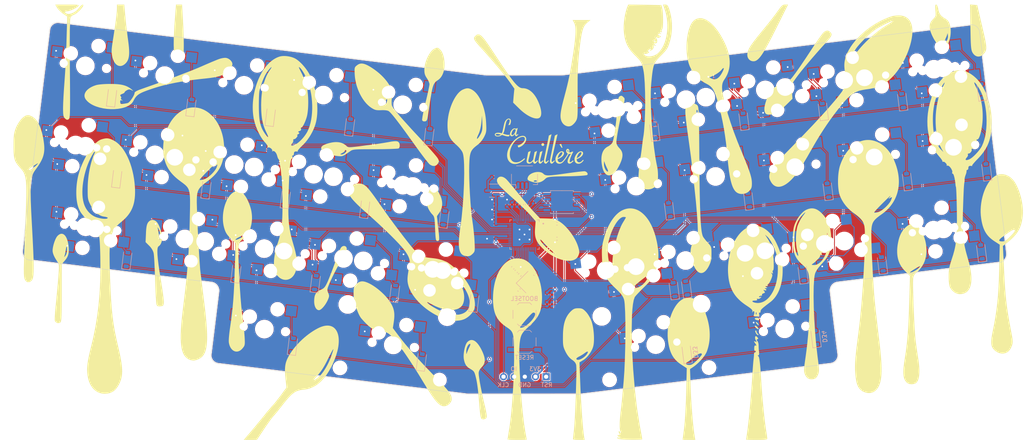
<source format=kicad_pcb>
(kicad_pcb (version 20221018) (generator pcbnew)
  (layers (0 "F.Cu" signal) (31 "B.Cu" signal) (34 "B.Paste" user) (35 "F.Paste" user) (36 "B.SilkS" user "B.Silkscreen") (37 "F.SilkS" user "F.Silkscreen") (38 "B.Mask" user) (39 "F.Mask" user) (44 "Edge.Cuts" user))
  (net 0 "")
  (net 1 "+1V1")
  (net 2 "GND")
  (net 3 "+3V3")
  (net 4 "XTAL_IN")
  (net 5 "+5V")
  (net 6 "row0")
  (net 7 "Net-(D1-A)")
  (net 8 "Net-(D2-A)")
  (net 9 "Net-(D3-A)")
  (net 10 "Net-(D4-A)")
  (net 11 "Net-(D5-A)")
  (net 12 "Net-(D6-A)")
  (net 13 "Net-(D7-A)")
  (net 14 "Net-(D8-A)")
  (net 15 "Net-(D9-A)")
  (net 16 "Net-(D10-A)")
  (net 17 "row1")
  (net 18 "Net-(D11-A)")
  (net 19 "Net-(D12-A)")
  (net 20 "Net-(D13-A)")
  (net 21 "Net-(D14-A)")
  (net 22 "Net-(D15-A)")
  (net 23 "Net-(D16-A)")
  (net 24 "Net-(D17-A)")
  (net 25 "Net-(D18-A)")
  (net 26 "Net-(D19-A)")
  (net 27 "Net-(D20-A)")
  (net 28 "row2")
  (net 29 "Net-(D21-A)")
  (net 30 "Net-(D22-A)")
  (net 31 "Net-(D23-A)")
  (net 32 "Net-(D24-A)")
  (net 33 "Net-(D25-A)")
  (net 34 "Net-(D26-A)")
  (net 35 "Net-(D27-A)")
  (net 36 "Net-(D28-A)")
  (net 37 "Net-(D29-A)")
  (net 38 "Net-(D30-A)")
  (net 39 "row3")
  (net 40 "Net-(D31-A)")
  (net 41 "Net-(D32-A)")
  (net 42 "Net-(D33-A)")
  (net 43 "Net-(D34-A)")
  (net 44 "D-")
  (net 45 "D+")
  (net 46 "RESET")
  (net 47 "SWDIO")
  (net 48 "SWCLK")
  (net 49 "col0")
  (net 50 "col1")
  (net 51 "col2")
  (net 52 "col3")
  (net 53 "col4")
  (net 54 "col5")
  (net 55 "col6")
  (net 56 "col7")
  (net 57 "col8")
  (net 58 "col9")
  (net 59 "XTAL_OUT")
  (net 60 "+")
  (net 61 "-")
  (net 62 "CS")
  (net 63 "SD1")
  (net 64 "SD2")
  (net 65 "SD0")
  (net 66 "QSPI_CLK")
  (net 67 "SD3")
  (net 75 "Net-(C_XTAL2-Pad2)")
  (net 76 "Net-(R_FLASH1-Pad1)")
  (net 77 "Net-(R_FLASH2-Pad1)")
  (footprint "Connector_PinHeader_2.54mm:PinHeader_1x05_P2.54mm_Vertical" (layer "F.Cu") (at 148.028454 136.32659 -90)
    (fp_text reference "J2" hide)
    (fp_text value "SWD")
  )
  (footprint "Resistor_SMD:R_0402_1005Metric" (layer "B.Cu") (at 148.232815 119.033765 -90)
    (fp_text reference "R_FLASH2" hide)
    (fp_text value "5k1")
  )
  (footprint "Diode_SMD:D_SOD-123" (layer "B.Cu") (at 232.975758 70.469524 97)
    (fp_text reference "D9" hide)
    (fp_text value "1N4148W")
  )
  (footprint "Resistor_SMD:R_0402_1005Metric" (layer "B.Cu") (at 139.898432 95.249994 -90)
    (fp_text reference "R_DATA2" hide)
    (fp_text value "27")
  )
  (footprint "MX_Only:MXOnly-1.25U-Hotswap" (layer "B.Cu") (at 113.874537 90.63282 173)
    (fp_text reference "MX44" hide)
    (fp_text value "CPG151101S11")
  )
  (footprint "MX_Only:MXOnly-1U-Hotswap" (layer "B.Cu") (at 59.514025 83.958189 -7)
    (fp_text reference "MX41" hide)
    (fp_text value "CPG151101S11")
  )
  (footprint "MX_Only:MXOnly-1U-Hotswap" (layer "B.Cu") (at 92.603032 88.021008 173)
    (fp_text reference "MX14" hide)
    (fp_text value "CPG151101S11")
  )
  (footprint "MX_Only:MXOnly-1U-Hotswap" (layer "B.Cu") (at 200.186676 106.284035 7)
    (fp_text reference "MX28" hide)
    (fp_text value "CPG151101S11")
  )
  (footprint "Capacitor_SMD:C_0402_1005Metric" (layer "B.Cu") (at 135.593428 95.249994 180)
    (fp_text reference "C_ESD2" hide)
    (fp_text value "1u")
  )
  (footprint "MX_Only:MXOnly-1U-Hotswap" (layer "B.Cu") (at 188.411064 88.536836 -173)
    (fp_text reference "MX17" hide)
    (fp_text value "CPG151101S11")
  )
  (footprint "Diode_SMD:D_SOD-123" (layer "B.Cu") (at 234.115619 89.522643 97)
    (fp_text reference "D19" hide)
    (fp_text value "1N4148W")
  )
  (footprint "Resistor_SMD:R_0402_1005Metric" (layer "B.Cu") (at 149.42344 116.767827 -90)
    (fp_text reference "R_FLASH3" hide)
    (fp_text value "5k1")
  )
  (footprint "MX_Only:MXOnly-1U-Hotswap" (layer "B.Cu") (at 61.919416 103.446596 173)
    (fp_text reference "MX22" hide)
    (fp_text value "CPG151101S11")
  )
  (footprint "Capacitor_SMD:C_0402_1005Metric" (layer "B.Cu") (at 142.279683 95.249995 90)
    (fp_text reference "C_3V3_3" hide)
    (fp_text value "100n")
  )
  (footprint "Button_Switch_SMD:SW_SPST_TL3342" (layer "B.Cu") (at 142.874998 127.992209 180)
    (fp_text reference "SW2" hide)
    (fp_text value "RESET")
  )
  (footprint "MX_Only:MXOnly-1U-Hotswap" (layer "B.Cu") (at 219.178459 65.566012 -173)
    (fp_text reference "MX9" hide)
    (fp_text value "CPG151101S11")
  )
  (footprint "Capacitor_SMD:C_0402_1005Metric" (layer "B.Cu") (at 135.593428 103.39375 180)
    (fp_text reference "C_3V3_6" hide)
    (fp_text value "100n")
  )
  (footprint "Diode_SMD:D_SOD-123" (layer "B.Cu") (at 104.804316 96.116822 83)
    (fp_text reference "D14" hide)
    (fp_text value "1N4148W")
  )
  (footprint "Diode_SMD:D_SOD-123" (layer "B.Cu") (at 111.936714 116.185648 83)
    (fp_text reference "D24" hide)
    (fp_text value "1N4148W")
  )
  (footprint "Capacitor_SMD:C_0402_1005Metric" (layer "B.Cu") (at 141.576035 115.647135 135)
    (fp_text reference "C_XTAL2" hide)
    (fp_text value "22p")
  )
  (footprint "Diode_SMD:D_SOD-123" (layer "B.Cu") (at 48.122146 108.350203 83)
    (fp_text reference "D21" hide)
    (fp_text value "1N4148W")
  )
  (footprint "MX_Only:MXOnly-1U-Hotswap" (layer "B.Cu") (at 181.278672 108.605645 -173)
    (fp_text reference "MX27" hide)
    (fp_text value "CPG151101S11")
  )
  (footprint "Diode_SMD:D_SOD-123" (layer "B.Cu") (at 181.485798 115.17785 97)
    (fp_text reference "D27" hide)
    (fp_text value "1N4148W")
  )
  (footprint "MX_Only:MXOnly-1U-Hotswap" (layer "B.Cu") (at 162.454379 72.530838 -173)
    (fp_text reference "MX6" hide)
    (fp_text value "CPG151101S11")
  )
  (footprint "Connector_JST:JST_SH_SM04B-SRSS-TB_1x04-1MP_P1.00mm_Horizontal" (layer "B.Cu") (at 142.874997 88.701551)
    (fp_text reference "J1" hide)
    (fp_text value "SM04B-SRSS-TB(LF)(SN)")
  )
  (footprint "Diode_SMD:D_SOD-123" (layer "B.Cu") (at 209.256953 111.767982 97)
    (fp_text reference "D28" hide)
    (fp_text value "1N4148W")
  )
  (footprint "Resistor_SMD:R_0402_1005Metric" (layer "B.Cu") (at 149.42344 119.033766 -90)
    (fp_text reference "R_FLASH1" hide)
    (fp_text value "1k")
  )
  (footprint "Diode_SMD:D_SOD-123" (layer "B.Cu") (at 196.299578 94.16587 97)
    (fp_text reference "D17" hide)
    (fp_text value "1N4148W")
  )
  (footprint "MX_Only:MXOnly-1U-Hotswap" (layer "B.Cu") (at 85.554421 106.348609 -7)
    (fp_text reference "MX47" hide)
    (fp_text value "CPG151101S11")
  )
  (footprint "Capacitor_SMD:C_0402_1005Metric" (layer "B.Cu") (at 135.593429 99.793751 180)
    (fp_text reference "C_3V3_5" hide)
    (fp_text value "100n")
  )
  (footprint "MX_Only:MXOnly-1.5U-Hotswap" (layer "B.Cu") (at 242.729618 101.060402 7)
    (fp_text reference "MX53" hide)
    (fp_text value "CPG151101S11")
  )
  (footprint "Package_SO:SOIC-8_5.23x5.23mm_P1.27mm" (layer "B.Cu") (at 151.804693 94.654681 180)
    (fp_text reference "U2" hide)
    (fp_text value "W25Q128JVS")
  )
  (footprint "Diode_SMD:D_SOD-123" (layer "B.Cu") (at 173.888193 77.724562 97)
    (fp_text reference "D6" hide)
    (fp_text value "1N4148W")
  )
  (footprint "MX_Only:MXOnly-1U-Hotswap" (layer "B.Cu") (at 200.270456 67.887623 -173)
    (fp_text reference "MX8" hide)
    (fp_text value "CPG151101S11")
  )
  (footprint "Diode_SMD:D_SOD-123" (layer "B.Cu") (at 93.028694 113.864033 83)
    (fp_text reference "D23" hide)
    (fp_text value "1N4148W")
  )
  (footprint "MX_Only:MXOnly-1U-Hotswap" (layer "B.Cu") (at 104.462424 108.67022 -7)
    (fp_text reference "MX48" hide)
    (fp_text value "CPG151101S11")
  )
  (footprint "MX_Only:MXOnly-1U-Hotswap" (layer "B.Cu") (at 223.905461 64.98561 7)
    (fp_text reference "MX38" hide)
    (fp_text value "CPG151101S11")
  )
  (footprint "MX_Only:MXOnly-1U-Hotswap" (layer "B.Cu") (at 116.238038 90.923021 -7)
    (fp_text reference "MX15" hide)
    (fp_text value "CPG151101S11")
  )
  (footprint "Diode_SMD:D_SOD-123" (layer "B.Cu") (at 251.799997 106.544353 97)
    (fp_text reference "D30" hide)
    (fp_text value "1N4148W")
  )
  (footprint "Diode_SMD:D_SOD-123" (layer "B.Cu") (at 212.325014 126.985647 97)
    (fp_text reference "D34")
    (fp_text value "1N4148W")
  )
  (footprint "MX_Only:MXOnly-1.25U-Hotswap" (layer "B.Cu") (at 121.006928 110.70163 173)
    (fp_text reference "MX25" hide)
    (fp_text value "CPG151101S11")
  )
  (footprint "Resistor_SMD:R_0402_1005Metric" (layer "B.Cu") (at 147.518453 134.071992)
    (fp_text reference "R_RST1" hide)
    (fp_text value "5k1")
  )
  (footprint "Capacitor_SMD:C_0402_1005Metric" (layer "B.Cu") (at 143.47031 95.249995 90)
    (fp_text reference "C_3V3_4" hide)
    (fp_text value "100n")
  )
  (footprint "MX_Only:MXOnly-1.25U-Hotswap" (layer "B.Cu") (at 240.449896 62.954192 -173)
    (fp_text reference "MX10" hide)
    (fp_text value "CPG151101S11")
  )
  (footprint "Diode_SMD:D_SOD-123" (layer "B.Cu") (at 251.883777 68.14791 97)
    (fp_text reference "D10" hide)
    (fp_text value "1N4148W")
  )
  (footprint "MX_Only:MXOnly-1U-Hotswap" (layer "B.Cu") (at 78.422029 86.279799 -7)
    (fp_text reference "MX42" hide)
    (fp_text value "CPG151101S11")
  )
  (footprint "MX_Only:MXOnly-1U-Hotswap" (layer "B.Cu") (at 226.227072 83.893614 -173)
    (fp_text reference "MX19" hide)
    (fp_text value "CPG151101S11")
  )
  (footprint "MX_Only:MXOnly-1.25U-Hotswap" (layer "B.Cu") (at 38.24252 81.346376 -7)
    (fp_text reference "MX40" hide)
    (fp_text value "CPG151101S11")
  )
  (footprint "MX_Only:MXOnly-1.75U-Hotswap" (layer "B.Cu") (at 240.366117 101.350603 -173)
    (fp_text reference "MX30")
    (fp_text value "CPG151101S11")
  )
  (footprint "Diode_SMD:D_SOD-123" (layer "B.Cu") (at 44.493112 69.518457 83)
    (fp_text reference "D1" hide)
    (fp_text value "1N4148W")
  )
  (footprint "MX_Only:MXOnly-2U-Hotswap-ReversedStabilizers" (layer "B.Cu") (at 174.146213 128.674447 -173)
    (fp_text reference "MX33" hide)
    (fp_text value "CPG151101S11")
  )
  (footprint "MX_Only:MXOnly-1.25U-Hotswap" (layer "B.Cu") (at 80.869309 124.966412 173)
    (fp_text reference "MX31" hide)
    (fp_text value "CPG151101S11")
  )
  (footprint "Capacitor_SMD:C_0402_1005Metric" (layer "B.Cu") (at 145.25625 94.65468 45)
    (fp_text reference "C_1V1_2" hide)
    (fp_text value "100n")
  )
  (footprint "MX_Only:MXOnly-1.75U-Hotswap" (layer "B.Cu") (at 40.64791 100.834783 -7)
    (fp_text reference "MX45")
    (fp_text value "CPG151101S11")
  )
  (footprint "Diode_SMD:D_SOD-123" (layer "B.Cu") (at 101.217173 76.483297 83)
    (fp_text reference "D4" hide)
    (fp_text value "1N4148W")
  )
  (footprint "Capacitor_SMD:C_0402_1005Metric" (layer "B.Cu") (at 145.364585 111.858588 -45)
    (fp_text reference "C_XTAL1" hide)
    (fp_text value "22p")
  )
  (footprint "MX_Only:MXOnly-1U-Hotswap" (layer "B.Cu") (at 66.646416 104.026999 -7)
    (fp_text reference "MX46" hide)
    (fp_text value "CPG151101S11")
  )
  (footprint "Capacitor_SMD:C_0402_1005Metric" (layer "B.Cu") (at 150.614067 103.39375)
    (fp_text reference "C_3V3_8" hide)
    (fp_text value "100n")
  )
  (footprint "MX_Only:MXOnly-1.75U-Hotswap" (layer "B.Cu") (at 169.461101 110.056645 7)
    (fp_text reference "MX40")
    (fp_text value "CPG151101S11")
  )
  (footprint "Diode_SMD:D_SOD-123" (layer "B.Cu") (at 85.896297 93.795209 83)
    (fp_text reference "D13" hide)
    (fp_text value "1N4148W")
  )
  (footprint "Diode_SMD:D_SOD-123" (layer "B.Cu") (at 253.023638 87.20103 97)
    (fp_text reference "D20" hide)
    (fp_text value "1N4148W")
  )
  (footprint "MX_Only:MXOnly-1U-Hotswap" (layer "B.Cu") (at 80.827419 105.768207 173)
    (fp_text reference "MX23" hide)
    (fp_text value "CPG151101S11")
  )
  (footprint "Resistor_SMD:R_0402_1005Metric" (layer "B.Cu") (at 141.7504 112.032951 45)
    (fp_text reference "R_XTAL1" hide)
    (fp_text value "1k")
  )
  (footprint "MX_Only:MXOnly-1U-Hotswap" (layer "B.Cu") (at 219.094681 103.962422 7)
    (fp_text reference "MX29" hide)
    (fp_text value "CPG151101S11")
  )
  (footprint "MX_Only:MXOnly-2U-Hotswap-ReversedStabilizers" (layer "B.Cu") (at 111.594816 128.73903 173)
    (fp_text reference "MX32" hide)
    (fp_text value "CPG151101S11")
  )
  (footprint "Resistor_SMD:R_0402_1005Metric" (layer "B.Cu") (at 141.08906 95.249994 -90)
    (fp_text reference "R_DATA1" hide)
    (fp_text value "27")
  )
  (footprint "MX_Only:MXOnly-1U-Hotswap" (layer "B.Cu") (at 186.089451 69.628831 7)
    (fp_text reference "MX36" hide)
    (fp_text value "CPG151101S11")
  )
  (footprint "Diode_SMD:D_SOD-123" (layer "B.Cu") (at 178.53142 115.540603 97)
    (fp_text reference "D26" hide)
    (fp_text value "1N4148W")
  )
  (footprint "MX_Only:MXOnly-1U-Hotswap" (layer "B.Cu") (at 57.108635 64.469781 173)
    (fp_text reference "MX2" hide)
    (fp_text value "CPG151101S11")
  )
  (footprint "MX_Only:MXOnly-1U-Hotswap" (layer "B.Cu") (at 214.36768 104.542825 -173)
    (fp_text reference "MX52" hide)
    (fp_text value "CPG151101S11")
  )
  (footprint "MX_Only:MXOnly-1U-Hotswap" (layer "B.Cu") (at 242.813464 62.663999 7)
    (fp_text reference "MX39" hide)
    (fp_text value "CPG151101S11")
  )
  (footprint "MX_Only:MXOnly-1U-Hotswap" (layer "B.Cu") (at 245.135075 81.572003 -173)
    (fp_text reference "MX20" hide)
    (fp_text value "CPG151101S11")
  )
  (footprint "Diode_SMD:D_SOD-123" (layer "B.Cu") (at 63.401132 71.84007 83)
    (fp_text reference "D2" hide)
    (fp_text value "1N4148W")
  )
  (footprint "Diode_SMD:D_SOD-123" (layer "B.Cu") (at 181.599482 130.758267 97)
    (fp_text reference "D33")
    (fp_text value "1N4148W")
  )
  (footprint "MX_Only:MXOnly-1U-Hotswap" (layer "B.Cu") (at 97.330033 88.60141 -7)
    (fp_text reference "MX43" hide)
    (fp_text value "CPG151101S11")
  )
  (footprint "Diode_SMD:D_SOD-123" (layer "B.Cu") (at 87.597127 128.791499 83)
    (fp_text reference "D31" hide)
    (fp_text value "1N4148W")
  )
  (footprint "Diode_SMD:D_SOD-123" (layer "B.Cu") (at 177.39156 96.487482 97)
    (fp_text reference "D16" hide)
    (fp_text value "1N4148W")
  )
  (footprint "Diode_SMD:D_SOD-123" (layer "B.Cu") (at 120.125193 78.80491 83)
    (fp_text reference "D5" hide)
    (fp_text value "1N4148W")
  )
  (footprint "Diode_SMD:D_SOD-123" (layer "B.Cu") (at 66.988277 91.473596 83)
    (fp_text reference "D12" hide)
    (fp_text value "1N4148W")
  )
  (footprint "MX_Only:MXOnly-1.5U-Hotswap" (layer "B.Cu") (at 38.28441 100.544582 173)
    (fp_text reference "MX21" hide)
    (fp_text value "CPG151101S11")
  )
  (footprint "Diode_SMD:D_SOD-123" (layer "B.Cu") (at 123.712336 98.438434 83)
    (fp_text reference "D15" hide)
    (fp_text value "1N4148W")
  )
  (footprint "Crystal:Crystal_SMD_3225-4Pin_3.2x2.5mm" (layer "B.Cu") (at 143.47031 113.752861 45)
    (fp_text reference "Y1" hide)
    (fp_text value "12MHz")
  )
  (footprint "MX_Only:MXOnly-1.25U-Hotswap" (layer "B.Cu") (at 204.87172 124.901829 -173)
    (fp_text reference "MX34" hide)
    (fp_text value "CPG151101S11")
  )
  (footprint "MX_Only:MXOnly-1U-Hotswap" (layer "B.Cu") (at 76.01664 66.791393 173)
    (fp_text reference "MX3" hide)
    (fp_text value "CPG151101S11")
  )
  (footprint "MX_Only:MXOnly-1U-Hotswap" (layer "B.Cu") (at 195.459675 106.864437 -173)
    (fp_text reference "MX51" hide)
    (fp_text value "CPG151101S11")
  )
  (footprint "Capacitor_SMD:C_0402_1005Metric" (layer "B.Cu") (at 135.593428 88.701551)
    (fp_text reference "C_ESD1" hide)
    (fp_text value "1u")
  )
  (footprint "Capacitor_SMD:C_0402_1005Metric" (layer "B.Cu") (at 140.066636 110.349187 -135)
    (fp_text reference "C_1V1_3" hide)
    (fp_text value "100n")
  )
  (footprint "MX_Only:MXOnly-1U-Hotswap" (layer "B.Cu") (at 207.319067 86.215225 -173)
    (fp_text reference "MX18" hide)
    (fp_text value "CPG151101S11")
  )
  (footprint "MX_Only:MXOnly-1U-Hotswap" (layer "B.Cu") (at 99.735424 108.089818 173)
    (fp_text reference "MX24" hide)
    (fp_text value "CPG151101S11")
  )
  (footprint "Package_TO_SOT_SMD:SOT-23" (layer "B.Cu") (at 135.135927 91.918742 180)
    (fp_text reference "U3" hide)
    (fp_text value "XC6206P332MR")
  )
  (footprint "MX_Only:MXOnly-1U-Hotswap" (layer "B.Cu") (at 35.87902 81.056175 173)
    (fp_text reference "MX11" hide)
    (fp_text value "CPG151101S11")
  )
  (footprint "MX_Only:MXOnly-1U-Hotswap" (layer "B.Cu") (at 181.362451 70.209233 -173)
    (fp_text reference "MX7" hide)
    (fp_text value "CPG151101S11")
  )
  (footprint "MX_Only:MXOnly-1U-Hotswap" (layer "B.Cu") (at 54.787024 83.377786 173)
    (fp_text reference "MX12" hide)
    (fp_text value "CPG151101S11")
  )
  (footprint "MX_Only:MXOnly-1U-Hotswap" (layer "B.Cu") (at 113.832648 71.434615 173)
    (fp_text reference "MX5" hide)
    (fp_text value "CPG151101S11")
  )
  (footprint "Diode_SMD:D_SOD-123" (layer "B.Cu") (at 45.716752 88.86178 83)
    (fp_text reference "D11" hide)
    (fp_text value "1N4148W")
  )
  (footprint "Diode_SMD:D_SOD-123" (layer "B.Cu") (at 130.844734 118.50726 83)
    (fp_text reference "D25" hide)
    (fp_text value "1N4148W")
  )
  (footprint "MX_Only:MXOnly-1U-Hotswap" (layer "B.Cu") (at 73.695028 85.699397 173)
    (fp_text reference "MX13" hide)
    (fp_text value "CPG151101S11")
  )
  (footprint "MX_Only:MXOnly-1U-Hotswap" (layer "B.Cu") (at 123.370429 110.991831 -7)
    (fp_text reference "MX49" hide)
    (fp_text value "CPG151101S11")
  )
  (footprint "Diode_SMD:D_SOD-123" (layer "B.Cu") (at 82.309152 74.161683 83)
    (fp_text reference "D3" hide)
    (fp_text value "1N4148W")
  )
  (footprint "Capacitor_SMD:C_0402_1005Metric" (layer "B.Cu") (at 135.593428 97.035933 180)
    (fp_text reference "C_3V3_1" hide)
    (fp_text value "10u")
  )
  (footprint "Capacitor_SMD:C_0402_1005Metric" (layer "B.Cu") (at 140.908519 111.191069 -135)
    (fp_text reference "C_3V3_9" hide)
    (fp_text value "100n")
  )
  (footprint "Capacitor_SMD:C_0402_1005Metric" (layer "B.Cu") (at 138.707807 95.249993 90)
    (fp_text reference "C_1V1_1" hide)
    (fp_text value "1u")
  )
  (footprint "Diode_SMD:D_SOD-123" (layer "B.Cu") (at 118.322661 132.564119 83)
    (fp_text reference "D32" hide)
    (fp_text value "1N4148W")
  )
  (footprint "Diode_SMD:D_SOD-123" (layer "B.Cu") (at 195.159716 75.112749 97)
    (fp_text reference "D7" hide)
    (fp_text value "1N4148W")
  )
  (footprint "MCUs:QFN40P700X700X90-57N" (layer "B.Cu") (at 142.875 102.39375 180)
    (fp_text reference "U1" hide)
    (fp_text value "RP2040")
  )
  (footprint "MX_Only:MXOnly-1.25U-Hotswap" (layer "B.Cu") (at 164.817879 72.240636 7)
    (fp_text reference "MX35" hide)
    (fp_text value "CPG151101S11")
  )
  (footprint "Capacitor_SMD:C_0402_1005Metric" (layer "B.Cu") (at 148.232814 116.737826 -90)
    (fp_text reference "C_FLASH1" hide)
    (fp_text value "100n")
  )
  (footprint "Capacitor_SMD:C_0402_1005Metric" (layer "B.Cu") (at 135.593428 98.226559 180)
    (fp_text reference "C_3V3_2" hide)
    (fp_text value "1u")
  )
  (footprint "MX_Only:MXOnly-1U-Hotswap" (layer "B.Cu") (at 169.503059 90.858447 -173)
    (fp_text reference "MX16" hide)
    (fp_text value "CPG151101S11")
  )
  (footprint "MX_Only:MXOnly-1U-Hotswap" (layer "B.Cu") (at 94.924643 69.113004 173)
    (fp_text reference "MX4" hide)
    (fp_text value "CPG151101S11")
  )
  (footprint "Diode_SMD:D_SOD-123" (layer "B.Cu") (at 214.067736 72.791136 97)
    (fp_text reference "D8" hide)
    (fp_text value "1N4148W")
  )
  (footprint "Capacitor_SMD:C_0402_1005Metric" (layer "B.Cu") (at 150.614066 99.79375)
    (fp_text reference "C_3V3_7" hide)
    (fp_text value "100n")
  )
  (footprint "MX_Only:MXOnly-1U-Hotswap" (layer "B.Cu") (at 204.997457 67.307221 7)
    (fp_text reference "MX37" hide)
    (fp_text value "CPG151101S11")
  )
  (footprint "Diode_SMD:D_SOD-123" (layer "B.Cu") (at 215.207599 91.844254 97)
    (fp_text reference "D18" hide)
    (fp_text value "1N4148W")
  )
  (footprint "Diode_SMD:D_SOD-123" (layer "B.Cu") (at 228.164973 109.446368 97)
    (fp_text reference "D29" hide)
    (fp_text value "1N4148W")
  )
  (footprint "MX_Only:MXOnly-1U-Hotswap" (layer "B.Cu") (at 162.3706 110.927249 -173)
    (fp_text reference "MX26" hide)
    (fp_text value "CPG151101S11")
  )
  (footprint "MX_Only:MXOnly-1U-Hotswap" (layer "B.Cu") (at 38.20063 62.14817 173)
    (fp_text reference "MX1" hide)
    (fp_text value "CPG151101S11")
  )
  (footprint "Diode_SMD:D_SOD-123" (layer "B.Cu") (at 74.120675 111.54242 83)
    (fp_text reference "D22" hide)
    (fp_text value "1N4148W")
  )
  (footprint "Button_Switch_SMD:SW_SPST_TL3342" (layer "B.Cu") (at 142.874999 121.443766)
    (fp_text reference "SW1" hide)
    (fp_text value "BOOTSEL")
  )
  (gr_poly (pts (xy 153.203004 81.951921) (xy 153.224098 81.953872) (xy 153.244663 81.957106) (xy 153.264694 81.961609) (xy 153.284188 81.967368) (xy 153.303141 81.97437) (xy 153.321551 81.982599) (xy 153.339412 81.992044) (xy 153.356722 82.002689) (xy 153.373478 82.014521) (xy 153.389675 82.027527) (xy 153.40531 82.041692) (xy 153.42038 82.057004) (xy 153.43488 82.073447) (xy 153.448807 82.091008) (xy 153.462159 82.109674) (xy 153.474704 82.128472) (xy 153.486388 82.147909) (xy 153.497218 82.167981) (xy 153.507201 82.18868) (xy 153.516345 82.209998) (xy 153.524656 82.231931) (xy 153.532141 82.25447) (xy 153.538809 82.277609) (xy 153.544665 82.301341) (xy 153.549718 82.325659) (xy 153.553973 82.350557) (xy 153.557439 82.376028) (xy 153.560122 82.402065) (xy 153.56203 82.428661) (xy 153.563169 82.45581) (xy 153.563547 82.483504) (xy 153.562901 82.517976) (xy 153.560968 82.553147) (xy 153.557757 82.589014) (xy 153.553274 82.625575) (xy 153.547529 82.662827) (xy 153.54053 82.700767) (xy 153.532284 82.739392) (xy 153.5228 82.7787) (xy 153.546145 82.783397) (xy 153.56895 82.787453) (xy 153.591219 82.79087) (xy 153.612954 82.793655) (xy 153.634157 82.795813) (xy 153.65483 82.797348) (xy 153.674976 82.798265) (xy 153.694596 82.79857) (xy 153.729624 82.797931) (xy 153.763772 82.796017) (xy 153.797047 82.792833) (xy 153.829453 82.788383) (xy 153.861 82.782671) (xy 153.891691 82.775702) (xy 153.921535 82.76748) (xy 153.950537 82.758009) (xy 153.978704 82.747295) (xy 154.006043 82.735341) (xy 154.032559 82.722152) (xy 154.058261 82.707733) (xy 154.083153 82.692087) (xy 154.107242 82.675219) (xy 154.130535 82.657134) (xy 154.153039 82.637835) (xy 154.168146 82.624262) (xy 154.50647 82.624262) (xy 154.433842 82.769466) (xy 154.433391 82.770286) (xy 154.348564 82.928967) (xy 154.267516 83.087012) (xy 154.190244 83.244423) (xy 154.116748 83.401198) (xy 154.047026 83.557339) (xy 153.981076 83.712844) (xy 153.918897 83.867715) (xy 153.860488 84.021951) (xy 153.808517 84.170226) (xy 153.763684 84.308243) (xy 153.725926 84.436049) (xy 153.695178 84.553696) (xy 153.671375 84.661233) (xy 153.654452 84.758709) (xy 153.644346 84.846173) (xy 153.641829 84.886167) (xy 153.640992 84.923677) (xy 153.641184 84.935564) (xy 153.64176 84.94715) (xy 153.642714 84.958438) (xy 153.644045 84.969433) (xy 153.645747 84.980139) (xy 153.647818 84.99056) (xy 153.650255 85.000701) (xy 153.653053 85.010566) (xy 153.656209 85.020159) (xy 153.65972 85.029485) (xy 153.663582 85.038548) (xy 153.667791 85.047353) (xy 153.672344 85.055903) (xy 153.677238 85.064204) (xy 153.682469 85.072259) (xy 153.688033 85.080072) (xy 153.693685 85.086797) (xy 153.699392 85.093008) (xy 153.705155 85.098716) (xy 153.710979 85.103932) (xy 153.716865 85.108669) (xy 153.722818 85.112935) (xy 153.728839 85.116743) (xy 153.734931 85.120103) (xy 153.741098 85.123027) (xy 153.747342 85.125525) (xy 153.753667 85.127609) (xy 153.760074 85.129289) (xy 153.766567 85.130577) (xy 153.773149 85.131483) (xy 153.779823 85.132019) (xy 153.786591 85.132195) (xy 153.796256 85.131868) (xy 153.806521 85.130873) (xy 153.817392 85.129191) (xy 153.828875 85.126801) (xy 153.840976 85.123684) (xy 153.8537 85.119819) (xy 153.867053 85.115186) (xy 153.881041 85.109765) (xy 153.89567 85.103536) (xy 153.910944 85.096479) (xy 153.926871 85.088573) (xy 153.943456 85.0798) (xy 153.960704 85.070138) (xy 153.978621 85.059568) (xy 153.997213 85.048069) (xy 154.016486 85.035622) (xy 154.056032 85.008571) (xy 154.097579 84.978208) (xy 154.14113 84.944519) (xy 154.186691 84.907488) (xy 154.234263 84.867099) (xy 154.283853 84.823338) (xy 154.335464 84.776189) (xy 154.3891 84.725637) (xy 154.428788 84.687722) (xy 154.574203 84.851339) (xy 154.542426 84.886503) (xy 154.524326 84.90617) (xy 154.505063 84.926375) (xy 154.463054 84.968398) (xy 154.41642 85.012568) (xy 154.365182 85.058882) (xy 154.309359 85.107335) (xy 154.248974 85.157924) (xy 154.184045 85.210644) (xy 154.114594 85.265492) (xy 154.081634 85.290889) (xy 154.048793 85.314763) (xy 154.016075 85.337096) (xy 153.98348 85.357875) (xy 153.951011 85.377081) (xy 153.918668 85.394701) (xy 153.886454 85.410717) (xy 153.85437 85.425115) (xy 153.822419 85.437878) (xy 153.790601 85.448991) (xy 153.758919 85.458437) (xy 153.727374 85.466202) (xy 153.695967 85.472268) (xy 153.664702 85.476621) (xy 153.633579 85.479244) (xy 153.602599 85.480122) (xy 153.576828 85.479571) (xy 153.55162 85.477914) (xy 153.526984 85.475148) (xy 153.502929 85.471268) (xy 153.479464 85.46627) (xy 153.456597 85.460151) (xy 153.434338 85.452907) (xy 153.412695 85.444532) (xy 153.391677 85.435024) (xy 153.371293 85.424377) (xy 153.351552 85.412589) (xy 153.332462 85.399654) (xy 153.314033 85.385569) (xy 153.296273 85.37033) (xy 153.279191 85.353933) (xy 153.262797 85.336373) (xy 153.262424 85.335951) (xy 153.262029 85.335501) (xy 153.24728 85.317095) (xy 153.233547 85.297952) (xy 153.220822 85.27808) (xy 153.209094 85.257488) (xy 153.198356 85.236185) (xy 153.188599 85.214181) (xy 153.179813 85.191485) (xy 153.17199 85.168105) (xy 153.165121 85.144051) (xy 153.159197 85.119333) (xy 153.154208 85.093958) (xy 153.150147 85.067937) (xy 153.147003 85.041279) (xy 153.144769 85.013992) (xy 153.143435 84.986086) (xy 153.142992 84.95757) (xy 153.144137 84.909185) (xy 153.147563 84.859371) (xy 153.153262 84.808132) (xy 153.161222 84.755473) (xy 153.171432 84.701396) (xy 153.183883 84.645907) (xy 153.198564 84.589008) (xy 153.215465 84.530704) (xy 153.234575 84.470999) (xy 153.255883 84.409896) (xy 153.27938 84.347399) (xy 153.305055 84.283512) (xy 153.332897 84.21824) (xy 153.362897 84.151585) (xy 153.395043 84.083552) (xy 153.429325 84.014145) (xy 153.455956 83.960581) (xy 153.484392 83.90524) (xy 153.514632 83.848123) (xy 153.546673 83.789233) (xy 153.580513 83.72857) (xy 153.616148 83.666137) (xy 153.653576 83.601934) (xy 153.692795 83.535964) (xy 153.755622 83.432504) (xy 153.824165 83.321992) (xy 153.898429 83.20443) (xy 153.978414 83.079822) (xy 153.968466 83.08517) (xy 153.958526 83.090359) (xy 153.948593 83.095388) (xy 153.938668 83.100258) (xy 153.92875 83.104968) (xy 153.918839 83.109517) (xy 153.908935 83.113906) (xy 153.899039 83.118134) (xy 153.898643 83.118318) (xy 153.898244 83.118478) (xy 153.878535 83.126044) (xy 153.858498 83.133109) (xy 153.838137 83.139673) (xy 153.817452 83.145739) (xy 153.796445 83.151308) (xy 153.775117 83.156383) (xy 153.75347 83.160966) (xy 153.731505 83.165057) (xy 153.709224 83.168661) (xy 153.686628 83.171777) (xy 153.663719 83.174409) (xy 153.640498 83.176558) (xy 153.616966 83.178226) (xy 153.593126 83.179415) (xy 153.568978 83.180127) (xy 153.544524 83.180364) (xy 153.526383 83.180124) (xy 153.508097 83.179405) (xy 153.489666 83.178211) (xy 153.471092 83.176544) (xy 153.452375 83.174407) (xy 153.433517 83.171802) (xy 153.414518 83.168733) (xy 153.395379 83.165203) (xy 153.365802 83.240168) (xy 153.326789 83.325043) (xy 153.279486 83.418289) (xy 153.225037 83.518369) (xy 153.09928 83.732881) (xy 152.958677 83.956274) (xy 152.812386 84.176246) (xy 152.669566 84.380496) (xy 152.539375 84.55672) (xy 152.430971 84.692616) (xy 152.362903 84.781117) (xy 152.292676 84.868452) (xy 152.219839 84.953798) (xy 152.182299 84.995468) (xy 152.143936 85.036333) (xy 152.104693 85.07629) (xy 152.064514 85.115236) (xy 152.023342 85.153068) (xy 151.98112 85.189684) (xy 151.937792 85.22498) (xy 151.893301 85.258855) (xy 151.84759 85.291205) (xy 151.800602 85.321928) (xy 151.800336 85.322113) (xy 151.800191 85.322192) (xy 151.800046 85.322271) (xy 151.762628 85.344286) (xy 151.724838 85.364886) (xy 151.686678 85.384071) (xy 151.648149 85.401841) (xy 151.609253 85.418193) (xy 151.569991 85.433129) (xy 151.530366 85.446646) (xy 151.490378 85.458744) (xy 151.450029 85.469421) (xy 151.409321 85.478678) (xy 151.368255 85.486513) (xy 151.326832 85.492925) (xy 151.285055 85.497914) (xy 151.242925 85.501479) (xy 151.200443 85.503618) (xy 151.157612 85.504331) (xy 151.106722 85.503251) (xy 151.057009 85.500006) (xy 151.008479 85.494594) (xy 150.961141 85.487012) (xy 150.915003 85.477256) (xy 150.870074 85.465323) (xy 150.82636 85.451209) (xy 150.783871 85.434911) (xy 150.742615 85.416427) (xy 150.702599 85.395751) (xy 150.663832 85.372882) (xy 150.626322 85.347816) (xy 150.590076 85.320549) (xy 150.555104 85.291079) (xy 150.521412 85.259401) (xy 150.48901 85.225513) (xy 150.458369 85.18994) (xy 150.429753 85.153007) (xy 150.403157 85.114722) (xy 150.378572 85.075093) (xy 150.355993 85.034128) (xy 150.335412 84.991835) (xy 150.316823 84.948222) (xy 150.300219 84.903297) (xy 150.285594 84.857068) (xy 150.27294 84.809542) (xy 150.262252 84.760729) (xy 150.253522 84.710635) (xy 150.246743 84.659269) (xy 150.24191 84.606639) (xy 150.239015 84.552753) (xy 150.238051 84.497618) (xy 150.23897 84.441339) (xy 150.241723 84.385017) (xy 150.246308 84.328652) (xy 150.252722 84.272246) (xy 150.260963 84.215798) (xy 150.268603 84.172921) (xy 150.785793 84.172921) (xy 150.896136 84.118737) (xy 150.999971 84.06331) (xy 151.049456 84.035134) (xy 151.097324 84.006651) (xy 151.143578 83.977864) (xy 151.188221 83.948773) (xy 151.231256 83.91938) (xy 151.272687 83.889686) (xy 151.312517 83.859694) (xy 151.350748 83.829404) (xy 151.387385 83.798817) (xy 151.42243 83.767936) (xy 151.455887 83.736762) (xy 151.487758 83.705297) (xy 151.510451 83.681627) (xy 151.532581 83.657749) (xy 151.55415 83.63366) (xy 151.575157 83.609363) (xy 151.595603 83.584855) (xy 151.615489 83.560139) (xy 151.634816 83.535213) (xy 151.653583 83.510077) (xy 151.671792 83.484733) (xy 151.689444 83.459179) (xy 151.706538 83.433416) (xy 151.723075 83.407443) (xy 151.739056 83.381262) (xy 151.754482 83.354871) (xy 151.769353 83.328272) (xy 151.783669 83.301463) (xy 151.797272 83.27472) (xy 151.809948 83.248406) (xy 151.821703 83.222519) (xy 151.832544 83.197057) (xy 151.842478 83.17202) (xy 151.851512 83.147404) (xy 151.859653 83.123208) (xy 151.866907 83.099431) (xy 151.873283 83.076071) (xy 151.878785 83.053126) (xy 151.883423 83.030595) (xy 151.887202 83.008477) (xy 151.890129 82.986768) (xy 151.892211 82.965468) (xy 151.893455 82.944575) (xy 151.893868 82.924088) (xy 151.893685 82.911504) (xy 151.893145 82.899541) (xy 151.892261 82.888183) (xy 151.891047 82.877417) (xy 151.889517 82.867228) (xy 151.887684 82.857601) (xy 151.885562 82.848524) (xy 151.883165 82.83998) (xy 151.880506 82.831957) (xy 151.8776 82.824439) (xy 151.874459 82.817413) (xy 151.871097 82.810864) (xy 151.867528 82.804777) (xy 151.863765 82.799139) (xy 151.859823 82.793935) (xy 151.855715 82.789151) (xy 151.851509 82.784829) (xy 151.846959 82.780693) (xy 151.842048 82.776754) (xy 151.836763 82.773027) (xy 151.831087 82.769523) (xy 151.825007 82.766257) (xy 151.818506 82.763241) (xy 151.81157 82.760487) (xy 151.804183 82.758009) (xy 151.796332 82.755819) (xy 151.788 82.753931) (xy 151.779173 82.752357) (xy 151.769836 82.751111) (xy 151.759973 82.750204) (xy 151.74957 82.749651) (xy 151.738611 82.749464) (xy 151.721618 82.749888) (xy 151.704517 82.751166) (xy 151.687308 82.753304) (xy 151.669992 82.756312) (xy 151.65257 82.760195) (xy 151.635042 82.764962) (xy 151.617409 82.770621) (xy 151.59967 82.777179) (xy 151.581828 82.784643) (xy 151.563882 82.793022) (xy 151.545833 82.802322) (xy 151.527681 82.812552) (xy 151.491071 82.83583) (xy 151.454057 82.862917) (xy 151.416644 82.893873) (xy 151.378834 82.92876) (xy 151.340633 82.967638) (xy 151.302045 83.010567) (xy 151.263074 83.05761) (xy 151.223724 83.108825) (xy 151.184 83.164275) (xy 151.143906 83.22402) (xy 151.108911 83.279652) (xy 151.075599 83.335772) (xy 151.043972 83.392379) (xy 151.014028 83.449475) (xy 150.985766 83.50706) (xy 150.959187 83.565135) (xy 150.934289 83.623699) (xy 150.911073 83.682754) (xy 150.889537 83.742301) (xy 150.869681 83.802339) (xy 150.851504 83.862869) (xy 150.835006 83.923891) (xy 150.820187 83.985408) (xy 150.807045 84.047418) (xy 150.795581 84.109922) (xy 150.785793 84.172921) (xy 150.268603 84.172921) (xy 150.271029 84.15931) (xy 150.282915 84.102783) (xy 150.296621 84.046216) (xy 150.312142 83.989611) (xy 150.329477 83.932969) (xy 150.348622 83.876291) (xy 150.369575 83.819576) (xy 150.392334 83.762826) (xy 150.416895 83.706042) (xy 150.443256 83.649224) (xy 150.471415 83.592373) (xy 150.471494 83.592161) (xy 150.501517 83.535488) (xy 150.532443 83.480056) (xy 150.564271 83.425868) (xy 150.597003 83.372924) (xy 150.630639 83.321227) (xy 150.665181 83.270778) (xy 150.700628 83.221578) (xy 150.736981 83.17363) (xy 150.774241 83.126934) (xy 150.812408 83.081493) (xy 150.851484 83.037307) (xy 150.891469 82.994378) (xy 150.932363 82.952708) (xy 150.974167 82.912299) (xy 151.016883 82.873151) (xy 151.060509 82.835267) (xy 151.105273 82.798498) (xy 151.150089 82.764003) (xy 151.194954 82.731795) (xy 151.239869 82.701889) (xy 151.284831 82.674297) (xy 151.329839 82.649033) (xy 151.374892 82.626111) (xy 151.419989 82.605544) (xy 151.465129 82.587345) (xy 151.51031 82.57153) (xy 151.55553 82.55811) (xy 151.60079 82.5471) (xy 151.646086 82.538513) (xy 151.691419 82.532362) (xy 151.736787 82.528662) (xy 151.782187 82.527426) (xy 151.808781 82.527921) (xy 151.834861 82.529411) (xy 151.860419 82.531901) (xy 151.885449 82.535394) (xy 151.909945 82.539895) (xy 151.933898 82.54541) (xy 151.957303 82.551943) (xy 151.980152 82.559499) (xy 152.002438 82.568083) (xy 152.024154 82.577698) (xy 152.045294 82.588351) (xy 152.06585 82.600045) (xy 152.085816 82.612786) (xy 152.105184 82.626578) (xy 152.123948 82.641426) (xy 152.142101 82.657335) (xy 152.160054 82.674151) (xy 152.176845 82.691585) (xy 152.192475 82.70963) (xy 152.206945 82.728279) (xy 152.220254 82.747525) (xy 152.232403 82.767362) (xy 152.243393 82.787782) (xy 152.253225 82.80878) (xy 152.261898 82.830347) (xy 152.269413 82.852478) (xy 152.275771 82.875166) (xy 152.280971 82.898404) (xy 152.285016 82.922184) (xy 152.287904 82.946501) (xy 152.289636 82.971347) (xy 152.290214 82.996717) (xy 152.288494 83.047115) (xy 152.283353 83.097333) (xy 152.274816 83.147373) (xy 152.262908 83.197232) (xy 152.247654 83.246911) (xy 152.22908 83.29641) (xy 152.207212 83.345726) (xy 152.182076 83.394861) (xy 152.153695 83.443814) (xy 152.122097 83.492584) (xy 152.087305 83.54117) (xy 152.049347 83.589573) (xy 152.008247 83.637792) (xy 151.964031 83.685826) (xy 151.916724 83.733675) (xy 151.866352 83.781339) (xy 151.814344 83.827549) (xy 151.760131 83.872865) (xy 151.703716 83.91729) (xy 151.645103 83.960824) (xy 151.584295 84.003471) (xy 151.521295 84.04523) (xy 151.456106 84.086105) (xy 151.388732 84.126097) (xy 151.319176 84.165208) (xy 151.24744 84.203439) (xy 151.173529 84.240793) (xy 151.097446 84.277271) (xy 151.019193 84.312875) (xy 150.938775 84.347606) (xy 150.856194 84.381467) (xy 150.771453 84.41446) (xy 150.770792 84.426079) (xy 150.770321 84.438159) (xy 150.770038 84.450706) (xy 150.769944 84.463725) (xy 150.770625 84.503042) (xy 150.772664 84.541354) (xy 150.776056 84.578668) (xy 150.780796 84.614991) (xy 150.786878 84.650329) (xy 150.794297 84.68469) (xy 150.803047 84.718079) (xy 150.813124 84.750504) (xy 150.824521 84.781971) (xy 150.837234 84.812486) (xy 150.851257 84.842058) (xy 150.866585 84.870692) (xy 150.883212 84.898395) (xy 150.901134 84.925173) (xy 150.920344 84.951034) (xy 150.940838 84.975984) (xy 150.96222 84.999) (xy 150.984343 85.020532) (xy 151.007213 85.04058) (xy 151.030836 85.059143) (xy 151.055219 85.076222) (xy 151.080369 85.091817) (xy 151.106293 85.105927) (xy 151.132996 85.118552) (xy 151.160486 85.129692) (xy 151.188769 85.139347) (xy 151.217852 85.147518) (xy 151.247741 85.154202) (xy 151.278444 85.159402) (xy 151.309966 85.163116) (xy 151.342315 85.165345) (xy 151.375497 85.166088) (xy 151.401707 85.165583) (xy 151.427843 85.164069) (xy 151.453906 85.161539) (xy 151.479897 85.157991) (xy 151.505817 85.153422) (xy 151.531667 85.147827) (xy 151.557449 85.141202) (xy 151.583164 85.133544) (xy 151.608813 85.124849) (xy 151.634396 85.115114) (xy 151.659917 85.104335) (xy 151.685374 85.092507) (xy 151.710771 85.079628) (xy 151.736107 85.065694) (xy 151.761385 85.0507) (xy 151.786605 85.034643) (xy 151.821385 85.010046) (xy 151.855289 84.984385) (xy 151.888363 84.95773) (xy 151.920652 84.930152) (xy 151.952202 84.901722) (xy 151.983057 84.87251) (xy 152.013264 84.842588) (xy 152.042867 84.812026) (xy 152.071913 84.780895) (xy 152.100445 84.749266) (xy 152.156153 84.684796) (xy 152.210354 84.619184) (xy 152.263412 84.552996) (xy 152.36408 84.424363) (xy 152.487518 84.255224) (xy 152.624423 84.058057) (xy 152.765488 83.845341) (xy 152.901411 83.629554) (xy 153.022885 83.423174) (xy 153.075297 83.327412) (xy 153.120607 83.238681) (xy 153.157654 83.158542) (xy 153.185273 83.088553) (xy 153.139609 83.059191) (xy 153.096796 83.028318) (xy 153.056846 82.995939) (xy 153.037949 82.979185) (xy 153.019773 82.962057) (xy 153.002319 82.944554) (xy 152.985589 82.926678) (xy 152.969585 82.908428) (xy 152.954309 82.889805) (xy 152.939762 82.87081) (xy 152.925945 82.851443) (xy 152.912861 82.831705) (xy 152.900511 82.811597) (xy 152.888897 82.791119) (xy 152.87802 82.770271) (xy 152.867881 82.749055) (xy 152.858484 82.72747) (xy 152.849829 82.705518) (xy 152.841918 82.683198) (xy 152.834752 82.660511) (xy 152.828334 82.637459) (xy 152.822664 82.614041) (xy 152.817746 82.590258) (xy 152.813579 82.566111) (xy 152.810166 82.541599) (xy 152.807509 82.516725) (xy 152.805609 82.491488) (xy 152.804468 82.465888) (xy 152.804087 82.439927) (xy 152.804472 82.414395) (xy 152.80563 82.389346) (xy 152.807369 82.367325) (xy 153.108437 82.367325) (xy 153.109167 82.387673) (xy 153.111376 82.407965) (xy 153.115096 82.428198) (xy 153.120355 82.448369) (xy 153.127186 82.468475) (xy 153.135618 82.488513) (xy 153.145682 82.508479) (xy 153.157408 82.528371) (xy 153.170827 82.548185) (xy 153.185969 82.567919) (xy 153.202864 82.587569) (xy 153.221543 82.607133) (xy 153.242037 82.626606) (xy 153.264375 82.645986) (xy 153.288588 82.66527) (xy 153.314707 82.684455) (xy 153.316462 82.66839) (xy 153.317978 82.652856) (xy 153.319257 82.637849) (xy 153.320299 82.623369) (xy 153.321107 82.609412) (xy 153.321683 82.595976) (xy 153.322027 82.583059) (xy 153.322141 82.570658) (xy 153.321924 82.550785) (xy 153.321278 82.531605) (xy 153.320212 82.51311) (xy 153.318732 82.495292) (xy 153.316846 82.478143) (xy 153.314564 82.461658) (xy 153.311891 82.445827) (xy 153.308836 82.430644) (xy 153.305407 82.416101) (xy 153.301612 82.402191) (xy 153.297457 82.388907) (xy 153.292952 82.37624) (xy 153.288104 82.364185) (xy 153.282921 82.352732) (xy 153.27741 82.341875) (xy 153.27158 82.331607) (xy 153.271078 82.33076) (xy 153.2706 82.329888) (xy 153.26511 82.320379) (xy 153.259566 82.311696) (xy 153.253968 82.303811) (xy 153.248317 82.296693) (xy 153.242612 82.290313) (xy 153.236856 82.284642) (xy 153.231047 82.279651) (xy 153.225188 82.27531) (xy 153.219278 82.27159) (xy 153.213318 82.268461) (xy 153.207309 82.265894) (xy 153.20125 82.263859) (xy 153.195144 82.262328) (xy 153.18899 82.261271) (xy 153.182789 82.260658) (xy 153.176542 82.26046) (xy 153.174291 82.260521) (xy 153.171963 82.260718) (xy 153.169558 82.26107) (xy 153.167075 82.261597) (xy 153.164513 82.262319) (xy 153.161871 82.263255) (xy 153.15915 82.264425) (xy 153.156347 82.265848) (xy 153.153464 82.267544) (xy 153.150499 82.269533) (xy 153.147451 82.271835) (xy 153.14432 82.274469) (xy 153.141105 82.277454) (xy 153.137806 82.280811) (xy 153.134423 82.284559) (xy 153.130953 82.288718) (xy 153.128442 82.292136) (xy 153.126051 82.295725) (xy 153.123786 82.299491) (xy 153.121653 82.303441) (xy 153.119658 82.307581) (xy 153.117806 82.311916) (xy 153.116103 82.316452) (xy 153.114556 82.321196) (xy 153.113168 82.326153) (xy 153.111948 82.331329) (xy 153.110899 82.33673) (xy 153.110028 82.342363) (xy 153.109341 82.348233) (xy 153.108843 82.354346) (xy 153.108539 82.360708) (xy 153.108437 82.367325) (xy 152.807369 82.367325) (xy 152.807569 82.364787) (xy 152.810295 82.340726) (xy 152.813816 82.317168) (xy 152.818137 82.294121) (xy 152.823266 82.271591) (xy 152.829209 82.249586) (xy 152.835973 82.228111) (xy 152.843565 82.207174) (xy 152.851991 82.186781) (xy 152.861259 82.166939) (xy 152.871375 82.147655) (xy 152.882345 82.128936) (xy 152.894177 82.110787) (xy 152.906878 82.093217) (xy 152.920328 82.076362) (xy 152.934292 82.06053) (xy 152.948767 82.04573) (xy 152.963748 82.03197) (xy 152.97923 82.01926) (xy 152.99521 82.007608) (xy 153.011682 81.997024) (xy 153.028643 81.987516) (xy 153.046087 81.979093) (xy 153.064012 81.971765) (xy 153.082411 81.965539) (xy 153.101281 81.960425) (xy 153.120618 81.956432) (xy 153.140417 81.953569) (xy 153.160674 81.951845) (xy 153.181383 81.951268)) (fill solid) (layer "F.SilkS"))
  (gr_poly (pts (xy 197.876215 124.127885) (xy 197.893871 124.130633) (xy 197.912651 124.135086) (xy 197.932532 124.141231) (xy 197.975493 124.158546) (xy 198.022551 124.182478) (xy 198.073506 124.212927) (xy 198.128155 124.249792) (xy 198.186298 124.292971) (xy 198.247732 124.342364) (xy 198.312255 124.39787) (xy 198.379667 124.459389) (xy 198.41323 124.498309) (xy 198.445012 124.537497) (xy 198.474845 124.576685) (xy 198.502563 124.615605) (xy 198.527996 124.653987) (xy 198.550977 124.691563) (xy 198.571339 124.728064) (xy 198.588912 124.763221) (xy 198.603529 124.796766) (xy 198.615023 124.82843) (xy 198.619545 124.843472) (xy 198.623224 124.857944) (xy 198.626038 124.871811) (xy 198.627966 124.88504) (xy 198.628987 124.897597) (xy 198.62908 124.909448) (xy 198.628224 124.920561) (xy 198.626399 124.930901) (xy 198.623582 124.940435) (xy 198.619753 124.949129) (xy 198.614892 124.95695) (xy 198.608976 124.963864) (xy 198.594438 124.972563) (xy 198.576775 124.977294) (xy 198.556224 124.978255) (xy 198.533019 124.975643) (xy 198.507395 124.969655) (xy 198.479589 124.960489) (xy 198.449834 124.948341) (xy 198.418366 124.93341) (xy 198.351232 124.895986) (xy 198.280068 124.849795) (xy 198.206753 124.796415) (xy 198.13317 124.737426) (xy 198.061199 124.674406) (xy 197.992722 124.608934) (xy 197.929619 124.542589) (xy 197.873771 124.476949) (xy 197.827059 124.413593) (xy 197.807718 124.383264) (xy 197.791365 124.354099) (xy 197.778237 124.326294) (xy 197.768569 124.300047) (xy 197.762596 124.275555) (xy 197.760553 124.253016) (xy 197.761287 124.232457) (xy 197.763475 124.213766) (xy 197.76709 124.196932) (xy 197.772108 124.18194) (xy 197.778502 124.16878) (xy 197.786249 124.157437) (xy 197.795323 124.1479) (xy 197.805698 124.140155) (xy 197.817349 124.134191) (xy 197.830252 124.129995) (xy 197.84438 124.127553) (xy 197.85971 124.126854)) (fill solid) (layer "F.SilkS"))
  (gr_poly (pts (xy 140.9543 78.187597) (xy 140.954247 78.187756) (xy 140.943717 78.231489) (xy 140.934672 78.272437) (xy 140.927088 78.310625) (xy 140.920939 78.346076) (xy 140.916201 78.378816) (xy 140.912847 78.40887) (xy 140.910853 78.436262) (xy 140.910358 78.448968) (xy 140.910194 78.461017) (xy 140.910327 78.470858) (xy 140.910726 78.480467) (xy 140.911386 78.489849) (xy 140.912305 78.499005) (xy 140.913479 78.50794) (xy 140.914907 78.516656) (xy 140.916584 78.525156) (xy 140.918508 78.533444) (xy 140.920676 78.541521) (xy 140.923085 78.549392) (xy 140.925731 78.557058) (xy 140.928611 78.564524) (xy 140.931724 78.571791) (xy 140.935065 78.578864) (xy 140.938631 78.585745) (xy 140.94242 78.592436) (xy 140.944341 78.59562) (xy 140.946246 78.598639) (xy 140.948134 78.601499) (xy 140.950004 78.604203) (xy 140.951856 78.606755) (xy 140.953691 78.60916) (xy 140.955508 78.611422) (xy 140.957306 78.613544) (xy 140.959086 78.615532) (xy 140.960847 78.617388) (xy 140.962588 78.619118) (xy 140.964311 78.620725) (xy 140.966014 78.622213) (xy 140.967697 78.623587) (xy 140.969359 78.624851) (xy 140.971002 78.626008) (xy 140.972624 78.627064) (xy 140.974224 78.628021) (xy 140.975804 78.628884) (xy 140.977363 78.629658) (xy 140.9789 78.630346) (xy 140.980414 78.630953) (xy 140.983378 78.631939) (xy 140.98625 78.632648) (xy 140.98903 78.633113) (xy 140.991716 78.633369) (xy 140.994305 78.633446) (xy 140.996581 78.633342) (xy 140.999239 78.633012) (xy 141.002283 78.632428) (xy 141.005721 78.631566) (xy 141.009559 78.630397) (xy 141.013804 78.628896) (xy 141.018463 78.627037) (xy 141.023541 78.624791) (xy 141.029047 78.622134) (xy 141.034985 78.619038) (xy 141.041363 78.615476) (xy 141.048188 78.611424) (xy 141.055466 78.606852) (xy 141.063203 78.601736) (xy 141.071407 78.596049) (xy 141.080083 78.589764) (xy 141.097515 78.57639) (xy 141.115961 78.561301) (xy 141.135426 78.54448) (xy 141.155913 78.52591) (xy 141.177426 78.505575) (xy 141.199971 78.48346) (xy 141.223552 78.459546) (xy 141.248173 78.433818) (xy 141.285559 78.39421) (xy 141.401128 78.50978) (xy 141.335961 78.5868) (xy 141.335723 78.587065) (xy 141.296339 78.632002) (xy 141.259076 78.673692) (xy 141.223945 78.71211) (xy 141.190957 78.747234) (xy 141.160121 78.77904) (xy 141.131449 78.807505) (xy 141.104952 78.832607) (xy 141.080638 78.85432) (xy 141.080506 78.854426) (xy 141.069256 78.863849) (xy 141.057961 78.872851) (xy 141.046623 78.881408) (xy 141.035247 78.889492) (xy 141.023835 78.897078) (xy 141.01239 78.90414) (xy 141.000917 78.910653) (xy 140.989417 78.91659) (xy 140.977894 78.921926) (xy 140.966351 78.926634) (xy 140.954792 78.930689) (xy 140.94322 78.934064) (xy 140.931637 78.936735) (xy 140.920047 78.938674) (xy 140.908453 78.939857) (xy 140.896859 78.940257) (xy 140.888797 78.940124) (xy 140.880825 78.939724) (xy 140.872943 78.939063) (xy 140.865149 78.938141) (xy 140.857446 78.936962) (xy 140.849832 78.935529) (xy 140.842307 78.933844) (xy 140.834872 78.93191) (xy 140.827528 78.929729) (xy 140.820273 78.927306) (xy 140.813108 78.924641) (xy 140.806032 78.921739) (xy 140.792153 78.915232) (xy 140.778633 78.907806) (xy 140.765475 78.899483) (xy 140.752679 78.890286) (xy 140.740245 78.880236) (xy 140.728174 78.869355) (xy 140.716465 78.857666) (xy 140.705121 78.84519) (xy 140.694141 78.83195) (xy 140.683526 78.817967) (xy 140.682996 78.817252) (xy 140.682494 78.816485) (xy 140.672863 78.801654) (xy 140.663864 78.786562) (xy 140.655494 78.771211) (xy 140.647753 78.755603) (xy 140.640639 78.739742) (xy 140.63415 78.723631) (xy 140.628286 78.707271) (xy 140.623045 78.690666) (xy 140.618426 78.673818) (xy 140.614427 78.65673) (xy 140.611047 78.639404) (xy 140.608284 78.621844) (xy 140.606138 78.604052) (xy 140.604607 78.58603) (xy 140.603689 78.567781) (xy 140.603383 78.549309) (xy 140.603812 78.53193) (xy 140.605094 78.511852) (xy 140.60722 78.489093) (xy 140.610183 78.46367) (xy 140.613974 78.4356) (xy 140.618586 78.404901) (xy 140.62401 78.37159) (xy 140.630238 78.335684) (xy 140.614434 78.35999) (xy 140.598275 78.384192) (xy 140.581763 78.408287) (xy 140.564896 78.432277) (xy 140.547676 78.45616) (xy 140.530103 78.479936) (xy 140.512177 78.503604) (xy 140.493899 78.527163) (xy 140.493819 78.527243) (xy 140.453712 78.576702) (xy 140.413561 78.623291) (xy 140.373364 78.666965) (xy 140.33312 78.707681) (xy 140.292829 78.745394) (xy 140.25249 78.78006) (xy 140.212101 78.811634) (xy 140.171663 78.840073) (xy 140.131173 78.865331) (xy 140.090632 78.887366) (xy 140.050038 78.906132) (xy 140.009391 78.921585) (xy 139.96869 78.933681) (xy 139.927933 78.942376) (xy 139.887121 78.947626) (xy 139.866693 78.948945) (xy 139.846252 78.949385) (xy 139.822111 78.948826) (xy 139.798519 78.947145) (xy 139.775487 78.944342) (xy 139.753022 78.940414) (xy 139.731134 78.935359) (xy 139.709831 78.929175) (xy 139.689122 78.92186) (xy 139.669017 78.913412) (xy 139.649525 78.903829) (xy 139.630653 78.893108) (xy 139.612412 78.881249) (xy 139.59481 78.868248) (xy 139.577857 78.854104) (xy 139.56156 78.838814) (xy 139.545929 78.822377) (xy 139.530974 78.80479) (xy 139.517083 78.786598) (xy 139.504147 78.767725) (xy 139.492158 78.748179) (xy 139.481109 78.727969) (xy 139.47099 78.707103) (xy 139.461794 78.68559) (xy 139.453513 78.663437) (xy 139.446139 78.640653) (xy 139.439662 78.617246) (xy 139.434076 78.593224) (xy 139.429371 78.568596) (xy 139.42554 78.54337) (xy 139.422575 78.517554) (xy 139.420467 78.491156) (xy 139.419208 78.464185) (xy 139.418791 78.436649) (xy 139.419432 78.400111) (xy 139.783466 78.400111) (xy 139.783678 78.418056) (xy 139.784308 78.435356) (xy 139.785348 78.452018) (xy 139.786789 78.468051) (xy 139.788623 78.483461) (xy 139.790841 78.498257) (xy 139.793436 78.512447) (xy 139.796397 78.526039) (xy 139.799718 78.53904) (xy 139.80339 78.551459) (xy 139.807403 78.563304) (xy 139.811751 78.574582) (xy 139.816423 78.585301) (xy 139.821412 78.595469) (xy 139.82671 78.605094) (xy 139.832308 78.614185) (xy 139.83813 78.622139) (xy 139.844191 78.629562) (xy 139.8505 78.636457) (xy 139.857065 78.642826) (xy 139.863895 78.648671) (xy 139.870998 78.653995) (xy 139.878383 78.658801) (xy 139.886058 78.66309) (xy 139.894032 78.666865) (xy 139.902314 78.67013) (xy 139.910912 78.672885) (xy 139.919834 78.675134) (xy 139.929089 78.676879) (xy 139.938686 78.678122) (xy 139.948632 78.678866) (xy 139.958938 78.679114) (xy 139.973336 78.678694) (xy 139.987956 78.677423) (xy 140.0028 78.675285) (xy 140.017869 78.672263) (xy 140.033164 78.668341) (xy 140.048688 78.663501) (xy 140.064441 78.657726) (xy 140.080424 78.651002) (xy 140.09664 78.643309) (xy 140.11309 78.634633) (xy 140.129774 78.624956) (xy 140.146695 78.614262) (xy 140.163854 78.602533) (xy 140.181253 78.589754) (xy 140.198892 78.575908) (xy 140.216774 78.560977) (xy 140.234786 78.545059) (xy 140.252824 78.528261) (xy 140.270888 78.510578) (xy 140.288976 78.492008) (xy 140.307088 78.472548) (xy 140.325223 78.452195) (xy 140.34338 78.430946) (xy 140.361557 78.408799) (xy 140.397973 78.361794) (xy 140.434461 78.311158) (xy 140.471016 78.256866) (xy 140.50763 78.198895) (xy 140.508027 78.19826) (xy 140.508424 78.197625) (xy 140.529933 78.163729) (xy 140.550211 78.129888) (xy 140.569261 78.096103) (xy 140.587088 78.062373) (xy 140.603696 78.028699) (xy 140.619089 77.995081) (xy 140.633271 77.961519) (xy 140.646245 77.928014) (xy 140.659046 77.892196) (xy 140.672265 77.852897) (xy 140.685902 77.810108) (xy 140.699956 77.763817) (xy 140.729314 77.660693) (xy 140.760334 77.543442) (xy 140.783855 77.452003) (xy 140.779646 77.440819) (xy 140.775153 77.429986) (xy 140.770378 77.4195) (xy 140.765322 77.409358) (xy 140.759987 77.399557) (xy 140.754372 77.390092) (xy 140.748479 77.380961) (xy 140.742309 77.372159) (xy 140.735864 77.363683) (xy 140.729143 77.35553) (xy 140.722149 77.347696) (xy 140.714881 77.340178) (xy 140.707342 77.332971) (xy 140.699532 77.326074) (xy 140.691451 77.31948) (xy 140.683102 77.313189) (xy 140.682282 77.31258) (xy 140.681462 77.311937) (xy 140.672537 77.305209) (xy 140.663439 77.298912) (xy 140.654167 77.293046) (xy 140.644716 77.287613) (xy 140.635084 77.282611) (xy 140.625266 77.278043) (xy 140.615261 77.273908) (xy 140.605063 77.270206) (xy 140.594672 77.266939) (xy 140.584082 77.264105) (xy 140.573291 77.261707) (xy 140.562295 77.259744) (xy 140.551092 77.258216) (xy 140.539678 77.257124) (xy 140.528049 77.256469) (xy 140.516203 77.25625) (xy 140.502513 77.256649) (xy 140.488579 77.257854) (xy 140.474398 77.259883) (xy 140.45997 77.262753) (xy 140.445292 77.266479) (xy 140.430364 77.271079) (xy 140.415184 77.276569) (xy 140.39975 77.282966) (xy 140.384061 77.290286) (xy 140.368115 77.298546) (xy 140.351911 77.307761) (xy 140.335448 77.31795) (xy 140.318723 77.329128) (xy 140.301735 77.341312) (xy 140.284483 77.354519) (xy 140.266966 77.368765) (xy 140.266727 77.368976) (xy 140.266463 77.369188) (xy 140.249072 77.383812) (xy 140.231816 77.399189) (xy 140.214695 77.415324) (xy 140.197712 77.432219) (xy 140.180866 77.449876) (xy 140.164159 77.468299) (xy 140.147593 77.487492) (xy 140.131168 77.507456) (xy 140.114886 77.528195) (xy 140.098747 77.549711) (xy 140.082754 77.572009) (xy 140.066907 77.59509) (xy 140.051206 77.618958) (xy 140.035655 77.643616) (xy 140.020253 77.669067) (xy 140.005002 77.695313) (xy 139.981846 77.737938) (xy 139.959587 77.781715) (xy 139.938228 77.826648) (xy 139.917772 77.872736) (xy 139.898219 77.919983) (xy 139.879573 77.968391) (xy 139.861835 78.01796) (xy 139.845008 78.068693) (xy 139.830354 78.118987) (xy 139.817745 78.166711) (xy 139.807153 78.211884) (xy 139.79855 78.254523) (xy 139.791909 78.294648) (xy 139.789314 78.313773) (xy 139.787199 78.332275) (xy 139.785561 78.350158) (xy 139.784394 78.367424) (xy 139.783697 78.384074) (xy 139.783466 78.400111) (xy 139.419432 78.400111) (xy 139.419454 78.398876) (xy 139.421442 78.360935) (xy 139.42475 78.322826) (xy 139.429374 78.284551) (xy 139.43531 78.246109) (xy 139.442553 78.207502) (xy 139.451101 78.16873) (xy 139.460949 78.129795) (xy 139.472092 78.090698) (xy 139.484527 78.051438) (xy 139.49825 78.012017) (xy 139.513256 77.972436) (xy 139.529541 77.932695) (xy 139.547102 77.892795) (xy 139.565934 77.852738) (xy 139.586034 77.812524) (xy 139.58614 77.812339) (xy 139.586219 77.81218) (xy 139.607616 77.772408) (xy 139.629639 77.733509) (xy 139.65229 77.695485) (xy 139.675568 77.658338) (xy 139.699476 77.622069) (xy 139.724012 77.58668) (xy 139.749179 77.552171) (xy 139.774976 77.518546) (xy 139.801405 77.485805) (xy 139.828467 77.45395) (xy 139.856161 77.422983) (xy 139.884489 77.392905) (xy 139.913452 77.363717) (xy 139.94305 77.335421) (xy 139.973284 77.308019) (xy 140.004155 77.281513) (xy 140.035705 77.255865) (xy 140.067271 77.231765) (xy 140.098852 77.209228) (xy 140.130446 77.188268) (xy 140.162052 77.1689) (xy 140.193668 77.15114) (xy 140.225294 77.135) (xy 140.256928 77.120497) (xy 140.288568 77.107646) (xy 140.320213 77.09646) (xy 140.351862 77.086954) (xy 140.383514 77.079144) (xy 140.415167 77.073044) (xy 140.446819 77.068668) (xy 140.47847 77.066032) (xy 140.510118 77.06515) (xy 140.535393 77.065614) (xy 140.560127 77.067008) (xy 140.584312 77.069335) (xy 140.607944 77.072596) (xy 140.631015 77.076794) (xy 140.653519 77.081932) (xy 140.67545 77.088011) (xy 140.696801 77.095034) (xy 140.717566 77.103003) (xy 140.737739 77.11192) (xy 140.757313 77.121789) (xy 140.776282 77.13261) (xy 140.79464 77.144387) (xy 140.812379 77.157122) (xy 140.829495 77.170817) (xy 140.84598 77.185474) (xy 140.859182 77.139837) (xy 141.266826 76.970715)) (fill solid) (layer "F.SilkS"))
  (gr_poly (pts (xy 198.292459 122.284214) (xy 198.379718 122.293888) (xy 198.464358 122.310011) (xy 198.544128 122.332582) (xy 198.581483 122.346287) (xy 198.616777 122.361603) (xy 198.649728 122.378532) (xy 198.680054 122.397073) (xy 198.707475 122.417227) (xy 198.73171 122.438992) (xy 198.752476 122.46237) (xy 198.769493 122.48736) (xy 198.775741 122.496156) (xy 198.781585 122.505326) (xy 198.787027 122.514839) (xy 198.792065 122.524668) (xy 198.796701 122.534782) (xy 198.800933 122.545152) (xy 198.808189 122.566544) (xy 198.813832 122.588607) (xy 198.817863 122.611106) (xy 198.820281 122.633808) (xy 198.821087 122.656475) (xy 198.820281 122.678874) (xy 198.817863 122.700769) (xy 198.813832 122.721925) (xy 198.811212 122.732152) (xy 198.808189 122.742106) (xy 198.804763 122.751758) (xy 198.800933 122.761079) (xy 198.796701 122.770038) (xy 198.792065 122.778607) (xy 198.787027 122.786755) (xy 198.781585 122.794455) (xy 198.775741 122.801676) (xy 198.769493 122.808388) (xy 198.750458 122.822241) (xy 198.727931 122.833754) (xy 198.702179 122.843009) (xy 198.673471 122.850085) (xy 198.642075 122.855061) (xy 198.608262 122.858018) (xy 198.572298 122.859035) (xy 198.534454 122.858192) (xy 198.454197 122.851245) (xy 198.369641 122.837815) (xy 198.282936 122.81854) (xy 198.19623 122.794059) (xy 198.111674 122.765009) (xy 198.031418 122.73203) (xy 197.957611 122.695758) (xy 197.923797 122.676588) (xy 197.892402 122.656833) (xy 197.863695 122.636575) (xy 197.837943 122.615893) (xy 197.815415 122.594866) (xy 197.796381 122.573575) (xy 197.781109 122.552099) (xy 197.769868 122.530518) (xy 197.762926 122.508912) (xy 197.760553 122.48736) (xy 197.762991 122.46237) (xy 197.77012 122.438992) (xy 197.781657 122.417227) (xy 197.797322 122.397073) (xy 197.816832 122.378532) (xy 197.839908 122.361603) (xy 197.866266 122.346287) (xy 197.895627 122.332582) (xy 197.927708 122.32049) (xy 197.962229 122.310011) (xy 198.037464 122.293888) (xy 198.119081 122.284214) (xy 198.204829 122.28099)) (fill solid) (layer "F.SilkS"))
  (gr_poly (pts (xy 34.388677 47.527959) (xy 34.784934 47.529885) (xy 35.135644 47.533423) (xy 35.443023 47.538842) (xy 35.581157 47.54234) (xy 35.709289 47.54641) (xy 35.827697 47.551085) (xy 35.936657 47.556397) (xy 36.036448 47.562382) (xy 36.127346 47.569072) (xy 36.209628 47.5765) (xy 36.283572 47.584702) (xy 36.349454 47.593709) (xy 36.407551 47.603556) (xy 36.458141 47.614277) (xy 36.501501 47.625905) (xy 36.520557 47.632069) (xy 36.537908 47.638473) (xy 36.553591 47.64512) (xy 36.56764 47.652015) (xy 36.580088 47.659162) (xy 36.590972 47.666565) (xy 36.600325 47.674228) (xy 36.608182 47.682156) (xy 36.614579 47.690352) (xy 36.619548 47.698822) (xy 36.623126 47.707569) (xy 36.625347 47.716597) (xy 36.626245 47.72591) (xy 36.625855 47.735513) (xy 36.624212 47.74541) (xy 36.62135 47.755606) (xy 36.617304 47.766103) (xy 36.612108 47.776907) (xy 36.605798 47.788022) (xy 36.598408 47.799452) (xy 36.580526 47.823272) (xy 36.558739 47.848403) (xy 36.47444 47.94218) (xy 36.36159 48.041836) (xy 36.223883 48.145723) (xy 36.065015 48.252197) (xy 35.88868 48.359611) (xy 35.698574 48.46632) (xy 35.498391 48.570678) (xy 35.291825 48.671038) (xy 35.082573 48.765756) (xy 34.874328 48.853184) (xy 34.670786 48.931678) (xy 34.475641 48.99959) (xy 34.292589 49.055276) (xy 34.125324 49.09709) (xy 33.97754 49.123385) (xy 33.852934 49.132516) (xy 33.792606 49.133706) (xy 33.736305 49.137196) (xy 33.684026 49.14287) (xy 33.635765 49.150609) (xy 33.591519 49.160297) (xy 33.551282 49.171816) (xy 33.51505 49.185047) (xy 33.48282 49.199874) (xy 33.454587 49.216179) (xy 33.430347 49.233844) (xy 33.410096 49.252752) (xy 33.39383 49.272786) (xy 33.381543 49.293827) (xy 33.373234 49.315758) (xy 33.368896 49.338462) (xy 33.368525 49.361821) (xy 33.372119 49.385717) (xy 33.379671 49.410033) (xy 33.391179 49.434651) (xy 33.406638 49.459455) (xy 33.426044 49.484325) (xy 33.449392 49.509145) (xy 33.476679 49.533797) (xy 33.5079 49.558164) (xy 33.543051 49.582127) (xy 33.582128 49.60557) (xy 33.625126 49.628375) (xy 33.672042 49.650424) (xy 33.72287 49.6716) (xy 33.777608 49.691785) (xy 33.836251 49.710861) (xy 33.898794 49.728712) (xy 33.973331 49.743573) (xy 34.050625 49.75382) (xy 34.130481 49.75954) (xy 34.212701 49.760822) (xy 34.297087 49.757755) (xy 34.383443 49.750426) (xy 34.561272 49.723335) (xy 34.74461 49.680256) (xy 34.931878 49.621894) (xy 35.121498 49.548954) (xy 35.31189 49.462141) (xy 35.501475 49.362161) (xy 35.688676 49.24972) (xy 35.871913 49.125522) (xy 36.049608 48.990273) (xy 36.220182 48.844679) (xy 36.382057 48.689445) (xy 36.533652 48.525276) (xy 36.673391 48.352878) (xy 36.730823 48.279255) (xy 36.787008 48.208885) (xy 36.841908 48.141799) (xy 36.895486 48.078025) (xy 36.947703 48.017594) (xy 36.998523 47.960534) (xy 37.047906 47.906875) (xy 37.095815 47.856647) (xy 37.142213 47.809878) (xy 37.187061 47.766598) (xy 37.230323 47.726837) (xy 37.271959 47.690624) (xy 37.311933 47.657988) (xy 37.350207 47.628959) (xy 37.386742 47.603565) (xy 37.421501 47.581838) (xy 37.454446 47.563805) (xy 37.485539 47.549496) (xy 37.514743 47.538941) (xy 37.54202 47.53217) (xy 37.567332 47.52921) (xy 37.579239 47.529169) (xy 37.590641 47.530092) (xy 37.601533 47.531984) (xy 37.61191 47.534846) (xy 37.621767 47.538684) (xy 37.6311 47.5435) (xy 37.639904 47.549299) (xy 37.648174 47.556084) (xy 37.655906 47.563859) (xy 37.663094 47.572628) (xy 37.669734 47.582394) (xy 37.675822 47.59316) (xy 37.686321 47.617711) (xy 37.694553 47.646309) (xy 37.700479 47.678984) (xy 37.704063 47.715765) (xy 37.705266 47.756683) (xy 37.700512 47.798921) (xy 37.686584 47.847912) (xy 37.663982 47.90315) (xy 37.633205 47.964132) (xy 37.549124 48.101312) (xy 37.43834 48.255421) (xy 37.304849 48.422429) (xy 37.152649 48.598304) (xy 36.985736 48.779017) (xy 36.808108 48.960536) (xy 36.623763 49.13883) (xy 36.436696 49.309869) (xy 36.250906 49.469622) (xy 36.07039 49.614058) (xy 35.899144 49.739146) (xy 35.741166 49.840856) (xy 35.600454 49.915157) (xy 35.537821 49.940769) (xy 35.481004 49.958017) (xy 35.424377 49.977314) (xy 35.366574 50.000608) (xy 35.308033 50.027597) (xy 35.249189 50.057979) (xy 35.19048 50.09145) (xy 35.132342 50.12771) (xy 35.075211 50.166455) (xy 35.019525 50.207384) (xy 34.96572 50.250194) (xy 34.914232 50.294582) (xy 34.865499 50.340247) (xy 34.819957 50.386886) (xy 34.778043 50.434197) (xy 34.740193 50.481878) (xy 34.706844 50.529625) (xy 34.691994 50.55343) (xy 34.678433 50.577138) (xy 34.616046 50.856963) (xy 34.566288 51.452799) (xy 34.503587 53.678497) (xy 34.488181 57.42621) (xy 34.517919 62.867918) (xy 34.546493 66.496364) (xy 34.555909 67.995197) (xy 34.56163 69.301729) (xy 34.563321 70.429429) (xy 34.560645 71.391768) (xy 34.553267 72.202214) (xy 34.54085 72.874237) (xy 34.532647 73.16255) (xy 34.523058 73.421307) (xy 34.512042 73.652193) (xy 34.499557 73.856892) (xy 34.48556 74.037088) (xy 34.470009 74.194463) (xy 34.452863 74.330702) (xy 34.434079 74.447488) (xy 34.413616 74.546506) (xy 34.391432 74.629438) (xy 34.367484 74.697969) (xy 34.34173 74.753781) (xy 34.314129 74.79856) (xy 34.284639 74.833988) (xy 34.253217 74.861749) (xy 34.219822 74.883526) (xy 34.164948 74.91926) (xy 34.111887 74.949048) (xy 34.085932 74.961703) (xy 34.060304 74.972858) (xy 34.034962 74.98251) (xy 34.009864 74.990655) (xy 33.984967 74.997288) (xy 33.96023 75.002406) (xy 33.93561 75.006004) (xy 33.911065 75.008077) (xy 33.886555 75.008622) (xy 33.862036 75.007635) (xy 33.837466 75.005111) (xy 33.812804 75.001046) (xy 33.788008 74.995437) (xy 33.763036 74.988277) (xy 33.737845 74.979564) (xy 33.712394 74.969294) (xy 33.68664 74.957462) (xy 33.660542 74.944063) (xy 33.634058 74.929094) (xy 33.607146 74.912551) (xy 33.551868 74.874724) (xy 33.494374 74.830548) (xy 33.434327 74.779991) (xy 33.371391 74.723018) (xy 33.297964 74.650351) (xy 33.232196 74.577013) (xy 33.173683 74.50072) (xy 33.122022 74.419186) (xy 33.07681 74.330129) (xy 33.037644 74.231263) (xy 33.004122 74.120305) (xy 32.975839 73.994971) (xy 32.952394 73.852976) (xy 32.933382 73.692037) (xy 32.918401 73.509869) (xy 32.907047 73.304189) (xy 32.893611 72.813153) (xy 32.889849 72.200657) (xy 32.917796 71.056995) (xy 32.993037 69.483383) (xy 33.102674 67.6862) (xy 33.233808 65.871821) (xy 33.376766 63.779765) (xy 33.517574 61.225516) (xy 33.636884 58.529385) (xy 33.71535 56.011683) (xy 33.875864 50.393697) (xy 32.86692 49.682848) (xy 32.76278 49.606923) (xy 32.65723 49.525826) (xy 32.551008 49.440296) (xy 32.444854 49.35107) (xy 32.339505 49.258889) (xy 32.235702 49.16449) (xy 32.134183 49.068614) (xy 32.035687 48.971999) (xy 31.940953 48.875384) (xy 31.85072 48.779508) (xy 31.765727 48.68511) (xy 31.686713 48.592928) (xy 31.614417 48.503703) (xy 31.549578 48.418172) (xy 31.492934 48.337075) (xy 31.445226 48.261151) (xy 31.032474 47.527377) (xy 33.944655 47.527377)) (fill solid) (layer "F.SilkS"))
  (gr_poly (pts (xy 122.129212 57.829231) (xy 122.164448 57.833416) (xy 122.199079 57.840176) (xy 122.233307 57.849555) (xy 122.267333 57.8616) (xy 122.301359 57.876358) (xy 122.335587 57.893874) (xy 122.370218 57.914196) (xy 122.405454 57.937368) (xy 122.441496 57.963437) (xy 122.478545 57.992449) (xy 122.516804 58.024451) (xy 122.556473 58.059489) (xy 122.64085 58.138856) (xy 122.733289 58.23092) (xy 122.835402 58.336051) (xy 122.899591 58.400996) (xy 122.963041 58.475111) (xy 123.025551 58.557893) (xy 123.086919 58.648837) (xy 123.146944 58.74744) (xy 123.205424 58.853197) (xy 123.262157 58.965605) (xy 123.316942 59.08416) (xy 123.369577 59.208358) (xy 123.419862 59.337695) (xy 123.467593 59.471668) (xy 123.51257 59.609772) (xy 123.554591 59.751504) (xy 123.593455 59.89636) (xy 123.62896 60.043835) (xy 123.660904 60.193427) (xy 123.738642 60.633843) (xy 123.79159 61.06828) (xy 123.820219 61.495059) (xy 123.825 61.9125) (xy 123.806402 62.318924) (xy 123.764896 62.712651) (xy 123.7357 62.904228) (xy 123.700953 63.092001) (xy 123.660713 63.275761) (xy 123.615041 63.455296) (xy 123.563995 63.630398) (xy 123.507633 63.800856) (xy 123.446014 63.96646) (xy 123.379197 64.127) (xy 123.307241 64.282267) (xy 123.230204 64.432051) (xy 123.148146 64.576141) (xy 123.061125 64.714327) (xy 122.969199 64.846401) (xy 122.872429 64.972151) (xy 122.770872 65.091368) (xy 122.664587 65.203842) (xy 122.553633 65.309362) (xy 122.438069 65.40772) (xy 122.317954 65.498705) (xy 122.193346 65.582107) (xy 122.013043 65.698887) (xy 121.849434 65.819831) (xy 121.70094 65.949106) (xy 121.565982 66.090877) (xy 121.442982 66.249308) (xy 121.330362 66.428565) (xy 121.226541 66.632813) (xy 121.129942 66.866217) (xy 121.038987 67.132941) (xy 120.952095 67.437152) (xy 120.867689 67.783014) (xy 120.78419 68.174692) (xy 120.613596 69.112159) (xy 120.427686 70.282871) (xy 119.808571 74.29572) (xy 119.782959 74.443615) (xy 119.75738 74.578142) (xy 119.731331 74.699904) (xy 119.704307 74.809508) (xy 119.690273 74.859938) (xy 119.675806 74.907556) (xy 119.660844 74.952436) (xy 119.645323 74.994654) (xy 119.629181 75.034286) (xy 119.612355 75.071406) (xy 119.594781 75.106092) (xy 119.576397 75.138418) (xy 119.55714 75.16846) (xy 119.536946 75.196293) (xy 119.515753 75.221993) (xy 119.493498 75.245636) (xy 119.470117 75.267297) (xy 119.445548 75.287052) (xy 119.419728 75.304976) (xy 119.392594 75.321145) (xy 119.364083 75.335634) (xy 119.334132 75.34852) (xy 119.302677 75.359877) (xy 119.269657 75.369782) (xy 119.235007 75.378309) (xy 119.198665 75.385535) (xy 119.160569 75.391534) (xy 119.120654 75.396383) (xy 119.092845 75.400215) (xy 119.065325 75.403118) (xy 119.038117 75.405106) (xy 119.01124 75.406192) (xy 118.984716 75.406387) (xy 118.958565 75.405705) (xy 118.93281 75.404158) (xy 118.907469 75.401758) (xy 118.882566 75.398519) (xy 118.858121 75.394453) (xy 118.834154 75.389572) (xy 118.810686 75.383889) (xy 118.787739 75.377417) (xy 118.765334 75.370168) (xy 118.743492 75.362155) (xy 118.722233 75.35339) (xy 118.701579 75.343886) (xy 118.68155 75.333656) (xy 118.662168 75.322712) (xy 118.643454 75.311067) (xy 118.625428 75.298734) (xy 118.608111 75.285724) (xy 118.591525 75.272051) (xy 118.575691 75.257727) (xy 118.560629 75.242765) (xy 118.54636 75.227178) (xy 118.532906 75.210977) (xy 118.520288 75.194176) (xy 118.508526 75.176787) (xy 118.497641 75.158823) (xy 118.487655 75.140297) (xy 118.478588 75.12122) (xy 118.470472 75.06326) (xy 118.471694 74.968184) (xy 118.500807 74.675146) (xy 118.56324 74.259037) (xy 118.656305 73.736785) (xy 118.777317 73.125318) (xy 118.923589 72.441567) (xy 119.092432 71.702459) (xy 119.28116 70.924924) (xy 119.472982 70.136687) (xy 119.650561 69.382846) (xy 119.810404 68.680598) (xy 119.949018 68.047141) (xy 120.062909 67.499674) (xy 120.148585 67.055394) (xy 120.202552 66.731499) (xy 120.216554 66.62007) (xy 120.221318 66.545187) (xy 120.218143 66.48916) (xy 120.208823 66.424803) (xy 120.193657 66.352922) (xy 120.172949 66.274322) (xy 120.147002 66.189811) (xy 120.116116 66.100194) (xy 120.080596 66.006278) (xy 120.040742 65.908868) (xy 119.996857 65.808771) (xy 119.949244 65.706792) (xy 119.898204 65.603739) (xy 119.844041 65.500417) (xy 119.787056 65.397633) (xy 119.727551 65.296192) (xy 119.66583 65.1969) (xy 119.602193 65.100564) (xy 119.512111 64.962237) (xy 119.430797 64.830191) (xy 119.357879 64.703183) (xy 119.29299 64.57997) (xy 119.235759 64.45931) (xy 119.185816 64.33996) (xy 119.142794 64.220677) (xy 119.106321 64.100219) (xy 119.076028 63.977342) (xy 119.051547 63.850804) (xy 119.032507 63.719362) (xy 119.01854 63.581773) (xy 119.009274 63.436794) (xy 119.004342 63.283184) (xy 119.003374 63.119698) (xy 119.005999 62.945094) (xy 119.013949 62.768771) (xy 119.02902 62.588427) (xy 119.079449 62.217854) (xy 119.155138 61.837742) (xy 119.253936 61.452457) (xy 119.373695 61.066366) (xy 119.512263 60.683835) (xy 119.667493 60.309232) (xy 119.837232 59.946922) (xy 120.019333 59.601273) (xy 120.211645 59.276651) (xy 120.412019 58.977423) (xy 120.618304 58.707956) (xy 120.722991 58.585747) (xy 120.828351 58.472616) (xy 120.934113 58.369108) (xy 121.04001 58.275769) (xy 121.145773 58.193146) (xy 121.251132 58.121783) (xy 121.35582 58.062227) (xy 121.459567 58.015024) (xy 121.585864 57.962954) (xy 121.699263 57.918777) (xy 121.801376 57.882863) (xy 121.848704 57.868121) (xy 121.893815 57.855583) (xy 121.936911 57.845295) (xy 121.978193 57.837304) (xy 122.017862 57.831656) (xy 122.056121 57.828397) (xy 122.09317 57.827573)) (fill solid) (layer "F.SilkS"))
  (gr_poly (pts (xy 168.428852 96.169578) (xy 168.744794 96.211453) (xy 169.057512 96.278822) (xy 169.366585 96.371313) (xy 169.671593 96.48855) (xy 169.972118 96.630161) (xy 170.267738 96.795771) (xy 170.558034 96.985008) (xy 170.842587 97.197498) (xy 171.120975 97.432866) (xy 171.392781 97.690739) (xy 171.657582 97.970743) (xy 171.914961 98.272505) (xy 172.164496 98.595651) (xy 172.405768 98.939808) (xy 172.638357 99.304601) (xy 173.075807 100.094602) (xy 173.473487 100.962666) (xy 173.828037 101.905803) (xy 174.136099 102.921022) (xy 174.394314 104.005336) (xy 174.506045 104.581577) (xy 174.600241 105.126244) (xy 174.676568 105.643233) (xy 174.73469 106.136441) (xy 174.774269 106.609764) (xy 174.794972 107.067099) (xy 174.796461 107.512341) (xy 174.778401 107.949387) (xy 174.740456 108.382134) (xy 174.68229 108.814478) (xy 174.603567 109.250316) (xy 174.503951 109.693543) (xy 174.383107 110.148057) (xy 174.240699 110.617753) (xy 174.07639 111.106528) (xy 173.889844 111.618279) (xy 173.811642 111.823148) (xy 173.73072 112.017907) (xy 173.64543 112.204806) (xy 173.554127 112.386095) (xy 173.455166 112.564025) (xy 173.346901 112.740847) (xy 173.227685 112.918811) (xy 173.095873 113.100167) (xy 172.949818 113.287167) (xy 172.787876 113.48206) (xy 172.6084 113.687097) (xy 172.409744 113.904528) (xy 172.190262 114.136605) (xy 171.948309 114.385577) (xy 171.390405 114.943211) (xy 170.983478 115.34575) (xy 170.594286 115.738615) (xy 170.231965 116.112132) (xy 169.905652 116.456628) (xy 169.624484 116.762428) (xy 169.397598 117.01986) (xy 169.307365 117.127414) (xy 169.234129 117.219249) (xy 169.179032 117.294154) (xy 169.143216 117.350921) (xy 168.909224 118.028772) (xy 168.722359 119.025657) (xy 168.581377 120.308592) (xy 168.485036 121.844592) (xy 168.421305 125.543846) (xy 168.521223 129.859538) (xy 168.774848 134.527788) (xy 169.172236 139.284715) (xy 169.703446 143.866439) (xy 170.358534 148.009079) (xy 170.583542 149.207556) (xy 170.765553 150.219005) (xy 170.88737 150.933791) (xy 170.920332 151.145674) (xy 170.931797 151.242278) (xy 170.916726 151.258933) (xy 170.8725 151.27448) (xy 170.702491 151.302113) (xy 170.433594 151.32491) (xy 170.077633 151.342601) (xy 169.64643 151.354917) (xy 169.15181 151.36159) (xy 168.605596 151.362352) (xy 168.019611 151.356932) (xy 167.627893 151.347774) (xy 167.268859 151.337406) (xy 166.941332 151.325695) (xy 166.644137 151.312505) (xy 166.376097 151.297704) (xy 166.136039 151.281156) (xy 165.922784 151.262727) (xy 165.735159 151.242283) (xy 165.571987 151.219689) (xy 165.432092 151.194811) (xy 165.370507 151.181473) (xy 165.314299 151.167514) (xy 165.263324 151.152916) (xy 165.217433 151.137664) (xy 165.176479 151.12174) (xy 165.140316 151.105127) (xy 165.108797 151.087809) (xy 165.081774 151.069768) (xy 165.059102 151.050989) (xy 165.040631 151.031453) (xy 165.026217 151.011145) (xy 165.015712 150.990048) (xy 165.004483 150.945446) (xy 164.996814 150.906252) (xy 164.993042 150.872499) (xy 164.992722 150.857674) (xy 164.993502 150.844222) (xy 164.995423 150.832147) (xy 164.998529 150.821453) (xy 165.002861 150.812145) (xy 165.008461 150.804227) (xy 165.01537 150.797703) (xy 165.023632 150.792577) (xy 165.033288 150.788853) (xy 165.044379 150.786536) (xy 165.056949 150.78563) (xy 165.071038 150.786139) (xy 165.086689 150.788067) (xy 165.103945 150.791418) (xy 165.143435 150.802407) (xy 165.189845 150.819141) (xy 165.24351 150.841652) (xy 165.304767 150.869974) (xy 165.373951 150.904141) (xy 165.451399 150.944186) (xy 165.631929 151.026546) (xy 165.760597 151.082841) (xy 165.805399 151.100458) (xy 165.837134 151.110652) (xy 165.848092 151.112871) (xy 165.85577 151.113121) (xy 165.860165 151.111363) (xy 165.861273 151.107561) (xy 165.859089 151.101677) (xy 165.853608 151.093672) (xy 165.832743 151.07115) (xy 165.798644 151.039693) (xy 165.751277 150.999) (xy 165.616605 150.888692) (xy 165.428458 150.737808) (xy 165.343523 150.668159) (xy 165.269202 150.605194) (xy 165.20536 150.548612) (xy 165.151864 150.49811) (xy 165.128953 150.475044) (xy 165.108578 150.453385) (xy 165.090723 150.433095) (xy 165.075369 150.414136) (xy 165.062502 150.39647) (xy 165.052103 150.38006) (xy 165.044156 150.364867) (xy 165.038644 150.350854) (xy 165.03555 150.337983) (xy 165.034859 150.326216) (xy 165.036552 150.315516) (xy 165.040613 150.305845) (xy 165.047025 150.297164) (xy 165.055772 150.289437) (xy 165.066837 150.282625) (xy 165.080202 150.27669) (xy 165.095851 150.271595) (xy 165.113768 150.267302) (xy 165.133935 150.263773) (xy 165.156336 150.260971) (xy 165.180954 150.258857) (xy 165.207772 150.257394) (xy 165.267942 150.256269) (xy 165.328695 150.255401) (xy 165.382059 150.252551) (xy 165.428168 150.247351) (xy 165.448543 150.243753) (xy 165.467155 150.239429) (xy 165.484021 150.234332) (xy 165.499156 150.228417) (xy 165.512579 150.221637) (xy 165.524305 150.213945) (xy 165.534351 150.205296) (xy 165.542735 150.195644) (xy 165.549473 150.184942) (xy 165.554582 150.173144) (xy 165.558078 150.160204) (xy 165.559979 150.146076) (xy 165.560301 150.130713) (xy 165.559061 150.11407) (xy 165.556276 150.0961) (xy 165.551962 150.076757) (xy 165.546137 150.055995) (xy 165.538817 150.033767) (xy 165.51976 149.984731) (xy 165.494925 149.929279) (xy 165.464446 149.867042) (xy 165.428458 149.797651) (xy 165.41388 149.768091) (xy 165.400242 149.739597) (xy 165.387545 149.712162) (xy 165.375789 149.685776) (xy 165.364973 149.660432) (xy 165.355097 149.63612) (xy 165.346162 149.612833) (xy 165.338168 149.590562) (xy 165.331114 149.569298) (xy 165.325 149.549034) (xy 165.319827 149.52976) (xy 165.315595 149.51147) (xy 165.312303 149.494153) (xy 165.309952 149.477802) (xy 165.308541 149.462408) (xy 165.308071 149.447963) (xy 165.308541 149.434458) (xy 165.309952 149.421886) (xy 165.312303 149.410238) (xy 165.315595 149.399504) (xy 165.319827 149.389678) (xy 165.325 149.38075) (xy 165.327939 149.37662) (xy 165.331114 149.372712) (xy 165.334523 149.369024) (xy 165.338168 149.365556) (xy 165.346162 149.359273) (xy 165.355097 149.353856) (xy 165.364973 149.349294) (xy 165.375789 149.345581) (xy 165.387545 149.342708) (xy 165.400242 149.340666) (xy 165.41388 149.339447) (xy 165.428458 149.339042) (xy 165.439204 149.339376) (xy 165.449928 149.340369) (xy 165.46061 149.342009) (xy 165.47123 149.344282) (xy 165.481765 149.347177) (xy 165.492196 149.350681) (xy 165.5025 149.354781) (xy 165.512658 149.359465) (xy 165.522647 149.36472) (xy 165.532448 149.370533) (xy 165.542038 149.376892) (xy 165.551398 149.383785) (xy 165.560506 149.391197) (xy 165.569341 149.399118) (xy 165.577882 149.407535) (xy 165.586108 149.416434) (xy 165.593998 149.425804) (xy 165.601532 149.435631) (xy 165.608687 149.445903) (xy 165.615444 149.456608) (xy 165.62178 149.467733) (xy 165.627676 149.479265) (xy 165.63311 149.491191) (xy 165.638061 149.5035) (xy 165.642508 149.516178) (xy 165.64643 149.529213) (xy 165.649807 149.542593) (xy 165.652617 149.556304) (xy 165.654839 149.570334) (xy 165.656452 149.584671) (xy 165.657435 149.599301) (xy 165.657767 149.614213) (xy 165.657967 149.626842) (xy 165.658557 149.638928) (xy 165.659524 149.650469) (xy 165.660858 149.66146) (xy 165.662543 149.671897) (xy 165.664569 149.681775) (xy 165.666923 149.691091) (xy 165.669591 149.69984) (xy 165.672562 149.708018) (xy 165.675822 149.715621) (xy 165.67936 149.722645) (xy 165.683162 149.729085) (xy 165.687216 149.734937) (xy 165.691509 149.740197) (xy 165.69603 149.744861) (xy 165.700764 149.748925) (xy 165.7057 149.752384) (xy 165.710825 149.755234) (xy 165.716126 149.757472) (xy 165.721591 149.759092) (xy 165.727207 149.760091) (xy 165.732962 149.760464) (xy 165.738843 149.760208) (xy 165.744837 149.759317) (xy 165.750932 149.757789) (xy 165.757116 149.755618) (xy 165.763374 149.7528) (xy 165.769696 149.749332) (xy 165.776069 149.745209) (xy 165.782479 149.740427) (xy 165.788914 149.734981) (xy 165.795363 149.728868) (xy 165.80356 149.720003) (xy 165.810963 149.710621) (xy 165.817586 149.700744) (xy 165.82344 149.690393) (xy 165.828539 149.679588) (xy 165.832894 149.668351) (xy 165.836519 149.656703) (xy 165.839426 149.644664) (xy 165.841627 149.632256) (xy 165.843136 149.619499) (xy 165.844125 149.593025) (xy 165.842495 149.565408) (xy 165.838346 149.536818) (xy 165.831778 149.507421) (xy 165.822893 149.477387) (xy 165.811791 149.446882) (xy 165.798573 149.416074) (xy 165.783341 149.385133) (xy 165.766194 149.354225) (xy 165.747233 149.323518) (xy 165.72656 149.293181) (xy 165.686257 149.215292) (xy 165.651363 149.103243) (xy 165.62191 148.958881) (xy 165.597932 148.784052) (xy 165.566536 148.350387) (xy 165.557444 147.817027) (xy 165.570925 147.198752) (xy 165.607248 146.510343) (xy 165.66668 145.766579) (xy 165.749491 144.982239) (xy 165.925772 143.52579) (xy 166.076255 142.101589) (xy 166.506201 137.415158) (xy 166.674731 134.995716) (xy 166.801072 132.17051) (xy 166.883882 129.140003) (xy 166.921816 126.104659) (xy 166.913531 123.264942) (xy 166.857683 120.821315) (xy 166.752929 118.974241) (xy 166.681792 118.337056) (xy 166.597925 117.924184) (xy 166.551813 117.775633) (xy 166.498814 117.630072) (xy 166.437956 117.48619) (xy 166.368263 117.342678) (xy 166.288762 117.198226) (xy 166.198478 117.051522) (xy 166.096438 116.901259) (xy 165.981668 116.746125) (xy 165.853192 116.58481) (xy 165.710038 116.416005) (xy 165.551231 116.2384) (xy 165.375797 116.050684) (xy 165.182762 115.851547) (xy 164.971152 115.63968) (xy 164.488311 115.172515) (xy 164.36123 115.047762) (xy 168.843215 115.047762) (xy 168.843977 115.057624) (xy 168.845841 115.066827) (xy 168.8488 115.075378) (xy 168.852844 115.083284) (xy 168.857968 115.090554) (xy 168.864162 115.097193) (xy 168.871418 115.10321) (xy 168.87973 115.108612) (xy 168.889089 115.113407) (xy 168.910916 115.121201) (xy 168.936837 115.126653) (xy 169.038853 115.142463) (xy 169.142702 115.151286) (xy 169.248207 115.153257) (xy 169.355185 115.148509) (xy 169.463456 115.137179) (xy 169.57284 115.119399) (xy 169.683156 115.095304) (xy 169.794224 115.065028) (xy 169.905863 115.028706) (xy 170.017892 114.986473) (xy 170.130131 114.938462) (xy 170.2424 114.884808) (xy 170.466304 114.761108) (xy 170.688158 114.616448) (xy 170.90652 114.451903) (xy 171.119944 114.268548) (xy 171.326986 114.067458) (xy 171.526202 113.849707) (xy 171.716148 113.61637) (xy 171.895379 113.368523) (xy 172.06245 113.107241) (xy 172.215918 112.833597) (xy 172.253513 112.764884) (xy 172.288824 112.696642) (xy 172.321718 112.629339) (xy 172.352059 112.563448) (xy 172.379713 112.499437) (xy 172.404546 112.437778) (xy 172.426423 112.37894) (xy 172.445211 112.323393) (xy 172.460774 112.271609) (xy 172.472978 112.224057) (xy 172.48169 112.181208) (xy 172.486774 112.143532) (xy 172.487913 112.12678) (xy 172.488096 112.111499) (xy 172.487304 112.097745) (xy 172.485522 112.085579) (xy 172.482732 112.075058) (xy 172.478917 112.066243) (xy 172.474062 112.059191) (xy 172.468148 112.053961) (xy 172.461317 112.049644) (xy 172.449515 112.049526) (xy 172.411535 112.061483) (xy 172.355282 112.089026) (xy 172.281832 112.131349) (xy 172.087638 112.257109) (xy 171.837552 112.432313) (xy 171.540172 112.650512) (xy 171.204097 112.905258) (xy 170.837926 113.190099) (xy 170.450258 113.498588) (xy 170.195698 113.70531) (xy 169.964819 113.895841) (xy 169.757116 114.070652) (xy 169.572087 114.230214) (xy 169.409227 114.374996) (xy 169.335953 114.441991) (xy 169.268032 114.505469) (xy 169.205402 114.565486) (xy 169.147999 114.622102) (xy 169.09576 114.675377) (xy 169.048623 114.725368) (xy 169.006525 114.772134) (xy 168.969402 114.815735) (xy 168.937191 114.856228) (xy 168.90983 114.893673) (xy 168.887255 114.928129) (xy 168.869405 114.959654) (xy 168.856214 114.988308) (xy 168.847622 115.014148) (xy 168.84503 115.026032) (xy 168.843564 115.037234) (xy 168.843215 115.047762) (xy 164.36123 115.047762) (xy 164.046427 114.738726) (xy 163.647942 114.328114) (xy 163.29057 113.935373) (xy 162.972027 113.555193) (xy 162.690031 113.182269) (xy 162.442295 112.811294) (xy 162.226537 112.436959) (xy 162.040472 112.053958) (xy 161.881817 111.656984) (xy 161.748286 111.24073) (xy 161.637597 110.799888) (xy 161.547465 110.329151) (xy 161.475606 109.823212) (xy 161.419736 109.276764) (xy 161.37757 108.684499) (xy 161.346826 108.041111) (xy 161.320354 107.27885) (xy 161.311352 106.625151) (xy 161.314157 106.330614) (xy 161.316995 106.233139) (xy 162.728767 106.233139) (xy 162.73413 106.625153) (xy 162.750241 107.01448) (xy 162.777035 107.397627) (xy 162.814442 107.7711) (xy 162.862397 108.131405) (xy 162.920832 108.47505) (xy 162.989681 108.798541) (xy 163.068875 109.098386) (xy 163.158348 109.371089) (xy 163.226277 109.555182) (xy 163.292257 109.711999) (xy 163.355953 109.841677) (xy 163.38684 109.89638) (xy 163.41703 109.944349) (xy 163.446481 109.985599) (xy 163.47515 110.020149) (xy 163.502997 110.048014) (xy 163.529979 110.069212) (xy 163.556054 110.083758) (xy 163.58118 110.091671) (xy 163.605315 110.092967) (xy 163.628418 110.087663) (xy 163.650445 110.075775) (xy 163.671356 110.05732) (xy 163.691108 110.032315) (xy 163.709659 110.000777) (xy 163.726967 109.962723) (xy 163.74299 109.918169) (xy 163.757687 109.867132) (xy 163.771015 109.809629) (xy 163.793396 109.675292) (xy 163.809799 109.515293) (xy 163.819887 109.329766) (xy 163.823324 109.118844) (xy 163.838048 108.590989) (xy 163.88092 108.018492) (xy 163.949992 107.408846) (xy 164.043316 106.76954) (xy 164.158943 106.108064) (xy 164.294926 105.43191) (xy 164.449316 104.748568) (xy 164.620165 104.065528) (xy 164.805524 103.390281) (xy 165.003446 102.730316) (xy 165.211982 102.093126) (xy 165.429184 101.4862) (xy 165.653103 100.917029) (xy 165.881792 100.393102) (xy 166.113302 99.921912) (xy 166.345685 99.510947) (xy 166.487166 99.283792) (xy 166.617629 99.069534) (xy 166.734656 98.872474) (xy 166.835828 98.696911) (xy 166.918727 98.547146) (xy 166.980934 98.427476) (xy 167.003523 98.380271) (xy 167.020032 98.342202) (xy 167.030159 98.313808) (xy 167.033602 98.295624) (xy 167.032869 98.291327) (xy 167.030696 98.287037) (xy 167.022182 98.278517) (xy 167.00836 98.270132) (xy 166.989533 98.261947) (xy 166.966004 98.254032) (xy 166.938075 98.246452) (xy 166.906048 98.239275) (xy 166.870225 98.232569) (xy 166.788403 98.220835) (xy 166.695025 98.211788) (xy 166.592512 98.205966) (xy 166.48328 98.203906) (xy 166.376637 98.211167) (xy 166.267538 98.232709) (xy 166.156213 98.268165) (xy 166.042894 98.31717) (xy 165.811197 98.454367) (xy 165.574293 98.641377) (xy 165.334031 98.875279) (xy 165.092257 99.15315) (xy 164.85082 99.472067) (xy 164.611566 99.829108) (xy 164.376342 100.221352) (xy 164.146997 100.645875) (xy 163.925378 101.099755) (xy 163.713333 101.580071) (xy 163.512708 102.0839) (xy 163.325351 102.608319) (xy 163.15311 103.150406) (xy 162.997831 103.707239) (xy 162.926073 104.02025) (xy 162.865534 104.355027) (xy 162.816146 104.708077) (xy 162.777842 105.075907) (xy 162.750556 105.455023) (xy 162.73422 105.841931) (xy 162.728767 106.233139) (xy 161.316995 106.233139) (xy 161.322236 106.053141) (xy 161.335891 105.789373) (xy 161.355424 105.535951) (xy 161.381137 105.289515) (xy 161.413334 105.046706) (xy 161.452315 104.804167) (xy 161.498383 104.558537) (xy 161.551841 104.306458) (xy 161.61299 104.04457) (xy 161.759572 103.477935) (xy 161.928176 102.867111) (xy 162.115221 102.273855) (xy 162.319799 101.699611) (xy 162.541004 101.145823) (xy 162.777929 100.613936) (xy 163.029666 100.105393) (xy 163.29531 99.62164) (xy 163.573953 99.164121) (xy 163.864688 98.734279) (xy 164.166609 98.33356) (xy 164.478808 97.963407) (xy 164.638478 97.790244) (xy 164.800378 97.625265) (xy 164.964394 97.468649) (xy 165.130413 97.320578) (xy 165.298322 97.181232) (xy 165.468006 97.050791) (xy 165.639353 96.929436) (xy 165.81225 96.817348) (xy 165.986582 96.714706) (xy 166.162237 96.621693) (xy 166.488995 96.474642) (xy 166.815468 96.355702) (xy 167.141235 96.264499) (xy 167.465877 96.200659) (xy 167.788973 96.163807) (xy 168.110105 96.153572)) (fill solid) (layer "F.SilkS"))
  (gr_poly (pts (xy 137.335452 88.582893) (xy 137.398215 88.589227) (xy 137.461788 88.598865) (xy 137.5261 88.611795) (xy 137.59108 88.628004) (xy 137.722757 88.67021) (xy 137.856248 88.725381) (xy 137.990981 88.793417) (xy 138.126386 88.874217) (xy 138.261891 88.96768) (xy 138.396926 89.073705) (xy 138.530919 89.192193) (xy 138.712706 89.385445) (xy 138.97484 89.680542) (xy 139.69178 90.519299) (xy 140.585001 91.594527) (xy 141.55776 92.792291) (xy 142.582825 94.040215) (xy 143.618638 95.277392) (xy 144.103627 95.845595) (xy 144.546965 96.355487) (xy 144.933875 96.788525) (xy 145.249576 97.126168) (xy 146.556618 98.524933) (xy 148.322268 98.57079) (xy 148.574863 98.580521) (xy 148.809185 98.592737) (xy 149.026846 98.607775) (xy 149.229459 98.62597) (xy 149.418636 98.647658) (xy 149.59599 98.673175) (xy 149.763132 98.702857) (xy 149.921676 98.73704) (xy 150.073232 98.77606) (xy 150.219415 98.820252) (xy 150.361835 98.869953) (xy 150.502106 98.925499) (xy 150.641839 98.987225) (xy 150.782647 99.055468) (xy 150.926143 99.130563) (xy 151.073938 99.212846) (xy 151.420701 99.434784) (xy 151.771393 99.694209) (xy 152.123497 99.98776) (xy 152.474492 100.31208) (xy 152.82186 100.663809) (xy 153.163081 101.039588) (xy 153.495635 101.436058) (xy 153.817004 101.849861) (xy 154.124669 102.277637) (xy 154.416109 102.716027) (xy 154.688806 103.161673) (xy 154.940241 103.611216) (xy 155.167894 104.061296) (xy 155.369246 104.508554) (xy 155.541778 104.949632) (xy 155.682971 105.381171) (xy 155.739408 105.581702) (xy 155.788355 105.763288) (xy 155.829844 105.927944) (xy 155.86391 106.077687) (xy 155.890587 106.214532) (xy 155.909907 106.340493) (xy 155.921904 106.457587) (xy 155.926613 106.567828) (xy 155.924066 106.673232) (xy 155.914298 106.775815) (xy 155.897341 106.877591) (xy 155.87323 106.980576) (xy 155.841998 107.086787) (xy 155.803678 107.198236) (xy 155.758305 107.316942) (xy 155.705912 107.444918) (xy 155.609464 107.644204) (xy 155.492719 107.825142) (xy 155.35661 107.987924) (xy 155.202068 108.132745) (xy 155.030026 108.259796) (xy 154.841416 108.369272) (xy 154.63717 108.461365) (xy 154.418219 108.536269) (xy 154.185498 108.594176) (xy 153.939936 108.63528) (xy 153.682467 108.659774) (xy 153.414022 108.66785) (xy 153.135534 108.659704) (xy 152.847934 108.635526) (xy 152.249131 108.539851) (xy 151.625067 108.382372) (xy 150.983202 108.164632) (xy 150.33099 107.888177) (xy 149.67589 107.554553) (xy 149.025358 107.165305) (xy 148.386852 106.721977) (xy 147.767828 106.226114) (xy 147.175743 105.679263) (xy 146.889128 105.381289) (xy 146.630561 105.095879) (xy 146.399066 104.820007) (xy 146.193671 104.550652) (xy 146.0134 104.28479) (xy 145.85728 104.019398) (xy 145.724337 103.751454) (xy 145.687868 103.661377) (xy 146.625401 103.661377) (xy 146.631481 103.707224) (xy 146.649317 103.762655) (xy 146.71784 103.899774) (xy 146.826133 104.067727) (xy 146.96936 104.261512) (xy 147.142683 104.476122) (xy 147.341265 104.706553) (xy 147.56027 104.947799) (xy 147.794861 105.194857) (xy 148.040201 105.442721) (xy 148.291452 105.686386) (xy 148.543778 105.920848) (xy 148.792343 106.141101) (xy 149.032308 106.342141) (xy 149.258837 106.518962) (xy 149.467094 106.666561) (xy 149.652241 106.779931) (xy 149.755927 106.838725) (xy 149.843255 106.885896) (xy 149.913989 106.921109) (xy 149.967895 106.944028) (xy 150.004738 106.954318) (xy 150.016687 106.954621) (xy 150.024282 106.951641) (xy 150.027493 106.945336) (xy 150.026292 106.935664) (xy 150.020648 106.922582) (xy 150.010533 106.906049) (xy 149.97677 106.862461) (xy 149.924767 106.804563) (xy 149.85429 106.732021) (xy 149.765103 106.644497) (xy 149.529659 106.423164) (xy 149.216554 106.137876) (xy 148.959842 105.902748) (xy 148.693456 105.649886) (xy 148.424918 105.387349) (xy 148.161755 105.1232) (xy 147.911488 104.8655) (xy 147.681644 104.622311) (xy 147.479746 104.401693) (xy 147.313318 104.211709) (xy 147.245134 104.128189) (xy 147.178426 104.049808) (xy 147.113599 103.976868) (xy 147.051056 103.909672) (xy 146.991199 103.848522) (xy 146.934433 103.79372) (xy 146.907334 103.768795) (xy 146.881159 103.745569) (xy 146.855958 103.724083) (xy 146.831782 103.704372) (xy 146.80868 103.686475) (xy 146.786704 103.670429) (xy 146.765903 103.656273) (xy 146.746328 103.644044) (xy 146.728029 103.633781) (xy 146.711058 103.62552) (xy 146.695463 103.619299) (xy 146.681296 103.615157) (xy 146.668607 103.613131) (xy 146.657447 103.613259) (xy 146.647865 103.615579) (xy 146.643682 103.617573) (xy 146.639912 103.620129) (xy 146.636563 103.623251) (xy 146.633639 103.626945) (xy 146.631148 103.631216) (xy 146.629096 103.636067) (xy 146.626333 103.647532) (xy 146.625401 103.661377) (xy 145.687868 103.661377) (xy 145.613597 103.477933) (xy 145.524086 103.195814) (xy 145.454829 102.902072) (xy 145.404853 102.593685) (xy 145.373184 102.26763) (xy 145.358847 101.920883) (xy 145.360869 101.550423) (xy 145.378275 101.153224) (xy 145.410093 100.726266) (xy 145.524737 99.212846) (xy 144.309429 97.814085) (xy 144.009808 97.486428) (xy 143.636558 97.097504) (xy 143.204189 96.661286) (xy 142.727214 96.191747) (xy 142.220142 95.70286) (xy 141.697486 95.2086) (xy 141.173756 94.722938) (xy 140.663464 94.259849) (xy 140.15841 93.812659) (xy 139.649862 93.356601) (xy 138.677106 92.4684) (xy 138.240306 92.061516) (xy 137.854831 91.696283) (xy 137.534384 91.385331) (xy 137.29267 91.14129) (xy 137.112625 90.958843) (xy 136.950818 90.7813) (xy 136.876744 90.694388) (xy 136.807217 90.608728) (xy 136.742233 90.524327) (xy 136.681788 90.441194) (xy 136.625877 90.359337) (xy 136.574497 90.278766) (xy 136.527643 90.199487) (xy 136.485311 90.12151) (xy 136.447496 90.044843) (xy 136.414196 89.969494) (xy 136.385404 89.895472) (xy 136.361118 89.822786) (xy 136.341333 89.751443) (xy 136.326045 89.681451) (xy 136.315249 89.612821) (xy 136.308942 89.545558) (xy 136.307119 89.479674) (xy 136.309775 89.415174) (xy 136.316908 89.352069) (xy 136.328512 89.290366) (xy 136.344584 89.230073) (xy 136.365119 89.1712) (xy 136.390113 89.113755) (xy 136.419562 89.057745) (xy 136.453462 89.00318) (xy 136.491808 88.950067) (xy 136.534596 88.898416) (xy 136.581822 88.848234) (xy 136.625746 88.806984) (xy 136.67148 88.769214) (xy 136.718952 88.734913) (xy 136.76809 88.704067) (xy 136.818825 88.676664) (xy 136.871083 88.652692) (xy 136.924794 88.632137) (xy 136.979886 88.614988) (xy 137.036289 88.601231) (xy 137.09393 88.590854) (xy 137.152738 88.583844) (xy 137.212642 88.580189) (xy 137.27357 88.579876)) (fill solid) (layer "F.SilkS"))
  (gr_poly (pts (xy 131.909978 54.635377) (xy 131.997275 54.64845) (xy 132.087117 54.67364) (xy 132.179918 54.711313) (xy 132.276096 54.761834) (xy 132.376065 54.825568) (xy 132.589041 54.994138) (xy 132.82217 55.219945) (xy 133.078779 55.505911) (xy 133.362193 55.854958) (xy 133.675736 56.27001) (xy 134.022736 56.753987) (xy 134.406516 57.309812) (xy 135.297721 58.648696) (xy 136.166325 59.972186) (xy 136.952837 61.161115) (xy 137.662764 62.222269) (xy 138.301616 63.162433) (xy 138.874902 63.988392) (xy 139.388129 64.706931) (xy 139.846807 65.324836) (xy 140.057411 65.59817) (xy 140.256444 65.848891) (xy 140.444594 66.077845) (xy 140.622549 66.285881) (xy 140.790999 66.473848) (xy 140.950631 66.642593) (xy 141.102134 66.792964) (xy 141.246198 66.92581) (xy 141.38351 67.041978) (xy 141.514759 67.142318) (xy 141.640633 67.227676) (xy 141.761822 67.298902) (xy 141.879014 67.356843) (xy 141.992897 67.402347) (xy 142.10416 67.436263) (xy 142.213491 67.459438) (xy 142.32158 67.472722) (xy 142.429114 67.476961) (xy 142.581132 67.480917) (xy 142.731885 67.492754) (xy 142.88132 67.512425) (xy 143.029383 67.539885) (xy 143.176018 67.575088) (xy 143.32117 67.617987) (xy 143.464786 67.668536) (xy 143.606811 67.726689) (xy 143.885868 67.865621) (xy 144.157905 68.034415) (xy 144.422486 68.2327) (xy 144.679172 68.460107) (xy 144.927529 68.716268) (xy 145.167119 69.000812) (xy 145.397505 69.313369) (xy 145.618252 69.653571) (xy 145.828921 70.021048) (xy 146.029077 70.41543) (xy 146.218283 70.836349) (xy 146.396102 71.283433) (xy 146.508694 71.604438) (xy 146.605701 71.913484) (xy 146.687123 72.209901) (xy 146.752959 72.493017) (xy 146.780032 72.629377) (xy 146.803209 72.76216) (xy 146.822489 72.891281) (xy 146.837873 73.016657) (xy 146.849361 73.138204) (xy 146.856952 73.255838) (xy 146.860647 73.369474) (xy 146.860445 73.47903) (xy 146.856347 73.584421) (xy 146.848353 73.685562) (xy 146.836462 73.78237) (xy 146.820675 73.874762) (xy 146.800991 73.962652) (xy 146.777411 74.045958) (xy 146.749935 74.124594) (xy 146.718562 74.198478) (xy 146.683293 74.267524) (xy 146.644127 74.33165) (xy 146.601065 74.390771) (xy 146.554107 74.444804) (xy 146.503252 74.493663) (xy 146.448501 74.537266) (xy 146.389853 74.575528) (xy 146.327309 74.608366) (xy 146.236055 74.645133) (xy 146.138737 74.673826) (xy 146.035609 74.694566) (xy 145.926921 74.707476) (xy 145.812927 74.712678) (xy 145.693876 74.710292) (xy 145.441618 74.683246) (xy 145.172161 74.627313) (xy 144.887522 74.543467) (xy 144.589715 74.432682) (xy 144.280757 74.295933) (xy 143.962662 74.134193) (xy 143.637446 73.948436) (xy 143.307124 73.739637) (xy 142.973713 73.508769) (xy 142.639226 73.256807) (xy 142.305681 72.984725) (xy 141.975091 72.693497) (xy 141.649473 72.384097) (xy 140.158984 70.916544) (xy 140.296579 69.24261) (xy 140.457096 67.591613) (xy 139.333491 65.986474) (xy 138.813748 65.282658) (xy 138.13358 64.414656) (xy 137.32174 63.416057) (xy 136.406981 62.320452) (xy 135.418056 61.161429) (xy 134.383718 59.972579) (xy 133.332719 58.78749) (xy 132.293812 57.639753) (xy 132.017681 57.333023) (xy 131.773394 57.056189) (xy 131.560009 56.806897) (xy 131.464611 56.691846) (xy 131.376587 56.582798) (xy 131.295817 56.479461) (xy 131.222186 56.38154) (xy 131.155574 56.288741) (xy 131.095866 56.200771) (xy 131.042942 56.117336) (xy 130.996686 56.038141) (xy 130.956981 55.962894) (xy 130.923707 55.891299) (xy 130.896749 55.823063) (xy 130.875987 55.757892) (xy 130.861306 55.695492) (xy 130.852587 55.635569) (xy 130.849712 55.57783) (xy 130.852565 55.52198) (xy 130.861027 55.467726) (xy 130.874981 55.414773) (xy 130.89431 55.362828) (xy 130.918895 55.311597) (xy 130.948619 55.260785) (xy 130.983366 55.2101) (xy 131.023016 55.159247) (xy 131.067453 55.107931) (xy 131.116559 55.05586) (xy 131.170217 55.00274) (xy 131.335225 54.852475) (xy 131.49711 54.738992) (xy 131.57792 54.696956) (xy 131.659196 54.665212) (xy 131.741354 54.644123) (xy 131.824809 54.634057)) (fill solid) (layer "F.SilkS"))
  (gr_poly (pts (xy 145.418747 84.152999) (xy 145.418693 84.15321) (xy 145.393952 84.247996) (xy 145.372592 84.337641) (xy 145.354589 84.422166) (xy 145.339917 84.501593) (xy 145.32855 84.575943) (xy 145.320463 84.645236) (xy 145.317641 84.677993) (xy 145.31563 84.709494) (xy 145.314425 84.739741) (xy 145.314024 84.768737) (xy 145.314221 84.786793) (xy 145.314808 84.804304) (xy 145.315779 84.821274) (xy 145.317128 84.837708) (xy 145.31885 84.853612) (xy 145.320939 84.868991) (xy 145.32339 84.88385) (xy 145.326195 84.898194) (xy 145.329351 84.912027) (xy 145.33285 84.925356) (xy 145.336688 84.938185) (xy 145.340858 84.950519) (xy 145.345356 84.962363) (xy 145.350174 84.973723) (xy 145.355307 84.984603) (xy 145.36075 84.995008) (xy 145.366235 85.004512) (xy 145.371776 85.013191) (xy 145.377372 85.021073) (xy 145.383022 85.028187) (xy 145.385867 85.031466) (xy 145.388725 85.034564) (xy 145.391597 85.037485) (xy 145.394482 85.040233) (xy 145.397379 85.042811) (xy 145.40029 85.045222) (xy 145.403213 85.047471) (xy 145.406149 85.049562) (xy 145.409098 85.051497) (xy 145.412059 85.053281) (xy 145.415033 85.054917) (xy 145.418019 85.056409) (xy 145.421017 85.057761) (xy 145.424028 85.058976) (xy 145.430085 85.06101) (xy 145.43619 85.062541) (xy 145.442342 85.063598) (xy 145.44854 85.064211) (xy 145.454783 85.064408) (xy 145.460995 85.064164) (xy 145.467712 85.063415) (xy 145.474937 85.062135) (xy 145.482678 85.060297) (xy 145.490941 85.057877) (xy 145.499731 85.054848) (xy 145.509054 85.051184) (xy 145.518918 85.04686) (xy 145.529327 85.041849) (xy 145.540288 85.036126) (xy 145.551806 85.029665) (xy 145.563889 85.022439) (xy 145.576541 85.014424) (xy 145.589769 85.005592) (xy 145.603579 84.995919) (xy 145.617978 84.985378) (xy 145.64729 84.962627) (xy 145.678119 84.937046) (xy 145.710467 84.908621) (xy 145.744339 84.877335) (xy 145.779738 84.843171) (xy 145.816667 84.806114) (xy 145.85513 84.766147) (xy 145.895129 84.723255) (xy 145.93008 84.685234) (xy 146.087005 84.822527) (xy 146.002867 84.915052) (xy 145.936157 84.992874) (xy 145.873792 85.064417) (xy 145.815785 85.129654) (xy 145.762149 85.188554) (xy 145.712899 85.241091) (xy 145.668048 85.287237) (xy 145.62761 85.326962) (xy 145.591598 85.360239) (xy 145.591202 85.36061) (xy 145.590779 85.360954) (xy 145.573561 85.375231) (xy 145.556326 85.38873) (xy 145.539077 85.401431) (xy 145.521816 85.413314) (xy 145.504544 85.42436) (xy 145.487264 85.434549) (xy 145.469976 85.443862) (xy 145.452683 85.452278) (xy 145.435386 85.459777) (xy 145.418088 85.466341) (xy 145.40079 85.471949) (xy 145.383495 85.476582) (xy 145.366203 85.480219) (xy 145.348916 85.482842) (xy 145.331638 85.48443) (xy 145.314368 85.484963) (xy 145.303072 85.484783) (xy 145.291898 85.484241) (xy 145.280848 85.483342) (xy 145.26992 85.482087) (xy 145.259116 85.48048) (xy 145.248436 85.478522) (xy 145.237879 85.476215) (xy 145.227447 85.473563) (xy 145.217138 85.470568) (xy 145.206953 85.467232) (xy 145.196893 85.463558) (xy 145.186957 85.459547) (xy 145.16746 85.450529) (xy 145.148462 85.440196) (xy 145.129965 85.428568) (xy 145.111971 85.415665) (xy 145.09448 85.401507) (xy 145.077494 85.386112) (xy 145.061014 85.3695) (xy 145.045041 85.351692) (xy 145.029577 85.332706) (xy 145.014622 85.312561) (xy 145.014066 85.311794) (xy 145.013537 85.310974) (xy 145.000616 85.290399) (xy 144.988518 85.269306) (xy 144.97724 85.247699) (xy 144.966778 85.225582) (xy 144.957128 85.20296) (xy 144.948285 85.179834) (xy 144.940247 85.156211) (xy 144.933009 85.132092) (xy 144.926566 85.107483) (xy 144.920915 85.082387) (xy 144.916052 85.056807) (xy 144.911974 85.030749) (xy 144.908675 85.004215) (xy 144.906152 84.977209) (xy 144.904401 84.949735) (xy 144.903418 84.921797) (xy 144.84579 84.988803) (xy 144.78802 85.051716) (xy 144.730105 85.110504) (xy 144.672046 85.165136) (xy 144.61384 85.215579) (xy 144.555487 85.261803) (xy 144.496985 85.303775) (xy 144.438333 85.341463) (xy 144.37953 85.374837) (xy 144.320574 85.403864) (xy 144.261464 85.428512) (xy 144.202199 85.44875) (xy 144.142778 85.464546) (xy 144.0832 85.475868) (xy 144.023462 85.482684) (xy 143.963565 85.484963) (xy 143.931064 85.484375) (xy 143.899249 85.482605) (xy 143.868127 85.479647) (xy 143.837708 85.475496) (xy 143.808 85.470144) (xy 143.77901 85.463585) (xy 143.750746 85.455814) (xy 143.723218 85.446824) (xy 143.696432 85.436608) (xy 143.670397 85.425161) (xy 143.645121 85.412476) (xy 143.620613 85.398547) (xy 143.59688 85.383367) (xy 143.573931 85.366931) (xy 143.551774 85.349231) (xy 143.530416 85.330262) (xy 143.52978 85.32968) (xy 143.529146 85.329045) (xy 143.509494 85.308349) (xy 143.491147 85.286877) (xy 143.474099 85.264635) (xy 143.458344 85.241633) (xy 143.443879 85.217878) (xy 143.430698 85.193379) (xy 143.418796 85.168142) (xy 143.408168 85.142176) (xy 143.398809 85.115489) (xy 143.390714 85.088089) (xy 143.383879 85.059983) (xy 143.378297 85.03118) (xy 143.373964 85.001687) (xy 143.370876 84.971513) (xy 143.369026 84.940665) (xy 143.368411 84.909151) (xy 143.36927 84.860171) (xy 143.371841 84.808723) (xy 143.376113 84.754817) (xy 143.382077 84.69846) (xy 143.389722 84.639662) (xy 143.39904 84.578429) (xy 143.410019 84.514772) (xy 143.422651 84.448697) (xy 143.422664 84.448604) (xy 143.422671 84.448558) (xy 143.422677 84.448511) (xy 143.757164 82.707209) (xy 144.350571 82.45641) (xy 143.855138 84.432981) (xy 143.840621 84.493719) (xy 143.828094 84.55184) (xy 143.817539 84.607353) (xy 143.808942 84.660271) (xy 143.802284 84.710604) (xy 143.797549 84.758363) (xy 143.79472 84.80356) (xy 143.793781 84.846206) (xy 143.794146 84.864829) (xy 143.795237 84.882869) (xy 143.797049 84.900336) (xy 143.799576 84.917238) (xy 143.802815 84.933584) (xy 143.80676 84.949381) (xy 143.811406 84.964638) (xy 143.816747 84.979365) (xy 143.82278 84.993568) (xy 143.829498 85.007258) (xy 143.836897 85.020441) (xy 143.844971 85.033127) (xy 143.853716 85.045324) (xy 143.863127 85.057041) (xy 143.873199 85.068285) (xy 143.883925 85.079066) (xy 143.895331 85.089431) (xy 143.907177 85.099161) (xy 143.919472 85.10825) (xy 143.932222 85.116695) (xy 143.945434 85.124492) (xy 143.959117 85.131634) (xy 143.973276 85.138118) (xy 143.98792 85.143939) (xy 144.003054 85.149092) (xy 144.018687 85.153574) (xy 144.034825 85.157378) (xy 144.051476 85.160501) (xy 144.068646 85.162938) (xy 144.086344 85.164685) (xy 144.104575 85.165736) (xy 144.123347 85.166088) (xy 144.169608 85.163709) (xy 144.216492 85.156531) (xy 144.263996 85.14449) (xy 144.312115 85.127524) (xy 144.360846 85.10557) (xy 144.410185 85.078564) (xy 144.460127 85.046444) (xy 144.510671 85.009147) (xy 144.56181 84.966609) (xy 144.613543 84.918768) (xy 144.665864 84.865561) (xy 144.718771 84.806924) (xy 144.772259 84.742796) (xy 144.826325 84.673112) (xy 144.880964 84.59781) (xy 144.936173 84.516827) (xy 144.936279 84.516668) (xy 144.949826 84.496348) (xy 144.953606 84.476959) (xy 144.956893 84.459581) (xy 144.959689 84.444203) (xy 144.961996 84.430811) (xy 144.962023 84.430639) (xy 144.96205 84.430467) (xy 145.272247 82.707263) (xy 145.872639 82.456066)) (fill solid) (layer "F.SilkS"))
  (gr_poly (pts (xy 211.576339 96.159949) (xy 211.705327 96.173272) (xy 211.833765 96.193505) (xy 211.961724 96.220675) (xy 212.089276 96.254806) (xy 212.216492 96.295924) (xy 212.343444 96.344054) (xy 212.470202 96.399221) (xy 212.596839 96.46145) (xy 212.723425 96.530767) (xy 212.850032 96.607196) (xy 212.976732 96.690763) (xy 213.103595 96.781493) (xy 213.230694 96.879411) (xy 213.358099 96.984542) (xy 213.614114 97.216546) (xy 213.872212 97.477706) (xy 214.132963 97.768223) (xy 214.361149 98.049727) (xy 214.572943 98.335933) (xy 214.768613 98.627783) (xy 214.948429 98.926216) (xy 215.11266 99.232173) (xy 215.261574 99.546596) (xy 215.395439 99.870423) (xy 215.514526 100.204596) (xy 215.619102 100.550055) (xy 215.709436 100.90774) (xy 215.785797 101.278593) (xy 215.848454 101.663553) (xy 215.897676 102.063562) (xy 215.933731 102.479559) (xy 215.956888 102.912485) (xy 215.967416 103.363281) (xy 215.965868 103.874381) (xy 215.951825 104.35216) (xy 215.924078 104.799843) (xy 215.881417 105.220655) (xy 215.822634 105.617819) (xy 215.746519 105.99456) (xy 215.651863 106.354104) (xy 215.537457 106.699674) (xy 215.40209 107.034496) (xy 215.244555 107.361793) (xy 215.063641 107.684791) (xy 214.858139 108.006714) (xy 214.62684 108.330787) (xy 214.368535 108.660234) (xy 214.082014 108.998279) (xy 213.766069 109.348148) (xy 213.602169 109.527104) (xy 213.445894 109.702768) (xy 213.297345 109.875072) (xy 213.156623 110.043951) (xy 213.023827 110.209336) (xy 212.89906 110.37116) (xy 212.782421 110.529357) (xy 212.674012 110.683859) (xy 212.573932 110.834599) (xy 212.482284 110.981509) (xy 212.399167 111.124523) (xy 212.324682 111.263574) (xy 212.258931 111.398593) (xy 212.202014 111.529515) (xy 212.154031 111.656271) (xy 212.115083 111.778795) (xy 212.005635 112.286128) (xy 211.917752 112.963257) (xy 211.804799 114.762275) (xy 211.772462 117.046598) (xy 211.816979 119.68697) (xy 211.934587 122.554141) (xy 212.121524 125.518855) (xy 212.374028 128.45186) (xy 212.688336 131.223903) (xy 212.840029 132.398244) (xy 212.900811 132.887349) (xy 212.951683 133.318109) (xy 212.992747 133.695797) (xy 213.024104 134.025687) (xy 213.045853 134.313052) (xy 213.058097 134.563167) (xy 213.060935 134.781303) (xy 213.058859 134.880028) (xy 213.054469 134.972736) (xy 213.047778 135.060087) (xy 213.038799 135.142739) (xy 213.027544 135.221352) (xy 213.014026 135.296585) (xy 212.998258 135.369098) (xy 212.980252 135.439549) (xy 212.96002 135.508597) (xy 212.937575 135.576903) (xy 212.886098 135.713921) (xy 212.825921 135.855877) (xy 212.781857 135.960419) (xy 212.735676 136.059116) (xy 212.687412 136.152037) (xy 212.6371 136.239247) (xy 212.584772 136.320814) (xy 212.530463 136.396806) (xy 212.474206 136.467288) (xy 212.416034 136.53233) (xy 212.355981 136.591997) (xy 212.294081 136.646357) (xy 212.230368 136.695476) (xy 212.164875 136.739423) (xy 212.097635 136.778265) (xy 212.028682 136.812068) (xy 211.958051 136.840899) (xy 211.885774 136.864827) (xy 211.789977 136.886727) (xy 211.69606 136.905139) (xy 211.604024 136.920066) (xy 211.51387 136.931512) (xy 211.425596 136.939481) (xy 211.339203 136.943978) (xy 211.254692 136.945007) (xy 211.172061 136.942573) (xy 211.091311 136.936678) (xy 211.012442 136.927328) (xy 210.935454 136.914527) (xy 210.860347 136.898279) (xy 210.787121 136.878587) (xy 210.715776 136.855457) (xy 210.646313 136.828893) (xy 210.57873 136.798898) (xy 210.513028 136.765477) (xy 210.449207 136.728634) (xy 210.387267 136.688373) (xy 210.327208 136.644699) (xy 210.26903 136.597615) (xy 210.212733 136.547126) (xy 210.158317 136.493236) (xy 210.105782 136.43595) (xy 210.055128 136.375271) (xy 210.006355 136.311203) (xy 209.959463 136.243751) (xy 209.914452 136.17292) (xy 209.871322 136.098712) (xy 209.830074 136.021133) (xy 209.790706 135.940186) (xy 209.753219 135.855877) (xy 209.640625 135.578291) (xy 209.596924 135.443025) (xy 209.56189 135.303393) (xy 209.535723 135.154356) (xy 209.518625 134.990875) (xy 209.510799 134.807912) (xy 209.512445 134.600429) (xy 209.523765 134.363387) (xy 209.54496 134.091748) (xy 209.617784 133.424523) (xy 209.732528 132.558447) (xy 209.890805 131.453212) (xy 210.1155 129.77843) (xy 210.308216 128.068447) (xy 210.469223 126.316006) (xy 210.598789 124.513852) (xy 210.697185 122.65473) (xy 210.764679 120.731385) (xy 210.801541 118.736561) (xy 210.808041 116.663004) (xy 210.806098 115.748295) (xy 210.798949 114.933583) (xy 210.78461 114.210839) (xy 210.761102 113.572035) (xy 210.74529 113.281603) (xy 210.726442 113.009145) (xy 210.70431 112.753658) (xy 210.678647 112.514138) (xy 210.649206 112.289583) (xy 210.615738 112.078989) (xy 210.577996 111.881352) (xy 210.535732 111.695669) (xy 210.488698 111.520935) (xy 210.436646 111.356149) (xy 210.37933 111.200306) (xy 210.316501 111.052403) (xy 210.247911 110.911436) (xy 210.173313 110.776401) (xy 210.092459 110.646296) (xy 210.005101 110.520117) (xy 209.910992 110.39686) (xy 209.809884 110.275523) (xy 209.701529 110.1551) (xy 209.585679 110.034589) (xy 209.462087 109.912987) (xy 209.330505 109.78929) (xy 209.108839 109.591034) (xy 211.344251 109.591034) (xy 211.346784 109.600479) (xy 211.352635 109.608988) (xy 211.361845 109.616623) (xy 211.374456 109.623448) (xy 211.390509 109.629526) (xy 211.410048 109.634919) (xy 211.459747 109.643905) (xy 211.52389 109.650908) (xy 211.602812 109.656434) (xy 211.69685 109.660985) (xy 211.931616 109.669181) (xy 212.077758 109.662255) (xy 212.223649 109.641722) (xy 212.369035 109.607945) (xy 212.513665 109.561291) (xy 212.657288 109.502125) (xy 212.79965 109.430812) (xy 212.940501 109.347717) (xy 213.079588 109.253206) (xy 213.351464 109.031397) (xy 213.613263 108.768305) (xy 213.862969 108.466855) (xy 214.098567 108.129967) (xy 214.318042 107.760564) (xy 214.519378 107.361569) (xy 214.70056 106.935904) (xy 214.859573 106.486491) (xy 214.994401 106.016252) (xy 215.10303 105.52811) (xy 215.183444 105.024988) (xy 215.233627 104.509806) (xy 215.247601 104.259585) (xy 215.255125 103.99566) (xy 215.2562 103.725823) (xy 215.250825 103.457867) (xy 215.239001 103.199585) (xy 215.220728 102.95877) (xy 215.196006 102.743213) (xy 215.181226 102.647342) (xy 215.164834 102.560709) (xy 215.119331 102.312997) (xy 215.084576 102.13972) (xy 215.070558 102.082086) (xy 215.058422 102.044371) (xy 215.052975 102.033119) (xy 215.047897 102.027011) (xy 215.043156 102.0261) (xy 215.038717 102.030443) (xy 215.030611 102.055103) (xy 215.023312 102.101429) (xy 215.016551 102.169857) (xy 215.010059 102.260824) (xy 214.996807 102.51212) (xy 214.981407 102.85881) (xy 214.968522 103.088983) (xy 214.939615 103.34586) (xy 214.8964 103.623898) (xy 214.840588 103.917556) (xy 214.773895 104.22129) (xy 214.698031 104.529559) (xy 214.614711 104.83682) (xy 214.525648 105.137532) (xy 214.432553 105.426151) (xy 214.337142 105.697135) (xy 214.241125 105.944943) (xy 214.146217 106.164031) (xy 214.054131 106.348858) (xy 213.966579 106.493881) (xy 213.925039 106.549734) (xy 213.885275 106.593557) (xy 213.8475 106.624659) (xy 213.811931 106.642346) (xy 213.80145 106.647045) (xy 213.791508 106.65253) (xy 213.782103 106.658779) (xy 213.773235 106.665771) (xy 213.764906 106.673485) (xy 213.757113 106.6819) (xy 213.749858 106.690995) (xy 213.743141 106.700749) (xy 213.731318 106.722152) (xy 213.721645 106.745939) (xy 213.714122 106.771943) (xy 213.708749 106.799996) (xy 213.705525 106.82993) (xy 213.704451 106.861577) (xy 213.705526 106.894769) (xy 213.70875 106.929339) (xy 213.714123 106.965118) (xy 213.721646 107.001939) (xy 213.731317 107.039633) (xy 213.743138 107.078033) (xy 213.758733 107.123177) (xy 213.765331 107.144136) (xy 213.771135 107.164021) (xy 213.77615 107.18283) (xy 213.78038 107.200565) (xy 213.783828 107.217225) (xy 213.7865 107.23281) (xy 213.788399 107.247321) (xy 213.789529 107.260756) (xy 213.789895 107.273117) (xy 213.789501 107.284402) (xy 213.788351 107.294613) (xy 213.786449 107.303749) (xy 213.7838 107.311811) (xy 213.780408 107.318797) (xy 213.776277 107.324709) (xy 213.77141 107.329545) (xy 213.765814 107.333307) (xy 213.75949 107.335994) (xy 213.752445 107.337606) (xy 213.744681 107.338144) (xy 213.736204 107.337606) (xy 213.727017 107.335994) (xy 213.717125 107.333307) (xy 213.706532 107.329545) (xy 213.695242 107.324708) (xy 213.683259 107.318796) (xy 213.670587 107.31181) (xy 213.657231 107.303749) (xy 213.643195 107.294612) (xy 213.628483 107.284401) (xy 213.613571 107.276271) (xy 213.598941 107.269069) (xy 213.584604 107.262782) (xy 213.570575 107.257398) (xy 213.556864 107.252904) (xy 213.543485 107.249287) (xy 213.530451 107.246535) (xy 213.517773 107.244636) (xy 213.505465 107.243576) (xy 213.493539 107.243343) (xy 213.482008 107.243925) (xy 213.470884 107.245308) (xy 213.46018 107.247481) (xy 213.449909 107.250431) (xy 213.440083 107.254145) (xy 213.430714 107.25861) (xy 213.421816 107.263815) (xy 213.4134 107.269745) (xy 213.40548 107.27639) (xy 213.398068 107.283736) (xy 213.391177 107.29177) (xy 213.384818 107.30048) (xy 213.379006 107.309854) (xy 213.373752 107.319878) (xy 213.369069 107.330541) (xy 213.364969 107.341829) (xy 213.361466 107.35373) (xy 213.358571 107.366232) (xy 213.356298 107.379322) (xy 213.354659 107.392987) (xy 213.353666 107.407214) (xy 213.353332 107.421992) (xy 213.351222 107.45768) (xy 213.345047 107.495754) (xy 213.335042 107.53591) (xy 213.321444 107.577846) (xy 213.304487 107.62126) (xy 213.284405 107.66585) (xy 213.261435 107.711313) (xy 213.235811 107.757348) (xy 213.207769 107.803651) (xy 213.177544 107.849921) (xy 213.14537 107.895855) (xy 213.111483 107.941151) (xy 213.076118 107.985506) (xy 213.03951 108.02862) (xy 213.001895 108.070188) (xy 212.963507 108.109909) (xy 212.875725 108.191103) (xy 212.785795 108.277941) (xy 212.695865 108.367468) (xy 212.608085 108.456726) (xy 212.321441 108.75196) (xy 212.297593 108.779055) (xy 212.26931 108.808569) (xy 212.201057 108.873778) (xy 212.119906 108.945436) (xy 212.029082 109.021395) (xy 211.931809 109.099503) (xy 211.83131 109.17761) (xy 211.73081 109.253566) (xy 211.633534 109.325222) (xy 211.492102 109.431232) (xy 211.438349 109.474209) (xy 211.39635 109.511175) (xy 211.366444 109.542632) (xy 211.35613 109.556452) (xy 211.348965 109.569084) (xy 211.344992 109.58059) (xy 211.344251 109.591034) (xy 209.108839 109.591034) (xy 209.042381 109.531596) (xy 208.738018 109.253563) (xy 208.460561 108.976605) (xy 208.208969 108.698035) (xy 207.982199 108.415165) (xy 207.779212 108.125308) (xy 207.598964 107.825777) (xy 207.440416 107.513886) (xy 207.302526 107.186946) (xy 207.184252 106.842271) (xy 207.084553 106.477174) (xy 207.002388 106.088967) (xy 206.936715 105.674964) (xy 206.886493 105.232476) (xy 206.850682 104.758818) (xy 206.828239 104.251301) (xy 206.818123 103.707239) (xy 206.822985 103.160478) (xy 207.196799 103.160478) (xy 207.197358 103.538396) (xy 207.208936 103.919941) (xy 207.230859 104.301284) (xy 207.262456 104.678596) (xy 207.303056 105.048049) (xy 207.351985 105.405812) (xy 207.408574 105.748057) (xy 207.472149 106.070954) (xy 207.542039 106.370674) (xy 207.617572 106.643389) (xy 207.698076 106.885268) (xy 207.78288 107.092483) (xy 207.871312 107.261204) (xy 207.916679 107.329933) (xy 207.9627 107.387602) (xy 208.009292 107.433734) (xy 208.056372 107.467849) (xy 208.066585 107.472896) (xy 208.075737 107.475172) (xy 208.083838 107.474728) (xy 208.090903 107.471612) (xy 208.096942 107.465877) (xy 208.10197 107.457572) (xy 208.109041 107.433455) (xy 208.112216 107.399664) (xy 208.111594 107.356602) (xy 208.107278 107.304673) (xy 208.099367 107.244279) (xy 208.073167 107.099708) (xy 208.033799 106.926117) (xy 207.98207 106.726729) (xy 207.918786 106.50477) (xy 207.83817 106.208794) (xy 207.768302 105.882554) (xy 207.709184 105.530181) (xy 207.660814 105.155807) (xy 207.623193 104.763563) (xy 207.59632 104.357581) (xy 207.580197 103.941992) (xy 207.574823 103.520929) (xy 207.580197 103.098521) (xy 207.59632 102.678902) (xy 207.623193 102.266202) (xy 207.660814 101.864554) (xy 207.709184 101.478088) (xy 207.768302 101.110936) (xy 207.83817 100.767229) (xy 207.918786 100.4511) (xy 207.965177 100.313987) (xy 208.017984 100.170021) (xy 208.140563 99.86637) (xy 208.281954 99.54982) (xy 208.437588 99.230046) (xy 208.602897 98.916722) (xy 208.77331 98.61952) (xy 208.859003 98.479989) (xy 208.944259 98.348116) (xy 209.028506 98.22511) (xy 209.111174 98.112182) (xy 209.418585 97.701492) (xy 209.538432 97.536287) (xy 209.635707 97.397752) (xy 209.71041 97.28582) (xy 209.762541 97.200424) (xy 209.780142 97.167656) (xy 209.7921 97.141496) (xy 209.798414 97.121937) (xy 209.799086 97.10897) (xy 209.797306 97.104956) (xy 209.794115 97.102587) (xy 209.783501 97.102778) (xy 209.767243 97.109537) (xy 209.745343 97.122854) (xy 209.684613 97.169129) (xy 209.601311 97.241537) (xy 209.495437 97.340011) (xy 209.36699 97.464483) (xy 209.215972 97.614887) (xy 209.042381 97.791154) (xy 208.838128 98.019105) (xy 208.646605 98.256124) (xy 208.467645 98.502684) (xy 208.301079 98.759253) (xy 208.14674 99.026302) (xy 208.004459 99.304301) (xy 207.874069 99.593721) (xy 207.755401 99.895032) (xy 207.648288 100.208703) (xy 207.552563 100.535206) (xy 207.468056 100.875011) (xy 207.3946 101.228588) (xy 207.332027 101.596406) (xy 207.280169 101.978937) (xy 207.238859 102.376651) (xy 207.207928 102.790018) (xy 207.196799 103.160478) (xy 206.822985 103.160478) (xy 206.823631 103.087934) (xy 206.840692 102.532047) (xy 206.853808 102.275534) (xy 206.870114 102.032053) (xy 206.889712 101.800665) (xy 206.912703 101.580428) (xy 206.939187 101.370403) (xy 206.969265 101.169649) (xy 207.003038 100.977225) (xy 207.040607 100.792191) (xy 207.082073 100.613606) (xy 207.127537 100.440529) (xy 207.177098 100.272021) (xy 207.230859 100.107141) (xy 207.337586 99.826634) (xy 207.459092 99.545254) (xy 207.594034 99.264814) (xy 207.741068 98.987128) (xy 207.898851 98.71401) (xy 208.066038 98.447275) (xy 208.241287 98.188735) (xy 208.423254 97.940205) (xy 208.610595 97.703499) (xy 208.801966 97.480429) (xy 208.996025 97.272811) (xy 209.191427 97.082458) (xy 209.386829 96.911184) (xy 209.580887 96.760803) (xy 209.676992 96.694014) (xy 209.772258 96.633128) (xy 209.866515 96.578373) (xy 209.959598 96.529974) (xy 210.100754 96.462328) (xy 210.240503 96.401292) (xy 210.378917 96.346889) (xy 210.516068 96.299145) (xy 210.652026 96.258086) (xy 210.786863 96.223736) (xy 210.92065 96.196121) (xy 211.053459 96.175266) (xy 211.185361 96.161196) (xy 211.316427 96.153937) (xy 211.446729 96.153512)) (fill solid) (layer "F.SilkS"))
  (gr_poly (pts (xy 64.29142 72.072727) (xy 64.719489 72.110812) (xy 65.142393 72.183097) (xy 65.559183 72.288668) (xy 65.968912 72.426616) (xy 66.370629 72.596029) (xy 66.763387 72.795996) (xy 67.146235 73.025606) (xy 67.518225 73.283948) (xy 67.878409 73.57011) (xy 68.225837 73.883182) (xy 68.559561 74.222253) (xy 68.87863 74.58641) (xy 69.182098 74.974744) (xy 69.469014 75.386343) (xy 69.73843 75.820296) (xy 69.989397 76.275692) (xy 70.220966 76.751619) (xy 70.432187 77.247167) (xy 70.622113 77.761424) (xy 70.789794 78.29348) (xy 70.934282 78.842423) (xy 71.054627 79.407342) (xy 71.14988 79.987326) (xy 71.219093 80.581464) (xy 71.261317 81.188844) (xy 71.275602 81.808557) (xy 71.262552 82.459424) (xy 71.222799 83.080396) (xy 71.155435 83.673288) (xy 71.059553 84.239912) (xy 71.000634 84.513941) (xy 70.934246 84.782083) (xy 70.860276 85.044566) (xy 70.778609 85.301615) (xy 70.689132 85.553458) (xy 70.591732 85.800321) (xy 70.486296 86.042431) (xy 70.372711 86.280016) (xy 70.250862 86.5133) (xy 70.120637 86.742512) (xy 69.981922 86.967878) (xy 69.834604 87.189624) (xy 69.678569 87.407978) (xy 69.513705 87.623166) (xy 69.339897 87.835415) (xy 69.157033 88.044952) (xy 68.763681 88.456794) (xy 68.332742 88.860509) (xy 67.863309 89.257908) (xy 67.354476 89.650806) (xy 66.932377 89.966706) (xy 66.558445 90.256137) (xy 66.229792 90.524878) (xy 65.94353 90.778704) (xy 65.696769 91.023394) (xy 65.48662 91.264725) (xy 65.394373 91.385936) (xy 65.310196 91.508474) (xy 65.233728 91.633061) (xy 65.164607 91.76042) (xy 65.102474 91.891271) (xy 65.046965 92.026338) (xy 64.997721 92.166343) (xy 64.954381 92.312007) (xy 64.883966 92.623205) (xy 64.832831 92.965708) (xy 64.798088 93.345294) (xy 64.776849 93.76774) (xy 64.766223 94.238824) (xy 64.763323 94.764324) (xy 64.853254 97.918707) (xy 65.070019 102.681096) (xy 65.334077 107.469282) (xy 65.56589 110.701057) (xy 65.90985 113.558775) (xy 66.528973 118.497447) (xy 66.738993 120.230479) (xy 66.912836 121.814003) (xy 67.049798 123.254905) (xy 67.149173 124.560072) (xy 67.184545 125.163906) (xy 67.210255 125.736388) (xy 67.226217 126.27838) (xy 67.232341 126.790741) (xy 67.228539 127.274332) (xy 67.214723 127.730015) (xy 67.190805 128.15865) (xy 67.156697 128.561097) (xy 67.11231 128.938217) (xy 67.057557 129.290872) (xy 66.992348 129.619922) (xy 66.916597 129.926227) (xy 66.830215 130.210648) (xy 66.733114 130.474047) (xy 66.625205 130.717283) (xy 66.5064 130.941218) (xy 66.376612 131.146711) (xy 66.235751 131.334625) (xy 66.083731 131.50582) (xy 65.920462 131.661156) (xy 65.745856 131.801494) (xy 65.559826 131.927695) (xy 65.362283 132.04062) (xy 65.153139 132.141129) (xy 65.00759 132.205928) (xy 64.87121 132.262902) (xy 64.74296 132.312284) (xy 64.621796 132.35431) (xy 64.506679 132.389216) (xy 64.396567 132.417236) (xy 64.290418 132.438604) (xy 64.187191 132.453558) (xy 64.085845 132.46233) (xy 63.98534 132.465157) (xy 63.884632 132.462274) (xy 63.782682 132.453915) (xy 63.678447 132.440316) (xy 63.570888 132.421712) (xy 63.458961 132.398338) (xy 63.341627 132.370428) (xy 62.892768 132.206762) (xy 62.491674 131.979041) (xy 62.137739 131.682327) (xy 61.83036 131.311682) (xy 61.568932 130.862168) (xy 61.352849 130.328848) (xy 61.181508 129.706784) (xy 61.054304 128.991039) (xy 60.970632 128.176674) (xy 60.929888 127.258752) (xy 60.931467 126.232336) (xy 60.974764 125.092487) (xy 61.059175 123.834268) (xy 61.184096 122.452742) (xy 61.553046 119.300014) (xy 61.902155 116.463299) (xy 62.196176 113.855799) (xy 62.440216 111.405768) (xy 62.63938 109.041457) (xy 62.798773 106.691119) (xy 62.923503 104.283008) (xy 63.018674 101.745375) (xy 63.089392 99.006472) (xy 63.141255 96.42992) (xy 63.155195 95.391785) (xy 63.156035 94.499901) (xy 63.150345 94.103995) (xy 63.139945 93.738882) (xy 63.124355 93.402639) (xy 63.103097 93.093344) (xy 63.075692 92.809073) (xy 63.041661 92.547904) (xy 63.000527 92.307913) (xy 62.951809 92.087177) (xy 62.89503 91.883773) (xy 62.82971 91.695779) (xy 62.755372 91.521271) (xy 62.671536 91.358326) (xy 62.577724 91.205022) (xy 62.473457 91.059435) (xy 62.358257 90.919641) (xy 62.231645 90.78372) (xy 62.093142 90.649746) (xy 61.94227 90.515798) (xy 61.778549 90.379952) (xy 61.601502 90.240285) (xy 60.750474 89.604949) (xy 60.409278 89.345813) (xy 65.470322 89.345813) (xy 65.474172 89.352709) (xy 65.491286 89.364269) (xy 65.516495 89.373175) (xy 65.549295 89.379462) (xy 65.589183 89.383162) (xy 65.635654 89.384309) (xy 65.688205 89.382938) (xy 65.746332 89.379081) (xy 65.80953 89.372772) (xy 65.877298 89.364044) (xy 65.949129 89.352931) (xy 66.10297 89.323686) (xy 66.267022 89.285304) (xy 66.351618 89.262771) (xy 66.437255 89.238054) (xy 66.531715 89.210437) (xy 66.62997 89.175119) (xy 66.83639 89.082825) (xy 67.053558 88.964064) (xy 67.278519 88.821722) (xy 67.508317 88.658688) (xy 67.739996 88.477853) (xy 67.9706 88.282103) (xy 68.197174 88.074328) (xy 68.41676 87.857417) (xy 68.626404 87.634259) (xy 68.82315 87.407741) (xy 69.004042 87.180753) (xy 69.166123 86.956184) (xy 69.306438 86.736921) (xy 69.422031 86.525855) (xy 69.469634 86.424298) (xy 69.509947 86.325874) (xy 69.553977 86.200809) (xy 69.591323 86.091732) (xy 69.62175 85.997973) (xy 69.645022 85.918859) (xy 69.653901 85.884583) (xy 69.660904 85.853717) (xy 69.666 85.826177) (xy 69.669161 85.801877) (xy 69.670357 85.780736) (xy 69.669559 85.762667) (xy 69.666736 85.747588) (xy 69.661861 85.735415) (xy 69.654903 85.726063) (xy 69.645833 85.719449) (xy 69.634622 85.715488) (xy 69.62124 85.714096) (xy 69.605658 85.715191) (xy 69.587847 85.718687) (xy 69.567776 85.724501) (xy 69.545417 85.732548) (xy 69.493718 85.755008) (xy 69.432512 85.785395) (xy 69.361565 85.823037) (xy 69.280643 85.867263) (xy 69.128862 85.942279) (xy 69.067868 85.971306) (xy 69.016582 85.994455) (xy 68.974835 86.011558) (xy 68.957487 86.017789) (xy 68.94246 86.022446) (xy 68.929735 86.025508) (xy 68.919289 86.026953) (xy 68.911102 86.02676) (xy 68.905154 86.024909) (xy 68.901422 86.021379) (xy 68.899886 86.016148) (xy 68.900525 86.009195) (xy 68.903318 86.000501) (xy 68.908244 85.990042) (xy 68.915281 85.977799) (xy 68.935609 85.947877) (xy 68.964133 85.910564) (xy 69.000685 85.865694) (xy 69.045097 85.813098) (xy 69.097201 85.752608) (xy 69.213902 85.602591) (xy 69.297752 85.487609) (xy 69.349222 85.407223) (xy 69.368783 85.360999) (xy 69.366743 85.35056) (xy 69.356903 85.348498) (xy 69.314054 85.369285) (xy 69.240705 85.422923) (xy 69.137327 85.508974) (xy 68.842365 85.776573) (xy 68.432929 86.168587) (xy 67.912781 86.681524) (xy 67.285684 87.31189) (xy 66.90218 87.700546) (xy 66.547966 88.069316) (xy 66.230835 88.409064) (xy 65.95858 88.710654) (xy 65.841715 88.844285) (xy 65.738993 88.96495) (xy 65.651385 89.071507) (xy 65.579867 89.162815) (xy 65.525412 89.237731) (xy 65.488996 89.295114) (xy 65.477856 89.316873) (xy 65.471591 89.33382) (xy 65.470322 89.345813) (xy 60.409278 89.345813) (xy 60.386306 89.328366) (xy 60.041687 89.048659) (xy 59.716281 88.765391) (xy 59.409753 88.478126) (xy 59.121766 88.186427) (xy 58.851985 87.889858) (xy 58.600074 87.587981) (xy 58.365696 87.280361) (xy 58.148517 86.96656) (xy 57.948199 86.646142) (xy 57.764408 86.31867) (xy 57.596807 85.983708) (xy 57.44506 85.640819) (xy 57.308831 85.289566) (xy 57.187785 84.929513) (xy 57.081586 84.560223) (xy 56.979485 84.121219) (xy 56.896535 83.677593) (xy 56.832403 83.230229) (xy 56.786758 82.780014) (xy 56.759269 82.327835) (xy 56.749603 81.874576) (xy 56.757429 81.421125) (xy 56.782414 80.968366) (xy 56.824229 80.517186) (xy 56.88254 80.06847) (xy 56.957016 79.623105) (xy 57.047325 79.181977) (xy 57.153136 78.745971) (xy 57.274117 78.315973) (xy 57.409936 77.89287) (xy 57.560262 77.477547) (xy 57.724763 77.07089) (xy 57.903106 76.673785) (xy 58.094961 76.287118) (xy 58.299996 75.911775) (xy 58.517879 75.548642) (xy 58.748278 75.198605) (xy 58.990862 74.862549) (xy 59.245299 74.541361) (xy 59.511257 74.235927) (xy 59.788405 73.947132) (xy 60.07641 73.675862) (xy 60.374942 73.423004) (xy 60.683668 73.189443) (xy 61.002256 72.976066) (xy 61.330376 72.783757) (xy 61.667695 72.613404) (xy 62.106823 72.427165) (xy 62.54648 72.280591) (xy 62.985717 72.172772) (xy 63.423586 72.102795) (xy 63.859136 72.069751)) (fill solid) (layer "F.SilkS"))
  (gr_poly (pts (xy 157.898052 51.782485) (xy 157.704607 51.945316) (xy 157.527488 52.118828) (xy 157.365282 52.307792) (xy 157.21658 52.516977) (xy 157.079969 52.751153) (xy 156.954041 53.01509) (xy 156.837383 53.313557) (xy 156.728585 53.651324) (xy 156.626237 54.03316) (xy 156.528927 54.463836) (xy 156.435245 54.948122) (xy 156.34378 55.490786) (xy 156.161858 56.770329) (xy 155.971875 58.340625) (xy 155.840292 59.535208) (xy 155.736118 60.656969) (xy 155.656668 61.75347) (xy 155.599253 62.872275) (xy 155.561186 64.060947) (xy 155.539779 65.367048) (xy 155.536198 68.52179) (xy 155.549542 70.397259) (xy 155.55262 71.173427) (xy 155.552675 71.852454) (xy 155.549238 72.442266) (xy 155.541837 72.950792) (xy 155.530003 73.385957) (xy 155.513264 73.75569) (xy 155.502909 73.918497) (xy 155.491152 74.067917) (xy 155.477933 74.204944) (xy 155.463195 74.330566) (xy 155.446878 74.445776) (xy 155.428923 74.551564) (xy 155.409272 74.648921) (xy 155.387866 74.738838) (xy 155.364647 74.822306) (xy 155.339554 74.900315) (xy 155.31253 74.973857) (xy 155.283516 75.043922) (xy 155.252453 75.111502) (xy 155.219282 75.177587) (xy 155.146382 75.309236) (xy 155.096494 75.39138) (xy 155.041802 75.474094) (xy 154.982879 75.556876) (xy 154.920295 75.639221) (xy 154.854621 75.720625) (xy 154.786429 75.800585) (xy 154.716288 75.878597) (xy 154.64477 75.954157) (xy 154.572446 76.026761) (xy 154.499887 76.095905) (xy 154.427664 76.161086) (xy 154.356348 76.221799) (xy 154.286509 76.277541) (xy 154.21872 76.327807) (xy 154.15355 76.372095) (xy 154.091571 76.4099) (xy 154.011254 76.452169) (xy 153.929501 76.488741) (xy 153.846489 76.519695) (xy 153.762394 76.54511) (xy 153.677391 76.565067) (xy 153.591658 76.579646) (xy 153.50537 76.588926) (xy 153.418705 76.592987) (xy 153.331838 76.591909) (xy 153.244945 76.585771) (xy 153.158204 76.574653) (xy 153.07179 76.558636) (xy 152.98588 76.537798) (xy 152.90065 76.51222) (xy 152.816277 76.481982) (xy 152.732936 76.447163) (xy 152.650805 76.407842) (xy 152.570059 76.364101) (xy 152.490875 76.316018) (xy 152.41343 76.263673) (xy 152.337899 76.207146) (xy 152.264459 76.146517) (xy 152.193286 76.081866) (xy 152.124556 76.013272) (xy 152.058447 75.940816) (xy 151.995134 75.864576) (xy 151.934794 75.784633) (xy 151.877603 75.701067) (xy 151.823737 75.613957) (xy 151.773373 75.523383) (xy 151.726687 75.429425) (xy 151.683855 75.332162) (xy 151.609215 75.135455) (xy 151.548918 74.930116) (xy 151.503333 74.712885) (xy 151.47283 74.480506) (xy 151.457777 74.22972) (xy 151.458545 73.957269) (xy 151.475503 73.659894) (xy 151.50902 73.334337) (xy 151.559466 72.977341) (xy 151.627211 72.585646) (xy 151.816073 71.68513) (xy 152.078562 70.606723) (xy 152.417634 69.32436) (xy 152.761236 68.019468) (xy 153.059692 66.822063) (xy 153.323753 65.680551) (xy 153.564166 64.543339) (xy 153.791681 63.358832) (xy 154.017047 62.075437) (xy 154.504327 59.00561) (xy 154.617742 58.214349) (xy 154.717285 57.481265) (xy 154.803057 56.803806) (xy 154.875157 56.179419) (xy 154.933687 55.60555) (xy 154.978747 55.079648) (xy 155.010439 54.599159) (xy 155.028863 54.16153) (xy 155.034119 53.764209) (xy 155.026309 53.404643) (xy 155.005533 53.080279) (xy 154.971893 52.788563) (xy 154.925488 52.526945) (xy 154.866419 52.292869) (xy 154.794788 52.083785) (xy 154.710695 51.897138) (xy 154.34381 51.209221) (xy 158.60889 51.209221)) (fill solid) (layer "F.SilkS"))
  (gr_poly (pts (xy 142.516803 78.843812) (xy 142.560213 78.846261) (xy 142.602594 78.850353) (xy 142.643938 78.856093) (xy 142.684236 78.863489) (xy 142.723479 78.872547) (xy 142.761659 78.883274) (xy 142.798767 78.895678) (xy 142.834793 78.909766) (xy 142.869729 78.925543) (xy 142.903567 78.943018) (xy 142.936296 78.962197) (xy 142.96791 78.983087) (xy 142.998398 79.005694) (xy 143.027753 79.030027) (xy 143.055964 79.056092) (xy 143.083392 79.083083) (xy 143.109007 79.111237) (xy 143.132813 79.140544) (xy 143.154817 79.170995) (xy 143.175026 79.20258) (xy 143.193446 79.235289) (xy 143.210082 79.269113) (xy 143.224941 79.304043) (xy 143.238029 79.340069) (xy 143.249352 79.377181) (xy 143.258917 79.41537) (xy 143.266728 79.454627) (xy 143.272793 79.494942) (xy 143.277118 79.536306) (xy 143.279708 79.578709) (xy 143.28057 79.622141) (xy 143.279559 79.671098) (xy 143.276532 79.720257) (xy 143.271494 79.769618) (xy 143.264451 79.819178) (xy 143.255411 79.868937) (xy 143.24438 79.918894) (xy 143.231364 79.969048) (xy 143.216369 80.019397) (xy 143.199402 80.06994) (xy 143.18047 80.120677) (xy 143.159579 80.171606) (xy 143.136735 80.222726) (xy 143.111945 80.274036) (xy 143.085215 80.325535) (xy 143.056551 80.377221) (xy 143.025961 80.429094) (xy 143.025928 80.429154) (xy 143.025894 80.429213) (xy 143.025828 80.429332) (xy 142.993624 80.480346) (xy 142.960116 80.530685) (xy 142.925305 80.580352) (xy 142.889192 80.629344) (xy 142.851779 80.677664) (xy 142.813066 80.725311) (xy 142.773056 80.772285) (xy 142.731748 80.818587) (xy 142.689144 80.864216) (xy 142.645246 80.909174) (xy 142.600055 80.95346) (xy 142.553571 80.997074) (xy 142.505797 81.040017) (xy 142.456732 81.082289) (xy 142.406379 81.123891) (xy 142.354739 81.164821) (xy 142.354581 81.164953) (xy 142.354501 81.165006) (xy 142.354462 81.165033) (xy 142.354422 81.165059) (xy 142.301801 81.204392) (xy 142.248702 81.242271) (xy 142.195126 81.278695) (xy 142.141073 81.313664) (xy 142.086544 81.347176) (xy 142.031537 81.379231) (xy 141.976054 81.409828) (xy 141.920095 81.438965) (xy 141.86366 81.466643) (xy 141.806748 81.492859) (xy 141.74936 81.517614) (xy 141.691497 81.540906) (xy 141.633158 81.562734) (xy 141.574343 81.583098) (xy 141.515054 81.601996) (xy 141.455289 81.619428) (xy 141.408325 81.632524) (xy 141.236267 81.165509) (xy 141.290797 81.149687) (xy 141.400583 81.115443) (xy 141.508901 81.076886) (xy 141.615754 81.034011) (xy 141.721142 80.986816) (xy 141.825066 80.935297) (xy 141.927529 80.879452) (xy 142.02853 80.819277) (xy 142.128071 80.754769) (xy 142.176797 80.721218) (xy 142.224145 80.687248) (xy 142.270117 80.652862) (xy 142.314715 80.618058) (xy 142.357942 80.582839) (xy 142.399799 80.547205) (xy 142.440289 80.511157) (xy 142.479415 80.474695) (xy 142.517177 80.43782) (xy 142.553579 80.400532) (xy 142.588623 80.362833) (xy 142.622311 80.324723) (xy 142.654645 80.286203) (xy 142.685627 80.247273) (xy 142.71526 80.207935) (xy 142.743545 80.168188) (xy 142.743677 80.167977) (xy 142.743836 80.167765) (xy 142.771103 80.127932) (xy 142.796553 80.088263) (xy 142.820194 80.048758) (xy 142.842033 80.009414) (xy 142.86208 79.970232) (xy 142.880342 79.931209) (xy 142.896826 79.892345) (xy 142.911542 79.853639) (xy 142.924496 79.815088) (xy 142.935697 79.776693) (xy 142.945153 79.738451) (xy 142.952872 79.700363) (xy 142.958861 79.662426) (xy 142.96313 79.624639) (xy 142.965685 79.587002) (xy 142.966535 79.549513) (xy 142.965987 79.522666) (xy 142.964346 79.49667) (xy 142.961618 79.471514) (xy 142.957808 79.447189) (xy 142.952921 79.423685) (xy 142.946964 79.400992) (xy 142.939941 79.379101) (xy 142.931858 79.358001) (xy 142.922721 79.337684) (xy 142.912535 79.318138) (xy 142.901305 79.299355) (xy 142.889037 79.281325) (xy 142.875736 79.264038) (xy 142.861408 79.247483) (xy 142.846059 79.231652) (xy 142.829693 79.216535) (xy 142.829534 79.216403) (xy 142.829375 79.216271) (xy 142.829059 79.21598) (xy 142.812176 79.201521) (xy 142.794494 79.187936) (xy 142.776002 79.175234) (xy 142.756691 79.163421) (xy 142.736554 79.152507) (xy 142.715579 79.142498) (xy 142.69376 79.133405) (xy 142.671086 79.125234) (xy 142.647548 79.117994) (xy 142.623138 79.111693) (xy 142.597846 79.106339) (xy 142.571664 79.10194) (xy 142.544582 79.098505) (xy 142.516591 79.096041) (xy 142.487683 79.094556) (xy 142.457847 79.09406) (xy 142.421195 79.094657) (xy 142.384044 79.09645) (xy 142.346392 79.099443) (xy 142.30824 79.103641) (xy 142.269587 79.109047) (xy 142.230431 79.115665) (xy 142.190771 79.123499) (xy 142.150607 79.132553) (xy 142.109937 79.142831) (xy 142.068761 79.154336) (xy 142.027078 79.167073) (xy 141.984887 79.181046) (xy 141.942186 79.196258) (xy 141.898976 79.212713) (xy 141.855254 79.230416) (xy 141.811021 79.24937) (xy 141.722076 79.290459) (xy 141.633201 79.335446) (xy 141.544397 79.384339) (xy 141.455662 79.437145) (xy 141.366999 79.493869) (xy 141.278406 79.55452) (xy 141.189885 79.619103) (xy 141.101435 79.687626) (xy 141.014753 79.759842) (xy 140.928915 79.835681) (xy 140.843923 79.915148) (xy 140.759778 79.998247) (xy 140.676482 80.084982) (xy 140.594035 80.175358) (xy 140.512439 80.269379) (xy 140.431695 80.367049) (xy 140.346002 80.476717) (xy 140.263923 80.587557) (xy 140.185457 80.699571) (xy 140.1106 80.812756) (xy 140.039351 80.927114) (xy 139.971708 81.042643) (xy 139.907669 81.159344) (xy 139.847231 81.277216) (xy 139.790353 81.396079) (xy 139.737076 81.515516) (xy 139.687399 81.635527) (xy 139.641319 81.756115) (xy 139.598835 81.877279) (xy 139.559948 81.999021) (xy 139.524654 82.121341) (xy 139.492954 82.244242) (xy 139.49294 82.244295) (xy 139.492927 82.244348) (xy 139.464926 82.366798) (xy 139.440655 82.490467) (xy 139.420115 82.615357) (xy 139.403306 82.74147) (xy 139.390231 82.868807) (xy 139.380889 82.997369) (xy 139.375284 83.127159) (xy 139.373415 83.258177) (xy 139.375018 83.368361) (xy 139.379823 83.475525) (xy 139.387821 83.579678) (xy 139.399002 83.680829) (xy 139.41336 83.778985) (xy 139.430886 83.874156) (xy 139.45157 83.966349) (xy 139.475405 84.055572) (xy 139.502382 84.141835) (xy 139.532493 84.225145) (xy 139.565729 84.30551) (xy 139.602082 84.382939) (xy 139.641543 84.45744) (xy 139.684104 84.529022) (xy 139.729756 84.597692) (xy 139.778492 84.663459) (xy 139.829637 84.724856) (xy 139.883057 84.782301) (xy 139.938759 84.835795) (xy 139.996753 84.885336) (xy 140.057047 84.930922) (xy 140.119651 84.972552) (xy 140.184573 85.010224) (xy 140.251822 85.043937) (xy 140.321406 85.073689) (xy 140.393335 85.099478) (xy 140.467617 85.121305) (xy 140.544261 85.139166) (xy 140.623276 85.15306) (xy 140.704671 85.162987) (xy 140.788454 85.168944) (xy 140.874634 85.17093) (xy 140.93109 85.170139) (xy 140.987329 85.167765) (xy 141.043352 85.163808) (xy 141.09916 85.158266) (xy 141.154753 85.15114) (xy 141.210133 85.142428) (xy 141.2653 85.132129) (xy 141.320255 85.120242) (xy 141.374999 85.106768) (xy 141.429533 85.091705) (xy 141.483857 85.075052) (xy 141.537972 85.056809) (xy 141.59188 85.036974) (xy 141.64558 85.015547) (xy 141.699074 84.992528) (xy 141.752363 84.967915) (xy 141.752469 84.967862) (xy 141.752574 84.967809) (xy 141.807039 84.941223) (xy 141.862532 84.912452) (xy 141.919053 84.881492) (xy 141.976605 84.84834) (xy 142.035185 84.812994) (xy 142.094796 84.775449) (xy 142.155438 84.735704) (xy 142.21711 84.693754) (xy 142.343549 84.603227) (xy 142.474115 84.503845) (xy 142.608814 84.395581) (xy 142.747646 84.278411) (xy 142.748254 84.277908) (xy 142.875678 84.17435) (xy 142.983283 84.371624) (xy 142.955053 84.399617) (xy 142.882418 84.470497) (xy 142.809711 84.53916) (xy 142.73693 84.605604) (xy 142.664076 84.669827) (xy 142.591148 84.731826) (xy 142.518147 84.791601) (xy 142.445071 84.849148) (xy 142.371921 84.904465) (xy 142.298696 84.957551) (xy 142.225396 85.008403) (xy 142.152021 85.05702) (xy 142.07857 85.103399) (xy 142.005044 85.147538) (xy 141.931441 85.189436) (xy 141.857762 85.229089) (xy 141.784007 85.266497) (xy 141.710099 85.301678) (xy 141.636085 85.334602) (xy 141.561964 85.365268) (xy 141.487737 85.393672) (xy 141.413404 85.419814) (xy 141.338967 85.443693) (xy 141.264427 85.465305) (xy 141.189782 85.48465) (xy 141.115036 85.501725) (xy 141.040187 85.516529) (xy 140.965237 85.529061) (xy 140.890186 85.539318) (xy 140.815035 85.547299) (xy 140.739785 85.553001) (xy 140.664436 85.556424) (xy 140.588989 85.557566) (xy 140.52123 85.556556) (xy 140.454358 85.553528) (xy 140.388376 85.548478) (xy 140.323287 85.541405) (xy 140.259092 85.532308) (xy 140.195794 85.521185) (xy 140.133395 85.508035) (xy 140.071898 85.492855) (xy 140.011305 85.475644) (xy 139.951618 85.456401) (xy 139.892839 85.435124) (xy 139.834971 85.411811) (xy 139.778016 85.38646) (xy 139.721976 85.35907) (xy 139.666854 85.32964) (xy 139.612651 85.298168) (xy 139.61236 85.297983) (xy 139.612042 85.297798) (xy 139.559715 85.263908) (xy 139.508876 85.228419) (xy 139.459527 85.191334) (xy 139.411668 85.152653) (xy 139.365298 85.11238) (xy 139.320418 85.070516) (xy 139.277029 85.027063) (xy 139.23513 84.982024) (xy 139.194722 84.9354) (xy 139.155805 84.887195) (xy 139.118379 84.837409) (xy 139.082445 84.786044) (xy 139.048002 84.733104) (xy 139.015052 84.67859) (xy 138.983593 84.622504) (xy 138.953627 84.564849) (xy 138.953468 84.564558) (xy 138.953336 84.564241) (xy 138.925625 84.504555) (xy 138.899722 84.443668) (xy 138.875623 84.381582) (xy 138.853325 84.3183) (xy 138.832826 84.253823) (xy 138.814124 84.188154) (xy 138.797215 84.121295) (xy 138.782097 84.053247) (xy 138.768768 83.984014) (xy 138.757225 83.913597) (xy 138.747464 83.841998) (xy 138.739485 83.769219) (xy 138.733283 83.695263) (xy 138.728856 83.620132) (xy 138.726202 83.543828) (xy 138.725318 83.466352) (xy 138.727395 83.352466) (xy 138.733625 83.237422) (xy 138.744 83.121224) (xy 138.758516 83.003874) (xy 138.777167 82.885372) (xy 138.799948 82.765721) (xy 138.826852 82.644923) (xy 138.857874 82.52298) (xy 138.892949 82.400296) (xy 138.93199 82.277355) (xy 138.974995 82.154158) (xy 139.021959 82.030706) (xy 139.072878 81.907) (xy 139.127748 81.78304) (xy 139.186565 81.658828) (xy 139.249325 81.534364) (xy 139.249378 81.534285) (xy 139.249431 81.534206) (xy 139.316767 81.409066) (xy 139.386992 81.285008) (xy 139.460107 81.16203) (xy 139.53611 81.040133) (xy 139.615002 80.919316) (xy 139.696782 80.799579) (xy 139.78145 80.680921) (xy 139.869006 80.563343) (xy 139.96433 80.440464) (xy 140.062264 80.320925) (xy 140.162807 80.204728) (xy 140.26596 80.091876) (xy 140.371722 79.98237) (xy 140.480094 79.876212) (xy 140.591075 79.773404) (xy 140.704666 79.673947) (xy 140.81959 79.577742) (xy 140.934612 79.487115) (xy 141.049733 79.402076) (xy 141.164955 79.322633) (xy 141.280278 79.248796) (xy 141.395704 79.180574) (xy 141.453457 79.148572) (xy 141.511235 79.117977) (xy 141.56904 79.08879) (xy 141.626871 79.061013) (xy 141.627056 79.060907) (xy 141.685033 79.034723) (xy 141.742331 79.010189) (xy 141.798949 78.98731) (xy 141.854885 78.966092) (xy 141.910138 78.94654) (xy 141.964706 78.92866) (xy 142.018588 78.912457) (xy 142.071781 78.897937) (xy 142.124285 78.885105) (xy 142.176097 78.873966) (xy 142.227218 78.864525) (xy 142.277643 78.856789) (xy 142.327374 78.850763) (xy 142.376406 78.846452) (xy 142.42474 78.843861) (xy 142.472374 78.842996)) (fill solid) (layer "F.SilkS"))
  (gr_poly (pts (xy 232.339827 50.118527) (xy 232.612967 50.144154) (xy 232.873419 50.186496) (xy 233.121124 50.24534) (xy 233.356023 50.32047) (xy 233.578057 50.411672) (xy 233.787167 50.518733) (xy 233.983296 50.641438) (xy 234.166383 50.779574) (xy 234.33637 50.932926) (xy 234.493199 51.10128) (xy 234.63681 51.284421) (xy 234.767145 51.482136) (xy 234.884145 51.694211) (xy 234.987751 51.920431) (xy 235.077904 52.160583) (xy 235.154546 52.414452) (xy 235.217618 52.681823) (xy 235.267061 52.962484) (xy 235.324824 53.562816) (xy 235.327366 54.213733) (xy 235.274216 54.913524) (xy 235.164904 55.660474) (xy 234.99896 56.452871) (xy 234.775913 57.289002) (xy 234.495292 58.167154) (xy 234.227163 58.896307) (xy 233.931389 59.611689) (xy 233.609885 60.310814) (xy 233.264566 60.991195) (xy 232.897347 61.650348) (xy 232.510141 62.285787) (xy 232.104865 62.895025) (xy 231.683432 63.475578) (xy 231.247757 64.02496) (xy 230.799754 64.540685) (xy 230.341339 65.020267) (xy 229.874426 65.461221) (xy 229.400929 65.861062) (xy 228.922763 66.217303) (xy 228.441843 66.527458) (xy 228.200948 66.664478) (xy 227.960083 66.789044) (xy 227.606766 66.94696) (xy 227.235983 67.093589) (xy 226.849613 67.228395) (xy 226.449539 67.350841) (xy 226.037641 67.460388) (xy 225.6158 67.556499) (xy 225.185898 67.638638) (xy 224.749815 67.706266) (xy 224.154475 67.786377) (xy 223.610494 67.875288) (xy 223.110651 67.978039) (xy 222.647723 68.099667) (xy 222.214488 68.245211) (xy 221.803725 68.419709) (xy 221.408213 68.6282) (xy 221.020728 68.875722) (xy 220.63405 69.167315) (xy 220.240957 69.508015) (xy 219.834226 69.902862) (xy 219.406636 70.356894) (xy 218.950966 70.875149) (xy 218.459992 71.462667) (xy 217.926495 72.124485) (xy 217.343251 72.865641) (xy 216.507087 73.96886) (xy 215.697259 75.083096) (xy 214.907856 76.217218) (xy 214.132963 77.380092) (xy 213.36667 78.580587) (xy 212.603063 79.827571) (xy 211.836231 81.12991) (xy 211.060261 82.496474) (xy 210.322904 83.781661) (xy 209.546851 85.090493) (xy 209.172529 85.704735) (xy 208.822393 86.266041) (xy 208.507727 86.754792) (xy 208.239819 87.151374) (xy 207.992705 87.502369) (xy 207.745955 87.837275) (xy 207.499802 88.155991) (xy 207.254476 88.458416) (xy 207.010208 88.744449) (xy 206.767228 89.01399) (xy 206.525769 89.266937) (xy 206.286061 89.50319) (xy 206.048334 89.722648) (xy 205.81282 89.92521) (xy 205.57975 90.110777) (xy 205.349354 90.279246) (xy 205.121863 90.430517) (xy 204.89751 90.564489) (xy 204.676523 90.681062) (xy 204.459135 90.780135) (xy 204.245576 90.861606) (xy 204.036078 90.925376) (xy 203.83087 90.971344) (xy 203.630185 90.999408) (xy 203.434253 91.009468) (xy 203.243305 91.001423) (xy 203.057571 90.975173) (xy 202.877284 90.930616) (xy 202.702673 90.867652) (xy 202.53397 90.78618) (xy 202.371406 90.6861) (xy 202.215211 90.56731) (xy 202.065617 90.42971) (xy 201.922855 90.273199) (xy 201.787154 90.097676) (xy 201.658748 89.903041) (xy 201.469358 89.562788) (xy 201.325986 89.232949) (xy 201.233805 88.905125) (xy 201.208527 88.739344) (xy 201.197986 88.570919) (xy 201.20283 88.398799) (xy 201.223704 88.221934) (xy 201.261256 88.039275) (xy 201.316131 87.849772) (xy 201.48044 87.446035) (xy 201.721803 87.002327) (xy 202.045393 86.51025) (xy 202.456384 85.961406) (xy 202.959948 85.347398) (xy 203.561257 84.659829) (xy 204.265486 83.8903) (xy 205.077806 83.030416) (xy 207.047412 81.005987) (xy 209.475366 78.511752) (xy 211.676522 76.199169) (xy 213.636908 74.084363) (xy 215.342549 72.183455) (xy 216.779472 70.51257) (xy 217.392798 69.768424) (xy 217.933704 69.087831) (xy 218.400444 68.472804) (xy 218.791271 67.92536) (xy 219.104439 67.447514) (xy 219.3382 67.041281) (xy 219.503995 66.704353) (xy 219.569661 66.561568) (xy 219.624109 66.431111) (xy 219.667539 66.309387) (xy 219.700154 66.192803) (xy 219.722155 66.077764) (xy 219.733743 65.960677) (xy 219.735121 65.837946) (xy 219.726489 65.705978) (xy 219.708049 65.561179) (xy 219.680003 65.399954) (xy 219.642552 65.21871) (xy 219.595898 65.013852) (xy 219.475786 64.51892) (xy 219.387119 64.157763) (xy 219.310343 63.81273) (xy 219.245525 63.482207) (xy 219.192732 63.164583) (xy 219.152032 62.858244) (xy 219.123492 62.56158) (xy 219.107178 62.272977) (xy 219.103158 61.990823) (xy 219.1115 61.713507) (xy 219.13227 61.439414) (xy 219.165535 61.166935) (xy 219.206556 60.923037) (xy 220.564887 60.923037) (xy 220.567768 60.949827) (xy 220.575508 60.967056) (xy 220.581208 60.972034) (xy 220.588134 60.974561) (xy 220.605678 60.972178) (xy 220.628167 60.959744) (xy 220.655632 60.937094) (xy 220.688102 60.904065) (xy 220.725606 60.860493) (xy 220.768174 60.806214) (xy 220.815835 60.741065) (xy 220.926554 60.5775) (xy 221.057998 60.368488) (xy 221.403684 59.826888) (xy 221.785547 59.27857) (xy 222.201067 58.725953) (xy 222.647725 58.171454) (xy 223.123002 57.617493) (xy 223.624378 57.066488) (xy 224.149335 56.520857) (xy 224.695352 55.983019) (xy 225.25991 55.455392) (xy 225.840491 54.940395) (xy 226.434575 54.440446) (xy 227.039643 53.957964) (xy 227.653175 53.495367) (xy 228.272652 53.055074) (xy 228.895555 52.639503) (xy 229.519365 52.251073) (xy 229.853597 52.047077) (xy 230.12626 51.87348) (xy 230.338664 51.730046) (xy 230.492118 51.616541) (xy 230.587932 51.532729) (xy 230.614634 51.501884) (xy 230.627416 51.478375) (xy 230.626445 51.462171) (xy 230.611881 51.453244) (xy 230.542637 51.457101) (xy 230.420992 51.489711) (xy 230.248258 51.550838) (xy 230.025743 51.640248) (xy 229.754759 51.757705) (xy 229.072621 52.075821) (xy 228.212323 52.503304) (xy 227.606856 52.827378) (xy 227.329735 52.983974) (xy 227.066151 53.139629) (xy 226.81345 53.296359) (xy 226.568979 53.456178) (xy 226.330084 53.621104) (xy 226.094112 53.79315) (xy 225.858409 53.974333) (xy 225.620321 54.166667) (xy 225.377195 54.372169) (xy 225.126377 54.592853) (xy 224.865214 54.830735) (xy 224.591051 55.087831) (xy 223.993115 55.667724) (xy 223.733231 55.926001) (xy 223.486581 56.176451) (xy 223.252964 56.41931) (xy 223.032178 56.654813) (xy 222.824022 56.883195) (xy 222.628293 57.10469) (xy 222.444791 57.319535) (xy 222.273314 57.527965) (xy 222.113661 57.730213) (xy 221.965629 57.926517) (xy 221.829019 58.11711) (xy 221.703627 58.302229) (xy 221.589252 58.482107) (xy 221.485694 58.656981) (xy 221.39275 58.827085) (xy 221.310219 58.992655) (xy 221.155478 59.327796) (xy 221.01817 59.635831) (xy 220.898529 59.915448) (xy 220.796793 60.165338) (xy 220.713194 60.384192) (xy 220.647969 60.570698) (xy 220.601353 60.723548) (xy 220.585096 60.786942) (xy 220.57358 60.841431) (xy 220.566834 60.88685) (xy 220.564887 60.923037) (xy 219.206556 60.923037) (xy 219.211364 60.894455) (xy 219.269822 60.620364) (xy 219.340977 60.343047) (xy 219.424896 60.060894) (xy 219.521647 59.772292) (xy 219.808173 59.064866) (xy 220.166077 58.355391) (xy 220.590959 57.647729) (xy 221.078419 56.945744) (xy 221.624056 56.253298) (xy 222.223469 55.574255) (xy 222.87226 54.912477) (xy 223.566027 54.271826) (xy 224.30037 53.656167) (xy 225.070888 53.06936) (xy 225.873182 52.515271) (xy 226.702851 51.99776) (xy 227.555495 51.520691) (xy 228.426713 51.087927) (xy 229.312106 50.70333) (xy 230.207272 50.370764) (xy 230.307052 50.337449) (xy 230.416472 50.306318) (xy 230.534424 50.277403) (xy 230.659799 50.250738) (xy 230.928385 50.204294) (xy 231.213363 50.167256) (xy 231.505864 50.139891) (xy 231.797021 50.122468) (xy 232.077964 50.115257)) (fill solid) (layer "F.SilkS"))
  (gr_poly (pts (xy 198.050304 123.260913) (xy 198.070492 123.265481) (xy 198.093031 123.272736) (xy 198.11772 123.282678) (xy 198.144357 123.295308) (xy 198.172741 123.310625) (xy 198.202669 123.328629) (xy 198.233942 123.34932) (xy 198.266356 123.372699) (xy 198.299712 123.398765) (xy 198.333806 123.427518) (xy 198.3679 123.458376) (xy 198.401255 123.490578) (xy 198.433669 123.523854) (xy 198.464942 123.557937) (xy 198.494871 123.592556) (xy 198.523254 123.627445) (xy 198.549891 123.662334) (xy 198.57458 123.696953) (xy 198.597119 123.731036) (xy 198.617307 123.764312) (xy 198.634942 123.796513) (xy 198.649822 123.827371) (xy 198.661747 123.856617) (xy 198.670514 123.883981) (xy 198.67365 123.896874) (xy 198.675922 123.909196) (xy 198.677303 123.920914) (xy 198.677769 123.931993) (xy 198.677303 123.942271) (xy 198.675922 123.951609) (xy 198.67365 123.960006) (xy 198.670514 123.967462) (xy 198.666537 123.973979) (xy 198.661747 123.979554) (xy 198.656167 123.984189) (xy 198.649822 123.987884) (xy 198.642739 123.990638) (xy 198.634942 123.992452) (xy 198.626456 123.993325) (xy 198.617307 123.993258) (xy 198.607519 123.99225) (xy 198.597119 123.990302) (xy 198.586131 123.987413) (xy 198.57458 123.983584) (xy 198.549891 123.973104) (xy 198.523254 123.958861) (xy 198.494871 123.940857) (xy 198.464942 123.919091) (xy 198.433669 123.893563) (xy 198.401255 123.864273) (xy 198.3679 123.831221) (xy 198.333806 123.794407) (xy 198.299712 123.759518) (xy 198.266356 123.723823) (xy 198.233942 123.687591) (xy 198.202669 123.651089) (xy 198.172741 123.614588) (xy 198.144357 123.578355) (xy 198.11772 123.54266) (xy 198.093031 123.507772) (xy 198.070492 123.473958) (xy 198.050304 123.441488) (xy 198.032669 123.41063) (xy 198.017789 123.381653) (xy 198.005864 123.354826) (xy 197.997097 123.330418) (xy 197.993961 123.319205) (xy 197.991689 123.308697) (xy 197.990308 123.298928) (xy 197.989842 123.289932) (xy 197.990308 123.283819) (xy 197.991689 123.278378) (xy 197.993961 123.273609) (xy 197.997097 123.269511) (xy 198.001074 123.266085) (xy 198.005864 123.263331) (xy 198.011445 123.261248) (xy 198.017789 123.259838) (xy 198.024872 123.259099) (xy 198.032669 123.259032)) (fill solid) (layer "F.SilkS"))
  (gr_poly (pts (xy 256.707266 87.996158) (xy 256.876388 88.007934) (xy 257.045292 88.029182) (xy 257.213713 88.059819) (xy 257.381386 88.09976) (xy 257.548048 88.148921) (xy 257.713433 88.207219) (xy 257.877278 88.274569) (xy 258.039317 88.350887) (xy 258.199286 88.43609) (xy 258.35692 88.530094) (xy 258.511956 88.632814) (xy 258.664128 88.744166) (xy 258.813172 88.864067) (xy 258.958823 88.992433) (xy 259.100818 89.129179) (xy 259.23889 89.274222) (xy 259.372777 89.427477) (xy 259.502213 89.588862) (xy 259.626933 89.75829) (xy 259.746674 89.93568) (xy 259.861171 90.120946) (xy 260.111493 90.57747) (xy 260.346028 91.059085) (xy 260.564037 91.562398) (xy 260.764781 92.084018) (xy 260.947521 92.620552) (xy 261.111517 93.168607) (xy 261.256032 93.72479) (xy 261.380326 94.28571) (xy 261.48366 94.847973) (xy 261.565295 95.408187) (xy 261.624492 95.96296) (xy 261.660511 96.508899) (xy 261.672615 97.042612) (xy 261.660063 97.560705) (xy 261.622117 98.059788) (xy 261.558038 98.536466) (xy 261.474175 99.017111) (xy 261.376204 99.47196) (xy 261.26238 99.903698) (xy 261.130954 100.315015) (xy 260.980181 100.708596) (xy 260.808313 101.087129) (xy 260.613605 101.453301) (xy 260.39431 101.8098) (xy 260.14868 102.159311) (xy 259.874969 102.504523) (xy 259.57143 102.848123) (xy 259.236317 103.192798) (xy 258.867884 103.541235) (xy 258.464382 103.89612) (xy 258.024066 104.260143) (xy 257.545189 104.635988) (xy 256.903123 105.117532) (xy 257.178294 110.941894) (xy 257.290435 113.093649) (xy 257.409028 114.973731) (xy 257.54267 116.658725) (xy 257.69996 118.225214) (xy 257.889496 119.749783) (xy 258.119875 121.309017) (xy 258.399696 122.9795) (xy 258.737556 124.837816) (xy 258.94112 125.902474) (xy 259.02189 126.339476) (xy 259.089056 126.720987) (xy 259.14292 127.053054) (xy 259.183784 127.341724) (xy 259.21195 127.593041) (xy 259.221367 127.706583) (xy 259.227722 127.813053) (xy 259.231054 127.913209) (xy 259.231401 128.007806) (xy 259.2288 128.0976) (xy 259.22329 128.183345) (xy 259.214907 128.2658) (xy 259.20369 128.345718) (xy 259.189677 128.423856) (xy 259.172905 128.500969) (xy 259.153412 128.577814) (xy 259.131236 128.655146) (xy 259.078987 128.814294) (xy 259.016459 128.984459) (xy 258.943954 129.171688) (xy 258.878296 129.333178) (xy 258.806185 129.486552) (xy 258.727884 129.631755) (xy 258.64366 129.768733) (xy 258.553775 129.897431) (xy 258.458496 130.017794) (xy 258.358085 130.129769) (xy 258.252809 130.2333) (xy 258.14293 130.328333) (xy 258.028715 130.414813) (xy 257.910426 130.492685) (xy 257.78833 130.561896) (xy 257.66269 130.62239) (xy 257.53377 130.674114) (xy 257.401836 130.717011) (xy 257.267152 130.751028) (xy 257.129982 130.776111) (xy 256.99059 130.792204) (xy 256.849243 130.799253) (xy 256.706203 130.797203) (xy 256.561735 130.786) (xy 256.416104 130.765589) (xy 256.269575 130.735916) (xy 256.122411 130.696927) (xy 255.974878 130.648565) (xy 255.82724 130.590778) (xy 255.679761 130.523509) (xy 255.532706 130.446706) (xy 255.38634 130.360313) (xy 255.240926 130.264275) (xy 255.09673 130.158538) (xy 254.954016 130.043048) (xy 254.783603 129.889514) (xy 254.633309 129.728423) (xy 254.502832 129.557592) (xy 254.39187 129.374835) (xy 254.300121 129.177972) (xy 254.227282 128.964817) (xy 254.173052 128.733188) (xy 254.137127 128.480901) (xy 254.119207 128.205774) (xy 254.118988 127.905622) (xy 254.136168 127.578262) (xy 254.170446 127.221512) (xy 254.221519 126.833188) (xy 254.289085 126.411106) (xy 254.372842 125.953083) (xy 254.472487 125.456935) (xy 254.815957 123.742874) (xy 255.109175 122.067509) (xy 255.355635 120.394295) (xy 255.558831 118.686685) (xy 255.722257 116.908134) (xy 255.849408 115.022097) (xy 255.943777 112.992026) (xy 256.008858 110.781377) (xy 256.146423 104.819435) (xy 254.976967 104.062725) (xy 254.619952 103.823824) (xy 254.597031 103.806926) (xy 256.030698 103.806926) (xy 256.036071 103.838176) (xy 256.047894 103.867015) (xy 256.066166 103.893481) (xy 256.090887 103.917614) (xy 256.122057 103.939449) (xy 256.159676 103.959026) (xy 256.203745 103.976381) (xy 256.254263 103.991554) (xy 256.31123 104.00458) (xy 256.374647 104.015499) (xy 256.444513 104.024348) (xy 256.520828 104.031165) (xy 256.603592 104.035987) (xy 256.788469 104.039799) (xy 256.886407 104.036496) (xy 256.982934 104.026274) (xy 257.078789 104.008662) (xy 257.174711 103.98319) (xy 257.271439 103.949387) (xy 257.369713 103.906784) (xy 257.47027 103.854911) (xy 257.57385 103.793296) (xy 257.681192 103.72147) (xy 257.793035 103.638962) (xy 257.910118 103.545303) (xy 258.033179 103.440021) (xy 258.162958 103.322647) (xy 258.300194 103.192711) (xy 258.445625 103.049741) (xy 258.599991 102.893269) (xy 258.718676 102.777301) (xy 258.833599 102.662038) (xy 258.944221 102.548186) (xy 259.050007 102.436449) (xy 259.150418 102.327535) (xy 259.244916 102.222147) (xy 259.332966 102.120992) (xy 259.414028 102.024774) (xy 259.487566 101.9342) (xy 259.553043 101.849974) (xy 259.609921 101.772801) (xy 259.657662 101.703388) (xy 259.69573 101.642439) (xy 259.723586 101.59066) (xy 259.733517 101.56843) (xy 259.740694 101.548757) (xy 259.74505 101.531729) (xy 259.746516 101.517434) (xy 259.738774 101.420523) (xy 259.728851 101.380105) (xy 259.714674 101.345142) (xy 259.69608 101.315704) (xy 259.672906 101.291863) (xy 259.644987 101.273691) (xy 259.612159 101.261258) (xy 259.57426 101.254636) (xy 259.531125 101.253896) (xy 259.428493 101.270349) (xy 259.302952 101.311189) (xy 259.153194 101.376986) (xy 258.977908 101.46831) (xy 258.775783 101.585734) (xy 258.54551 101.729828) (xy 258.285779 101.901164) (xy 257.672703 102.327842) (xy 256.926074 102.870338) (xy 256.723999 103.023288) (xy 256.54772 103.16418) (xy 256.397237 103.293316) (xy 256.33167 103.353569) (xy 256.272551 103.410997) (xy 256.219882 103.465637) (xy 256.173662 103.517527) (xy 256.133891 103.566705) (xy 256.100569 103.613208) (xy 256.073697 103.657074) (xy 256.053273 103.698341) (xy 256.039299 103.737047) (xy 256.031774 103.773229) (xy 256.030698 103.806926) (xy 254.597031 103.806926) (xy 254.287793 103.578945) (xy 253.979551 103.326406) (xy 253.694284 103.06453) (xy 253.431052 102.791637) (xy 253.188915 102.506046) (xy 252.966931 102.206079) (xy 252.764162 101.890057) (xy 252.579664 101.556298) (xy 252.4125 101.203125) (xy 252.261727 100.828858) (xy 252.126405 100.431817) (xy 252.005593 100.010322) (xy 251.898352 99.562694) (xy 251.80374 99.087254) (xy 251.720818 98.582323) (xy 251.633173 97.855084) (xy 251.592553 97.113335) (xy 251.597078 96.362987) (xy 251.644867 95.609951) (xy 251.734037 94.86014) (xy 251.862709 94.119465) (xy 252.029001 93.393839) (xy 252.231033 92.689172) (xy 252.466922 92.011377) (xy 252.734789 91.366365) (xy 253.032752 90.760049) (xy 253.35893 90.198339) (xy 253.532012 89.93606) (xy 253.711443 89.687149) (xy 253.896986 89.452345) (xy 254.088408 89.232389) (xy 254.285473 89.028018) (xy 254.487946 88.839971) (xy 254.695591 88.668988) (xy 254.908174 88.515808) (xy 255.062238 88.417846) (xy 255.218994 88.330281) (xy 255.378176 88.253028) (xy 255.539522 88.186003) (xy 255.702765 88.129122) (xy 255.867641 88.082301) (xy 256.033886 88.045456) (xy 256.201236 88.018503) (xy 256.369426 88.001358) (xy 256.53819 87.993938)) (fill solid) (layer "F.SilkS"))
  (gr_poly (pts (xy 141.4852 108.098082) (xy 141.718334 108.117698) (xy 141.947572 108.148601) (xy 142.171435 108.190789) (xy 142.388446 108.244263) (xy 142.597126 108.309024) (xy 142.795999 108.38507) (xy 143.036665 108.497303) (xy 143.272666 108.627263) (xy 143.72975 108.938181) (xy 144.165404 109.313456) (xy 144.57778 109.748722) (xy 144.965031 110.239613) (xy 145.325309 110.781761) (xy 145.656767 111.3708) (xy 145.957557 112.002364) (xy 146.225832 112.672086) (xy 146.459745 113.375599) (xy 146.657448 114.108537) (xy 146.817094 114.866532) (xy 146.936836 115.645219) (xy 147.014825 116.44023) (xy 147.049214 117.247199) (xy 147.038157 118.06176) (xy 147.00969 118.566379) (xy 146.966275 119.041775) (xy 146.906401 119.49097) (xy 146.828557 119.916989) (xy 146.73123 120.322854) (xy 146.61291 120.711588) (xy 146.472085 121.086213) (xy 146.307243 121.449755) (xy 146.116873 121.805235) (xy 145.899464 122.155676) (xy 145.653503 122.504102) (xy 145.377479 122.853535) (xy 145.069881 123.207) (xy 144.729197 123.567518) (xy 144.353915 123.938113) (xy 143.942524 124.321808) (xy 143.625058 124.610041) (xy 143.341852 124.875635) (xy 143.090625 125.122821) (xy 142.86909 125.355833) (xy 142.674965 125.578902) (xy 142.505965 125.79626) (xy 142.359805 126.012141) (xy 142.234203 126.230776) (xy 142.126873 126.456398) (xy 142.035532 126.693239) (xy 141.957895 126.945531) (xy 141.891679 127.217507) (xy 141.834599 127.513399) (xy 141.784371 127.837439) (xy 141.738711 128.193859) (xy 141.695335 128.586893) (xy 141.644783 129.313247) (xy 141.620902 130.24443) (xy 141.645893 132.61192) (xy 141.755798 135.470626) (xy 141.936107 138.601811) (xy 142.172309 141.78674) (xy 142.449894 144.806677) (xy 142.754351 147.442885) (xy 143.07117 149.476628) (xy 143.415123 151.334002) (xy 143.403227 151.342332) (xy 143.368322 151.350125) (xy 143.234188 151.364098) (xy 143.022126 151.375922) (xy 142.74154 151.385596) (xy 142.012422 151.398495) (xy 141.122072 151.402794) (xy 140.661446 151.400689) (xy 140.231723 151.394554) (xy 139.842307 151.384656) (xy 139.502604 151.371264) (xy 139.222019 151.354648) (xy 139.106835 151.345215) (xy 139.009957 151.335077) (xy 138.932561 151.324266) (xy 138.875823 151.312817) (xy 138.840917 151.300764) (xy 138.83202 151.294521) (xy 138.829021 151.28814) (xy 138.963739 150.39098) (xy 139.287629 148.375954) (xy 139.523026 146.65191) (xy 139.743374 144.575577) (xy 139.942225 142.250411) (xy 140.113128 139.779869) (xy 140.249637 137.267406) (xy 140.345299 134.816478) (xy 140.393668 132.530542) (xy 140.388293 130.513054) (xy 140.374997 129.675194) (xy 140.359317 128.936222) (xy 140.338866 128.288077) (xy 140.311262 127.722696) (xy 140.294031 127.468523) (xy 140.274117 127.232018) (xy 140.251223 127.012174) (xy 140.225049 126.807982) (xy 140.195298 126.618435) (xy 140.161671 126.442526) (xy 140.123871 126.279247) (xy 140.0816 126.127589) (xy 140.034558 125.986546) (xy 139.982449 125.85511) (xy 139.924974 125.732272) (xy 139.861834 125.617026) (xy 139.792733 125.508363) (xy 139.717371 125.405276) (xy 139.635451 125.306758) (xy 139.546674 125.211799) (xy 139.450742 125.119394) (xy 139.347358 125.028534) (xy 139.236223 124.938211) (xy 139.117039 124.847418) (xy 138.853331 124.66039) (xy 138.72468 124.574043) (xy 141.80999 124.574043) (xy 141.810923 124.58439) (xy 141.813696 124.593934) (xy 141.818265 124.602681) (xy 141.82459 124.610634) (xy 141.832628 124.617798) (xy 141.842337 124.624177) (xy 141.8666 124.634595) (xy 141.897044 124.641924) (xy 141.933332 124.646195) (xy 141.975129 124.647444) (xy 142.022099 124.645702) (xy 142.073906 124.641005) (xy 142.130214 124.633386) (xy 142.190687 124.622878) (xy 142.254988 124.609515) (xy 142.322783 124.59333) (xy 142.393736 124.574357) (xy 142.46751 124.55263) (xy 142.543769 124.528182) (xy 142.700868 124.46458) (xy 142.869724 124.378372) (xy 143.048118 124.271674) (xy 143.233835 124.146603) (xy 143.424658 124.005275) (xy 143.61837 123.849805) (xy 143.812753 123.68231) (xy 144.005591 123.504906) (xy 144.194667 123.31971) (xy 144.377764 123.128837) (xy 144.552665 122.934403) (xy 144.717154 122.738526) (xy 144.869013 122.54332) (xy 145.006026 122.350902) (xy 145.125976 122.163389) (xy 145.226645 121.982895) (xy 145.257352 121.923254) (xy 145.285003 121.864771) (xy 145.30963 121.807531) (xy 145.331268 121.751617) (xy 145.349949 121.697115) (xy 145.365709 121.644107) (xy 145.378579 121.592678) (xy 145.388595 121.542912) (xy 145.395789 121.494893) (xy 145.400195 121.448704) (xy 145.401846 121.40443) (xy 145.400777 121.362154) (xy 145.39702 121.321961) (xy 145.39061 121.283935) (xy 145.38158 121.248159) (xy 145.369964 121.214717) (xy 145.355794 121.183694) (xy 145.339105 121.155174) (xy 145.319931 121.12924) (xy 145.298304 121.105977) (xy 145.274259 121.085467) (xy 145.24783 121.067797) (xy 145.219048 121.053048) (xy 145.187949 121.041306) (xy 145.154566 121.032654) (xy 145.118933 121.027177) (xy 145.081082 121.024957) (xy 145.041048 121.02608) (xy 144.998865 121.03063) (xy 144.954565 121.038689) (xy 144.908182 121.050342) (xy 144.859751 121.065674) (xy 144.818723 121.087061) (xy 144.76504 121.124723) (xy 144.62337 121.244637) (xy 144.442065 121.416951) (xy 144.228446 121.6332) (xy 143.733559 122.163647) (xy 143.197289 122.76826) (xy 142.678216 123.379323) (xy 142.234922 123.929119) (xy 142.059998 124.159881) (xy 141.925986 124.349932) (xy 141.840209 124.490807) (xy 141.817697 124.540159) (xy 141.80999 124.574043) (xy 138.72468 124.574043) (xy 138.55385 124.459389) (xy 138.125056 124.160447) (xy 137.732203 123.855358) (xy 137.374148 123.541738) (xy 137.04975 123.2172) (xy 136.757867 122.879361) (xy 136.497357 122.525836) (xy 136.267077 122.154239) (xy 136.065886 121.762185) (xy 135.892642 121.347291) (xy 135.746202 120.907171) (xy 135.625425 120.43944) (xy 135.529168 119.941713) (xy 135.456289 119.411605) (xy 135.405647 118.846733) (xy 135.376099 118.24471) (xy 135.366504 117.603151) (xy 135.388113 116.808387) (xy 135.443715 116.033574) (xy 135.53237 115.28093) (xy 135.653136 114.552673) (xy 135.805074 113.851018) (xy 135.987242 113.178184) (xy 136.198701 112.536386) (xy 136.31512 112.227819) (xy 136.438509 111.927842) (xy 136.56875 111.636733) (xy 136.705726 111.354769) (xy 136.849319 111.082226) (xy 136.999412 110.819383) (xy 137.155887 110.566516) (xy 137.318626 110.323902) (xy 137.487512 110.091818) (xy 137.662427 109.870542) (xy 137.843255 109.66035) (xy 138.029876 109.46152) (xy 138.222174 109.274329) (xy 138.420031 109.099054) (xy 138.62333 108.935972) (xy 138.831952 108.78536) (xy 139.045781 108.647496) (xy 139.264698 108.522656) (xy 139.455511 108.429411) (xy 139.657207 108.347452) (xy 139.868307 108.27678) (xy 140.087334 108.217393) (xy 140.31281 108.169293) (xy 140.543258 108.132479) (xy 140.777198 108.106951) (xy 141.013154 108.092708) (xy 141.249647 108.089752)) (fill solid) (layer "F.SilkS"))
  (gr_poly (pts (xy 71.592731 60.237532) (xy 71.679353 60.243332) (xy 71.757141 60.253835) (xy 71.825976 60.266375) (xy 71.894803 60.282409) (xy 71.963479 60.301801) (xy 72.03186 60.324418) (xy 72.099805 60.350126) (xy 72.167171 60.378789) (xy 72.233814 60.410273) (xy 72.299592 60.444445) (xy 72.427983 60.520313) (xy 72.551201 60.605317) (xy 72.668104 60.698382) (xy 72.777551 60.798434) (xy 72.878398 60.904398) (xy 72.969504 61.015199) (xy 73.011047 61.072078) (xy 73.049727 61.129762) (xy 73.0854 61.188119) (xy 73.117925 61.247013) (xy 73.147158 61.30631) (xy 73.172956 61.365875) (xy 73.195177 61.425576) (xy 73.213678 61.485276) (xy 73.228316 61.544842) (xy 73.238948 61.604139) (xy 73.245432 61.663033) (xy 73.247625 61.72139) (xy 73.244965 61.789209) (xy 73.23709 61.859259) (xy 73.224159 61.931349) (xy 73.206333 62.00529) (xy 73.18377 62.080894) (xy 73.156631 62.157972) (xy 73.089261 62.315793) (xy 73.0055 62.477242) (xy 72.906623 62.640807) (xy 72.793908 62.804977) (xy 72.668629 62.968239) (xy 72.532065 63.129084) (xy 72.385491 63.285998) (xy 72.230183 63.437471) (xy 72.067419 63.58199) (xy 71.898474 63.718046) (xy 71.724625 63.844125) (xy 71.547149 63.958716) (xy 71.367321 64.060309) (xy 70.866029 64.3082) (xy 70.630348 64.413654) (xy 70.396715 64.508527) (xy 70.159186 64.59413) (xy 69.911815 64.671773) (xy 69.648657 64.742764) (xy 69.363766 64.808415) (xy 69.051197 64.870035) (xy 68.705005 64.928935) (xy 67.887969 65.043812) (xy 66.865096 65.163526) (xy 65.588821 65.298558) (xy 64.00957 65.485317) (xy 62.460952 65.700559) (xy 60.954254 65.942673) (xy 59.500761 66.210047) (xy 58.11176 66.501068) (xy 56.798537 66.814124) (xy 55.572379 67.147603) (xy 54.444571 67.499892) (xy 53.828458 67.7062) (xy 53.275562 67.897056) (xy 52.781379 68.075283) (xy 52.341411 68.243702) (xy 51.951155 68.405133) (xy 51.773263 68.484111) (xy 51.606111 68.5624) (xy 51.449137 68.640353) (xy 51.301777 68.718322) (xy 51.16347 68.796662) (xy 51.033653 68.875723) (xy 50.911763 68.95586) (xy 50.797238 69.037423) (xy 50.689515 69.120768) (xy 50.58803 69.206245) (xy 50.492223 69.294207) (xy 50.401529 69.385008) (xy 50.315387 69.479001) (xy 50.233234 69.576536) (xy 50.154507 69.677969) (xy 50.078643 69.78365) (xy 50.00508 69.893933) (xy 49.933256 70.009171) (xy 49.792571 70.255921) (xy 49.652088 70.526721) (xy 49.504531 70.77805) (xy 49.321319 71.01184) (xy 49.104685 71.228156) (xy 48.856863 71.42706) (xy 48.580087 71.608614) (xy 48.27659 71.772883) (xy 47.948606 71.919928) (xy 47.598369 72.049813) (xy 47.228113 72.162601) (xy 46.840071 72.258355) (xy 46.019564 72.399011) (xy 45.154719 72.472287) (xy 44.263406 72.478686) (xy 43.363493 72.418712) (xy 42.472852 72.292868) (xy 41.609351 72.101658) (xy 40.79086 71.845587) (xy 40.404077 71.693386) (xy 40.035249 71.525158) (xy 39.686608 71.340967) (xy 39.360387 71.140875) (xy 39.058822 70.924946) (xy 38.784146 70.693242) (xy 38.538591 70.445826) (xy 38.324393 70.182762) (xy 38.244224 70.065904) (xy 38.175602 69.947635) (xy 38.118383 69.828157) (xy 38.072425 69.707671) (xy 38.037586 69.586379) (xy 38.013721 69.464482) (xy 38.00069 69.342182) (xy 37.998348 69.21968) (xy 38.006554 69.097179) (xy 38.025164 68.974879) (xy 38.054036 68.852982) (xy 38.093026 68.73169) (xy 38.141993 68.611204) (xy 38.200793 68.491725) (xy 38.269283 68.373456) (xy 38.347322 68.256597) (xy 38.434766 68.141351) (xy 38.531472 68.027919) (xy 38.637297 67.916502) (xy 38.7521 67.807301) (xy 38.875736 67.70052) (xy 39.008064 67.596358) (xy 39.148941 67.495018) (xy 39.298223 67.396701) (xy 39.455768 67.301608) (xy 39.621434 67.209942) (xy 39.795077 67.121903) (xy 39.976555 67.037694) (xy 40.165725 66.957515) (xy 40.362445 66.881569) (xy 40.77796 66.743179) (xy 40.888644 66.713386) (xy 41.021732 66.684332) (xy 41.348 66.629246) (xy 41.742522 66.579534) (xy 42.191056 66.536808) (xy 42.679361 66.502681) (xy 43.193193 66.478765) (xy 43.718312 66.466673) (xy 44.240475 66.468017) (xy 44.710787 66.471869) (xy 45.151338 66.483782) (xy 45.564077 66.504294) (xy 45.950951 66.533942) (xy 46.31391 66.573264) (xy 46.654901 66.622798) (xy 46.975873 66.68308) (xy 47.278774 66.754648) (xy 47.565551 66.83804) (xy 47.838153 66.933793) (xy 48.098529 67.042444) (xy 48.348627 67.164531) (xy 48.590394 67.300591) (xy 48.825779 67.451162) (xy 49.05673 67.616781) (xy 49.285196 67.797986) (xy 49.427976 67.926166) (xy 49.528835 68.019411) (xy 49.563209 68.053438) (xy 49.5867 68.079336) (xy 49.594322 68.0893) (xy 49.599173 68.097307) (xy 49.601236 68.103382) (xy 49.600495 68.107552) (xy 49.596931 68.10984) (xy 49.59053 68.110272) (xy 49.581273 68.108874) (xy 49.569144 68.105671) (xy 49.536204 68.093948) (xy 49.491575 68.075305) (xy 49.366711 68.018068) (xy 49.193477 67.935572) (xy 49.117889 67.899301) (xy 49.045592 67.8679) (xy 48.976118 67.841404) (xy 48.908994 67.819845) (xy 48.843751 67.803257) (xy 48.77992 67.791675) (xy 48.717028 67.785131) (xy 48.654607 67.783658) (xy 48.592186 67.787292) (xy 48.529295 67.796064) (xy 48.465464 67.810009) (xy 48.400221 67.829161) (xy 48.333098 67.853553) (xy 48.263623 67.883218) (xy 48.191327 67.918191) (xy 48.115739 67.958504) (xy 48.060434 67.989103) (xy 48.006506 68.020576) (xy 47.954257 68.052721) (xy 47.90399 68.085335) (xy 47.856007 68.118219) (xy 47.810611 68.15117) (xy 47.768103 68.183987) (xy 47.728786 68.216468) (xy 47.692962 68.248412) (xy 47.660934 68.279616) (xy 47.633005 68.30988) (xy 47.620671 68.324597) (xy 47.609475 68.339003) (xy 47.599455 68.353072) (xy 47.590648 68.366781) (xy 47.583092 68.380104) (xy 47.576826 68.393015) (xy 47.571886 68.405489) (xy 47.568311 68.417502) (xy 47.566138 68.429027) (xy 47.565405 68.44004) (xy 47.564606 68.450986) (xy 47.562236 68.46231) (xy 47.558339 68.473987) (xy 47.552954 68.485991) (xy 47.537895 68.510881) (xy 47.517394 68.536779) (xy 47.491788 68.563483) (xy 47.461412 68.590791) (xy 47.426602 68.618503) (xy 47.387694 68.646416) (xy 47.345024 68.67433) (xy 47.298928 68.702042) (xy 47.249742 68.72935) (xy 47.197801 68.756055) (xy 47.143442 68.781953) (xy 47.087001 68.806843) (xy 47.028813 68.830524) (xy 46.969214 68.852794) (xy 46.887507 68.886434) (xy 46.814297 68.918763) (xy 46.749486 68.950085) (xy 46.720198 68.965462) (xy 46.692971 68.980701) (xy 46.667793 68.99584) (xy 46.644652 69.010915) (xy 46.623534 69.025965) (xy 46.604428 69.041028) (xy 46.58732 69.056141) (xy 46.572199 69.071343) (xy 46.55905 69.08667) (xy 46.547863 69.102161) (xy 46.538623 69.117854) (xy 46.53132 69.133786) (xy 46.525939 69.149995) (xy 46.522469 69.166519) (xy 46.520896 69.183396) (xy 46.521209 69.200663) (xy 46.523395 69.218359) (xy 46.52744 69.23652) (xy 46.533333 69.255186) (xy 46.541061 69.274393) (xy 46.550611 69.29418) (xy 46.561971 69.314583) (xy 46.575128 69.335642) (xy 46.590069 69.357394) (xy 46.606783 69.379876) (xy 46.625255 69.403126) (xy 46.649965 69.433721) (xy 46.672459 69.465156) (xy 46.692668 69.497195) (xy 46.710526 69.529604) (xy 46.725966 69.562147) (xy 46.73892 69.594589) (xy 46.749321 69.626695) (xy 46.753544 69.642548) (xy 46.757103 69.65823) (xy 46.75999 69.67371) (xy 46.762197 69.688959) (xy 46.763716 69.703947) (xy 46.764537 69.718646) (xy 46.764653 69.733026) (xy 46.764056 69.747057) (xy 46.762736 69.760711) (xy 46.760686 69.773957) (xy 46.757897 69.786766) (xy 46.75436 69.79911) (xy 46.750068 69.810958) (xy 46.745011 69.822281) (xy 46.739182 69.83305) (xy 46.732572 69.843235) (xy 46.725173 69.852807) (xy 46.716976 69.861737) (xy 46.708846 69.8706) (xy 46.701648 69.87997) (xy 46.695374 69.88982) (xy 46.690015 69.900119) (xy 46.685563 69.910837) (xy 46.68201 69.921946) (xy 46.679346 69.933416) (xy 46.677564 69.945218) (xy 46.676656 69.957323) (xy 46.676613 69.9697) (xy 46.677426 69.98232) (xy 46.679087 69.995155) (xy 46.681588 70.008175) (xy 46.68492 70.02135) (xy 46.689075 70.034651) (xy 46.694045 70.048048) (xy 46.699821 70.061513) (xy 46.706394 70.075016) (xy 46.713757 70.088527) (xy 46.721901 70.102016) (xy 46.730818 70.115456) (xy 46.740498 70.128816) (xy 46.750935 70.142066) (xy 46.762119 70.155178) (xy 46.774042 70.168123) (xy 46.786695 70.180869) (xy 46.800071 70.193389) (xy 46.81416 70.205653) (xy 46.828955 70.217632) (xy 46.844447 70.229295) (xy 46.860627 70.240614) (xy 46.877488 70.25156) (xy 46.92963 70.288122) (xy 46.974316 70.320485) (xy 47.011612 70.348751) (xy 47.041585 70.373019) (xy 47.064303 70.393391) (xy 47.072962 70.402147) (xy 47.079833 70.409967) (xy 47.084923 70.416864) (xy 47.088241 70.422849) (xy 47.089796 70.427935) (xy 47.089596 70.432136) (xy 47.087649 70.435463) (xy 47.083964 70.43793) (xy 47.078549 70.439549) (xy 47.071413 70.440331) (xy 47.062563 70.440291) (xy 47.052009 70.439441) (xy 47.025821 70.43536) (xy 46.992914 70.428188) (xy 46.953357 70.418026) (xy 46.907216 70.404976) (xy 46.854559 70.389138) (xy 46.80132 70.374118) (xy 46.753253 70.363565) (xy 46.731096 70.360017) (xy 46.710157 70.357648) (xy 46.690411 70.35648) (xy 46.671831 70.356534) (xy 46.654394 70.357831) (xy 46.638074 70.360391) (xy 46.622845 70.364237) (xy 46.608683 70.369388) (xy 46.595562 70.375866) (xy 46.583457 70.383691) (xy 46.572343 70.392886) (xy 46.562195 70.40347) (xy 46.552987 70.415465) (xy 46.544694 70.428892) (xy 46.537292 70.443771) (xy 46.530754 70.460125) (xy 46.525057 70.477973) (xy 46.520174 70.497336) (xy 46.51608 70.518237) (xy 46.51275 70.540695) (xy 46.508283 70.590369) (xy 46.50657 70.646525) (xy 46.507409 70.709332) (xy 46.510601 70.778958) (xy 46.516064 70.856405) (xy 46.524215 70.925588) (xy 46.53559 70.986845) (xy 46.542655 71.014605) (xy 46.550728 71.04051) (xy 46.559876 71.064601) (xy 46.570165 71.08692) (xy 46.581664 71.107509) (xy 46.594439 71.12641) (xy 46.608558 71.143666) (xy 46.624088 71.159317) (xy 46.641095 71.173407) (xy 46.659648 71.185976) (xy 46.679813 71.197068) (xy 46.701658 71.206724) (xy 46.725249 71.214985) (xy 46.750654 71.221895) (xy 46.77794 71.227495) (xy 46.807174 71.231827) (xy 46.871756 71.236854) (xy 46.944936 71.237313) (xy 47.027253 71.233539) (xy 47.119244 71.225869) (xy 47.221446 71.214638) (xy 47.364673 71.195426) (xy 47.515961 71.17272) (xy 47.670474 71.147326) (xy 47.823374 71.120051) (xy 47.969826 71.091701) (xy 48.104991 71.063082) (xy 48.224033 71.035001) (xy 48.322115 71.008265) (xy 48.367134 70.990751) (xy 48.41597 70.964352) (xy 48.468274 70.929589) (xy 48.523698 70.886983) (xy 48.64251 70.780324) (xy 48.769619 70.64854) (xy 48.902237 70.495797) (xy 49.037575 70.326258) (xy 49.172846 70.14409) (xy 49.305263 69.953457) (xy 49.432036 69.758525) (xy 49.550378 69.563459) (xy 49.657501 69.372423) (xy 49.750617 69.189583) (xy 49.826938 69.019105) (xy 49.883677 68.865153) (xy 49.918045 68.731892) (xy 49.925968 68.674323) (xy 49.927254 68.623488) (xy 49.926645 68.60179) (xy 49.929101 68.579698) (xy 49.943107 68.534363) (xy 49.969072 68.487551) (xy 50.006793 68.439327) (xy 50.056069 68.389759) (xy 50.116698 68.338916) (xy 50.18848 68.286863) (xy 50.271211 68.233667) (xy 50.364691 68.179397) (xy 50.468718 68.12412) (xy 50.583091 68.067901) (xy 50.707608 68.01081) (xy 50.842068 67.952912) (xy 50.986268 67.894276) (xy 51.303086 67.775055) (xy 55.721518 66.206462) (xy 59.838987 64.685163) (xy 63.311534 63.344443) (xy 64.698474 62.783451) (xy 65.795199 62.317586) (xy 67.04957 61.767967) (xy 68.2459 61.257045) (xy 69.248755 60.840712) (xy 69.635305 60.685484) (xy 69.922698 60.574862) (xy 70.044825 60.528933) (xy 70.169873 60.485826) (xy 70.297005 60.445675) (xy 70.425379 60.408614) (xy 70.554156 60.374778) (xy 70.682496 60.344301) (xy 70.80956 60.317317) (xy 70.934508 60.293961) (xy 71.0565 60.274367) (xy 71.174696 60.25867) (xy 71.288257 60.247003) (xy 71.396343 60.239502) (xy 71.498114 60.2363)) (fill solid) (layer "F.SilkS"))
  (gr_poly (pts (xy 121.107997 91.212411) (xy 121.16604 91.219263) (xy 121.224082 91.230146) (xy 121.282125 91.24506) (xy 121.340168 91.264005) (xy 121.398211 91.28698) (xy 121.456254 91.313986) (xy 121.514297 91.345023) (xy 121.57234 91.380091) (xy 121.688426 91.462318) (xy 121.804513 91.560669) (xy 121.920599 91.675143) (xy 122.036686 91.80574) (xy 122.152772 91.95246) (xy 122.268859 92.115304) (xy 122.384945 92.29427) (xy 122.501031 92.489359) (xy 122.617117 92.700572) (xy 122.766254 93.004966) (xy 122.895506 93.307379) (xy 123.004873 93.607441) (xy 123.094355 93.904782) (xy 123.163953 94.199033) (xy 123.213665 94.489825) (xy 123.243492 94.776787) (xy 123.253435 95.059551) (xy 123.243492 95.337746) (xy 123.213665 95.611004) (xy 123.163953 95.878955) (xy 123.094355 96.141229) (xy 123.004873 96.397456) (xy 122.895506 96.647269) (xy 122.766254 96.890296) (xy 122.617117 97.126168) (xy 121.997992 98.020458) (xy 122.273163 100.474031) (xy 122.337614 101.053291) (xy 122.393231 101.564262) (xy 122.439778 102.011212) (xy 122.477022 102.398406) (xy 122.492082 102.570928) (xy 122.504727 102.73011) (xy 122.514929 102.876486) (xy 122.522657 103.010589) (xy 122.527884 103.132953) (xy 122.530578 103.24411) (xy 122.530712 103.344594) (xy 122.528255 103.434938) (xy 122.523178 103.515676) (xy 122.515452 103.58734) (xy 122.505047 103.650464) (xy 122.49883 103.67899) (xy 122.491934 103.705581) (xy 122.484352 103.730304) (xy 122.476083 103.753225) (xy 122.467122 103.77441) (xy 122.457466 103.793928) (xy 122.44711 103.811843) (xy 122.436052 103.828223) (xy 122.424287 103.843135) (xy 122.411813 103.856645) (xy 122.398624 103.86882) (xy 122.384718 103.879726) (xy 122.370091 103.88943) (xy 122.354739 103.897999) (xy 122.338659 103.9055) (xy 122.321847 103.911999) (xy 122.286011 103.922257) (xy 122.247202 103.929307) (xy 122.205392 103.933683) (xy 122.16055 103.935917) (xy 122.112647 103.936543) (xy 122.047264 103.932815) (xy 121.988363 103.919614) (xy 121.935442 103.893918) (xy 121.887996 103.852704) (xy 121.845521 103.792948) (xy 121.807514 103.711627) (xy 121.773471 103.605719) (xy 121.742887 103.4722) (xy 121.71526 103.308047) (xy 121.690085 103.110238) (xy 121.645076 102.601555) (xy 121.603829 101.921969) (xy 121.562315 101.047294) (xy 121.522186 100.111036) (xy 121.502659 99.726663) (xy 121.482057 99.391634) (xy 121.459305 99.101078) (xy 121.446788 98.970955) (xy 121.433329 98.850124) (xy 121.418796 98.737975) (xy 121.403054 98.633901) (xy 121.385968 98.537293) (xy 121.367404 98.44754) (xy 121.347227 98.364036) (xy 121.325304 98.28617) (xy 121.3015 98.213334) (xy 121.275681 98.14492) (xy 121.247712 98.080318) (xy 121.217459 98.01892) (xy 121.184787 97.960116) (xy 121.149563 97.903298) (xy 121.111651 97.847858) (xy 121.070918 97.793186) (xy 121.027229 97.738673) (xy 120.98045 97.683712) (xy 120.877083 97.570005) (xy 120.759743 97.447195) (xy 120.690228 97.366435) (xy 120.619605 97.279426) (xy 120.548378 97.186909) (xy 120.47705 97.089622) (xy 120.406125 96.988304) (xy 120.336107 96.883695) (xy 120.2675 96.776533) (xy 120.200807 96.667557) (xy 120.136533 96.557506) (xy 120.075182 96.447119) (xy 120.017256 96.337136) (xy 119.963261 96.228294) (xy 119.913699 96.121333) (xy 119.869075 96.016992) (xy 119.829892 95.91601) (xy 119.796655 95.819126) (xy 119.756726 95.677763) (xy 119.722825 95.529309) (xy 119.694803 95.374464) (xy 119.672508 95.21393) (xy 119.644495 94.878599) (xy 119.637576 94.528925) (xy 119.650542 94.170518) (xy 119.682183 93.808987) (xy 119.731292 93.449941) (xy 119.796657 93.098991) (xy 119.877071 92.761745) (xy 119.971324 92.443813) (xy 120.078207 92.150804) (xy 120.19651 91.888329) (xy 120.259566 91.770294) (xy 120.325024 91.661995) (xy 120.392733 91.564135) (xy 120.462541 91.477414) (xy 120.534297 91.402533) (xy 120.60785 91.340194) (xy 120.683049 91.291097) (xy 120.759743 91.255944) (xy 120.817785 91.238612) (xy 120.875827 91.22531) (xy 120.93387 91.216039) (xy 120.991912 91.210799) (xy 121.049955 91.20959)) (fill solid) (layer "F.SilkS"))
  (gr_poly (pts (xy 112.252281 80.128634) (xy 112.304097 80.13176) (xy 112.353361 80.136163) (xy 112.400197 80.141854) (xy 112.444733 80.148847) (xy 112.487093 80.157154) (xy 112.527405 80.166787) (xy 112.565794 80.177761) (xy 112.602386 80.190086) (xy 112.637306 80.203775) (xy 112.670682 80.218842) (xy 112.702639 80.235299) (xy 112.733302 80.253158) (xy 112.762798 80.272432) (xy 112.791253 80.293133) (xy 112.818793 80.315275) (xy 112.845543 80.33887) (xy 112.87163 80.363929) (xy 112.904885 80.399834) (xy 112.935869 80.43861) (xy 112.964595 80.480041) (xy 112.991074 80.523906) (xy 113.015319 80.569988) (xy 113.037343 80.618069) (xy 113.057159 80.66793) (xy 113.074779 80.719353) (xy 113.090216 80.77212) (xy 113.103482 80.826011) (xy 113.123552 80.936297) (xy 113.13509 81.048465) (xy 113.138198 81.160766) (xy 113.132975 81.271455) (xy 113.119523 81.378785) (xy 113.109742 81.430645) (xy 113.097942 81.481009) (xy 113.084134 81.529661) (xy 113.068333 81.576381) (xy 113.050549 81.620952) (xy 113.030796 81.663155) (xy 113.009087 81.702771) (xy 112.985433 81.739582) (xy 112.959848 81.77337) (xy 112.932344 81.803917) (xy 112.902934 81.831004) (xy 112.87163 81.854413) (xy 112.704621 81.888632) (xy 112.339568 81.921776) (xy 111.108841 81.980537) (xy 109.366476 82.022099) (xy 107.299498 82.037863) (xy 105.659876 82.039699) (xy 104.980301 82.042851) (xy 104.385171 82.048254) (xy 103.8677 82.056478) (xy 103.421104 82.068094) (xy 103.038596 82.083674) (xy 102.713392 82.103789) (xy 102.570159 82.115725) (xy 102.438708 82.129009) (xy 102.31819 82.143712) (xy 102.207757 82.159906) (xy 102.106561 82.177661) (xy 102.013754 82.19705) (xy 101.928489 82.218144) (xy 101.849915 82.241014) (xy 101.777187 82.265731) (xy 101.709455 82.292367) (xy 101.645871 82.320993) (xy 101.585588 82.35168) (xy 101.527756 82.384501) (xy 101.471529 82.419526) (xy 101.360492 82.496474) (xy 100.746875 82.926689) (xy 100.495137 83.099575) (xy 100.273797 83.246731) (xy 100.07812 83.369972) (xy 99.903369 83.471111) (xy 99.822362 83.513959) (xy 99.744809 83.551961) (xy 99.67012 83.585345) (xy 99.597703 83.614338) (xy 99.526965 83.639165) (xy 99.457315 83.660054) (xy 99.38816 83.677231) (xy 99.318909 83.690923) (xy 99.248969 83.701357) (xy 99.177748 83.708759) (xy 99.104655 83.713357) (xy 99.029097 83.715377) (xy 98.868219 83.712589) (xy 98.690378 83.70221) (xy 98.264864 83.665933) (xy 98.135287 83.650391) (xy 97.996774 83.629745) (xy 97.698049 83.574209) (xy 97.378902 83.501476) (xy 97.049544 83.413695) (xy 96.720185 83.313016) (xy 96.558697 83.258511) (xy 96.474365 83.228063) (xy 98.995822 83.228063) (xy 98.995936 83.236576) (xy 98.998973 83.244368) (xy 99.004916 83.251479) (xy 99.013747 83.257952) (xy 99.02545 83.263829) (xy 99.040008 83.269152) (xy 99.057405 83.273962) (xy 99.077623 83.278303) (xy 99.100645 83.282214) (xy 99.155038 83.288921) (xy 99.220448 83.294419) (xy 99.29674 83.299043) (xy 99.345826 83.29667) (xy 99.398136 83.289728) (xy 99.453134 83.278487) (xy 99.510281 83.263215) (xy 99.56904 83.244181) (xy 99.628874 83.221653) (xy 99.689246 83.195901) (xy 99.749618 83.167193) (xy 99.809452 83.135798) (xy 99.868211 83.101985) (xy 99.925358 83.066022) (xy 99.980355 83.028177) (xy 100.032665 82.988721) (xy 100.081749 82.94792) (xy 100.127072 82.906045) (xy 100.168095 82.863364) (xy 100.213229 82.812581) (xy 100.253996 82.763445) (xy 100.29033 82.715988) (xy 100.306813 82.6929) (xy 100.322162 82.670245) (xy 100.336369 82.648026) (xy 100.349426 82.626248) (xy 100.361324 82.604915) (xy 100.372055 82.584031) (xy 100.38161 82.563601) (xy 100.389981 82.543628) (xy 100.397159 82.524118) (xy 100.403137 82.505073) (xy 100.407905 82.486499) (xy 100.411456 82.468399) (xy 100.413781 82.450778) (xy 100.414871 82.433639) (xy 100.414719 82.416988) (xy 100.413315 82.400828) (xy 100.410651 82.385163) (xy 100.40672 82.369998) (xy 100.401512 82.355337) (xy 100.395019 82.341184) (xy 100.387233 82.327543) (xy 100.378146 82.314419) (xy 100.367748 82.301815) (xy 100.356032 82.289736) (xy 100.342989 82.278186) (xy 100.328611 82.26717) (xy 100.315783 82.260989) (xy 100.303105 82.255351) (xy 100.290596 82.250258) (xy 100.278271 82.245715) (xy 100.266148 82.241727) (xy 100.254244 82.238297) (xy 100.242574 82.23543) (xy 100.231157 82.233129) (xy 100.220008 82.2314) (xy 100.209145 82.230246) (xy 100.198584 82.229671) (xy 100.188342 82.22968) (xy 100.178436 82.230277) (xy 100.168883 82.231466) (xy 100.159699 82.233251) (xy 100.150902 82.235636) (xy 100.142508 82.238627) (xy 100.134533 82.242226) (xy 100.126995 82.246438) (xy 100.119911 82.251267) (xy 100.113297 82.256718) (xy 100.10717 82.262794) (xy 100.101547 82.2695) (xy 100.096444 82.27684) (xy 100.091879 82.284818) (xy 100.087868 82.293439) (xy 100.084428 82.302706) (xy 100.081576 82.312624) (xy 100.079329 82.323197) (xy 100.077703 82.33443) (xy 100.076714 82.346325) (xy 100.076381 82.358888) (xy 100.075582 82.372117) (xy 100.073207 82.385985) (xy 100.069296 82.400456) (xy 100.063886 82.415499) (xy 100.04872 82.447163) (xy 100.028012 82.480708) (xy 100.002064 82.515866) (xy 99.971179 82.552367) (xy 99.935658 82.589943) (xy 99.895804 82.628325) (xy 99.851919 82.667244) (xy 99.804305 82.706432) (xy 99.753266 82.74562) (xy 99.699103 82.784539) (xy 99.642118 82.822921) (xy 99.582614 82.860496) (xy 99.520893 82.896997) (xy 99.457257 82.932154) (xy 99.356197 82.985147) (xy 99.267901 83.032564) (xy 99.192235 83.074741) (xy 99.129064 83.112014) (xy 99.078254 83.144719) (xy 99.057442 83.159464) (xy 99.03967 83.173192) (xy 99.024922 83.185947) (xy 99.013179 83.197769) (xy 99.004426 83.208701) (xy 98.998646 83.218785) (xy 98.995822 83.228063) (xy 96.474365 83.228063) (xy 96.401038 83.201588) (xy 96.248485 83.142515) (xy 96.102314 83.081561) (xy 95.963801 83.018995) (xy 95.834223 82.955085) (xy 95.657406 82.867547) (xy 95.492409 82.781202) (xy 95.339227 82.696033) (xy 95.197855 82.612022) (xy 95.068291 82.529153) (xy 94.950529 82.44741) (xy 94.844566 82.366775) (xy 94.750397 82.287232) (xy 94.668018 82.208764) (xy 94.597424 82.131353) (xy 94.538612 82.054984) (xy 94.491578 81.97964) (xy 94.456317 81.905303) (xy 94.432825 81.831957) (xy 94.421097 81.759585) (xy 94.42113 81.688171) (xy 94.43292 81.617697) (xy 94.456462 81.548146) (xy 94.491752 81.479503) (xy 94.538785 81.41175) (xy 94.597558 81.34487) (xy 94.668067 81.278847) (xy 94.750307 81.213663) (xy 94.844274 81.149303) (xy 94.949963 81.085749) (xy 95.067371 81.022984) (xy 95.196494 80.960991) (xy 95.337326 80.899755) (xy 95.489865 80.839257) (xy 95.654106 80.779482) (xy 96.017675 80.662031) (xy 96.373204 80.563417) (xy 96.717548 80.482572) (xy 97.050807 80.41953) (xy 97.373083 80.374323) (xy 97.684475 80.346986) (xy 97.985085 80.337553) (xy 98.275014 80.346057) (xy 98.554362 80.372531) (xy 98.82323 80.417009) (xy 98.953766 80.44601) (xy 99.081719 80.479525) (xy 99.207103 80.517558) (xy 99.32993 80.560112) (xy 99.450213 80.607193) (xy 99.567963 80.658804) (xy 99.683195 80.71495) (xy 99.79592 80.775635) (xy 99.90615 80.840863) (xy 100.0139 80.910638) (xy 100.11918 80.984964) (xy 100.222005 81.063846) (xy 100.322385 81.147288) (xy 100.420335 81.235294) (xy 100.581476 81.378206) (xy 100.662281 81.434262) (xy 100.750678 81.480005) (xy 100.852243 81.515403) (xy 100.97255 81.540422) (xy 101.117177 81.555028) (xy 101.291698 81.559187) (xy 101.501691 81.552867) (xy 101.752729 81.536033) (xy 102.400249 81.47069) (xy 103.278865 81.362889) (xy 104.433185 81.212363) (xy 105.91113 81.027843) (xy 107.313833 80.836875) (xy 108.480065 80.667404) (xy 109.248596 80.547377) (xy 110.303404 80.369665) (xy 110.757718 80.289408) (xy 111.083049 80.226351) (xy 111.289054 80.198421) (xy 111.477794 80.174891) (xy 111.650276 80.155862) (xy 111.807509 80.141435) (xy 111.9505 80.131711) (xy 112.080256 80.126789) (xy 112.197786 80.126772)) (fill solid) (layer "F.SilkS"))
  (gr_poly (pts (xy 165.960233 69.282261) (xy 165.986619 69.285555) (xy 166.012937 69.290865) (xy 166.039294 69.298208) (xy 166.065793 69.307599) (xy 166.092539 69.319056) (xy 166.119639 69.332596) (xy 166.147196 69.348235) (xy 166.175315 69.36599) (xy 166.204103 69.385878) (xy 166.233662 69.407916) (xy 166.2641 69.43212) (xy 166.328026 69.487096) (xy 166.396723 69.55094) (xy 166.471028 69.623785) (xy 166.598313 69.748737) (xy 166.647075 69.809298) (xy 166.685289 69.875302) (xy 166.712486 69.951785) (xy 166.728195 70.043787) (xy 166.731946 70.156346) (xy 166.723268 70.2945) (xy 166.701692 70.463289) (xy 166.666747 70.667749) (xy 166.554869 71.203841) (xy 166.149996 72.925784) (xy 165.906538 73.947536) (xy 165.664154 75.05044) (xy 165.43252 76.180217) (xy 165.221307 77.282585) (xy 165.040192 78.303264) (xy 164.898846 79.187971) (xy 164.806944 79.882427) (xy 164.782558 80.141348) (xy 164.774161 80.332351) (xy 164.776859 80.426173) (xy 164.784999 80.518618) (xy 164.798648 80.60992) (xy 164.817873 80.700316) (xy 164.842741 80.790039) (xy 164.873319 80.879326) (xy 164.909674 80.968411) (xy 164.951874 81.05753) (xy 164.999986 81.146918) (xy 165.054077 81.236809) (xy 165.114214 81.327439) (xy 165.180464 81.419043) (xy 165.252894 81.511857) (xy 165.331572 81.606115) (xy 165.416565 81.702052) (xy 165.50794 81.799904) (xy 165.677227 81.989843) (xy 165.823909 82.182201) (xy 165.94795 82.37832) (xy 166.049319 82.579545) (xy 166.127981 82.787219) (xy 166.183903 83.002686) (xy 166.217051 83.227289) (xy 166.227391 83.462372) (xy 166.214891 83.709278) (xy 166.179516 83.969352) (xy 166.121232 84.243936) (xy 166.040007 84.534375) (xy 165.935807 84.842012) (xy 165.808598 85.16819) (xy 165.658347 85.514254) (xy 165.485019 85.881546) (xy 165.335403 86.173104) (xy 165.183461 86.445847) (xy 165.029554 86.699772) (xy 164.874043 86.934874) (xy 164.717289 87.151149) (xy 164.559654 87.348592) (xy 164.401498 87.5272) (xy 164.243182 87.686969) (xy 164.085068 87.827894) (xy 163.927516 87.949971) (xy 163.770888 88.053195) (xy 163.615545 88.137563) (xy 163.461848 88.203071) (xy 163.310158 88.249714) (xy 163.160836 88.277487) (xy 163.014243 88.286388) (xy 162.870741 88.276411) (xy 162.73069 88.247553) (xy 162.594451 88.199809) (xy 162.462386 88.133174) (xy 162.334856 88.047646) (xy 162.212221 87.943219) (xy 162.094844 87.81989) (xy 161.983084 87.677653) (xy 161.877303 87.516506) (xy 161.777863 87.336444) (xy 161.685124 87.137462) (xy 161.599447 86.919557) (xy 161.521193 86.682723) (xy 161.450724 86.426958) (xy 161.388401 86.152257) (xy 161.334584 85.858615) (xy 161.297615 85.613464) (xy 161.81551 85.613464) (xy 161.817867 85.690451) (xy 161.823096 85.76832) (xy 161.831088 85.846839) (xy 161.841734 85.925778) (xy 161.854924 86.004906) (xy 161.87055 86.083992) (xy 161.888502 86.162806) (xy 161.90867 86.241115) (xy 161.930947 86.31869) (xy 161.955222 86.395299) (xy 161.981386 86.470711) (xy 162.009331 86.544696) (xy 162.038947 86.617022) (xy 162.070125 86.687459) (xy 162.102756 86.755775) (xy 162.13673 86.82174) (xy 162.171939 86.885123) (xy 162.208273 86.945693) (xy 162.245624 87.003219) (xy 162.283881 87.057469) (xy 162.322936 87.108214) (xy 162.36268 87.155222) (xy 162.403003 87.198263) (xy 162.443797 87.237104) (xy 162.484951 87.271516) (xy 162.526358 87.301267) (xy 162.567907 87.326127) (xy 162.60949 87.345865) (xy 162.650998 87.360249) (xy 162.692321 87.369048) (xy 162.73335 87.372033) (xy 162.743563 87.371034) (xy 162.752709 87.368075) (xy 162.760797 87.363209) (xy 162.767835 87.356492) (xy 162.773832 87.347978) (xy 162.778796 87.337721) (xy 162.785659 87.312198) (xy 162.788492 87.280361) (xy 162.78736 87.242645) (xy 162.782332 87.199488) (xy 162.773475 87.151326) (xy 162.760856 87.098596) (xy 162.744542 87.041734) (xy 162.724601 86.981177) (xy 162.701099 86.917362) (xy 162.674104 86.850726) (xy 162.643683 86.781704) (xy 162.609904 86.710735) (xy 162.572833 86.638254) (xy 162.493651 86.47577) (xy 162.412319 86.301462) (xy 162.330987 86.120704) (xy 162.251806 85.938872) (xy 162.176924 85.76134) (xy 162.108491 85.593481) (xy 162.048657 85.440671) (xy 161.999571 85.308283) (xy 161.946543 85.136617) (xy 161.925 85.070719) (xy 161.906414 85.018425) (xy 161.890515 84.97997) (xy 161.877034 84.95559) (xy 161.871117 84.948751) (xy 161.865703 84.945518) (xy 161.86076 84.945922) (xy 161.856254 84.949991) (xy 161.85215 84.957756) (xy 161.848416 84.969244) (xy 161.841923 85.003511) (xy 161.836505 85.053028) (xy 161.831893 85.11803) (xy 161.824012 85.29543) (xy 161.816133 85.53759) (xy 161.81551 85.613464) (xy 161.297615 85.613464) (xy 161.271698 85.4416) (xy 161.247903 85.239604) (xy 161.2292 85.041984) (xy 161.215587 84.848763) (xy 161.207059 84.659968) (xy 161.203611 84.475624) (xy 161.205239 84.295755) (xy 161.21194 84.120388) (xy 161.223708 83.949547) (xy 161.24054 83.783257) (xy 161.262431 83.621543) (xy 161.289378 83.464432) (xy 161.321376 83.311947) (xy 161.358421 83.164115) (xy 161.400508 83.020959) (xy 161.447634 82.882507) (xy 161.499794 82.748782) (xy 161.556984 82.61981) (xy 161.6192 82.495617) (xy 161.686438 82.376226) (xy 161.758693 82.261664) (xy 161.835962 82.151956) (xy 161.918239 82.047127) (xy 162.005521 81.947202) (xy 162.097804 81.852206) (xy 162.195084 81.762165) (xy 162.297356 81.677103) (xy 162.404615 81.597046) (xy 162.516859 81.52202) (xy 162.634082 81.452049) (xy 162.756281 81.387158) (xy 162.850522 81.337523) (xy 162.943755 81.283522) (xy 163.03551 81.225624) (xy 163.125318 81.164301) (xy 163.212706 81.100021) (xy 163.297207 81.033256) (xy 163.378348 80.964475) (xy 163.45566 80.89415) (xy 163.528672 80.822749) (xy 163.596915 80.750744) (xy 163.659918 80.678605) (xy 163.717211 80.606801) (xy 163.768323 80.535804) (xy 163.812785 80.466083) (xy 163.850126 80.398108) (xy 163.879875 80.332351) (xy 164.023056 79.839523) (xy 164.17403 79.141396) (xy 164.327692 78.273438) (xy 164.478935 77.271122) (xy 164.622655 76.169917) (xy 164.753744 75.005295) (xy 164.867097 73.812726) (xy 164.957608 72.627682) (xy 164.983685 72.242476) (xy 165.010367 71.886023) (xy 165.037721 71.557516) (xy 165.065813 71.25615) (xy 165.094712 70.981118) (xy 165.124484 70.731614) (xy 165.155197 70.506833) (xy 165.186917 70.305967) (xy 165.219712 70.12821) (xy 165.25365 69.972758) (xy 165.288796 69.838802) (xy 165.325219 69.725538) (xy 165.34393 69.676413) (xy 165.362986 69.632159) (xy 165.382394 69.592674) (xy 165.402163 69.557858) (xy 165.422302 69.52761) (xy 165.442819 69.50183) (xy 165.463721 69.480417) (xy 165.485019 69.463269) (xy 165.563354 69.41519) (xy 165.635542 69.374233) (xy 165.702423 69.34053) (xy 165.734136 69.326442) (xy 165.764838 69.314218) (xy 165.794632 69.303875) (xy 165.823625 69.29543) (xy 165.851921 69.2889) (xy 165.879624 69.284301) (xy 165.906841 69.28165) (xy 165.933676 69.280964)) (fill solid) (layer "F.SilkS"))
  (gr_poly (pts (xy 183.12733 71.165705) (xy 183.210183 71.173437) (xy 183.291818 71.184499) (xy 183.372008 71.198902) (xy 183.450528 71.216661) (xy 183.527149 71.237786) (xy 183.601647 71.262292) (xy 183.673792 71.29019) (xy 183.74336 71.321494) (xy 183.810123 71.356215) (xy 183.873854 71.394366) (xy 183.934327 71.435961) (xy 183.991315 71.481011) (xy 184.044592 71.529529) (xy 184.09393 71.581528) (xy 184.20957 71.779708) (xy 184.301025 72.173783) (xy 184.372057 72.875808) (xy 184.426428 73.997838) (xy 184.500237 77.950135) (xy 184.552548 84.927116) (xy 184.592811 89.254719) (xy 184.646779 92.869684) (xy 184.717408 95.831129) (xy 184.807652 98.198171) (xy 184.861054 99.177265) (xy 184.920468 100.029927) (xy 184.986264 100.763548) (xy 185.058811 101.385517) (xy 185.138479 101.903224) (xy 185.225637 102.324058) (xy 185.320655 102.655409) (xy 185.423903 102.904667) (xy 185.453904 102.956406) (xy 185.491934 103.016543) (xy 185.589793 103.159053) (xy 185.712913 103.326284) (xy 185.856724 103.512326) (xy 186.016658 103.711267) (xy 186.188147 103.917195) (xy 186.366623 104.124198) (xy 186.547517 104.326364) (xy 186.836118 104.643809) (xy 186.953613 104.781437) (xy 187.054852 104.90966) (xy 187.141043 105.031971) (xy 187.213394 105.151864) (xy 187.273116 105.272831) (xy 187.321418 105.398367) (xy 187.359508 105.531964) (xy 187.388597 105.677116) (xy 187.409893 105.837316) (xy 187.424605 106.016058) (xy 187.433943 106.216834) (xy 187.439116 106.443138) (xy 187.441803 106.986305) (xy 187.440392 107.234661) (xy 187.435891 107.465115) (xy 187.427896 107.679646) (xy 187.416005 107.880238) (xy 187.399815 108.068872) (xy 187.378922 108.24753) (xy 187.352923 108.418193) (xy 187.321415 108.582844) (xy 187.283996 108.743464) (xy 187.240262 108.902035) (xy 187.189809 109.060539) (xy 187.132235 109.220957) (xy 187.067138 109.385271) (xy 186.994113 109.555464) (xy 186.912757 109.733517) (xy 186.822668 109.921411) (xy 186.690495 110.167235) (xy 186.556391 110.393124) (xy 186.420574 110.59916) (xy 186.283263 110.78543) (xy 186.144675 110.952015) (xy 186.005029 111.099001) (xy 185.864543 111.226472) (xy 185.723436 111.334511) (xy 185.581925 111.423202) (xy 185.44023 111.492629) (xy 185.298569 111.542877) (xy 185.15716 111.574028) (xy 185.016221 111.586168) (xy 184.87597 111.579381) (xy 184.736627 111.553749) (xy 184.598409 111.509357) (xy 184.461534 111.44629) (xy 184.326221 111.364631) (xy 184.192688 111.264463) (xy 184.061154 111.145872) (xy 183.931837 111.008941) (xy 183.804955 110.853753) (xy 183.680727 110.680394) (xy 183.559371 110.488946) (xy 183.441104 110.279495) (xy 183.326146 110.052123) (xy 183.214715 109.806915) (xy 183.10703 109.543955) (xy 183.003307 109.263327) (xy 182.903767 108.965114) (xy 182.808627 108.649401) (xy 182.718105 108.316272) (xy 182.635624 107.962049) (xy 182.568831 107.621462) (xy 182.517824 107.294176) (xy 182.482706 106.979856) (xy 182.463577 106.678165) (xy 182.460538 106.388768) (xy 182.473688 106.111329) (xy 182.50313 105.845511) (xy 182.548964 105.59098) (xy 182.578059 105.467841) (xy 182.61129 105.347398) (xy 182.648669 105.229609) (xy 182.69021 105.114431) (xy 182.735923 105.001823) (xy 182.785823 104.891742) (xy 182.839921 104.784148) (xy 182.898231 104.678996) (xy 182.960764 104.576247) (xy 183.027534 104.475857) (xy 183.098553 104.377785) (xy 183.173834 104.281988) (xy 183.253388 104.188426) (xy 183.33723 104.097055) (xy 183.405949 104.022184) (xy 183.474232 103.944156) (xy 183.541641 103.863574) (xy 183.60774 103.781045) (xy 183.672092 103.697172) (xy 183.734261 103.612559) (xy 183.793809 103.527813) (xy 183.850301 103.443536) (xy 183.9033 103.360335) (xy 183.952369 103.278813) (xy 183.997072 103.199575) (xy 184.036972 103.123226) (xy 184.071633 103.05037) (xy 184.100617 102.981613) (xy 184.123489 102.917558) (xy 184.139811 102.85881) (xy 184.187663 102.479902) (xy 184.203403 101.871945) (xy 184.145536 100.045875) (xy 183.980183 97.534576) (xy 183.721317 94.492022) (xy 182.97894 87.429052) (xy 182.523374 83.716586) (xy 182.030188 80.088766) (xy 181.852245 78.828083) (xy 181.696573 77.705824) (xy 181.562869 76.713154) (xy 181.45083 75.841238) (xy 181.360154 75.081244) (xy 181.290539 74.424336) (xy 181.263535 74.131779) (xy 181.250723 73.973426) (xy 183.792483 73.973426) (xy 183.795848 74.401985) (xy 183.80476 74.943764) (xy 183.809803 75.164353) (xy 183.815551 75.352529) (xy 183.82224 75.509129) (xy 183.830105 75.634996) (xy 183.83938 75.730967) (xy 183.84462 75.768005) (xy 183.850301 75.797884) (xy 183.856453 75.820709) (xy 183.863104 75.836585) (xy 183.870284 75.845617) (xy 183.874082 75.8476) (xy 183.878023 75.84791) (xy 183.88635 75.84357) (xy 183.895294 75.8327) (xy 183.904885 75.815406) (xy 183.915152 75.791794) (xy 183.937832 75.726031) (xy 183.963569 75.636251) (xy 183.992599 75.523295) (xy 184.025157 75.388002) (xy 184.059368 75.186104) (xy 184.092505 74.963785) (xy 184.123494 74.728567) (xy 184.15126 74.487975) (xy 184.174726 74.249533) (xy 184.19282 74.020765) (xy 184.204464 73.809194) (xy 184.208584 73.622346) (xy 184.211557 73.536452) (xy 184.211944 73.451129) (xy 184.209846 73.366947) (xy 184.205362 73.284479) (xy 184.198595 73.204295) (xy 184.189645 73.126966) (xy 184.178611 73.053063) (xy 184.165596 72.983158) (xy 184.1507 72.91782) (xy 184.134023 72.857622) (xy 184.115666 72.803134) (xy 184.09573 72.754928) (xy 184.085201 72.733358) (xy 184.074315 72.713573) (xy 184.063085 72.695644) (xy 184.051522 72.679642) (xy 184.039641 72.665639) (xy 184.027452 72.653706) (xy 184.01497 72.643914) (xy 184.002206 72.636335) (xy 183.989446 72.629881) (xy 183.976966 72.627697) (xy 183.964781 72.629753) (xy 183.952901 72.636021) (xy 183.930112 72.661074) (xy 183.9087 72.702619) (xy 183.888765 72.760421) (xy 183.870408 72.834245) (xy 183.853731 72.923857) (xy 183.838833 73.02902) (xy 183.814783 73.285062) (xy 183.799064 73.600491) (xy 183.792483 73.973426) (xy 181.250723 73.973426) (xy 181.241683 73.861681) (xy 181.224945 73.612937) (xy 181.213283 73.384444) (xy 181.206659 73.175097) (xy 181.205037 72.983792) (xy 181.208377 72.809424) (xy 181.216643 72.65089) (xy 181.229795 72.507085) (xy 181.247798 72.376904) (xy 181.270612 72.259245) (xy 181.2982 72.153001) (xy 181.330524 72.05707) (xy 181.367547 71.970346) (xy 181.40923 71.891726) (xy 181.455537 71.820105) (xy 181.506428 71.754379) (xy 181.561866 71.693443) (xy 181.621814 71.636194) (xy 181.686234 71.581528) (xy 181.752234 71.531481) (xy 181.821097 71.484538) (xy 181.892597 71.44071) (xy 181.966506 71.40001) (xy 182.0426 71.36245) (xy 182.120649 71.328044) (xy 182.200429 71.296803) (xy 182.281712 71.268741) (xy 182.44788 71.222203) (xy 182.617339 71.188529) (xy 182.788277 71.167821) (xy 182.958878 71.16018)) (fill solid) (layer "F.SilkS"))
  (gr_poly (pts (xy 104.381496 113.576004) (xy 104.569857 113.601464) (xy 104.768144 113.643123) (xy 104.975542 113.700346) (xy 105.414414 113.858951) (xy 105.879956 114.072207) (xy 106.365652 114.33504) (xy 106.864986 114.64238) (xy 107.37144 114.989155) (xy 107.878499 115.370291) (xy 108.379646 115.780718) (xy 108.868365 116.215363) (xy 109.338139 116.669154) (xy 109.782452 117.137019) (xy 110.194787 117.613886) (xy 110.568628 118.094683) (xy 110.897459 118.574338) (xy 111.174762 119.047779) (xy 111.301099 119.29425) (xy 111.413697 119.536219) (xy 111.512793 119.775635) (xy 111.59862 120.014447) (xy 111.671415 120.254602) (xy 111.731412 120.498048) (xy 111.778847 120.746735) (xy 111.813954 121.00261) (xy 111.836969 121.267621) (xy 111.848127 121.543716) (xy 111.847663 121.832844) (xy 111.835812 122.136954) (xy 111.812809 122.457993) (xy 111.77889 122.797909) (xy 111.734289 123.158651) (xy 111.679242 123.542167) (xy 111.495795 124.711629) (xy 112.87163 126.546072) (xy 113.653867 127.555196) (xy 114.507582 128.608389) (xy 115.437614 129.711027) (xy 116.448798 130.868483) (xy 117.545972 132.086132) (xy 118.733972 133.369348) (xy 120.017635 134.723505) (xy 121.401799 136.153978) (xy 122.011198 136.778326) (xy 122.560103 137.346947) (xy 123.051435 137.863774) (xy 123.488117 138.332735) (xy 123.873071 138.757761) (xy 124.209219 139.142782) (xy 124.499484 139.491728) (xy 124.746788 139.808529) (xy 124.954053 140.097114) (xy 125.043584 140.232054) (xy 125.124201 140.361414) (xy 125.19627 140.485685) (xy 125.260155 140.605359) (xy 125.316223 140.720927) (xy 125.364838 140.832879) (xy 125.406365 140.941708) (xy 125.44117 141.047904) (xy 125.469619 141.151959) (xy 125.492075 141.254363) (xy 125.508906 141.355609) (xy 125.520475 141.456188) (xy 125.527149 141.55659) (xy 125.529293 141.657307) (xy 125.526503 141.73487) (xy 125.518264 141.81266) (xy 125.504768 141.8905) (xy 125.486209 141.968214) (xy 125.462779 142.045626) (xy 125.434671 142.122558) (xy 125.402079 142.198836) (xy 125.365197 142.274283) (xy 125.324216 142.348722) (xy 125.279331 142.421977) (xy 125.230734 142.493871) (xy 125.178618 142.564229) (xy 125.064604 142.699628) (xy 124.938833 142.826765) (xy 124.802851 142.944227) (xy 124.658203 143.050606) (xy 124.506434 143.144488) (xy 124.428362 143.186303) (xy 124.349089 143.224465) (xy 124.268808 143.258798) (xy 124.187712 143.289125) (xy 124.105996 143.31527) (xy 124.023851 143.337057) (xy 123.94147 143.354309) (xy 123.859048 143.366851) (xy 123.776777 143.374505) (xy 123.69485 143.377095) (xy 123.476215 143.361801) (xy 123.25711 143.313857) (xy 123.034915 143.230174) (xy 122.807009 143.107661) (xy 122.570773 142.943229) (xy 122.323587 142.733786) (xy 122.062831 142.476243) (xy 121.785884 142.167509) (xy 121.490127 141.804494) (xy 121.17294 141.384108) (xy 120.831702 140.90326) (xy 120.463795 140.358861) (xy 119.637488 139.067046) (xy 118.67306 137.483941) (xy 117.674237 135.837152) (xy 116.641556 134.194125) (xy 115.60565 132.599466) (xy 114.597153 131.097784) (xy 113.646699 129.733686) (xy 112.784922 128.551778) (xy 112.042456 127.596667) (xy 111.725537 127.218101) (xy 111.449933 126.912961) (xy 111.28656 126.742063) (xy 111.12322 126.581946) (xy 110.959947 126.432646) (xy 110.796774 126.294194) (xy 110.633736 126.166626) (xy 110.470865 126.049975) (xy 110.308196 125.944273) (xy 110.145761 125.849556) (xy 109.983596 125.765856) (xy 109.821732 125.693207) (xy 109.660205 125.631642) (xy 109.499047 125.581196) (xy 109.338292 125.541901) (xy 109.177973 125.513792) (xy 109.018125 125.496902) (xy 108.85878 125.491265) (xy 108.543951 125.483215) (xy 108.242657 125.458034) (xy 107.952314 125.414177) (xy 107.670335 125.350099) (xy 107.394133 125.264256) (xy 107.121123 125.155101) (xy 106.848716 125.021089) (xy 106.574328 124.860677) (xy 106.295372 124.672317) (xy 106.009261 124.454466) (xy 105.713409 124.205578) (xy 105.405229 123.924108) (xy 105.082136 123.60851) (xy 104.741542 123.257241) (xy 104.380861 122.868753) (xy 103.997507 122.441504) (xy 103.833051 122.22818) (xy 103.667521 121.969947) (xy 103.502528 121.671877) (xy 103.339684 121.339042) (xy 103.180603 120.976513) (xy 103.026895 120.589364) (xy 102.880175 120.182665) (xy 102.742054 119.76149) (xy 102.614143 119.330909) (xy 102.498057 118.895996) (xy 102.395406 118.461822) (xy 102.307804 118.033459) (xy 102.236862 117.615979) (xy 102.184193 117.214455) (xy 102.15141 116.833959) (xy 102.140123 116.479562) (xy 102.141042 116.226838) (xy 102.144244 116.000214) (xy 102.150403 115.797303) (xy 102.160189 115.615722) (xy 102.174275 115.453086) (xy 102.18314 115.378127) (xy 102.193332 115.307009) (xy 102.204935 115.239436) (xy 102.218033 115.175107) (xy 102.232709 115.113727) (xy 102.249048 115.054996) (xy 102.267133 114.998616) (xy 102.287049 114.944289) (xy 102.30888 114.891718) (xy 102.332709 114.840603) (xy 102.358621 114.790647) (xy 102.386699 114.741552) (xy 102.417028 114.69302) (xy 102.449691 114.644752) (xy 102.484772 114.596451) (xy 102.522356 114.547818) (xy 102.605366 114.448365) (xy 102.699394 114.344008) (xy 102.80511 114.232362) (xy 102.890854 114.149317) (xy 102.976196 114.072117) (xy 103.061268 114.000694) (xy 103.146205 113.934981) (xy 103.231143 113.874911) (xy 103.316215 113.820418) (xy 103.401555 113.771433) (xy 103.487298 113.727889) (xy 103.573579 113.68972) (xy 103.660531 113.656858) (xy 103.748289 113.629237) (xy 103.836988 113.606788) (xy 103.926762 113.589444) (xy 104.017745 113.577139) (xy 104.110071 113.569806) (xy 104.203875 113.567376)) (fill solid) (layer "F.SilkS"))
  (gr_poly (pts (xy 139.132112 74.726722) (xy 139.151617 74.727621) (xy 139.170864 74.729123) (xy 139.189849 74.731228) (xy 139.20857 74.733941) (xy 139.227023 74.737263) (xy 139.245206 74.741196) (xy 139.263116 74.745743) (xy 139.280751 74.750907) (xy 139.298106 74.756689) (xy 139.315179 74.763093) (xy 139.331968 74.77012) (xy 139.34847 74.777772) (xy 139.364681 74.786053) (xy 139.3806 74.794964) (xy 139.396222 74.804508) (xy 139.411555 74.81434) (xy 139.426382 74.824726) (xy 139.440701 74.835664) (xy 139.454516 74.847149) (xy 139.467825 74.859178) (xy 139.48063 74.871745) (xy 139.492932 74.884848) (xy 139.504731 74.898482) (xy 139.516028 74.912643) (xy 139.526823 74.927327) (xy 139.537119 74.942529) (xy 139.546914 74.958247) (xy 139.55621 74.974476) (xy 139.565009 74.991211) (xy 139.573309 75.008449) (xy 139.581113 75.026186) (xy 139.588745 75.043834) (xy 139.595866 75.061801) (xy 139.60248 75.080085) (xy 139.608588 75.098684) (xy 139.614193 75.117596) (xy 139.619298 75.136819) (xy 139.623905 75.156352) (xy 139.628017 75.176192) (xy 139.631635 75.196338) (xy 139.634763 75.216787) (xy 139.637403 75.237538) (xy 139.639557 75.258588) (xy 139.641229 75.279937) (xy 139.64242 75.301581) (xy 139.643132 75.32352) (xy 139.643369 75.34575) (xy 139.642421 75.388012) (xy 139.639588 75.432704) (xy 139.634889 75.479812) (xy 139.628341 75.529322) (xy 139.619962 75.58122) (xy 139.609771 75.635493) (xy 139.597786 75.692127) (xy 139.584023 75.751107) (xy 139.568752 75.811012) (xy 139.552404 75.8698) (xy 139.534977 75.927471) (xy 139.516468 75.984022) (xy 139.496876 76.039451) (xy 139.476197 76.093757) (xy 139.454429 76.146938) (xy 139.43157 76.198991) (xy 139.419664 76.225146) (xy 139.003421 76.287807) (xy 139.053586 76.194639) (xy 139.084272 76.135887) (xy 139.113663 76.07599) (xy 139.141758 76.014948) (xy 139.168558 75.952759) (xy 139.194061 75.889422) (xy 139.218268 75.824936) (xy 139.241179 75.759299) (xy 139.262792 75.69251) (xy 139.282428 75.625733) (xy 139.299364 75.561872) (xy 139.313624 75.500913) (xy 139.325234 75.442843) (xy 139.33422 75.387647) (xy 139.337737 75.361123) (xy 139.340607 75.335312) (xy 139.342834 75.310213) (xy 139.344421 75.285823) (xy 139.34537 75.262142) (xy 139.345686 75.239168) (xy 139.345406 75.21835) (xy 139.344573 75.19832) (xy 139.343197 75.179066) (xy 139.34129 75.160578) (xy 139.338861 75.142845) (xy 139.335922 75.125857) (xy 139.332483 75.109603) (xy 139.328554 75.094074) (xy 139.324147 75.079257) (xy 139.319272 75.065144) (xy 139.313939 75.051722) (xy 139.308159 75.038983) (xy 139.301943 75.026915) (xy 139.295302 75.015507) (xy 139.288245 75.00475) (xy 139.280784 74.994632) (xy 139.273283 74.985573) (xy 139.265337 74.977044) (xy 139.256933 74.969053) (xy 139.248059 74.961609) (xy 139.238701 74.954717) (xy 139.228846 74.948385) (xy 139.218483 74.942621) (xy 139.207597 74.937433) (xy 139.196176 74.932827) (xy 139.184208 74.928811) (xy 139.17168 74.925393) (xy 139.158578 74.922579) (xy 139.144889 74.920378) (xy 139.130602 74.918797) (xy 139.115703 74.917843) (xy 139.10018 74.917523) (xy 139.066607 74.918905) (xy 139.033509 74.923084) (xy 139.000894 74.930108) (xy 138.968768 74.940026) (xy 138.937136 74.952888) (xy 138.906005 74.968741) (xy 138.875382 74.987635) (xy 138.845273 75.009618) (xy 138.815685 75.034739) (xy 138.786622 75.063047) (xy 138.758093 75.094591) (xy 138.730104 75.129419) (xy 138.702659 75.16758) (xy 138.675767 75.209124) (xy 138.649434 75.254098) (xy 138.623665 75.302551) (xy 138.607785 75.335148) (xy 138.592648 75.367919) (xy 138.578255 75.400865) (xy 138.564603 75.433987) (xy 138.551694 75.467284) (xy 138.539525 75.500758) (xy 138.528097 75.534407) (xy 138.517408 75.568233) (xy 138.517302 75.568545) (xy 138.50648 75.604788) (xy 138.494769 75.646795) (xy 138.468681 75.748166) (xy 138.439033 75.872792) (xy 138.405823 76.020805) (xy 138.405796 76.020932) (xy 138.1348 77.290657) (xy 138.1125 77.390625) (xy 138.089966 77.485512) (xy 138.067194 77.575306) (xy 138.04418 77.659994) (xy 138.02092 77.739564) (xy 137.997411 77.814003) (xy 137.973647 77.883297) (xy 137.949626 77.947435) (xy 137.928559 77.99895) (xy 137.906284 78.049194) (xy 137.8828 78.098164) (xy 137.858104 78.145856) (xy 137.832194 78.192266) (xy 137.805069 78.237393) (xy 137.776725 78.281231) (xy 137.747161 78.323778) (xy 137.752307 78.325419) (xy 137.752559 78.325498) (xy 137.970326 78.396074) (xy 138.07053 78.42733) (xy 138.164955 78.455904) (xy 138.253609 78.481802) (xy 138.336496 78.505029) (xy 138.413623 78.525589) (xy 138.484997 78.543488) (xy 138.552798 78.558239) (xy 138.618073 78.570986) (xy 138.68083 78.581742) (xy 138.741074 78.590518) (xy 138.798813 78.597324) (xy 138.854053 78.602171) (xy 138.906802 78.605071) (xy 138.957066 78.606036) (xy 138.99195 78.605532) (xy 139.028042 78.604019) (xy 139.065345 78.601491) (xy 139.103864 78.597942) (xy 139.1436 78.593368) (xy 139.184558 78.587763) (xy 139.226739 78.581122) (xy 139.270148 78.573439) (xy 139.36897 78.554998) (xy 139.185798 78.968171) (xy 139.157885 78.972986) (xy 139.135327 78.976689) (xy 139.113338 78.979915) (xy 139.091921 78.982659) (xy 139.071082 78.984916) (xy 139.050826 78.98668) (xy 139.031158 78.987947) (xy 139.012083 78.988711) (xy 138.993605 78.988967) (xy 138.957017 78.988324) (xy 138.917588 78.986402) (xy 138.875334 78.983212) (xy 138.830268 78.978764) (xy 138.782406 78.97307) (xy 138.731761 78.966141) (xy 138.678349 78.957986) (xy 138.622183 78.948618) (xy 138.621892 78.948565) (xy 138.621575 78.948512) (xy 138.538432 78.932345) (xy 138.455298 78.914639) (xy 138.372171 78.895395) (xy 138.289054 78.874614) (xy 138.288488 78.874455) (xy 138.287925 78.874296) (xy 138.200598 78.849022) (xy 138.10117 78.819197) (xy 137.989657 78.784829) (xy 137.866076 78.74592) (xy 137.86602 78.745895) (xy 137.768811 78.71535) (xy 137.671937 78.685788) (xy 137.575399 78.657208) (xy 137.479197 78.62961) (xy 137.455296 78.650855) (xy 137.430916 78.67152) (xy 137.406057 78.691605) (xy 137.38072 78.711111) (xy 137.354906 78.730037) (xy 137.328615 78.748383) (xy 137.301848 78.766151) (xy 137.274606 78.783339) (xy 137.24689 78.79995) (xy 137.218699 78.815981) (xy 137.190036 78.831435) (xy 137.1609 78.846311) (xy 137.131293 78.860609) (xy 137.101214 78.87433) (xy 137.070665 78.887474) (xy 137.039647 78.900041) (xy 137.039393 78.900146) (xy 137.039136 78.900252) (xy 137.006104 78.912443) (xy 136.973054 78.923853) (xy 136.939987 78.934481) (xy 136.906902 78.944327) (xy 136.873801 78.953389) (xy 136.840684 78.961668) (xy 136.80755 78.969162) (xy 136.774402 78.97587) (xy 136.741238 78.981792) (xy 136.708059 78.986927) (xy 136.674866 78.991274) (xy 136.64166 78.994832) (xy 136.608439 78.997601) (xy 136.575206 78.99958) (xy 136.54196 79.000768) (xy 136.508702 79.001164) (xy 136.470727 79.000736) (xy 136.433556 78.999446) (xy 136.397196 78.99729) (xy 136.361652 78.994259) (xy 136.32693 78.990348) (xy 136.293037 78.98555) (xy 136.259976 78.979858) (xy 136.227756 78.973267) (xy 136.19638 78.96577) (xy 136.165855 78.957359) (xy 136.136187 78.94803) (xy 136.107381 78.937775) (xy 136.079443 78.926587) (xy 136.052379 78.914461) (xy 136.026194 78.90139) (xy 136.000894 78.887367) (xy 136.000442 78.887102) (xy 135.999995 78.886838) (xy 135.975941 78.871381) (xy 135.953289 78.855215) (xy 135.932061 78.838342) (xy 135.912276 78.820762) (xy 135.893956 78.802479) (xy 135.87712 78.783494) (xy 135.861791 78.763808) (xy 135.847987 78.743423) (xy 135.83573 78.722342) (xy 135.825041 78.700567) (xy 135.815939 78.678098) (xy 135.808446 78.654937) (xy 135.802583 78.631088) (xy 135.798369 78.606551) (xy 135.795825 78.581328) (xy 135.795774 78.579762) (xy 136.007389 78.579762) (xy 136.007783 78.589755) (xy 136.008995 78.599776) (xy 136.009922 78.604796) (xy 136.011071 78.609821) (xy 136.012448 78.61485) (xy 136.014058 78.619883) (xy 136.015907 78.62492) (xy 136.018 78.629959) (xy 136.020344 78.634999) (xy 136.022944 78.640041) (xy 136.025806 78.645083) (xy 136.028936 78.650125) (xy 136.032338 78.655166) (xy 136.03602 78.660206) (xy 136.039987 78.665243) (xy 136.044244 78.670277) (xy 136.048797 78.675308) (xy 136.053653 78.680334) (xy 136.058816 78.685356) (xy 136.064292 78.690372) (xy 136.076209 78.700384) (xy 136.089447 78.710366) (xy 136.104054 78.720312) (xy 136.120075 78.730216) (xy 136.137555 78.740074) (xy 136.155852 78.749112) (xy 136.174809 78.757601) (xy 136.19443 78.765535) (xy 136.214719 78.77291) (xy 136.235681 78.779722) (xy 136.257318 78.785966) (xy 136.279636 78.791637) (xy 136.302638 78.796731) (xy 136.326328 78.801242) (xy 136.350709 78.805168) (xy 136.375786 78.808501) (xy 136.401563 78.81124) (xy 136.428044 78.813377) (xy 136.455233 78.81491) (xy 136.483132 78.815833) (xy 136.511748 78.816141) (xy 136.53926 78.815802) (xy 136.566633 78.814783) (xy 136.593866 78.813085) (xy 136.620961 78.810707) (xy 136.647917 78.807649) (xy 136.674737 78.80391) (xy 136.701419 78.799492) (xy 136.727965 78.794392) (xy 136.754375 78.788612) (xy 136.780651 78.782151) (xy 136.806792 78.775008) (xy 136.832799 78.767184) (xy 136.858674 78.758678) (xy 136.884416 78.74949) (xy 136.910026 78.73962) (xy 136.935504 78.729067) (xy 136.955451 78.720294) (xy 136.975106 78.711201) (xy 136.994469 78.701788) (xy 137.013541 78.692053) (xy 137.032322 78.681998) (xy 137.050813 78.671623) (xy 137.069014 78.660927) (xy 137.086925 78.64991) (xy 137.104547 78.638573) (xy 137.12188 78.626915) (xy 137.138926 78.614936) (xy 137.155684 78.602637) (xy 137.172154 78.590018) (xy 137.188338 78.577077) (xy 137.204235 78.563816) (xy 137.219847 78.550235) (xy 137.090654 78.512858) (xy 136.969672 78.480591) (xy 136.856866 78.453395) (xy 136.752203 78.431232) (xy 136.655648 78.414062) (xy 136.567169 78.401846) (xy 136.48673 78.394545) (xy 136.414299 78.39212) (xy 136.360035 78.393044) (xy 136.309983 78.395771) (xy 136.286513 78.397789) (xy 136.264068 78.400233) (xy 136.242639 78.403095) (xy 136.222217 78.406364) (xy 136.202791 78.410035) (xy 136.184354 78.414097) (xy 136.166896 78.418542) (xy 136.150407 78.423363) (xy 136.134878 78.42855) (xy 136.1203 78.434095) (xy 136.106664 78.439991) (xy 136.09396 78.446227) (xy 136.088112 78.449383) (xy 136.082514 78.452599) (xy 136.077161 78.455872) (xy 136.072048 78.459202) (xy 136.067171 78.462587) (xy 136.062526 78.466025) (xy 136.058108 78.469514) (xy 136.053913 78.473053) (xy 136.049937 78.476639) (xy 136.046174 78.480273) (xy 136.04262 78.483951) (xy 136.039272 78.487672) (xy 136.036124 78.491434) (xy 136.033172 78.495237) (xy 136.030412 78.499077) (xy 136.02784 78.502954) (xy 136.025452 78.50686) (xy 136.023202 78.510873) (xy 136.021091 78.514994) (xy 136.019121 78.519227) (xy 136.017295 78.523574) (xy 136.015616 78.528038) (xy 136.014085 78.532622) (xy 136.012705 78.53733) (xy 136.011478 78.542163) (xy 136.010408 78.547125) (xy 136.009495 78.552219) (xy 136.008743 78.557447) (xy 136.008154 78.562813) (xy 136.007731 78.568318) (xy 136.007475 78.573967) (xy 136.007389 78.579762) (xy 135.795774 78.579762) (xy 135.794973 78.555421) (xy 135.795217 78.54144) (xy 135.795947 78.52767) (xy 135.797161 78.514111) (xy 135.798853 78.500763) (xy 135.801022 78.487627) (xy 135.803664 78.474702) (xy 135.806776 78.461989) (xy 135.810353 78.449487) (xy 135.814393 78.437197) (xy 135.818893 78.425118) (xy 135.82385 78.413252) (xy 135.829259 78.401597) (xy 135.835117 78.390154) (xy 135.841422 78.378924) (xy 135.84817 78.367905) (xy 135.855357 78.357099) (xy 135.86298 78.346505) (xy 135.871037 78.336124) (xy 135.888435 78.315998) (xy 135.907525 78.296723) (xy 135.92828 78.278299) (xy 135.950673 78.260727) (xy 135.974679 78.244008) (xy 136.000269 78.228142) (xy 136.027418 78.213129) (xy 136.055426 78.199255) (xy 136.084524 78.186322) (xy 136.114707 78.174324) (xy 136.145968 78.163254) (xy 136.178303 78.153106) (xy 136.211704 78.143874) (xy 136.246166 78.135552) (xy 136.281684 78.128132) (xy 136.31825 78.121609) (xy 136.35586 78.115977) (xy 136.394508 78.111228) (xy 136.434187 78.107357) (xy 136.474892 78.104358) (xy 136.516617 78.102223) (xy 136.559356 78.100947) (xy 136.603103 78.100523) (xy 136.701559 78.102625) (xy 136.802627 78.108925) (xy 136.9063 78.119408) (xy 137.012575 78.134062) (xy 137.121446 78.152875) (xy 137.232908 78.175833) (xy 137.346957 78.202925) (xy 137.463586 78.234137) (xy 137.481783 78.199709) (xy 137.499115 78.164926) (xy 137.515583 78.129786) (xy 137.531188 78.094288) (xy 137.545928 78.058433) (xy 137.559805 78.022217) (xy 137.57282 77.985642) (xy 137.584972 77.948705) (xy 137.585099 77.948308) (xy 137.585231 77.947911) (xy 137.599456 77.903463) (xy 137.613913 77.854765) (xy 137.628601 77.801806) (xy 137.643517 77.744575) (xy 137.65866 77.683062) (xy 137.674028 77.617256) (xy 137.705434 77.472719) (xy 137.705481 77.472481) (xy 137.921691 76.455389) (xy 137.921698 76.455358) (xy 137.921704 76.455328) (xy 137.945134 76.347675) (xy 137.968115 76.245999) (xy 137.990649 76.150309) (xy 138.012737 76.060616) (xy 138.03438 75.976928) (xy 138.055578 75.899256) (xy 138.076332 75.82761) (xy 138.096644 75.761998) (xy 138.096734 75.761717) (xy 138.096829 75.761437) (xy 138.11813 75.69976) (xy 138.140245 75.640103) (xy 138.16318 75.582471) (xy 138.186937 75.526872) (xy 138.211522 75.47331) (xy 138.236938 75.421792) (xy 138.263189 75.372325) (xy 138.290279 75.324914) (xy 138.316694 75.281564) (xy 138.344115 75.239453) (xy 138.372544 75.198582) (xy 138.401981 75.158956) (xy 138.417079 75.13961) (xy 138.432429 75.120576) (xy 138.448032 75.101855) (xy 138.463887 75.083446) (xy 138.479996 75.06535) (xy 138.496359 75.047568) (xy 138.512974 75.0301) (xy 138.529844 75.012946) (xy 138.546884 74.996192) (xy 138.564025 74.979908) (xy 138.581265 74.964094) (xy 138.598606 74.948753) (xy 138.616047 74.933885) (xy 138.633589 74.919493) (xy 138.651233 74.905578) (xy 138.668978 74.892141) (xy 138.686825 74.879185) (xy 138.704775 74.866709) (xy 138.722827 74.854717) (xy 138.740982 74.843208) (xy 138.759241 74.832186) (xy 138.777603 74.821651) (xy 138.79607 74.811605) (xy 138.814641 74.80205) (xy 138.833293 74.793002) (xy 138.851943 74.784517) (xy 138.870589 74.776597) (xy 138.889231 74.769246) (xy 138.907868 74.762465) (xy 138.9265 74.756259) (xy 138.945125 74.75063) (xy 138.963744 74.745581) (xy 138.982355 74.741115) (xy 139.000957 74.737235) (xy 139.01955 74.733944) (xy 139.038133 74.731244) (xy 139.056705 74.729139) (xy 139.075266 74.727632) (xy 139.093815 74.726726) (xy 139.11235 74.726423)) (fill solid) (layer "F.SilkS"))
  (gr_poly (pts (xy 197.971275 125.29978) (xy 197.984308 125.301379) (xy 197.998147 125.304061) (xy 198.012793 125.307822) (xy 198.025487 125.312254) (xy 198.037769 125.316941) (xy 198.049632 125.321872) (xy 198.061066 125.327034) (xy 198.072064 125.332415) (xy 198.082618 125.338001) (xy 198.092717 125.34378) (xy 198.102355 125.34974) (xy 198.111523 125.355868) (xy 198.120212 125.362151) (xy 198.128414 125.368577) (xy 198.136121 125.375133) (xy 198.143324 125.381807) (xy 198.150015 125.388586) (xy 198.156185 125.395457) (xy 198.161826 125.402408) (xy 198.16693 125.409426) (xy 198.171488 125.416499) (xy 198.175492 125.423614) (xy 198.178933 125.430758) (xy 198.181804 125.437919) (xy 198.184095 125.445084) (xy 198.185798 125.452241) (xy 198.186905 125.459377) (xy 198.187407 125.466479) (xy 198.187296 125.473535) (xy 198.186564 125.480532) (xy 198.185203 125.487458) (xy 198.183203 125.4943) (xy 198.180556 125.501045) (xy 198.177254 125.507681) (xy 198.173289 125.514196) (xy 198.169525 125.521176) (xy 198.16681 125.529194) (xy 198.165119 125.53821) (xy 198.164427 125.548189) (xy 198.16594 125.570879) (xy 198.171148 125.596961) (xy 198.179848 125.626134) (xy 198.19184 125.658095) (xy 198.206921 125.692541) (xy 198.224891 125.72917) (xy 198.245548 125.767681) (xy 198.268691 125.807771) (xy 198.294117 125.849137) (xy 198.321626 125.891477) (xy 198.351017 125.934489) (xy 198.382087 125.97787) (xy 198.414635 126.021319) (xy 198.44846 126.064533) (xy 198.496836 126.125575) (xy 198.538795 126.179901) (xy 198.574373 126.227777) (xy 198.603602 126.269472) (xy 198.615846 126.288087) (xy 198.626516 126.305257) (xy 198.635616 126.321016) (xy 198.643149 126.335398) (xy 198.64912 126.348436) (xy 198.653534 126.360165) (xy 198.656394 126.370617) (xy 198.657705 126.379826) (xy 198.65747 126.387826) (xy 198.655695 126.39465) (xy 198.652383 126.400332) (xy 198.647538 126.404906) (xy 198.641165 126.408405) (xy 198.633268 126.410862) (xy 198.623851 126.412312) (xy 198.612918 126.412788) (xy 198.600473 126.412323) (xy 198.586521 126.410951) (xy 198.571066 126.408706) (xy 198.554112 126.405621) (xy 198.515724 126.397066) (xy 198.471391 126.385555) (xy 198.436496 126.370284) (xy 198.400762 126.350444) (xy 198.364423 126.326305) (xy 198.327715 126.298134) (xy 198.290872 126.266202) (xy 198.25413 126.230776) (xy 198.217723 126.192125) (xy 198.181888 126.150519) (xy 198.146859 126.106226) (xy 198.112872 126.059514) (xy 198.08016 126.010652) (xy 198.048961 125.959909) (xy 198.019508 125.907555) (xy 197.992037 125.853856) (xy 197.966782 125.799084) (xy 197.94398 125.743505) (xy 197.933634 125.711863) (xy 197.924095 125.681425) (xy 197.915362 125.652189) (xy 197.907435 125.624149) (xy 197.900314 125.597302) (xy 197.894 125.571643) (xy 197.888492 125.547168) (xy 197.88379 125.523873) (xy 197.879894 125.501753) (xy 197.876804 125.480805) (xy 197.874521 125.461024) (xy 197.873044 125.442406) (xy 197.872373 125.424947) (xy 197.872508 125.408643) (xy 197.87345 125.393489) (xy 197.875197 125.379481) (xy 197.877751 125.366615) (xy 197.881111 125.354888) (xy 197.885277 125.344293) (xy 197.890249 125.334829) (xy 197.896028 125.326489) (xy 197.902612 125.319271) (xy 197.910003 125.31317) (xy 197.9182 125.308181) (xy 197.927202 125.3043) (xy 197.937011 125.301524) (xy 197.947626 125.299848) (xy 197.959048 125.299268)) (fill solid) (layer "F.SilkS"))
  (gr_poly (pts (xy 129.398652 67.513911) (xy 129.467015 67.519429) (xy 129.535278 67.527921) (xy 129.603591 67.539393) (xy 129.672106 67.553855) (xy 129.740973 67.571314) (xy 129.880371 67.615261) (xy 130.022993 67.671299) (xy 130.170049 67.739497) (xy 130.322748 67.819921) (xy 130.4823 67.912639) (xy 130.79648 68.131426) (xy 131.101826 68.398884) (xy 131.397029 68.712091) (xy 131.680777 69.068125) (xy 131.951762 69.464064) (xy 132.208673 69.896984) (xy 132.450199 70.363965) (xy 132.675032 70.862083) (xy 132.88186 71.388417) (xy 133.069375 71.940043) (xy 133.236265 72.514041) (xy 133.381222 73.107487) (xy 133.502934 73.717459) (xy 133.600093 74.341034) (xy 133.671387 74.975292) (xy 133.715508 75.617308) (xy 133.751248 76.340829) (xy 133.762769 76.645202) (xy 133.769251 76.916825) (xy 133.77009 77.159829) (xy 133.764681 77.378346) (xy 133.75242 77.576508) (xy 133.732702 77.758447) (xy 133.704923 77.928293) (xy 133.668477 78.090178) (xy 133.622761 78.248234) (xy 133.567169 78.406592) (xy 133.501098 78.569385) (xy 133.423942 78.740742) (xy 133.335097 78.924797) (xy 133.233959 79.12568) (xy 133.162274 79.259417) (xy 133.085046 79.393726) (xy 133.002646 79.528101) (xy 132.915442 79.66204) (xy 132.823804 79.795038) (xy 132.728102 79.926592) (xy 132.628705 80.056198) (xy 132.525982 80.183351) (xy 132.420304 80.307549) (xy 132.312039 80.428286) (xy 132.201557 80.545061) (xy 132.089227 80.657368) (xy 131.97542 80.764703) (xy 131.860504 80.866564) (xy 131.744849 80.962445) (xy 131.628825 81.051844) (xy 131.339903 81.27244) (xy 131.082387 81.481615) (xy 130.854363 81.684072) (xy 130.653916 81.884513) (xy 130.479132 82.087641) (xy 130.328096 82.298159) (xy 130.198894 82.520769) (xy 130.08961 82.760174) (xy 129.998331 83.021077) (xy 129.92314 83.308179) (xy 129.862125 83.626184) (xy 129.81337 83.979794) (xy 129.77496 84.373712) (xy 129.744982 84.81264) (xy 129.702659 85.844337) (xy 129.683489 87.275838) (xy 129.70839 88.976863) (xy 129.771986 90.849331) (xy 129.868903 92.795158) (xy 129.993767 94.716264) (xy 130.141204 96.514566) (xy 130.305839 98.091983) (xy 130.4823 99.350431) (xy 130.552836 99.836317) (xy 130.625254 100.386963) (xy 130.766061 101.606225) (xy 130.885372 102.855582) (xy 130.93092 103.44385) (xy 130.963839 103.982405) (xy 131.000519 104.780273) (xy 131.013065 105.106837) (xy 131.020808 105.390844) (xy 131.022657 105.518221) (xy 131.023042 105.636558) (xy 131.021872 105.746388) (xy 131.019061 105.848245) (xy 131.014521 105.942662) (xy 131.008162 106.030173) (xy 130.999897 106.111309) (xy 130.989637 106.186605) (xy 130.977295 106.256594) (xy 130.962782 106.321809) (xy 130.946011 106.382784) (xy 130.926892 106.44005) (xy 130.905338 106.494143) (xy 130.88126 106.545595) (xy 130.854571 106.594939) (xy 130.825183 106.642708) (xy 130.793006 106.689437) (xy 130.757953 106.735657) (xy 130.719936 106.781902) (xy 130.678866 106.828706) (xy 130.587217 106.926122) (xy 130.4823 107.032171) (xy 130.394025 107.114426) (xy 130.309243 107.189325) (xy 130.227149 107.257036) (xy 130.146937 107.317726) (xy 130.067799 107.371564) (xy 129.98893 107.418718) (xy 129.909524 107.459356) (xy 129.828775 107.493645) (xy 129.745876 107.521753) (xy 129.660021 107.543849) (xy 129.570404 107.560101) (xy 129.476218 107.570675) (xy 129.376659 107.575742) (xy 129.270919 107.575467) (xy 129.158192 107.57002) (xy 129.037672 107.559567) (xy 128.710576 107.510257) (xy 128.416935 107.420909) (xy 128.156346 107.289103) (xy 128.03832 107.206523) (xy 127.928407 107.112421) (xy 127.826554 107.006496) (xy 127.732713 106.888445) (xy 127.568862 106.614757) (xy 127.436451 106.288938) (xy 127.335077 105.908569) (xy 127.264337 105.471231) (xy 127.223827 104.974508) (xy 127.213145 104.415979) (xy 127.231888 103.793226) (xy 127.279653 103.103832) (xy 127.356036 102.345377) (xy 127.460634 101.515443) (xy 127.593045 100.611611) (xy 127.75391 99.454508) (xy 127.900769 98.22213) (xy 128.150183 95.602359) (xy 128.336717 92.893912) (xy 128.455804 90.238402) (xy 128.502875 87.777443) (xy 128.473361 85.652651) (xy 128.428458 84.760571) (xy 128.362695 84.005637) (xy 128.275502 83.405553) (xy 128.166308 82.978018) (xy 128.127149 82.872747) (xy 128.078752 82.76358) (xy 128.021555 82.650919) (xy 127.955994 82.535169) (xy 127.882505 82.416731) (xy 127.801526 82.29601) (xy 127.713493 82.173407) (xy 127.618842 82.049327) (xy 127.518011 81.924171) (xy 127.411436 81.798344) (xy 127.299553 81.672248) (xy 127.182801 81.546287) (xy 127.061614 81.420862) (xy 126.93643 81.296378) (xy 126.807686 81.173238) (xy 126.675818 81.051844) (xy 126.368199 80.777573) (xy 126.089433 80.511902) (xy 125.838278 80.252142) (xy 125.613491 79.995606) (xy 125.413829 79.739608) (xy 125.238049 79.481461) (xy 125.216861 79.445075) (xy 131.541275 79.445075) (xy 131.541674 79.480748) (xy 131.546741 79.508493) (xy 131.556352 79.528311) (xy 131.57038 79.540202) (xy 131.588699 79.544165) (xy 131.611182 79.540202) (xy 131.637706 79.528311) (xy 131.668142 79.508493) (xy 131.702365 79.480748) (xy 131.74025 79.445075) (xy 131.78167 79.401476) (xy 131.874613 79.290495) (xy 131.980185 79.147805) (xy 132.09738 78.973407) (xy 132.225189 78.7673) (xy 132.362604 78.529484) (xy 132.440056 78.383206) (xy 132.509278 78.243882) (xy 132.570641 78.109328) (xy 132.624512 77.97736) (xy 132.671263 77.845795) (xy 132.711263 77.71245) (xy 132.744881 77.575141) (xy 132.772486 77.431685) (xy 132.794448 77.279899) (xy 132.811136 77.1176) (xy 132.82292 76.942603) (xy 132.83017 76.752727) (xy 132.833255 76.545786) (xy 132.832544 76.319599) (xy 132.821212 75.80075) (xy 132.75242 74.012169) (xy 132.591913 75.709029) (xy 132.572592 75.906973) (xy 132.549139 76.10485) (xy 132.521723 76.302055) (xy 132.490512 76.497984) (xy 132.455673 76.692031) (xy 132.417375 76.883592) (xy 132.375785 77.072064) (xy 132.331072 77.25684) (xy 132.283403 77.437317) (xy 132.232946 77.61289) (xy 132.179869 77.782954) (xy 132.124341 77.946905) (xy 132.066528 78.104138) (xy 132.006599 78.254048) (xy 131.944722 78.396032) (xy 131.881065 78.529484) (xy 131.768573 78.7673) (xy 131.679795 78.973407) (xy 131.613724 79.147805) (xy 131.588889 79.223114) (xy 131.569352 79.290495) (xy 131.554988 79.349949) (xy 131.545671 79.401476) (xy 131.541275 79.445075) (xy 125.216861 79.445075) (xy 125.084909 79.218476) (xy 124.953165 78.947967) (xy 124.841575 78.667247) (xy 124.748896 78.373629) (xy 124.673885 78.064425) (xy 124.615299 77.736948) (xy 124.571896 77.388512) (xy 124.542432 77.016428) (xy 124.525665 76.61801) (xy 124.520353 76.190571) (xy 124.540115 75.547899) (xy 124.597833 74.896158) (xy 124.691156 74.240789) (xy 124.817733 73.587234) (xy 124.975212 72.940935) (xy 125.161243 72.307332) (xy 125.373473 71.691868) (xy 125.609552 71.099984) (xy 125.867129 70.537122) (xy 126.143851 70.008722) (xy 126.437369 69.520227) (xy 126.74533 69.077079) (xy 126.903992 68.874209) (xy 127.065383 68.684717) (xy 127.229209 68.509283) (xy 127.395177 68.348585) (xy 127.562993 68.203306) (xy 127.732361 68.074124) (xy 127.90299 67.961721) (xy 128.074584 67.866775) (xy 128.25832 67.782141) (xy 128.43198 67.708861) (xy 128.596772 67.647001) (xy 128.753905 67.596628) (xy 128.904588 67.55781) (xy 129.050032 67.530614) (xy 129.121167 67.521395) (xy 129.191445 67.515107) (xy 129.261018 67.511758) (xy 129.330036 67.511357)) (fill solid) (layer "F.SilkS"))
  (gr_poly (pts (xy 54.269619 98.924981) (xy 54.345087 98.931172) (xy 54.420521 98.942216) (xy 54.495771 98.958122) (xy 54.570684 98.978899) (xy 54.64511 99.004554) (xy 54.718899 99.035097) (xy 54.791898 99.070535) (xy 54.863956 99.110878) (xy 54.934923 99.156133) (xy 55.004646 99.206309) (xy 55.072976 99.261414) (xy 55.139761 99.321457) (xy 55.20485 99.386446) (xy 55.268091 99.456389) (xy 55.329333 99.531296) (xy 55.436938 99.681839) (xy 55.544173 99.8564) (xy 55.650131 100.052121) (xy 55.753907 100.26615) (xy 55.854592 100.495629) (xy 55.951279 100.737705) (xy 56.043063 100.989522) (xy 56.129036 101.248224) (xy 56.20829 101.510958) (xy 56.27992 101.774867) (xy 56.343018 102.037096) (xy 56.396677 102.294791) (xy 56.439991 102.545097) (xy 56.472052 102.785157) (xy 56.491954 103.012117) (xy 56.498789 103.223122) (xy 56.494809 103.385842) (xy 56.483069 103.546747) (xy 56.463873 103.705099) (xy 56.437522 103.86016) (xy 56.404318 104.01119) (xy 56.364565 104.15745) (xy 56.318564 104.298201) (xy 56.266618 104.432705) (xy 56.209028 104.560222) (xy 56.146098 104.680013) (xy 56.07813 104.791341) (xy 56.04235 104.843599) (xy 56.005425 104.893464) (xy 55.967391 104.940844) (xy 55.928286 104.985645) (xy 55.888149 105.027777) (xy 55.847017 105.067145) (xy 55.804927 105.103659) (xy 55.761918 105.137225) (xy 55.718026 105.167751) (xy 55.673292 105.195146) (xy 55.582213 105.27337) (xy 55.506821 105.397444) (xy 55.447216 105.569148) (xy 55.403498 105.790263) (xy 55.37577 106.062569) (xy 55.364131 106.387846) (xy 55.389524 107.204434) (xy 55.480484 108.254269) (xy 55.637818 109.551594) (xy 55.862332 111.11065) (xy 56.154831 112.945679) (xy 56.320898 113.950009) (xy 56.472992 114.918063) (xy 56.607888 115.826462) (xy 56.722362 116.651827) (xy 56.813189 117.370781) (xy 56.877144 117.959944) (xy 56.911003 118.395938) (xy 56.915638 118.549191) (xy 56.911541 118.655385) (xy 56.898491 118.78156) (xy 56.884534 118.894096) (xy 56.868764 118.993869) (xy 56.850272 119.08175) (xy 56.839723 119.121505) (xy 56.828153 119.158615) (xy 56.81545 119.193188) (xy 56.8015 119.225335) (xy 56.786189 119.255163) (xy 56.769405 119.282784) (xy 56.751033 119.308305) (xy 56.730961 119.331835) (xy 56.709075 119.353485) (xy 56.685262 119.373363) (xy 56.659409 119.391578) (xy 56.631401 119.40824) (xy 56.601126 119.423457) (xy 56.568471 119.437339) (xy 56.533321 119.449995) (xy 56.495564 119.461534) (xy 56.455086 119.472066) (xy 56.411774 119.481698) (xy 56.316195 119.498705) (xy 56.207918 119.513428) (xy 56.086038 119.52674) (xy 55.978994 119.537714) (xy 55.881052 119.544657) (xy 55.791643 119.5473) (xy 55.749959 119.546925) (xy 55.710194 119.545375) (xy 55.672276 119.542616) (xy 55.636134 119.538613) (xy 55.601697 119.533334) (xy 55.568894 119.526745) (xy 55.537652 119.518813) (xy 55.507901 119.509503) (xy 55.479568 119.498783) (xy 55.452584 119.486618) (xy 55.426876 119.472975) (xy 55.402373 119.457821) (xy 55.379004 119.441121) (xy 55.356697 119.422843) (xy 55.335381 119.402952) (xy 55.314984 119.381415) (xy 55.295436 119.358199) (xy 55.276664 119.33327) (xy 55.258598 119.306594) (xy 55.241165 119.278137) (xy 55.224296 119.247867) (xy 55.207917 119.215749) (xy 55.191958 119.181751) (xy 55.176348 119.145837) (xy 55.145888 119.068132) (xy 55.108581 118.849665) (xy 55.066705 118.433959) (xy 54.976774 117.10757) (xy 54.891142 115.282442) (xy 54.824858 113.152052) (xy 54.748543 110.98977) (xy 54.661479 109.079009) (xy 54.615931 108.283113) (xy 54.570114 107.628294) (xy 54.524835 107.140616) (xy 54.502649 106.967601) (xy 54.480899 106.846146) (xy 54.452427 106.734114) (xy 54.418647 106.621678) (xy 54.379628 106.508974) (xy 54.335435 106.396135) (xy 54.286137 106.283297) (xy 54.2318 106.170592) (xy 54.172492 106.058157) (xy 54.10828 105.946124) (xy 54.039231 105.834629) (xy 53.965412 105.723805) (xy 53.886891 105.613788) (xy 53.803734 105.50471) (xy 53.716009 105.396708) (xy 53.623783 105.289914) (xy 53.527124 105.184464) (xy 53.426097 105.080491) (xy 52.554735 104.209131) (xy 52.646456 102.191246) (xy 52.656147 101.928351) (xy 52.668089 101.68104) (xy 52.682382 101.448778) (xy 52.699126 101.231027) (xy 52.718424 101.027249) (xy 52.740375 100.836907) (xy 52.753483 100.742759) (xy 55.423882 100.742759) (xy 55.424738 100.754102) (xy 55.426564 100.767263) (xy 55.42938 100.782254) (xy 55.433209 100.799088) (xy 55.43807 100.817779) (xy 55.443985 100.838338) (xy 55.472737 100.947886) (xy 55.506327 101.099891) (xy 55.543141 101.287366) (xy 55.581568 101.503325) (xy 55.619995 101.740782) (xy 55.656809 101.992749) (xy 55.690399 102.25224) (xy 55.719151 102.512269) (xy 55.754006 102.762703) (xy 55.789466 102.980823) (xy 55.82506 103.166563) (xy 55.860318 103.319856) (xy 55.89477 103.440633) (xy 55.927946 103.528829) (xy 55.943908 103.560687) (xy 55.959375 103.584375) (xy 55.974287 103.599884) (xy 55.988586 103.607205) (xy 56.002214 103.60633) (xy 56.015111 103.597251) (xy 56.027218 103.57996) (xy 56.038478 103.554447) (xy 56.04883 103.520705) (xy 56.058217 103.478725) (xy 56.073858 103.370017) (xy 56.084931 103.228257) (xy 56.090966 103.053378) (xy 56.091491 102.845312) (xy 56.086038 102.603993) (xy 56.079891 102.503348) (xy 56.070184 102.39968) (xy 56.057118 102.293728) (xy 56.040895 102.18623) (xy 56.021715 102.077927) (xy 55.999781 101.969556) (xy 55.975295 101.861856) (xy 55.948457 101.755568) (xy 55.919469 101.651429) (xy 55.888533 101.550178) (xy 55.85585 101.452556) (xy 55.821623 101.359299) (xy 55.786051 101.271149) (xy 55.749338 101.188843) (xy 55.711684 101.113121) (xy 55.673292 101.044721) (xy 55.63973 100.983201) (xy 55.607948 100.927694) (xy 55.578115 100.8783) (xy 55.550398 100.83512) (xy 55.524965 100.798255) (xy 55.513158 100.782222) (xy 55.501984 100.767805) (xy 55.491466 100.755018) (xy 55.481623 100.743872) (xy 55.472478 100.73438) (xy 55.46405 100.726556) (xy 55.456362 100.72041) (xy 55.449433 100.715957) (xy 55.443285 100.713209) (xy 55.43794 100.712178) (xy 55.435574 100.71231) (xy 55.433417 100.712877) (xy 55.431471 100.713879) (xy 55.429738 100.715318) (xy 55.426924 100.719514) (xy 55.424996 100.725478) (xy 55.423975 100.733222) (xy 55.423882 100.742759) (xy 52.753483 100.742759) (xy 52.76508 100.659463) (xy 52.79264 100.494381) (xy 52.823156 100.341122) (xy 52.856729 100.199149) (xy 52.893459 100.067926) (xy 52.933447 99.946914) (xy 52.976794 99.835575) (xy 53.023601 99.733374) (xy 53.073969 99.639772) (xy 53.127998 99.554231) (xy 53.18091 99.479193) (xy 53.236358 99.408865) (xy 53.294191 99.343257) (xy 53.354258 99.282377) (xy 53.416407 99.226232) (xy 53.480488 99.174833) (xy 53.546349 99.128186) (xy 53.613839 99.086301) (xy 53.682807 99.049186) (xy 53.753102 99.016848) (xy 53.824572 98.989298) (xy 53.897067 98.966542) (xy 53.970436 98.94859) (xy 54.044526 98.935449) (xy 54.119188 98.927128) (xy 54.194269 98.923636)) (fill solid) (layer "F.SilkS"))
  (gr_poly (pts (xy 224.921795 79.832229) (xy 225.211674 79.849463) (xy 225.500612 79.88277) (xy 225.788207 79.931965) (xy 226.074055 79.996863) (xy 226.357753 80.07728) (xy 226.638899 80.17303) (xy 226.917089 80.283929) (xy 227.19192 80.409792) (xy 227.462988 80.550435) (xy 227.729892 80.705673) (xy 227.992227 80.87532) (xy 228.249591 81.059193) (xy 228.501581 81.257106) (xy 228.747793 81.468875) (xy 228.987825 81.694314) (xy 229.221273 81.933241) (xy 229.447734 82.185468) (xy 229.666806 82.450813) (xy 229.878084 82.729089) (xy 230.081167 83.020113) (xy 230.27565 83.323699) (xy 230.461132 83.639663) (xy 230.637208 83.96782) (xy 230.803476 84.307986) (xy 231.02323 84.80365) (xy 231.222495 85.297248) (xy 231.401338 85.788461) (xy 231.559825 86.27697) (xy 231.698024 86.762456) (xy 231.816002 87.244599) (xy 231.913827 87.723082) (xy 231.991564 88.197584) (xy 232.049283 88.667786) (xy 232.087049 89.13337) (xy 232.10493 89.594016) (xy 232.102993 90.049406) (xy 232.081305 90.499219) (xy 232.039934 90.943138) (xy 231.978946 91.380842) (xy 231.898409 91.812013) (xy 231.79839 92.236332) (xy 231.678957 92.653479) (xy 231.540175 93.063136) (xy 231.382113 93.464984) (xy 231.204838 93.858702) (xy 231.008417 94.243973) (xy 230.792916 94.620477) (xy 230.558404 94.987895) (xy 230.304948 95.345908) (xy 230.032614 95.694196) (xy 229.741469 96.032442) (xy 229.431582 96.360325) (xy 229.103018 96.677526) (xy 228.755846 96.983727) (xy 228.390133 97.278608) (xy 228.005945 97.56185) (xy 227.654671 97.810665) (xy 227.339035 98.043256) (xy 227.057057 98.262747) (xy 226.806753 98.472262) (xy 226.586142 98.674925) (xy 226.393242 98.87386) (xy 226.306565 98.972905) (xy 226.226072 99.07219) (xy 226.151516 99.172104) (xy 226.082649 99.273039) (xy 226.019224 99.375385) (xy 225.960993 99.479532) (xy 225.907708 99.58587) (xy 225.859121 99.694791) (xy 225.814984 99.806685) (xy 225.775051 99.921942) (xy 225.706802 100.164107) (xy 225.652392 100.42441) (xy 225.609839 100.705976) (xy 225.577161 101.011928) (xy 225.552377 101.34539) (xy 225.531103 102.234935) (xy 225.549869 103.654927) (xy 225.687096 107.611165) (xy 225.923213 112.263919) (xy 226.217373 116.663004) (xy 226.365705 118.330481) (xy 226.612922 120.681579) (xy 227.249244 126.179182) (xy 227.55249 128.682957) (xy 227.673731 129.80057) (xy 227.774853 130.834444) (xy 227.855955 131.788911) (xy 227.917138 132.668306) (xy 227.958504 133.47696) (xy 227.980152 134.219208) (xy 227.982185 134.899382) (xy 227.964702 135.521815) (xy 227.927804 136.090841) (xy 227.871592 136.610792) (xy 227.796168 137.086002) (xy 227.701631 137.520803) (xy 227.588082 137.919529) (xy 227.455623 138.286513) (xy 227.388931 138.444578) (xy 227.31792 138.596277) (xy 227.242701 138.74156) (xy 227.163389 138.880378) (xy 227.080096 139.012679) (xy 226.992936 139.138414) (xy 226.902023 139.257532) (xy 226.80747 139.369982) (xy 226.709389 139.475714) (xy 226.607895 139.574677) (xy 226.503101 139.666823) (xy 226.39512 139.752099) (xy 226.284066 139.830455) (xy 226.170052 139.901842) (xy 226.05319 139.966209) (xy 225.933596 140.023505) (xy 225.811382 140.07368) (xy 225.68666 140.116683) (xy 225.559546 140.152465) (xy 225.430152 140.180975) (xy 225.298591 140.202162) (xy 225.164978 140.215976) (xy 225.029424 140.222366) (xy 224.892044 140.221283) (xy 224.752951 140.212676) (xy 224.612258 140.196495) (xy 224.470079 140.172688) (xy 224.326526 140.141206) (xy 224.181715 140.101999) (xy 224.035757 140.055016) (xy 223.888766 140.000206) (xy 223.740855 139.937519) (xy 223.500779 139.822799) (xy 223.278841 139.692628) (xy 223.074369 139.545527) (xy 222.886693 139.380019) (xy 222.71514 139.194626) (xy 222.559039 138.987869) (xy 222.417717 138.758272) (xy 222.290502 138.504356) (xy 222.176724 138.224642) (xy 222.075709 137.917654) (xy 221.986787 137.581913) (xy 221.909285 137.215941) (xy 221.842532 136.818261) (xy 221.785855 136.387394) (xy 221.738583 135.921863) (xy 221.700044 135.420189) (xy 221.655526 134.654974) (xy 221.644866 133.8559) (xy 221.671828 132.971911) (xy 221.740173 131.95195) (xy 221.853663 130.744961) (xy 222.016061 129.299888) (xy 222.502626 125.491265) (xy 222.857107 122.450728) (xy 223.188747 118.880818) (xy 223.483304 115.034665) (xy 223.726536 111.165402) (xy 223.9042 107.526162) (xy 224.002056 104.370074) (xy 224.00586 101.950272) (xy 223.968043 101.095582) (xy 223.901371 100.519888) (xy 223.854427 100.285841) (xy 223.798816 100.064189) (xy 223.733396 99.853353) (xy 223.657026 99.651754) (xy 223.568563 99.457813) (xy 223.466865 99.269952) (xy 223.35079 99.086592) (xy 223.219197 98.906153) (xy 223.070943 98.727059) (xy 222.904886 98.547729) (xy 222.719884 98.366585) (xy 222.514796 98.182049) (xy 222.288479 97.992541) (xy 222.039791 97.796483) (xy 221.76759 97.592297) (xy 221.470735 97.378403) (xy 221.174393 97.163222) (xy 221.147465 97.142203) (xy 226.213523 97.142203) (xy 226.217373 97.149099) (xy 226.234487 97.160659) (xy 226.259696 97.169566) (xy 226.292496 97.175853) (xy 226.332383 97.179554) (xy 226.378854 97.180701) (xy 226.431404 97.17933) (xy 226.48953 97.175473) (xy 226.552728 97.169163) (xy 226.620494 97.160435) (xy 226.692325 97.149323) (xy 226.846165 97.120077) (xy 227.010217 97.081694) (xy 227.094814 97.059161) (xy 227.180452 97.034444) (xy 227.275107 97.004612) (xy 227.373928 96.966963) (xy 227.582452 96.869721) (xy 227.8028 96.745741) (xy 228.031747 96.598047) (xy 228.266068 96.429662) (xy 228.50254 96.243609) (xy 228.737936 96.042911) (xy 228.969033 95.830591) (xy 229.192605 95.609671) (xy 229.405429 95.383176) (xy 229.604279 95.154129) (xy 229.785931 94.925551) (xy 229.947161 94.700467) (xy 230.084742 94.4819) (xy 230.195452 94.272872) (xy 230.239722 94.17288) (xy 230.276065 94.076407) (xy 230.32009 93.959161) (xy 230.357398 93.85646) (xy 230.387719 93.767799) (xy 230.410784 93.692676) (xy 230.419512 93.660033) (xy 230.426326 93.630585) (xy 230.431191 93.60427) (xy 230.434074 93.581023) (xy 230.434942 93.560784) (xy 230.433761 93.543487) (xy 230.430498 93.529071) (xy 230.425118 93.517472) (xy 230.417589 93.508627) (xy 230.407876 93.502474) (xy 230.395947 93.49895) (xy 230.381767 93.49799) (xy 230.365303 93.499533) (xy 230.346521 93.503516) (xy 230.325388 93.509875) (xy 230.30187 93.518548) (xy 230.247546 93.542581) (xy 230.18328 93.575113) (xy 230.108802 93.615639) (xy 230.023845 93.663655) (xy 229.872062 93.738672) (xy 229.811068 93.767699) (xy 229.759781 93.790847) (xy 229.718034 93.80795) (xy 229.700685 93.814181) (xy 229.685659 93.818838) (xy 229.672933 93.8219) (xy 229.662487 93.823345) (xy 229.6543 93.823152) (xy 229.648351 93.821301) (xy 229.644619 93.817771) (xy 229.643083 93.81254) (xy 229.643722 93.805588) (xy 229.646515 93.796893) (xy 229.651441 93.786434) (xy 229.658478 93.774192) (xy 229.678806 93.744269) (xy 229.70733 93.706956) (xy 229.743882 93.662086) (xy 229.788293 93.60949) (xy 229.840397 93.549001) (xy 230.03629 93.297168) (xy 230.087984 93.220645) (xy 230.109111 93.176738) (xy 230.108276 93.166942) (xy 230.099874 93.165211) (xy 230.060474 93.18583) (xy 229.991112 93.238359) (xy 229.891989 93.322562) (xy 229.60527 93.585054) (xy 229.201929 93.971425) (xy 228.683577 94.479793) (xy 228.051826 95.108278) (xy 227.85286 95.30452) (xy 227.660747 95.496933) (xy 227.476426 95.684375) (xy 227.300839 95.865703) (xy 226.979628 96.205452) (xy 226.835885 96.361588) (xy 226.704638 96.507043) (xy 226.586827 96.640674) (xy 226.483393 96.761339) (xy 226.395276 96.867897) (xy 226.323417 96.959205) (xy 226.268757 97.034121) (xy 226.232236 97.091503) (xy 226.221072 97.113262) (xy 226.214795 97.13021) (xy 226.213523 97.142203) (xy 221.147465 97.142203) (xy 220.887489 96.939274) (xy 220.610325 96.706929) (xy 220.343205 96.466556) (xy 220.08643 96.218524) (xy 219.840303 95.963203) (xy 219.605126 95.700963) (xy 219.381201 95.432173) (xy 219.16883 95.157202) (xy 218.968316 94.876421) (xy 218.779962 94.590197) (xy 218.604069 94.298902) (xy 218.44094 94.002905) (xy 218.290877 93.702574) (xy 218.154182 93.39828) (xy 218.031158 93.090392) (xy 217.922858 92.744972) (xy 217.83011 92.357463) (xy 217.752882 91.933611) (xy 217.691139 91.479159) (xy 217.644847 90.999851) (xy 217.613973 90.50143) (xy 217.598484 89.989641) (xy 217.598345 89.470227) (xy 217.613523 88.948932) (xy 217.643984 88.4315) (xy 217.689695 87.923675) (xy 217.750621 87.4312) (xy 217.82673 86.95982) (xy 217.917987 86.515278) (xy 218.024359 86.103319) (xy 218.145813 85.729685) (xy 218.332822 85.232826) (xy 218.53263 84.756926) (xy 218.745135 84.301987) (xy 218.970236 83.868008) (xy 219.207832 83.454989) (xy 219.457823 83.06293) (xy 219.720109 82.691831) (xy 219.994587 82.341692) (xy 220.281158 82.012513) (xy 220.579721 81.704294) (xy 220.890175 81.417035) (xy 221.212419 81.150736) (xy 221.546352 80.905397) (xy 221.891874 80.681018) (xy 222.248884 80.477598) (xy 222.61728 80.295139) (xy 222.900171 80.177141) (xy 223.185347 80.076694) (xy 223.472403 79.993613) (xy 223.760938 79.927713) (xy 224.050548 79.878809) (xy 224.340829 79.846717) (xy 224.631379 79.831252)) (fill solid) (layer "F.SilkS"))
  (gr_poly (pts (xy 156.359853 82.527921) (xy 156.385932 82.529411) (xy 156.411491 82.531901) (xy 156.436521 82.535394) (xy 156.461017 82.539895) (xy 156.48497 82.54541) (xy 156.508374 82.551943) (xy 156.531223 82.559499) (xy 156.553509 82.568083) (xy 156.575225 82.577698) (xy 156.596365 82.588351) (xy 156.616921 82.600046) (xy 156.636886 82.612786) (xy 156.656255 82.626578) (xy 156.675018 82.641426) (xy 156.693171 82.657335) (xy 156.711124 82.674151) (xy 156.727916 82.691584) (xy 156.743546 82.709628) (xy 156.758016 82.728275) (xy 156.771325 82.74752) (xy 156.783475 82.767355) (xy 156.794465 82.787774) (xy 156.804296 82.80877) (xy 156.812969 82.830336) (xy 156.820484 82.852467) (xy 156.826842 82.875154) (xy 156.832043 82.898392) (xy 156.836087 82.922174) (xy 156.838975 82.946493) (xy 156.840707 82.971343) (xy 156.841285 82.996717) (xy 156.839565 83.047119) (xy 156.834424 83.097341) (xy 156.825887 83.147383) (xy 156.813979 83.197244) (xy 156.798726 83.246923) (xy 156.780152 83.296421) (xy 156.758285 83.345737) (xy 156.733149 83.394871) (xy 156.70477 83.443823) (xy 156.673173 83.492591) (xy 156.638384 83.541176) (xy 156.600428 83.589577) (xy 156.559331 83.637794) (xy 156.515118 83.685827) (xy 156.467815 83.733676) (xy 156.417447 83.781339) (xy 156.36544 83.827549) (xy 156.311226 83.872865) (xy 156.254811 83.91729) (xy 156.196196 83.960824) (xy 156.135386 84.003471) (xy 156.072384 84.04523) (xy 156.007193 84.086105) (xy 155.939816 84.126097) (xy 155.870257 84.165208) (xy 155.79852 84.203439) (xy 155.724606 84.240793) (xy 155.648521 84.277271) (xy 155.570266 84.312875) (xy 155.489846 84.347606) (xy 155.407264 84.381467) (xy 155.322523 84.41446) (xy 155.321879 84.426079) (xy 155.321416 84.438159) (xy 155.321136 84.450706) (xy 155.321042 84.463725) (xy 155.321723 84.503042) (xy 155.323763 84.541354) (xy 155.327155 84.578668) (xy 155.331894 84.614991) (xy 155.337976 84.650329) (xy 155.345395 84.68469) (xy 155.354145 84.718079) (xy 155.364222 84.750504) (xy 155.375619 84.781971) (xy 155.388332 84.812486) (xy 155.402355 84.842058) (xy 155.417683 84.870692) (xy 155.434311 84.898395) (xy 155.452232 84.925173) (xy 155.471442 84.951034) (xy 155.491936 84.975984) (xy 155.513319 84.999) (xy 155.535441 85.020532) (xy 155.558311 85.04058) (xy 155.581934 85.059143) (xy 155.606316 85.076222) (xy 155.631466 85.091817) (xy 155.657388 85.105927) (xy 155.68409 85.118552) (xy 155.711579 85.129692) (xy 155.73986 85.139347) (xy 155.768941 85.147518) (xy 155.798828 85.154202) (xy 155.829528 85.159402) (xy 155.861046 85.163116) (xy 155.893391 85.165345) (xy 155.926568 85.166088) (xy 155.952783 85.165583) (xy 155.978923 85.164069) (xy 156.004989 85.161539) (xy 156.030983 85.157991) (xy 156.056905 85.153422) (xy 156.082757 85.147827) (xy 156.10854 85.141202) (xy 156.134255 85.133544) (xy 156.159904 85.124849) (xy 156.185487 85.115114) (xy 156.211006 85.104335) (xy 156.236461 85.092507) (xy 156.261855 85.079628) (xy 156.287188 85.065694) (xy 156.312462 85.0507) (xy 156.337678 85.034643) (xy 156.363296 85.01664) (xy 156.389194 84.997393) (xy 156.41537 84.9769) (xy 156.441823 84.955156) (xy 156.468554 84.932159) (xy 156.495563 84.907904) (xy 156.522848 84.882389) (xy 156.550409 84.855609) (xy 156.578246 84.827562) (xy 156.606359 84.798243) (xy 156.634747 84.76765) (xy 156.66341 84.735778) (xy 156.692347 84.702624) (xy 156.721559 84.668184) (xy 156.751044 84.632456) (xy 156.780802 84.595435) (xy 156.814509 84.552996) (xy 156.98207 84.692616) (xy 156.951617 84.732886) (xy 156.91371 84.782233) (xy 156.875862 84.829932) (xy 156.838072 84.875977) (xy 156.800339 84.920363) (xy 156.762662 84.963087) (xy 156.725041 85.004143) (xy 156.687474 85.043527) (xy 156.649962 85.081233) (xy 156.612502 85.117257) (xy 156.575094 85.151595) (xy 156.537738 85.18424) (xy 156.500432 85.21519) (xy 156.463177 85.244438) (xy 156.42597 85.27198) (xy 156.388811 85.297812) (xy 156.351699 85.321928) (xy 156.351554 85.32202) (xy 156.351409 85.322113) (xy 156.351277 85.322192) (xy 156.351211 85.322232) (xy 156.351143 85.322271) (xy 156.313721 85.344286) (xy 156.275928 85.364886) (xy 156.237766 85.384071) (xy 156.199236 85.401841) (xy 156.160339 85.418193) (xy 156.121078 85.433129) (xy 156.081453 85.446646) (xy 156.041466 85.458744) (xy 156.001118 85.469421) (xy 155.960411 85.478678) (xy 155.919347 85.486513) (xy 155.877926 85.492925) (xy 155.83615 85.497914) (xy 155.794021 85.501479) (xy 155.75154 85.503618) (xy 155.708709 85.504331) (xy 155.65782 85.503251) (xy 155.608106 85.500006) (xy 155.559577 85.494594) (xy 155.512239 85.487012) (xy 155.466101 85.477256) (xy 155.421172 85.465323) (xy 155.377459 85.451209) (xy 155.33497 85.434911) (xy 155.293714 85.416427) (xy 155.253698 85.395751) (xy 155.214931 85.372882) (xy 155.17742 85.347816) (xy 155.141175 85.320549) (xy 155.106202 85.291079) (xy 155.072511 85.259401) (xy 155.040108 85.225513) (xy 155.009463 85.18994) (xy 154.980844 85.153007) (xy 154.954245 85.114722) (xy 154.929659 85.075093) (xy 154.907079 85.034128) (xy 154.886498 84.991835) (xy 154.86791 84.948222) (xy 154.851307 84.903297) (xy 154.836683 84.857068) (xy 154.824032 84.809542) (xy 154.813345 84.760729) (xy 154.804617 84.710635) (xy 154.79784 84.659269) (xy 154.793008 84.606639) (xy 154.790113 84.552753) (xy 154.78915 84.497618) (xy 154.790068 84.441339) (xy 154.792821 84.385017) (xy 154.797406 84.328652) (xy 154.80382 84.272246) (xy 154.812061 84.215798) (xy 154.819701 84.172921) (xy 155.336863 84.172921) (xy 155.447205 84.118746) (xy 155.551037 84.063326) (xy 155.60052 84.035153) (xy 155.648386 84.006673) (xy 155.694637 83.977888) (xy 155.739278 83.9488) (xy 155.782311 83.919409) (xy 155.823739 83.889718) (xy 155.863567 83.859728) (xy 155.901797 83.829441) (xy 155.938432 83.798858) (xy 155.973476 83.767981) (xy 156.006932 83.736811) (xy 156.038804 83.70535) (xy 156.061497 83.68168) (xy 156.083628 83.657801) (xy 156.105197 83.633711) (xy 156.126206 83.609411) (xy 156.146655 83.584901) (xy 156.166543 83.560182) (xy 156.185873 83.535253) (xy 156.204644 83.510114) (xy 156.222857 83.484765) (xy 156.240512 83.459207) (xy 156.257611 83.43344) (xy 156.274153 83.407463) (xy 156.290138 83.381277) (xy 156.305569 83.354881) (xy 156.320445 83.328277) (xy 156.334766 83.301463) (xy 156.348365 83.27472) (xy 156.361037 83.248406) (xy 156.37279 83.222519) (xy 156.383629 83.197057) (xy 156.393563 83.17202) (xy 156.402597 83.147404) (xy 156.410738 83.123208) (xy 156.417994 83.099431) (xy 156.424371 83.076071) (xy 156.429875 83.053126) (xy 156.434514 83.030595) (xy 156.438295 83.008477) (xy 156.441223 82.986768) (xy 156.443307 82.965468) (xy 156.444552 82.944575) (xy 156.444965 82.924088) (xy 156.444782 82.911504) (xy 156.444241 82.899541) (xy 156.443355 82.888183) (xy 156.44214 82.877417) (xy 156.440608 82.867228) (xy 156.438773 82.857601) (xy 156.436649 82.848524) (xy 156.43425 82.83998) (xy 156.431589 82.831957) (xy 156.42868 82.824439) (xy 156.425536 82.817413) (xy 156.422173 82.810864) (xy 156.418602 82.804777) (xy 156.414838 82.799139) (xy 156.410895 82.793935) (xy 156.406786 82.789151) (xy 156.402585 82.784829) (xy 156.398038 82.780693) (xy 156.393131 82.776754) (xy 156.387848 82.773027) (xy 156.382175 82.769523) (xy 156.376096 82.766257) (xy 156.369596 82.763241) (xy 156.36266 82.760487) (xy 156.355274 82.758009) (xy 156.347421 82.755819) (xy 156.339088 82.753931) (xy 156.330259 82.752357) (xy 156.320918 82.751111) (xy 156.311052 82.750204) (xy 156.300645 82.749651) (xy 156.289681 82.749464) (xy 156.272688 82.749888) (xy 156.255587 82.751166) (xy 156.238378 82.753304) (xy 156.221063 82.756312) (xy 156.203641 82.760195) (xy 156.186113 82.764962) (xy 156.16848 82.770621) (xy 156.150742 82.777179) (xy 156.1329 82.784643) (xy 156.114954 82.793022) (xy 156.096906 82.802322) (xy 156.078754 82.812552) (xy 156.042145 82.83583) (xy 156.005133 82.862917) (xy 155.96772 82.893873) (xy 155.929913 82.92876) (xy 155.891714 82.967638) (xy 155.853128 83.010567) (xy 155.81416 83.05761) (xy 155.774813 83.108825) (xy 155.735093 83.164275) (xy 155.695003 83.22402) (xy 155.660004 83.279652) (xy 155.626689 83.335772) (xy 155.59506 83.392379) (xy 155.565114 83.449475) (xy 155.536852 83.50706) (xy 155.510272 83.565135) (xy 155.485374 83.623699) (xy 155.462157 83.682754) (xy 155.440621 83.742301) (xy 155.420765 83.802339) (xy 155.402587 83.862869) (xy 155.386088 83.923891) (xy 155.371267 83.985408) (xy 155.358123 84.047418) (xy 155.346655 84.109922) (xy 155.336863 84.172921) (xy 154.819701 84.172921) (xy 154.822126 84.15931) (xy 154.834012 84.102783) (xy 154.847716 84.046216) (xy 154.863236 83.989611) (xy 154.880568 83.932969) (xy 154.899712 83.876291) (xy 154.920662 83.819576) (xy 154.943418 83.762826) (xy 154.967975 83.706042) (xy 154.994332 83.649224) (xy 155.022486 83.592373) (xy 155.022513 83.59232) (xy 155.022539 83.592267) (xy 155.022591 83.592161) (xy 155.05261 83.535492) (xy 155.083531 83.480065) (xy 155.115356 83.42588) (xy 155.148085 83.37294) (xy 155.181718 83.321246) (xy 155.216256 83.2708) (xy 155.251701 83.221603) (xy 155.288051 83.173657) (xy 155.325309 83.126963) (xy 155.363474 83.081524) (xy 155.402547 83.037341) (xy 155.442529 82.994416) (xy 155.48342 82.952749) (xy 155.525221 82.912343) (xy 155.567932 82.8732) (xy 155.611555 82.835321) (xy 155.656319 82.798546) (xy 155.701134 82.764046) (xy 155.746 82.731834) (xy 155.790914 82.701922) (xy 155.835877 82.674326) (xy 155.880886 82.649057) (xy 155.92594 82.626131) (xy 155.971038 82.60556) (xy 156.016179 82.587358) (xy 156.061361 82.571539) (xy 156.106584 82.558117) (xy 156.151846 82.547104) (xy 156.197145 82.538515) (xy 156.242482 82.532363) (xy 156.287853 82.528662) (xy 156.333259 82.527426)) (fill solid) (layer "F.SilkS"))
  (gr_poly (pts (xy 240.999818 47.528444) (xy 241.015235 47.531615) (xy 241.030862 47.536843) (xy 241.04667 47.544082) (xy 241.07871 47.56441) (xy 241.111119 47.592228) (xy 241.143662 47.627167) (xy 241.176104 47.668857) (xy 241.208211 47.716929) (xy 241.239747 47.771014) (xy 241.270476 47.830742) (xy 241.300164 47.895743) (xy 241.328576 47.965649) (xy 241.355476 48.040089) (xy 241.380629 48.118694) (xy 241.403801 48.201094) (xy 241.424756 48.28692) (xy 241.443258 48.375803) (xy 241.484462 48.60867) (xy 241.53104 48.826353) (xy 241.583529 49.029795) (xy 241.642467 49.219935) (xy 241.708392 49.397715) (xy 241.744142 49.482263) (xy 241.78184 49.564073) (xy 241.821554 49.643264) (xy 241.86335 49.719952) (xy 241.907296 49.794255) (xy 241.953459 49.866291) (xy 242.001906 49.936177) (xy 242.052704 50.004031) (xy 242.10592 50.069971) (xy 242.161622 50.134113) (xy 242.219877 50.196576) (xy 242.280752 50.257477) (xy 242.344314 50.316933) (xy 242.410631 50.375063) (xy 242.551796 50.487812) (xy 242.704784 50.596665) (xy 242.870134 50.702562) (xy 243.048382 50.806444) (xy 243.176406 50.8829) (xy 243.294352 50.958046) (xy 243.402893 51.032722) (xy 243.502701 51.107768) (xy 243.594446 51.184022) (xy 243.678802 51.262325) (xy 243.75644 51.343517) (xy 243.828031 51.428438) (xy 243.894247 51.517926) (xy 243.955761 51.612823) (xy 244.013243 51.713967) (xy 244.067366 51.822199) (xy 244.118802 51.938357) (xy 244.168221 52.063283) (xy 244.216297 52.197815) (xy 244.263701 52.342794) (xy 244.340102 52.649316) (xy 244.397659 52.97307) (xy 244.436877 53.310327) (xy 244.458258 53.657358) (xy 244.462307 54.010436) (xy 244.449528 54.365831) (xy 244.420424 54.719816) (xy 244.375499 55.068661) (xy 244.315257 55.408639) (xy 244.240201 55.73602) (xy 244.150836 56.047077) (xy 244.047665 56.338082) (xy 243.931192 56.605304) (xy 243.801922 56.845017) (xy 243.732644 56.953392) (xy 243.660356 57.053492) (xy 243.585121 57.144849) (xy 243.507 57.226999) (xy 243.41774 57.312128) (xy 243.326317 57.386987) (xy 243.232853 57.451652) (xy 243.137471 57.506198) (xy 243.040291 57.5507) (xy 242.941437 57.585235) (xy 242.841028 57.609877) (xy 242.739188 57.624703) (xy 242.636038 57.629788) (xy 242.5317 57.625207) (xy 242.426295 57.611036) (xy 242.319945 57.587352) (xy 242.212773 57.554228) (xy 242.104899 57.511741) (xy 241.996446 57.459967) (xy 241.887535 57.398981) (xy 241.778288 57.328858) (xy 241.668827 57.249675) (xy 241.559274 57.161506) (xy 241.44975 57.064428) (xy 241.340377 56.958516) (xy 241.231277 56.843845) (xy 241.122572 56.720491) (xy 241.014384 56.58853) (xy 240.998861 56.567568) (xy 242.899032 56.567568) (xy 242.901948 56.601379) (xy 242.908287 56.629933) (xy 242.917959 56.653146) (xy 242.930876 56.670935) (xy 242.946951 56.683215) (xy 242.966095 56.689902) (xy 242.988221 56.690913) (xy 243.013239 56.686163) (xy 243.041061 56.675568) (xy 243.0716 56.659045) (xy 243.104768 56.636509) (xy 243.140475 56.607877) (xy 243.178635 56.573064) (xy 243.219158 56.531987) (xy 243.261957 56.484561) (xy 243.306944 56.430703) (xy 243.354029 56.370329) (xy 243.403126 56.303354) (xy 243.454146 56.229695) (xy 243.507 56.149267) (xy 243.548636 56.082687) (xy 243.587483 56.012176) (xy 243.623441 55.938105) (xy 243.65641 55.860843) (xy 243.686288 55.780759) (xy 243.712976 55.698224) (xy 243.736371 55.613605) (xy 243.756374 55.527274) (xy 243.772884 55.439599) (xy 243.785799 55.35095) (xy 243.79502 55.261696) (xy 243.800444 55.172207) (xy 243.801973 55.082853) (xy 243.799504 54.994002) (xy 243.792937 54.906025) (xy 243.782171 54.819291) (xy 243.773326 54.74489) (xy 243.764077 54.676603) (xy 243.75456 54.61463) (xy 243.744909 54.559174) (xy 243.735257 54.510435) (xy 243.72574 54.468616) (xy 243.716491 54.433918) (xy 243.71201 54.419302) (xy 243.707646 54.406542) (xy 243.703416 54.395663) (xy 243.699338 54.38669) (xy 243.695427 54.379649) (xy 243.691702 54.374564) (xy 243.688178 54.371461) (xy 243.686496 54.370661) (xy 243.684872 54.370365) (xy 243.683306 54.370578) (xy 243.681801 54.371302) (xy 243.678982 54.374295) (xy 243.676432 54.379371) (xy 243.674168 54.386555) (xy 243.672205 54.395872) (xy 243.670562 54.407347) (xy 243.669255 54.421005) (xy 243.668301 54.436872) (xy 243.667517 54.475332) (xy 243.660844 54.522509) (xy 243.649603 54.577579) (xy 243.634063 54.639838) (xy 243.614492 54.708579) (xy 243.564333 54.862689) (xy 243.501275 55.034266) (xy 243.427468 55.217666) (xy 243.345059 55.407246) (xy 243.256199 55.597364) (xy 243.163037 55.782377) (xy 243.118013 55.872719) (xy 243.077469 55.958812) (xy 243.041317 56.040572) (xy 243.009469 56.117915) (xy 242.981836 56.190756) (xy 242.95833 56.259013) (xy 242.938864 56.322601) (xy 242.923348 56.381437) (xy 242.911696 56.435435) (xy 242.903817 56.484512) (xy 242.899625 56.528584) (xy 242.899032 56.567568) (xy 240.998861 56.567568) (xy 240.800043 56.299088) (xy 240.589229 55.976123) (xy 240.382916 55.620241) (xy 240.182078 55.232045) (xy 240.008756 54.867759) (xy 239.858544 54.522317) (xy 239.731441 54.194677) (xy 239.627448 53.883798) (xy 239.584118 53.734319) (xy 239.546565 53.58864) (xy 239.514789 53.44663) (xy 239.488791 53.30816) (xy 239.46857 53.1731) (xy 239.454126 53.041318) (xy 239.44546 52.912686) (xy 239.442571 52.787072) (xy 239.44546 52.664347) (xy 239.454126 52.544381) (xy 239.46857 52.427043) (xy 239.488791 52.312204) (xy 239.514789 52.199732) (xy 239.546565 52.089499) (xy 239.584118 51.981373) (xy 239.627448 51.875225) (xy 239.676556 51.770924) (xy 239.731441 51.66834) (xy 239.792104 51.567344) (xy 239.858544 51.467804) (xy 239.930761 51.369592) (xy 240.008756 51.272576) (xy 240.092529 51.176626) (xy 240.182078 51.081613) (xy 240.424996 50.826286) (xy 240.52348 50.715669) (xy 240.607722 50.61261) (xy 240.678528 50.514253) (xy 240.736705 50.417745) (xy 240.761309 50.369291) (xy 240.783058 50.320228) (xy 240.802052 50.2702) (xy 240.818394 50.218849) (xy 240.832182 50.165819) (xy 240.843518 50.110752) (xy 240.859238 49.993082) (xy 240.866359 49.862984) (xy 240.865686 49.717603) (xy 240.858028 49.554083) (xy 240.844188 49.36957) (xy 240.801193 48.926142) (xy 240.785618 48.732828) (xy 240.773335 48.55661) (xy 240.764412 48.396852) (xy 240.76123 48.322945) (xy 240.758914 48.252914) (xy 240.757471 48.186679) (xy 240.75691 48.124159) (xy 240.757239 48.065276) (xy 240.758466 48.009948) (xy 240.760601 47.958098) (xy 240.76365 47.909644) (xy 240.767624 47.864507) (xy 240.772529 47.822608) (xy 240.778375 47.783865) (xy 240.78517 47.748201) (xy 240.792923 47.715534) (xy 240.801641 47.685786) (xy 240.811333 47.658875) (xy 240.822008 47.634724) (xy 240.833673 47.613251) (xy 240.846338 47.594377) (xy 240.860011 47.578022) (xy 240.8747 47.564107) (xy 240.890413 47.552552) (xy 240.907159 47.543276) (xy 240.924946 47.536201) (xy 240.943783 47.531245) (xy 240.963679 47.528331) (xy 240.98464 47.527377)) (fill solid) (layer "F.SilkS"))
  (gr_poly (pts (xy 103.452904 90.201138) (xy 103.620181 90.21295) (xy 103.786115 90.235444) (xy 103.949898 90.268552) (xy 104.110726 90.312208) (xy 104.267792 90.366343) (xy 104.42029 90.430891) (xy 104.567413 90.505785) (xy 104.708355 90.590958) (xy 104.851368 90.692131) (xy 104.997941 90.808083) (xy 105.150023 90.941233) (xy 105.309562 91.093999) (xy 105.658804 91.468054) (xy 106.061253 91.949596) (xy 106.532494 92.557973) (xy 107.088113 93.312532) (xy 107.743696 94.232621) (xy 108.514827 95.337587) (xy 109.572364 96.848047) (xy 110.732283 98.461158) (xy 111.942183 100.107589) (xy 113.149663 101.718012) (xy 114.302325 103.223098) (xy 115.347769 104.553518) (xy 116.233594 105.639942) (xy 116.9074 106.413042) (xy 117.096802 106.613713) (xy 117.280024 106.795205) (xy 117.46002 106.958759) (xy 117.639748 107.105619) (xy 117.822163 107.237028) (xy 118.010221 107.354228) (xy 118.206878 107.458462) (xy 118.41509 107.550974) (xy 118.637813 107.633005) (xy 118.878002 107.705799) (xy 119.138613 107.770599) (xy 119.422604 107.828647) (xy 119.732928 107.881186) (xy 120.072543 107.92946) (xy 120.851467 108.018181) (xy 121.339721 108.074897) (xy 121.800533 108.143001) (xy 122.237092 108.224204) (xy 122.652591 108.320221) (xy 123.050221 108.432763) (xy 123.433171 108.563544) (xy 123.804634 108.714278) (xy 124.1678 108.886677) (xy 124.52586 109.082454) (xy 124.882006 109.303323) (xy 125.239428 109.550996) (xy 125.601317 109.827187) (xy 125.970865 110.133609) (xy 126.351261 110.471974) (xy 126.745699 110.843997) (xy 127.157367 111.251389) (xy 127.659618 111.778803) (xy 128.133484 112.326707) (xy 128.577456 112.891406) (xy 128.990021 113.469205) (xy 129.369668 114.056409) (xy 129.714886 114.649323) (xy 130.024163 115.244252) (xy 130.295987 115.837502) (xy 130.528847 116.425377) (xy 130.721232 117.004183) (xy 130.871629 117.570226) (xy 130.978528 118.119809) (xy 131.040417 118.649238) (xy 131.055784 119.154819) (xy 131.04555 119.397511) (xy 131.023118 119.632856) (xy 130.988301 119.860391) (xy 130.940908 120.079655) (xy 130.916555 120.166485) (xy 130.886626 120.254864) (xy 130.810847 120.435481) (xy 130.715184 120.619928) (xy 130.601247 120.806625) (xy 130.47065 120.993994) (xy 130.325005 121.180456) (xy 130.165924 121.364433) (xy 129.99502 121.544345) (xy 129.813905 121.718614) (xy 129.62419 121.885661) (xy 129.42749 122.043908) (xy 129.225414 122.191775) (xy 129.019577 122.327684) (xy 128.81159 122.450057) (xy 128.603066 122.557314) (xy 128.395617 122.647877) (xy 127.945569 122.792454) (xy 127.474083 122.891933) (xy 126.983502 122.947973) (xy 126.476167 122.962231) (xy 125.954423 122.936366) (xy 125.420611 122.872036) (xy 124.877076 122.770901) (xy 124.326159 122.634619) (xy 123.770203 122.464847) (xy 123.211553 122.263245) (xy 122.652549 122.031471) (xy 122.095536 121.771184) (xy 121.542855 121.484042) (xy 120.996851 121.171703) (xy 120.459865 120.835826) (xy 119.934242 120.47807) (xy 119.422323 120.100093) (xy 118.926451 119.703553) (xy 118.448969 119.290109) (xy 117.992221 118.86142) (xy 117.698567 118.56194) (xy 119.68845 118.56194) (xy 119.688659 118.567029) (xy 119.689557 118.572621) (xy 119.69341 118.585318) (xy 119.700001 118.60003) (xy 119.70932 118.616757) (xy 119.721361 118.6355) (xy 119.736114 118.656258) (xy 119.753571 118.679031) (xy 119.773724 118.70382) (xy 119.921071 118.85512) (xy 120.118399 119.023148) (xy 120.359797 119.204746) (xy 120.639352 119.396757) (xy 120.951154 119.596022) (xy 121.28929 119.799386) (xy 121.647848 120.00369) (xy 122.020917 120.205777) (xy 122.402585 120.402489) (xy 122.786941 120.590669) (xy 123.168071 120.76716) (xy 123.540066 120.928805) (xy 123.897012 121.072445) (xy 124.232999 121.194923) (xy 124.542113 121.293083) (xy 124.818445 121.363766) (xy 125.205281 121.437926) (xy 125.578781 121.492974) (xy 125.938645 121.529279) (xy 126.284569 121.54721) (xy 126.61625 121.547137) (xy 126.933388 121.529429) (xy 127.235678 121.494457) (xy 127.52282 121.442589) (xy 127.79451 121.374194) (xy 128.050447 121.289643) (xy 128.290328 121.189305) (xy 128.513851 121.073549) (xy 128.720713 120.942745) (xy 128.910613 120.797263) (xy 129.083247 120.637471) (xy 129.238314 120.463739) (xy 129.375511 120.276438) (xy 129.494536 120.075935) (xy 129.595087 119.862601) (xy 129.676861 119.636806) (xy 129.739557 119.398918) (xy 129.782871 119.149308) (xy 129.806501 118.888344) (xy 129.810145 118.616396) (xy 129.793502 118.333834) (xy 129.756268 118.041027) (xy 129.698141 117.738345) (xy 129.618819 117.426157) (xy 129.518 117.104833) (xy 129.39538 116.774741) (xy 129.250659 116.436253) (xy 129.083534 116.089736) (xy 128.983913 115.897524) (xy 128.875592 115.70108) (xy 128.76062 115.503157) (xy 128.641046 115.306512) (xy 128.51892 115.113897) (xy 128.396289 114.928068) (xy 128.275204 114.751778) (xy 128.157712 114.587782) (xy 128.045864 114.438835) (xy 127.941707 114.307689) (xy 127.847292 114.197101) (xy 127.764667 114.109824) (xy 127.728415 114.075788) (xy 127.69588 114.048613) (xy 127.667317 114.028642) (xy 127.642982 114.016221) (xy 127.623131 114.011694) (xy 127.60802 114.015404) (xy 127.597906 114.027696) (xy 127.593045 114.048915) (xy 127.595424 114.070861) (xy 127.602405 114.101943) (xy 127.629231 114.189366) (xy 127.671643 114.306886) (xy 127.727759 114.450202) (xy 127.795699 114.615015) (xy 127.873582 114.797026) (xy 127.959527 114.991934) (xy 128.051653 115.195441) (xy 128.148917 115.42917) (xy 128.234291 115.673311) (xy 128.307707 115.925917) (xy 128.369097 116.18504) (xy 128.418396 116.448731) (xy 128.455535 116.715041) (xy 128.480447 116.982023) (xy 128.493066 117.247729) (xy 128.493323 117.51021) (xy 128.481153 117.767518) (xy 128.456487 118.017705) (xy 128.419259 118.258823) (xy 128.369401 118.488923) (xy 128.306846 118.706057) (xy 128.231527 118.908277) (xy 128.143377 119.093636) (xy 128.048127 119.259974) (xy 127.938968 119.415044) (xy 127.816364 119.558861) (xy 127.680781 119.691442) (xy 127.532687 119.812805) (xy 127.372546 119.922965) (xy 127.200825 120.02194) (xy 127.017991 120.109746) (xy 126.824508 120.186401) (xy 126.620843 120.251921) (xy 126.184833 120.349622) (xy 125.713687 120.402986) (xy 125.211135 120.412145) (xy 124.680905 120.377234) (xy 124.126726 120.298389) (xy 123.552325 120.175742) (xy 122.961432 120.009428) (xy 122.357775 119.799582) (xy 121.745082 119.546338) (xy 121.127082 119.249831) (xy 120.507503 118.910193) (xy 120.37582 118.836834) (xy 120.255894 118.771536) (xy 120.147656 118.7143) (xy 120.051041 118.665126) (xy 120.00707 118.643561) (xy 119.96598 118.624012) (xy 119.927762 118.606479) (xy 119.892407 118.590961) (xy 119.859907 118.577458) (xy 119.830255 118.56597) (xy 119.80344 118.556498) (xy 119.779456 118.549041) (xy 119.758293 118.5436) (xy 119.739943 118.540174) (xy 119.724398 118.538763) (xy 119.711649 118.539368) (xy 119.706321 118.540426) (xy 119.701688 118.541988) (xy 119.697751 118.544054) (xy 119.694507 118.546623) (xy 119.691956 118.549697) (xy 119.690097 118.553274) (xy 119.688928 118.557355) (xy 119.68845 118.56194) (xy 117.698567 118.56194) (xy 117.558549 118.419144) (xy 117.150296 117.964939) (xy 116.769805 117.500464) (xy 116.419419 117.027378) (xy 116.10148 116.547338) (xy 115.818332 116.062004) (xy 115.572317 115.573034) (xy 115.365778 115.082086) (xy 115.201059 114.590819) (xy 115.080501 114.100892) (xy 115.006448 113.613962) (xy 114.981244 113.131689) (xy 114.988499 112.860511) (xy 115.009191 112.553055) (xy 115.041705 112.220338) (xy 115.084431 111.873379) (xy 115.135756 111.523195) (xy 115.194067 111.180804) (xy 115.257752 110.857224) (xy 115.325197 110.563472) (xy 115.403019 110.245707) (xy 115.464079 109.944301) (xy 115.50774 109.656802) (xy 115.533363 109.380756) (xy 115.540311 109.113713) (xy 115.527944 108.85322) (xy 115.495626 108.596825) (xy 115.442717 108.342075) (xy 115.368579 108.08652) (xy 115.272575 107.827706) (xy 115.154065 107.563183) (xy 115.012412 107.290497) (xy 114.846978 107.007196) (xy 114.657124 106.710829) (xy 114.442211 106.398944) (xy 114.201603 106.069088) (xy 113.649747 105.392456) (xy 112.873781 104.534172) (xy 111.903264 103.523256) (xy 110.767754 102.388731) (xy 109.49681 101.159618) (xy 108.119991 99.864937) (xy 106.666856 98.533711) (xy 105.166964 97.19496) (xy 104.632625 96.722689) (xy 104.138359 96.277022) (xy 103.683393 95.85715) (xy 103.266953 95.46227) (xy 102.888268 95.091574) (xy 102.546566 94.744257) (xy 102.241073 94.419512) (xy 101.971017 94.116533) (xy 101.735625 93.834514) (xy 101.534126 93.572648) (xy 101.365745 93.330131) (xy 101.293734 93.215876) (xy 101.229712 93.106155) (xy 101.173584 93.000868) (xy 101.125253 92.899914) (xy 101.084623 92.803193) (xy 101.051596 92.710603) (xy 101.026077 92.622044) (xy 101.007969 92.537415) (xy 100.997175 92.456615) (xy 100.993598 92.379544) (xy 100.997148 92.314602) (xy 101.003457 92.248841) (xy 101.012461 92.182383) (xy 101.024098 92.11535) (xy 101.055018 91.980045) (xy 101.095712 91.8439) (xy 101.145677 91.707889) (xy 101.204409 91.572987) (xy 101.271405 91.440168) (xy 101.346159 91.310405) (xy 101.428169 91.184673) (xy 101.516931 91.063945) (xy 101.61194 90.949197) (xy 101.712693 90.841402) (xy 101.765066 90.790416) (xy 101.818685 90.741534) (xy 101.873489 90.694877) (xy 101.929414 90.650567) (xy 101.986397 90.608726) (xy 102.044375 90.569476) (xy 102.103285 90.532938) (xy 102.163064 90.499234) (xy 102.312067 90.423177) (xy 102.466175 90.358338) (xy 102.624583 90.304651) (xy 102.786485 90.262048) (xy 102.951074 90.230462) (xy 103.117545 90.209827) (xy 103.28509 90.200075)) (fill solid) (layer "F.SilkS"))
  (gr_poly (pts (xy 182.296185 117.45967) (xy 182.50444 117.491016) (xy 182.711301 117.538293) (xy 182.916508 117.601319) (xy 183.1198 117.679914) (xy 183.320917 117.773897) (xy 183.519599 117.883088) (xy 183.715586 118.007306) (xy 183.908616 118.146371) (xy 184.098431 118.300102) (xy 184.284768 118.468318) (xy 184.467369 118.650839) (xy 184.645973 118.847485) (xy 184.820319 119.058075) (xy 184.990147 119.282428) (xy 185.155198 119.520364) (xy 185.315209 119.771702) (xy 185.469922 120.036262) (xy 185.619076 120.313863) (xy 185.76241 120.604325) (xy 185.899665 120.907466) (xy 186.030579 121.223108) (xy 186.272346 121.891167) (xy 186.442169 122.440113) (xy 186.590461 122.986102) (xy 186.717189 123.528867) (xy 186.822319 124.068139) (xy 186.905817 124.603648) (xy 186.967649 125.135126) (xy 187.007783 125.662305) (xy 187.026185 126.184915) (xy 187.022821 126.702688) (xy 186.997657 127.215356) (xy 186.950659 127.722649) (xy 186.881796 128.224299) (xy 186.791031 128.720038) (xy 186.678333 129.209596) (xy 186.543668 129.692705) (xy 186.387001 130.169096) (xy 186.300265 130.391488) (xy 186.187565 130.627215) (xy 186.050882 130.874027) (xy 185.892198 131.129672) (xy 185.713495 131.391902) (xy 185.516754 131.658464) (xy 185.303957 131.927109) (xy 185.077086 132.195586) (xy 184.838123 132.461644) (xy 184.58905 132.723034) (xy 184.331849 132.977504) (xy 184.0685 133.222804) (xy 183.800987 133.456684) (xy 183.531291 133.676892) (xy 183.261393 133.88118) (xy 182.993276 134.067296) (xy 182.32828 134.502973) (xy 182.488796 139.112016) (xy 182.554632 140.709898) (xy 182.645728 142.371735) (xy 182.757246 144.043247) (xy 182.884349 145.670152) (xy 183.022202 147.198169) (xy 183.165966 148.573018) (xy 183.310806 149.740416) (xy 183.451884 150.646084) (xy 183.58947 151.402794) (xy 182.07605 151.402794) (xy 181.77401 151.401719) (xy 181.491319 151.398495) (xy 181.234424 151.39312) (xy 181.009776 151.385596) (xy 180.823823 151.375922) (xy 180.747373 151.370279) (xy 180.683015 151.364098) (xy 180.631556 151.35738) (xy 180.593801 151.350125) (xy 180.570557 151.342332) (xy 180.564628 151.338234) (xy 180.562629 151.334002) (xy 180.906583 148.651125) (xy 180.983753 148.003428) (xy 181.059578 147.167091) (xy 181.201819 145.068228) (xy 181.322561 142.634003) (xy 181.411063 140.143887) (xy 181.548639 134.296595) (xy 180.379182 133.539895) (xy 180.02217 133.300994) (xy 179.889872 133.203458) (xy 181.360585 133.203458) (xy 181.364716 133.229982) (xy 181.373109 133.255768) (xy 181.385709 133.280748) (xy 181.402462 133.304854) (xy 181.423312 133.32802) (xy 181.448206 133.350178) (xy 181.477088 133.371261) (xy 181.509905 133.391202) (xy 181.546601 133.409934) (xy 181.587123 133.42739) (xy 181.631414 133.443502) (xy 181.679422 133.458203) (xy 181.731091 133.471427) (xy 181.786367 133.483105) (xy 181.90752 133.501557) (xy 182.042444 133.513022) (xy 182.190704 133.516964) (xy 182.28864 133.513661) (xy 182.385165 133.503438) (xy 182.481019 133.485826) (xy 182.576939 133.460353) (xy 182.673666 133.42655) (xy 182.771937 133.383947) (xy 182.872493 133.332073) (xy 182.976072 133.270458) (xy 183.083412 133.198631) (xy 183.195254 133.116123) (xy 183.312335 133.022463) (xy 183.435396 132.917181) (xy 183.565174 132.799807) (xy 183.702409 132.66987) (xy 183.84784 132.526901) (xy 184.002206 132.370428) (xy 184.120891 132.25446) (xy 184.235814 132.139197) (xy 184.346437 132.025346) (xy 184.452222 131.91361) (xy 184.552633 131.804697) (xy 184.647132 131.69931) (xy 184.735181 131.598155) (xy 184.816243 131.501939) (xy 184.889782 131.411365) (xy 184.955258 131.32714) (xy 185.012136 131.249968) (xy 185.059878 131.180555) (xy 185.097945 131.119607) (xy 185.125802 131.067829) (xy 185.135733 131.045599) (xy 185.14291 131.025926) (xy 185.147265 131.008898) (xy 185.148732 130.994603) (xy 185.146264 130.949719) (xy 185.138935 130.909626) (xy 185.126852 130.874277) (xy 185.110126 130.843627) (xy 185.088866 130.817629) (xy 185.063179 130.796236) (xy 185.033177 130.779404) (xy 184.998968 130.767086) (xy 184.96066 130.759235) (xy 184.918364 130.755805) (xy 184.872188 130.75675) (xy 184.822242 130.762024) (xy 184.711475 130.785375) (xy 184.586937 130.825487) (xy 184.4495 130.881991) (xy 184.300038 130.954517) (xy 184.139424 131.042696) (xy 183.968532 131.146158) (xy 183.788234 131.264535) (xy 183.599405 131.397455) (xy 183.402917 131.544551) (xy 183.199644 131.705452) (xy 182.965275 131.894849) (xy 182.730637 132.081292) (xy 182.501912 132.259675) (xy 182.28528 132.424892) (xy 182.086922 132.571836) (xy 181.913018 132.695402) (xy 181.769748 132.790485) (xy 181.711532 132.825749) (xy 181.663293 132.851977) (xy 181.612026 132.882129) (xy 181.565676 132.912348) (xy 181.524188 132.942567) (xy 181.487508 132.97272) (xy 181.45558 133.002737) (xy 181.428351 133.032554) (xy 181.405766 133.062101) (xy 181.38777 133.091313) (xy 181.374308 133.120122) (xy 181.365327 133.14846) (xy 181.36077 133.176261) (xy 181.360585 133.203458) (xy 179.889872 133.203458) (xy 179.690014 133.056114) (xy 179.381773 132.803575) (xy 179.096508 132.541699) (xy 178.833276 132.268805) (xy 178.591139 131.983214) (xy 178.369156 131.683247) (xy 178.166385 131.367224) (xy 177.981888 131.033465) (xy 177.814723 130.680292) (xy 177.663949 130.306025) (xy 177.528627 129.908984) (xy 177.407816 129.487489) (xy 177.300575 129.039862) (xy 177.205964 128.564423) (xy 177.123043 128.059492) (xy 177.071404 127.693432) (xy 177.032396 127.32241) (xy 176.991192 126.568735) (xy 176.997284 125.804983) (xy 177.048519 125.037671) (xy 177.14275 124.273315) (xy 177.277826 123.518431) (xy 177.451596 122.779535) (xy 177.661913 122.063145) (xy 177.906625 121.375777) (xy 178.183583 120.723947) (xy 178.490638 120.114171) (xy 178.825639 119.552966) (xy 179.002948 119.292614) (xy 179.186437 119.046849) (xy 179.375838 118.816484) (xy 179.570882 118.602335) (xy 179.7713 118.405216) (xy 179.976824 118.225941) (xy 180.187184 118.065326) (xy 180.402113 117.924184) (xy 180.611199 117.804037) (xy 180.821235 117.701445) (xy 181.031959 117.616227) (xy 181.243111 117.548203) (xy 181.454431 117.497192) (xy 181.665659 117.463014) (xy 181.876534 117.445488) (xy 182.086796 117.444433)) (fill solid) (layer "F.SilkS"))
  (gr_poly (pts (xy 43.446504 79.446707) (xy 43.591248 79.460166) (xy 43.736495 79.483433) (xy 43.884094 79.516642) (xy 44.035891 79.559928) (xy 44.193735 79.613425) (xy 44.359472 79.677268) (xy 44.53495 79.751591) (xy 44.722017 79.836528) (xy 45.238744 80.111605) (xy 45.73871 80.461386) (xy 46.220201 80.882108) (xy 46.681505 81.370009) (xy 47.120908 81.921328) (xy 47.536698 82.532302) (xy 47.927161 83.199169) (xy 48.290585 83.918168) (xy 48.625255 84.685535) (xy 48.92946 85.49751) (xy 49.201486 86.35033) (xy 49.43962 87.240233) (xy 49.642149 88.163456) (xy 49.80736 89.116239) (xy 49.93354 90.094819) (xy 50.018975 91.095433) (xy 50.048634 91.819744) (xy 50.050952 92.506603) (xy 50.02492 93.158327) (xy 49.96953 93.777233) (xy 49.883776 94.36564) (xy 49.829197 94.649131) (xy 49.766649 94.925866) (xy 49.696005 95.196134) (xy 49.617141 95.460227) (xy 49.52993 95.718432) (xy 49.434245 95.971041) (xy 49.329962 96.218343) (xy 49.216954 96.460627) (xy 49.095095 96.698184) (xy 48.964259 96.931302) (xy 48.82432 97.160272) (xy 48.675152 97.385384) (xy 48.51663 97.606926) (xy 48.348627 97.82519) (xy 48.171017 98.040464) (xy 47.983675 98.253038) (xy 47.579289 98.671246) (xy 47.134461 99.082131) (xy 46.648184 99.488012) (xy 46.18478 99.882277) (xy 45.773239 100.27419) (xy 45.411143 100.676987) (xy 45.096071 101.103901) (xy 44.825607 101.568167) (xy 44.597332 102.083019) (xy 44.408826 102.661692) (xy 44.257673 103.317419) (xy 44.141453 104.063435) (xy 44.057747 104.912974) (xy 44.004138 105.879272) (xy 43.978207 106.975561) (xy 43.999705 109.611053) (xy 44.102892 112.925325) (xy 44.219471 115.671123) (xy 44.351904 118.046359) (xy 44.509596 120.131919) (xy 44.701953 122.008686) (xy 44.938379 123.757544) (xy 45.22828 125.459377) (xy 45.58106 127.195068) (xy 46.006126 129.045501) (xy 46.21656 129.948297) (xy 46.400828 130.784955) (xy 46.559097 131.55974) (xy 46.691536 132.276919) (xy 46.798312 132.940758) (xy 46.879594 133.555522) (xy 46.935549 134.125478) (xy 46.966345 134.654891) (xy 46.97215 135.148027) (xy 46.953133 135.609151) (xy 46.909461 136.042531) (xy 46.841302 136.452432) (xy 46.748824 136.843119) (xy 46.632195 137.218859) (xy 46.491583 137.583917) (xy 46.327156 137.94256) (xy 46.195988 138.205142) (xy 46.060319 138.451332) (xy 45.919948 138.681398) (xy 45.774673 138.895611) (xy 45.624292 139.094237) (xy 45.468603 139.277547) (xy 45.307407 139.445808) (xy 45.1405 139.59929) (xy 44.967681 139.738262) (xy 44.788749 139.862991) (xy 44.603501 139.973747) (xy 44.411738 140.070798) (xy 44.213257 140.154414) (xy 44.007856 140.224863) (xy 43.795334 140.282413) (xy 43.575489 140.327334) (xy 43.303043 140.364189) (xy 43.036173 140.384627) (xy 42.77508 140.388891) (xy 42.519967 140.377225) (xy 42.271034 140.349874) (xy 42.028482 140.307079) (xy 41.792515 140.249085) (xy 41.563333 140.176135) (xy 41.341137 140.088473) (xy 41.126129 139.986342) (xy 40.918512 139.869986) (xy 40.718485 139.739648) (xy 40.526251 139.595573) (xy 40.342012 139.438002) (xy 40.165968 139.26718) (xy 39.998322 139.083351) (xy 39.839275 138.886758) (xy 39.689029 138.677644) (xy 39.547784 138.456253) (xy 39.415743 138.222829) (xy 39.293107 137.977614) (xy 39.180078 137.720854) (xy 39.076857 137.45279) (xy 38.983646 137.173667) (xy 38.900646 136.883728) (xy 38.828058 136.583216) (xy 38.714928 135.95145) (xy 38.645868 135.280317) (xy 38.62249 134.571766) (xy 38.634403 134.112752) (xy 38.6705 133.625522) (xy 38.73132 133.10336) (xy 38.817399 132.539545) (xy 38.929275 131.927362) (xy 39.067485 131.260092) (xy 39.232567 130.531016) (xy 39.425059 129.733418) (xy 40.053185 127.13501) (xy 40.580543 124.523166) (xy 41.00955 121.882301) (xy 41.342626 119.196829) (xy 41.582187 116.451164) (xy 41.730654 113.62972) (xy 41.790443 110.716912) (xy 41.763974 107.697153) (xy 41.741665 106.731483) (xy 41.716636 105.867456) (xy 41.687239 105.097614) (xy 41.65183 104.414501) (xy 41.608763 103.81066) (xy 41.583843 103.536136) (xy 41.556391 103.278633) (xy 41.526201 103.03722) (xy 41.493069 102.810964) (xy 41.456787 102.598933) (xy 41.41715 102.400196) (xy 41.373953 102.21382) (xy 41.32699 102.038872) (xy 41.276055 101.874421) (xy 41.220942 101.719535) (xy 41.161445 101.573281) (xy 41.09736 101.434728) (xy 41.028479 101.302943) (xy 40.954598 101.176994) (xy 40.87551 101.055949) (xy 40.791011 100.938877) (xy 40.700893 100.824844) (xy 40.604952 100.712919) (xy 40.502981 100.602169) (xy 40.394775 100.491663) (xy 40.158836 100.267653) (xy 39.280891 99.466473) (xy 38.907637 99.117526) (xy 38.574119 98.798307) (xy 38.277282 98.505287) (xy 38.014068 98.234941) (xy 37.78142 97.98374) (xy 37.576282 97.748159) (xy 37.395598 97.524669) (xy 37.23631 97.309746) (xy 37.095362 97.09986) (xy 36.969697 96.891486) (xy 36.85626 96.681097) (xy 36.751992 96.465165) (xy 36.653837 96.240165) (xy 36.558739 96.002568) (xy 36.43781 95.64546) (xy 36.332971 95.255669) (xy 36.244188 94.83652) (xy 36.171427 94.391339) (xy 36.114655 93.923452) (xy 36.073838 93.436183) (xy 36.048942 92.932859) (xy 36.039935 92.416804) (xy 36.042899 92.189292) (xy 37.492441 92.189292) (xy 37.508643 92.930409) (xy 37.567772 93.634141) (xy 37.671104 94.293601) (xy 37.819918 94.901904) (xy 37.918683 95.211344) (xy 38.033906 95.511445) (xy 38.16485 95.80147) (xy 38.310775 96.080678) (xy 38.470942 96.348332) (xy 38.644612 96.603692) (xy 38.831046 96.846019) (xy 39.029505 97.074574) (xy 39.23925 97.288618) (xy 39.459543 97.487413) (xy 39.689644 97.67022) (xy 39.928813 97.836299) (xy 40.176313 97.984911) (xy 40.431405 98.115318) (xy 40.693348 98.226781) (xy 40.961405 98.31856) (xy 41.207405 98.38762) (xy 41.446082 98.448618) (xy 41.676563 98.501555) (xy 41.897975 98.54643) (xy 42.109445 98.583244) (xy 42.310098 98.611997) (xy 42.499062 98.632688) (xy 42.675464 98.645317) (xy 42.83843 98.649886) (xy 42.987087 98.646392) (xy 43.120561 98.634837) (xy 43.181332 98.626037) (xy 43.237979 98.615221) (xy 43.290394 98.60239) (xy 43.338468 98.587543) (xy 43.382091 98.570681) (xy 43.421155 98.551804) (xy 43.455549 98.530911) (xy 43.485166 98.508003) (xy 43.509895 98.483079) (xy 43.529627 98.456141) (xy 43.534809 98.445327) (xy 43.537493 98.434397) (xy 43.537733 98.423365) (xy 43.535584 98.41225) (xy 43.531101 98.401067) (xy 43.524337 98.389834) (xy 43.504189 98.367284) (xy 43.475576 98.344734) (xy 43.438936 98.322319) (xy 43.394704 98.300172) (xy 43.343317 98.278429) (xy 43.285212 98.257222) (xy 43.220826 98.236688) (xy 43.150596 98.21696) (xy 43.074958 98.198172) (xy 42.994348 98.180459) (xy 42.909204 98.163955) (xy 42.819961 98.148795) (xy 42.727058 98.135113) (xy 42.487681 98.09513) (xy 42.251294 98.035598) (xy 42.018198 97.956853) (xy 41.788697 97.85923) (xy 41.563092 97.743066) (xy 41.341686 97.608696) (xy 41.12478 97.456456) (xy 40.912678 97.286682) (xy 40.705682 97.099711) (xy 40.504094 96.895877) (xy 40.308216 96.675518) (xy 40.11835 96.438968) (xy 39.934799 96.186564) (xy 39.757866 95.918642) (xy 39.587852 95.635538) (xy 39.425059 95.337587) (xy 39.211205 94.899979) (xy 39.123306 94.70672) (xy 39.047063 94.523908) (xy 38.981703 94.346604) (xy 38.926454 94.169872) (xy 38.880542 93.988773) (xy 38.843196 93.79837) (xy 38.813643 93.593725) (xy 38.791109 93.3699) (xy 38.774824 93.121958) (xy 38.764014 92.844961) (xy 38.755728 92.184051) (xy 38.760073 91.347668) (xy 38.766987 90.823484) (xy 38.787437 90.292818) (xy 38.820987 89.757784) (xy 38.867201 89.2205) (xy 38.925642 88.683082) (xy 38.995872 88.147646) (xy 39.077456 87.616307) (xy 39.169956 87.091183) (xy 39.272936 86.574389) (xy 39.38596 86.068041) (xy 39.50859 85.574256) (xy 39.64039 85.095149) (xy 39.780923 84.632838) (xy 39.929753 84.189437) (xy 40.086444 83.767064) (xy 40.250557 83.367834) (xy 40.330903 83.172476) (xy 40.399964 82.999154) (xy 40.457738 82.847866) (xy 40.504226 82.718613) (xy 40.539428 82.611395) (xy 40.563344 82.526211) (xy 40.57107 82.491882) (xy 40.575974 82.463062) (xy 40.578057 82.439751) (xy 40.577318 82.421948) (xy 40.573758 82.409654) (xy 40.567376 82.402869) (xy 40.558172 82.401592) (xy 40.546147 82.405824) (xy 40.531301 82.415565) (xy 40.513632 82.430815) (xy 40.493143 82.451573) (xy 40.469832 82.47784) (xy 40.414745 82.5469) (xy 40.348371 82.637995) (xy 40.270712 82.751125) (xy 40.181767 82.886289) (xy 39.782397 83.538932) (xy 39.410637 84.236819) (xy 39.067765 84.973066) (xy 38.755056 85.740787) (xy 38.473787 86.533095) (xy 38.225235 87.343105) (xy 38.010675 88.163931) (xy 37.831384 88.988687) (xy 37.688639 89.810487) (xy 37.583716 90.622445) (xy 37.517891 91.417675) (xy 37.492441 92.189292) (xy 36.042899 92.189292) (xy 36.046781 91.891344) (xy 36.069449 91.359804) (xy 36.107903 90.82551) (xy 36.162111 90.291787) (xy 36.23204 89.761961) (xy 36.317654 89.239356) (xy 36.418921 88.727299) (xy 36.535808 88.229114) (xy 36.747518 87.488892) (xy 36.993389 86.750854) (xy 37.269961 86.020406) (xy 37.573774 85.302958) (xy 37.901368 84.603918) (xy 38.249285 83.928692) (xy 38.614063 83.28269) (xy 38.992244 82.671318) (xy 39.380367 82.099985) (xy 39.774973 81.5741) (xy 40.172602 81.099069) (xy 40.371469 80.882314) (xy 40.569794 80.6803) (xy 40.767146 80.493704) (xy 40.96309 80.323202) (xy 41.157196 80.16947) (xy 41.34903 80.033183) (xy 41.53816 79.915018) (xy 41.724154 79.81565) (xy 41.906579 79.735756) (xy 42.085002 79.676012) (xy 42.292223 79.615842) (xy 42.485167 79.564405) (xy 42.665684 79.521835) (xy 42.83562 79.488268) (xy 42.996822 79.463838) (xy 43.151139 79.448678) (xy 43.300417 79.442923)) (fill solid) (layer "F.SilkS"))
  (gr_poly (pts (xy 47.74885 50.439553) (xy 47.878193 51.794248) (xy 48.044081 53.297275) (xy 48.222867 54.770206) (xy 48.390905 56.034614) (xy 48.469864 56.626722) (xy 48.53458 57.174961) (xy 48.584786 57.681684) (xy 48.620212 58.149241) (xy 48.64059 58.579983) (xy 48.64565 58.976263) (xy 48.635126 59.340431) (xy 48.623935 59.511208) (xy 48.608746 59.674839) (xy 48.589528 59.831617) (xy 48.566244 59.981837) (xy 48.538863 60.125793) (xy 48.50735 60.263778) (xy 48.471672 60.396086) (xy 48.431796 60.523011) (xy 48.387687 60.644848) (xy 48.339312 60.76189) (xy 48.286638 60.87443) (xy 48.229631 60.982764) (xy 48.168257 61.087184) (xy 48.102482 61.187985) (xy 48.032274 61.28546) (xy 47.957599 61.379904) (xy 47.878423 61.471611) (xy 47.794712 61.560873) (xy 47.671873 61.675298) (xy 47.548561 61.777874) (xy 47.424971 61.868711) (xy 47.301301 61.947917) (xy 47.177749 62.015601) (xy 47.054512 62.071874) (xy 46.931787 62.116844) (xy 46.809772 62.15062) (xy 46.688664 62.173311) (xy 46.56866 62.185027) (xy 46.449957 62.185877) (xy 46.332754 62.175969) (xy 46.217246 62.155414) (xy 46.103633 62.12432) (xy 45.99211 62.082796) (xy 45.882875 62.030952) (xy 45.776127 61.968896) (xy 45.672061 61.896739) (xy 45.570875 61.814588) (xy 45.472767 61.722554) (xy 45.377935 61.620745) (xy 45.286574 61.509271) (xy 45.198883 61.38824) (xy 45.115059 61.257763) (xy 45.0353 61.117947) (xy 44.959802 60.968903) (xy 44.888764 60.810739) (xy 44.822381 60.643564) (xy 44.760853 60.467489) (xy 44.704375 60.282621) (xy 44.653146 60.08907) (xy 44.607362 59.886946) (xy 44.540766 59.534163) (xy 44.515613 59.361383) (xy 44.495935 59.188637) (xy 44.481766 59.014144) (xy 44.47314 58.836125) (xy 44.470089 58.652798) (xy 44.472647 58.462384) (xy 44.480849 58.263102) (xy 44.494727 58.053173) (xy 44.539647 57.594249) (xy 44.607678 57.07137) (xy 44.699086 56.470294) (xy 44.927765 55.009142) (xy 45.131184 53.659508) (xy 45.307731 52.431873) (xy 45.455794 51.336715) (xy 45.57376 50.384514) (xy 45.660018 49.585751) (xy 45.712956 48.950905) (xy 45.73096 48.490456) (xy 45.73096 47.527377) (xy 47.473684 47.527377)) (fill solid) (layer "F.SilkS"))
  (gr_poly (pts (xy 157.772655 87.612967) (xy 157.79878 87.644791) (xy 157.822708 87.677215) (xy 157.844355 87.710114) (xy 157.86364 87.743363) (xy 157.880477 87.776838) (xy 157.894786 87.810413) (xy 157.906481 87.843965) (xy 157.915481 87.877369) (xy 157.921702 87.910499) (xy 157.925061 87.943232) (xy 157.925475 87.975441) (xy 157.922859 88.007004) (xy 157.917134 88.037795) (xy 157.908212 88.06769) (xy 157.896014 88.096563) (xy 157.880455 88.12429) (xy 157.861451 88.150746) (xy 157.838921 88.175807) (xy 157.788033 88.203142) (xy 157.691756 88.23031) (xy 157.552584 88.257146) (xy 157.373011 88.283482) (xy 156.902636 88.333994) (xy 156.300585 88.380514) (xy 155.586806 88.421715) (xy 154.78125 88.456265) (xy 153.903872 88.482834) (xy 152.974618 88.500093) (xy 151.577205 88.519982) (xy 150.99424 88.532159) (xy 150.481152 88.546711) (xy 150.032479 88.564303) (xy 149.642756 88.5856) (xy 149.306521 88.611268) (xy 149.156755 88.625948) (xy 149.018313 88.641971) (xy 148.890511 88.659419) (xy 148.772667 88.678374) (xy 148.664099 88.69892) (xy 148.564121 88.721143) (xy 148.472054 88.745121) (xy 148.387213 88.770941) (xy 148.308915 88.798685) (xy 148.236478 88.828436) (xy 148.169219 88.860276) (xy 148.106454 88.894291) (xy 148.047502 88.930561) (xy 147.991679 88.969172) (xy 147.938303 89.010204) (xy 147.88669 89.053742) (xy 147.786023 89.148669) (xy 147.707838 89.224484) (xy 147.628356 89.296875) (xy 147.54761 89.365839) (xy 147.465631 89.431375) (xy 147.382453 89.493479) (xy 147.298108 89.552147) (xy 147.212628 89.607378) (xy 147.126047 89.659168) (xy 147.038398 89.707513) (xy 146.949713 89.752412) (xy 146.860023 89.793861) (xy 146.769363 89.831856) (xy 146.677765 89.866396) (xy 146.585261 89.897478) (xy 146.491884 89.925097) (xy 146.397667 89.949252) (xy 146.302643 89.969938) (xy 146.206843 89.987156) (xy 146.110302 90.000898) (xy 146.013051 90.011163) (xy 145.915122 90.01795) (xy 145.81655 90.021254) (xy 145.717366 90.021072) (xy 145.617603 90.017402) (xy 145.517295 90.010241) (xy 145.416471 89.999585) (xy 145.315168 89.985431) (xy 145.213416 89.967777) (xy 145.111248 89.946619) (xy 145.008697 89.921956) (xy 144.905797 89.893783) (xy 144.802579 89.862098) (xy 144.592635 89.794672) (xy 144.405993 89.731593) (xy 144.32109 89.701377) (xy 144.241629 89.671884) (xy 144.167482 89.642991) (xy 144.098522 89.614577) (xy 144.034622 89.586518) (xy 143.975653 89.558694) (xy 143.921487 89.530983) (xy 143.871997 89.503262) (xy 143.827056 89.475411) (xy 143.786536 89.447307) (xy 143.750308 89.418831) (xy 143.718246 89.389857) (xy 143.690223 89.360267) (xy 143.666109 89.329936) (xy 143.645777 89.298746) (xy 143.6291 89.266572) (xy 143.615949 89.233293) (xy 143.6062 89.198789) (xy 143.599721 89.162937) (xy 143.596387 89.125615) (xy 143.596068 89.086702) (xy 143.598638 89.046075) (xy 143.60397 89.003614) (xy 143.611935 88.959196) (xy 143.622407 88.912701) (xy 143.635256 88.864004) (xy 143.650354 88.812987) (xy 143.667577 88.759527) (xy 143.705656 88.653242) (xy 143.755589 88.550358) (xy 143.816691 88.451041) (xy 143.888276 88.355464) (xy 143.89946 88.342867) (xy 145.128889 89.572296) (xy 145.114077 89.588514) (xy 145.101599 89.605706) (xy 145.091614 89.623849) (xy 145.084284 89.642917) (xy 145.079767 89.662888) (xy 145.078226 89.683737) (xy 145.078792 89.689815) (xy 145.080475 89.695875) (xy 145.08325 89.701898) (xy 145.087094 89.707869) (xy 145.091983 89.713769) (xy 145.097893 89.719579) (xy 145.104801 89.725282) (xy 145.112682 89.730861) (xy 145.131271 89.741573) (xy 145.153472 89.751573) (xy 145.179092 89.760718) (xy 145.207942 89.768865) (xy 145.239832 89.775871) (xy 145.274572 89.781596) (xy 145.311973 89.785896) (xy 145.351844 89.788627) (xy 145.393993 89.789649) (xy 145.438234 89.788818) (xy 145.484374 89.785992) (xy 145.532225 89.781029) (xy 145.557544 89.779273) (xy 145.581815 89.777058) (xy 145.605034 89.774397) (xy 145.627201 89.771306) (xy 145.64831 89.767799) (xy 145.668358 89.763892) (xy 145.687345 89.759598) (xy 145.705265 89.754933) (xy 145.722116 89.749912) (xy 145.737896 89.74455) (xy 145.752601 89.738861) (xy 145.766228 89.73286) (xy 145.778774 89.726562) (xy 145.790237 89.719983) (xy 145.800613 89.713135) (xy 145.8099 89.706036) (xy 145.818094 89.698699) (xy 145.825192 89.69114) (xy 145.831192 89.683372) (xy 145.83609 89.675412) (xy 145.839884 89.667273) (xy 145.841366 89.663142) (xy 145.84257 89.658972) (xy 145.843497 89.654764) (xy 145.844146 89.650521) (xy 145.844517 89.646245) (xy 145.844609 89.641938) (xy 145.844423 89.6376) (xy 145.843955 89.633235) (xy 145.842183 89.624428) (xy 145.839288 89.615533) (xy 145.835266 89.606563) (xy 145.830118 89.597534) (xy 145.823838 89.58846) (xy 145.816424 89.579357) (xy 145.807873 89.570239) (xy 145.788662 89.552801) (xy 145.767614 89.536955) (xy 145.744892 89.522676) (xy 145.720658 89.509942) (xy 145.695068 89.498727) (xy 145.668286 89.489008) (xy 145.64047 89.480763) (xy 145.611782 89.473966) (xy 145.582379 89.468594) (xy 145.552426 89.464623) (xy 145.522082 89.462031) (xy 145.491504 89.460791) (xy 145.460856 89.460882) (xy 145.430296 89.46228) (xy 145.399987 89.46496) (xy 145.370086 89.468898) (xy 145.340756 89.474072) (xy 145.312156 89.480457) (xy 145.284448 89.48803) (xy 145.257789 89.496767) (xy 145.232343 89.506643) (xy 145.208268 89.517636) (xy 145.185724 89.529721) (xy 145.164874 89.542876) (xy 145.145875 89.557075) (xy 145.128889 89.572296) (xy 143.89946 88.342867) (xy 143.96966 88.263793) (xy 144.060155 88.176199) (xy 144.159075 88.092849) (xy 144.265735 88.013916) (xy 144.379449 87.939566) (xy 144.499533 87.86997) (xy 144.625298 87.805296) (xy 144.756061 87.745714) (xy 144.891134 87.691392) (xy 145.029831 87.642501) (xy 145.171469 87.59921) (xy 145.31536 87.561687) (xy 145.460819 87.530103) (xy 145.607159 87.504624) (xy 145.753694 87.485423) (xy 145.899741 87.472667) (xy 146.044612 87.466525) (xy 146.187621 87.467169) (xy 146.328082 87.474764) (xy 146.465311 87.489483) (xy 146.598621 87.511494) (xy 146.727325 87.540964) (xy 146.85074 87.578066) (xy 146.968177 87.622967) (xy 147.078953 87.675837) (xy 147.18238 87.736843) (xy 147.277773 87.806158) (xy 147.364446 87.883949) (xy 147.470802 87.983495) (xy 147.581409 88.069242) (xy 147.7028 88.141071) (xy 147.841505 88.198862) (xy 148.004057 88.242497) (xy 148.196987 88.271858) (xy 148.426825 88.286825) (xy 148.700107 88.28728) (xy 149.023362 88.273104) (xy 149.403121 88.244178) (xy 150.35828 88.141603) (xy 151.617837 87.978604) (xy 153.234048 87.754231) (xy 153.985354 87.649599) (xy 154.696378 87.555607) (xy 155.351159 87.473776) (xy 155.933735 87.405626) (xy 156.428147 87.352675) (xy 156.818431 87.316446) (xy 157.088628 87.298457) (xy 157.173706 87.296779) (xy 157.222777 87.30023) (xy 157.270931 87.310565) (xy 157.318051 87.323246) (xy 157.364056 87.338147) (xy 157.408861 87.355145) (xy 157.452384 87.374113) (xy 157.494541 87.394929) (xy 157.535248 87.417466) (xy 157.574425 87.441601) (xy 157.611985 87.467208) (xy 157.647849 87.494162) (xy 157.68193 87.522341) (xy 157.714147 87.551618) (xy 157.744417 87.581868)) (fill solid) (layer "F.SilkS"))
  (gr_poly (pts (xy 96.267832 124.142854) (xy 96.577679 124.199988) (xy 96.867205 124.29192) (xy 97.136002 124.417627) (xy 97.383662 124.576083) (xy 97.609779 124.766265) (xy 97.813945 124.987148) (xy 97.995752 125.237708) (xy 98.154795 125.51692) (xy 98.290664 125.823759) (xy 98.402954 126.157201) (xy 98.491256 126.516221) (xy 98.555164 126.899796) (xy 98.59427 127.306901) (xy 98.608167 127.73651) (xy 98.596448 128.1876) (xy 98.558705 128.659146) (xy 98.494531 129.150124) (xy 98.403519 129.659509) (xy 98.285261 130.186277) (xy 97.965381 131.287863) (xy 97.531631 132.446685) (xy 96.980753 133.654549) (xy 96.64456 134.309693) (xy 96.297988 134.925133) (xy 95.940869 135.500938) (xy 95.573034 136.037175) (xy 95.194316 136.53391) (xy 94.804547 136.991211) (xy 94.403559 137.409144) (xy 93.991185 137.787778) (xy 93.567255 138.12718) (xy 93.131602 138.427416) (xy 92.909327 138.562867) (xy 92.684059 138.688553) (xy 92.455776 138.804481) (xy 92.224457 138.91066) (xy 91.990081 139.007097) (xy 91.752628 139.093802) (xy 91.512076 139.170783) (xy 91.268404 139.238048) (xy 91.021592 139.295605) (xy 90.771618 139.343464) (xy 90.518462 139.381632) (xy 90.262101 139.410118) (xy 89.905189 139.449764) (xy 89.571587 139.501569) (xy 89.257736 139.56802) (xy 88.960075 139.651601) (xy 88.675044 139.754799) (xy 88.399082 139.880099) (xy 88.128629 140.029987) (xy 87.860125 140.206948) (xy 87.590008 140.413469) (xy 87.314718 140.652033) (xy 87.030695 140.925129) (xy 86.734379 141.23524) (xy 86.422208 141.584853) (xy 86.090623 141.976452) (xy 85.736063 142.412525) (xy 85.354966 142.895556) (xy 84.5893 143.872613) (xy 84.226755 144.327687) (xy 83.890275 144.744334) (xy 83.589266 145.110462) (xy 83.333133 145.413979) (xy 83.13128 145.642793) (xy 83.053648 145.725407) (xy 82.993113 145.784811) (xy 82.865651 145.929917) (xy 82.678535 146.167461) (xy 82.440899 146.484547) (xy 82.161881 146.868275) (xy 81.516243 147.784065) (xy 80.814711 148.811641) (xy 79.094918 151.379863) (xy 77.535646 151.402794) (xy 75.953438 151.402794) (xy 77.191687 149.958167) (xy 77.836251 149.206474) (xy 78.667841 148.209711) (xy 80.470752 146.01411) (xy 80.881756 145.496873) (xy 81.28228 145.00194) (xy 81.661843 144.540866) (xy 82.009967 144.125205) (xy 82.31617 143.766513) (xy 82.569974 143.476344) (xy 82.760898 143.266254) (xy 82.829506 143.194849) (xy 82.878463 143.147796) (xy 82.983621 143.033277) (xy 83.139297 142.850773) (xy 83.57211 142.319428) (xy 84.116711 141.629003) (xy 84.712906 140.854735) (xy 86.134602 138.905638) (xy 85.974086 137.415159) (xy 85.940577 137.119923) (xy 92.678409 137.119923) (xy 92.680526 137.138499) (xy 92.684382 137.145193) (xy 92.690104 137.150159) (xy 92.707147 137.154909) (xy 92.73166 137.152751) (xy 92.763647 137.143691) (xy 92.803112 137.127732) (xy 92.850058 137.104879) (xy 92.904491 137.075136) (xy 93.035833 136.994997) (xy 93.19717 136.887348) (xy 93.388536 136.752223) (xy 93.609964 136.589656) (xy 93.810757 136.420145) (xy 94.016757 136.222453) (xy 94.22672 135.998494) (xy 94.439404 135.750182) (xy 94.653566 135.479433) (xy 94.867963 135.18816) (xy 95.081352 134.878279) (xy 95.292491 134.551704) (xy 95.500137 134.210349) (xy 95.703047 133.856129) (xy 95.899978 133.490959) (xy 96.089687 133.116754) (xy 96.270931 132.735427) (xy 96.442468 132.348894) (xy 96.603055 131.959069) (xy 96.751449 131.567866) (xy 96.87573 131.215397) (xy 96.988993 130.884962) (xy 97.088822 130.58355) (xy 97.172796 130.318146) (xy 97.238498 130.095737) (xy 97.263741 130.002839) (xy 97.283508 129.92331) (xy 97.297499 129.858023) (xy 97.305409 129.807852) (xy 97.306937 129.77367) (xy 97.305214 129.762847) (xy 97.301781 129.756349) (xy 97.29595 129.75525) (xy 97.287109 129.760453) (xy 97.260713 129.789177) (xy 97.175307 129.915788) (xy 97.050667 130.126776) (xy 96.8919 130.412737) (xy 96.704111 130.764264) (xy 96.492407 131.171954) (xy 96.017675 132.118198) (xy 95.724323 132.71242) (xy 95.429359 133.273322) (xy 95.28144 133.540942) (xy 95.13332 133.799828) (xy 94.985066 134.049847) (xy 94.836745 134.290864) (xy 94.688423 134.522745) (xy 94.540169 134.745355) (xy 94.39205 134.95856) (xy 94.244132 135.162226) (xy 94.096483 135.356218) (xy 93.94917 135.540402) (xy 93.802261 135.714643) (xy 93.655821 135.878808) (xy 93.429836 136.131408) (xy 93.233443 136.356095) (xy 93.066676 136.552902) (xy 92.929568 136.721864) (xy 92.822155 136.863013) (xy 92.744468 136.976384) (xy 92.716782 137.022662) (xy 92.696541 137.062009) (xy 92.683749 137.094428) (xy 92.678409 137.119923) (xy 85.940577 137.119923) (xy 85.914744 136.892323) (xy 85.865882 136.405496) (xy 85.827769 135.95199) (xy 85.800673 135.529118) (xy 85.784863 135.134192) (xy 85.780608 134.764526) (xy 85.788177 134.417432) (xy 85.807838 134.090224) (xy 85.83986 133.780213) (xy 85.884512 133.484714) (xy 85.942063 133.201037) (xy 86.012781 132.926497) (xy 86.096934 132.658407) (xy 86.194793 132.394078) (xy 86.306625 132.130824) (xy 86.432699 131.865958) (xy 86.696188 131.368702) (xy 86.994946 130.867449) (xy 87.326621 130.364651) (xy 87.688863 129.862759) (xy 88.079321 129.364227) (xy 88.495642 128.871506) (xy 88.935476 128.387048) (xy 89.396472 127.913305) (xy 89.876278 127.452729) (xy 90.372543 127.007772) (xy 90.882916 126.580887) (xy 91.405045 126.174524) (xy 91.93658 125.791137) (xy 92.475169 125.433177) (xy 93.01846 125.103097) (xy 93.564103 124.803347) (xy 94.004799 124.588203) (xy 94.428024 124.415029) (xy 94.833371 124.2828) (xy 95.220432 124.190493) (xy 95.588801 124.137082) (xy 95.93807 124.121545)) (fill solid) (layer "F.SilkS"))
  (gr_poly (pts (xy 246.929009 63.213101) (xy 247.28576 63.265484) (xy 247.644458 63.3483) (xy 248.004265 63.461245) (xy 248.364341 63.604018) (xy 248.723846 63.776316) (xy 249.08194 63.977837) (xy 249.437784 64.208279) (xy 249.790537 64.46734) (xy 250.139361 64.754717) (xy 250.483416 65.070108) (xy 250.821861 65.41321) (xy 251.208135 65.85483) (xy 251.575298 66.335313) (xy 251.922508 66.85214) (xy 252.248926 67.402793) (xy 252.553712 67.98475) (xy 252.836027 68.595495) (xy 253.095031 69.232506) (xy 253.329884 69.893265) (xy 253.539747 70.575254) (xy 253.723779 71.275951) (xy 253.881141 71.992839) (xy 254.010993 72.723398) (xy 254.112495 73.465109) (xy 254.184808 74.215452) (xy 254.227092 74.971909) (xy 254.238507 75.73196) (xy 254.224106 76.431873) (xy 254.188845 77.097357) (xy 254.13175 77.731066) (xy 254.051847 78.335652) (xy 253.948162 78.913769) (xy 253.81972 79.468072) (xy 253.665549 80.001213) (xy 253.484673 80.515846) (xy 253.276119 81.014624) (xy 253.038913 81.500202) (xy 252.77208 81.975233) (xy 252.474646 82.442371) (xy 252.145638 82.904268) (xy 251.784082 83.363579) (xy 251.389003 83.822956) (xy 250.959427 84.285055) (xy 250.803146 84.442916) (xy 250.652912 84.597753) (xy 250.509396 84.748695) (xy 250.37327 84.894866) (xy 250.245205 85.035394) (xy 250.125874 85.169406) (xy 250.015947 85.296028) (xy 249.916098 85.414386) (xy 249.826997 85.523609) (xy 249.749316 85.622822) (xy 249.683728 85.711151) (xy 249.630903 85.787725) (xy 249.591515 85.851669) (xy 249.577069 85.878631) (xy 249.566234 85.902109) (xy 249.559093 85.921993) (xy 249.555732 85.938174) (xy 249.556233 85.950542) (xy 249.560681 85.958989) (xy 249.566796 85.96537) (xy 249.572247 85.971607) (xy 249.577043 85.977694) (xy 249.581192 85.983621) (xy 249.584704 85.98938) (xy 249.587585 85.994963) (xy 249.589845 86.000361) (xy 249.591491 86.005566) (xy 249.592534 86.01057) (xy 249.592979 86.015363) (xy 249.592838 86.019939) (xy 249.592116 86.024287) (xy 249.590824 86.028401) (xy 249.588969 86.03227) (xy 249.586559 86.035888) (xy 249.583604 86.039246) (xy 249.580112 86.042335) (xy 249.576091 86.045147) (xy 249.571549 86.047673) (xy 249.566494 86.049905) (xy 249.560937 86.051835) (xy 249.554883 86.053455) (xy 249.548343 86.054755) (xy 249.541325 86.055727) (xy 249.533836 86.056364) (xy 249.525885 86.056657) (xy 249.517481 86.056596) (xy 249.508633 86.056175) (xy 249.499348 86.055384) (xy 249.489634 86.054215) (xy 249.468957 86.05071) (xy 249.36925 86.03218) (xy 249.321996 86.025153) (xy 249.276463 86.019629) (xy 249.232643 86.015616) (xy 249.190528 86.013124) (xy 249.150109 86.01216) (xy 249.111378 86.012732) (xy 249.074327 86.01485) (xy 249.038947 86.018521) (xy 249.005229 86.023754) (xy 248.973166 86.030557) (xy 248.942749 86.03894) (xy 248.913969 86.048909) (xy 248.886818 86.060473) (xy 248.861288 86.073642) (xy 248.837371 86.088423) (xy 248.815057 86.104824) (xy 248.794339 86.122855) (xy 248.775208 86.142523) (xy 248.757655 86.163837) (xy 248.741673 86.186806) (xy 248.727254 86.211437) (xy 248.714387 86.237739) (xy 248.703066 86.26572) (xy 248.693281 86.29539) (xy 248.685025 86.326755) (xy 248.678289 86.359825) (xy 248.673064 86.394609) (xy 248.669343 86.431113) (xy 248.667116 86.469348) (xy 248.666375 86.509321) (xy 248.666043 86.532829) (xy 248.66506 86.556039) (xy 248.663447 86.578921) (xy 248.661225 86.601447) (xy 248.658415 86.623586) (xy 248.655039 86.645309) (xy 248.651116 86.666588) (xy 248.646669 86.687392) (xy 248.641718 86.707692) (xy 248.636284 86.727458) (xy 248.630388 86.746663) (xy 248.624052 86.765275) (xy 248.617295 86.783266) (xy 248.61014 86.800605) (xy 248.602607 86.817265) (xy 248.594716 86.833215) (xy 248.58649 86.848427) (xy 248.577949 86.862869) (xy 248.569114 86.876514) (xy 248.560007 86.889332) (xy 248.550647 86.901294) (xy 248.541056 86.912369) (xy 248.531255 86.922529) (xy 248.521266 86.931745) (xy 248.511108 86.939986) (xy 248.500804 86.947224) (xy 248.490373 86.953429) (xy 248.479838 86.958571) (xy 248.469219 86.962622) (xy 248.458536 86.965552) (xy 248.447812 86.967332) (xy 248.437066 86.967932) (xy 248.424306 86.968331) (xy 248.411827 86.96951) (xy 248.399641 86.971446) (xy 248.387762 86.974112) (xy 248.376201 86.977484) (xy 248.364973 86.981536) (xy 248.354088 86.986242) (xy 248.34356 86.991579) (xy 248.333401 86.99752) (xy 248.323625 87.004041) (xy 248.314243 87.011116) (xy 248.305268 87.01872) (xy 248.296713 87.026827) (xy 248.288591 87.035414) (xy 248.280913 87.044454) (xy 248.273694 87.053922) (xy 248.266944 87.063793) (xy 248.260677 87.074042) (xy 248.254906 87.084643) (xy 248.249643 87.095573) (xy 248.244901 87.106804) (xy 248.240692 87.118313) (xy 248.237029 87.130073) (xy 248.233924 87.14206) (xy 248.231391 87.154249) (xy 248.229441 87.166614) (xy 248.228088 87.17913) (xy 248.227343 87.191772) (xy 248.227221 87.204514) (xy 248.227732 87.217333) (xy 248.22889 87.230201) (xy 248.230708 87.243095) (xy 248.233675 87.276332) (xy 248.234021 87.315515) (xy 248.231815 87.360139) (xy 248.227122 87.409701) (xy 248.220011 87.463697) (xy 248.210549 87.521622) (xy 248.184839 87.647248) (xy 248.150531 87.782547) (xy 248.108163 87.92349) (xy 248.084124 87.994818) (xy 248.058273 88.066044) (xy 248.030675 88.136667) (xy 248.001399 88.206181) (xy 247.951103 88.347392) (xy 247.904301 88.493172) (xy 247.862336 88.639489) (xy 247.826551 88.782312) (xy 247.811396 88.851154) (xy 247.79829 88.917611) (xy 247.787401 88.98118) (xy 247.778897 89.041355) (xy 247.772946 89.097634) (xy 247.769716 89.149513) (xy 247.769375 89.196488) (xy 247.77209 89.238054) (xy 247.775863 89.277248) (xy 247.778629 89.317281) (xy 247.780454 89.357919) (xy 247.781406 89.398926) (xy 247.780958 89.481109) (xy 247.777823 89.561949) (xy 247.772538 89.639564) (xy 247.765641 89.712074) (xy 247.757668 89.777598) (xy 247.749159 89.834253) (xy 247.700476 90.066423) (xy 247.65636 90.40608) (xy 247.614933 90.885472) (xy 247.574311 91.536843) (xy 247.487962 93.484508) (xy 247.382264 96.507043) (xy 247.339448 98.548266) (xy 247.336403 100.282345) (xy 247.352145 101.056459) (xy 247.380652 101.78049) (xy 247.422864 102.46334) (xy 247.479721 103.113911) (xy 247.552164 103.741103) (xy 247.641133 104.353818) (xy 247.747569 104.960957) (xy 247.872413 105.571421) (xy 248.016604 106.194113) (xy 248.181084 106.837932) (xy 248.574672 108.224559) (xy 248.714275 108.710441) (xy 248.84075 109.183408) (xy 248.954133 109.643309) (xy 249.054462 110.089993) (xy 249.141775 110.523308) (xy 249.216111 110.943103) (xy 249.277506 111.349227) (xy 249.325998 111.741529) (xy 249.361626 112.119858) (xy 249.384426 112.484062) (xy 249.394438 112.833991) (xy 249.391698 113.169493) (xy 249.376244 113.490417) (xy 249.348115 113.796612) (xy 249.307348 114.087927) (xy 249.25398 114.364211) (xy 249.18805 114.625312) (xy 249.109595 114.871079) (xy 249.018653 115.101362) (xy 248.915262 115.316008) (xy 248.79946 115.514868) (xy 248.671284 115.697789) (xy 248.530772 115.86462) (xy 248.377962 116.015211) (xy 248.212892 116.14941) (xy 248.035599 116.267067) (xy 247.846122 116.368029) (xy 247.644498 116.452146) (xy 247.430765 116.519266) (xy 247.20496 116.569239) (xy 246.967122 116.601913) (xy 246.717288 116.617137) (xy 246.629097 116.617349) (xy 246.540859 116.613728) (xy 246.452663 116.606336) (xy 246.364597 116.595237) (xy 246.27675 116.580493) (xy 246.189209 116.562168) (xy 246.102063 116.540324) (xy 246.015399 116.515025) (xy 245.929306 116.486333) (xy 245.843873 116.454311) (xy 245.759187 116.419023) (xy 245.675336 116.380532) (xy 245.510494 116.29419) (xy 245.350052 116.195789) (xy 245.194716 116.085833) (xy 245.045192 115.964826) (xy 244.902183 115.833272) (xy 244.766397 115.691675) (xy 244.638539 115.540538) (xy 244.519313 115.380366) (xy 244.409426 115.211661) (xy 244.358204 115.124267) (xy 244.309582 115.034929) (xy 244.26793 114.947882) (xy 244.228966 114.850187) (xy 244.192688 114.741945) (xy 244.159098 114.623256) (xy 244.128195 114.494221) (xy 244.099979 114.354941) (xy 244.05161 114.046051) (xy 244.013989 113.69739) (xy 243.987116 113.309765) (xy 243.970993 112.883983) (xy 243.965619 112.42085) (xy 243.972695 111.861648) (xy 243.982246 111.603713) (xy 243.996432 111.356728) (xy 244.015723 111.118073) (xy 244.040591 110.885129) (xy 244.071504 110.655275) (xy 244.108934 110.425892) (xy 244.153351 110.194359) (xy 244.205224 109.958056) (xy 244.265024 109.714363) (xy 244.333221 109.46066) (xy 244.496689 108.912746) (xy 244.699388 108.293351) (xy 245.042277 107.225378) (xy 245.318522 106.224584) (xy 245.43367 105.734096) (xy 245.534575 105.242063) (xy 245.622043 104.742372) (xy 245.696882 104.228909) (xy 245.759898 103.69556) (xy 245.811895 103.136214) (xy 245.886062 101.915072) (xy 245.925833 100.516577) (xy 245.937657 98.891823) (xy 245.93152 97.531441) (xy 245.914365 96.156279) (xy 245.888072 94.826799) (xy 245.854522 93.603462) (xy 245.815599 92.54673) (xy 245.773183 91.717065) (xy 245.729155 91.174927) (xy 245.707125 91.030575) (xy 245.696208 90.993385) (xy 245.685397 90.980779) (xy 245.683183 90.980045) (xy 245.680844 90.977867) (xy 245.675819 90.969313) (xy 245.670391 90.955385) (xy 245.664627 90.936351) (xy 245.652359 90.884041) (xy 245.639553 90.814533) (xy 245.626745 90.729976) (xy 245.614474 90.632522) (xy 245.603278 90.524318) (xy 245.593693 90.407516) (xy 245.566077 90.152458) (xy 245.535067 89.904119) (xy 245.501035 89.663841) (xy 245.464349 89.432968) (xy 245.425378 89.212844) (xy 245.384494 89.004811) (xy 245.342063 88.810215) (xy 245.298458 88.630399) (xy 245.254046 88.466705) (xy 245.209197 88.320478) (xy 245.164282 88.193061) (xy 245.119668 88.085798) (xy 245.097591 88.040144) (xy 245.075727 88.000032) (xy 245.054123 87.965631) (xy 245.032827 87.937108) (xy 245.011882 87.914631) (xy 244.991337 87.898368) (xy 244.971237 87.888487) (xy 244.951628 87.885156) (xy 244.938998 87.884756) (xy 244.926905 87.883571) (xy 244.91535 87.881622) (xy 244.904333 87.87893) (xy 244.893853 87.875516) (xy 244.88391 87.8714) (xy 244.874505 87.866605) (xy 244.865637 87.86115) (xy 244.857307 87.855057) (xy 244.849514 87.848346) (xy 244.842258 87.84104) (xy 244.83554 87.833158) (xy 244.82936 87.824722) (xy 244.823716 87.815753) (xy 244.818611 87.806271) (xy 244.814042 87.796298) (xy 244.810012 87.785855) (xy 244.806518 87.774963) (xy 244.803562 87.763642) (xy 244.801144 87.751914) (xy 244.797919 87.727321) (xy 244.796844 87.70135) (xy 244.797919 87.67417) (xy 244.801144 87.645949) (xy 244.806518 87.616854) (xy 244.814042 87.587054) (xy 244.828393 87.543986) (xy 244.837214 87.49672) (xy 244.840753 87.445625) (xy 244.839258 87.39107) (xy 244.832977 87.333424) (xy 244.822156 87.273058) (xy 244.807045 87.210341) (xy 244.78789 87.145642) (xy 244.764939 87.07933) (xy 244.738441 87.011776) (xy 244.708642 86.943348) (xy 244.675791 86.874417) (xy 244.601923 86.73652) (xy 244.518817 86.601042) (xy 244.428455 86.470939) (xy 244.33282 86.349165) (xy 244.283645 86.292326) (xy 244.233893 86.238678) (xy 244.183815 86.18859) (xy 244.133656 86.142433) (xy 244.083665 86.100574) (xy 244.03409 86.063385) (xy 243.985179 86.031234) (xy 243.937178 86.004492) (xy 243.890336 85.983526) (xy 243.844901 85.968708) (xy 243.80112 85.960405) (xy 243.75924 85.958989) (xy 243.738083 85.960938) (xy 243.717609 85.962493) (xy 243.697832 85.963661) (xy 243.678765 85.964452) (xy 243.66042 85.964873) (xy 243.642809 85.964933) (xy 243.625946 85.96464) (xy 243.609842 85.964003) (xy 243.594511 85.96303) (xy 243.579966 85.96173) (xy 243.566217 85.960111) (xy 243.553279 85.958181) (xy 243.541164 85.955948) (xy 243.529884 85.953422) (xy 243.519453 85.95061) (xy 243.509882 85.947521) (xy 243.501184 85.944164) (xy 243.493372 85.940546) (xy 243.486458 85.936676) (xy 243.480456 85.932563) (xy 243.475377 85.928214) (xy 243.471234 85.923639) (xy 243.46804 85.918846) (xy 243.466803 85.916369) (xy 243.465808 85.913842) (xy 243.465056 85.911264) (xy 243.464549 85.908637) (xy 243.464289 85.905961) (xy 243.464277 85.903239) (xy 243.464515 85.90047) (xy 243.465004 85.897656) (xy 243.465747 85.894798) (xy 243.466744 85.891896) (xy 243.469507 85.885969) (xy 243.473307 85.879882) (xy 243.478157 85.873644) (xy 243.48407 85.867263) (xy 243.500576 85.8483) (xy 243.511586 85.825998) (xy 243.517381 85.800649) (xy 243.518243 85.772541) (xy 243.514452 85.741964) (xy 243.506291 85.709208) (xy 243.494041 85.674562) (xy 243.477982 85.638317) (xy 243.458396 85.600762) (xy 243.435564 85.562186) (xy 243.38129 85.483133) (xy 243.317409 85.403475) (xy 243.246171 85.325531) (xy 243.169828 85.251617) (xy 243.09063 85.184051) (xy 243.010827 85.125152) (xy 242.971402 85.099677) (xy 242.93267 85.077237) (xy 242.894911 85.058122) (xy 242.858409 85.042623) (xy 242.823442 85.031028) (xy 242.790294 85.023628) (xy 242.759245 85.020713) (xy 242.730577 85.022571) (xy 242.704571 85.029492) (xy 242.681508 85.041768) (xy 242.670828 85.047815) (xy 242.660295 85.053064) (xy 242.649922 85.057524) (xy 242.639721 85.061204) (xy 242.629705 85.06411) (xy 242.619886 85.066253) (xy 242.610277 85.06764) (xy 242.600891 85.068279) (xy 242.59174 85.06818) (xy 242.582836 85.06735) (xy 242.574193 85.065798) (xy 242.565823 85.063532) (xy 242.557738 85.060561) (xy 242.549952 85.056892) (xy 242.542476 85.052535) (xy 242.535323 85.047498) (xy 242.528506 85.04179) (xy 242.522038 85.035417) (xy 242.515931 85.02839) (xy 242.510198 85.020716) (xy 242.50485 85.012404) (xy 242.499902 85.003463) (xy 242.495365 84.993899) (xy 242.491253 84.983723) (xy 242.487577 84.972942) (xy 242.48435 84.961565) (xy 242.481585 84.9496) (xy 242.479295 84.937056) (xy 242.477491 84.92394) (xy 242.476187 84.910262) (xy 242.475396 84.896029) (xy 242.475129 84.881251) (xy 242.470903 84.850992) (xy 242.458514 84.812235) (xy 242.438399 84.765618) (xy 242.410995 84.711779) (xy 242.376739 84.651357) (xy 242.336067 84.584989) (xy 242.26534 84.479075) (xy 248.025468 84.479075) (xy 248.026613 84.506479) (xy 248.031974 84.531195) (xy 248.041521 84.553191) (xy 248.055224 84.572432) (xy 248.073056 84.588886) (xy 248.094985 84.602518) (xy 248.120982 84.613295) (xy 248.151019 84.621183) (xy 248.185065 84.626149) (xy 248.223092 84.628158) (xy 248.26507 84.627179) (xy 248.310969 84.623176) (xy 248.360761 84.616117) (xy 248.414415 84.605967) (xy 248.471903 84.592694) (xy 248.598261 84.556641) (xy 248.7396 84.50769) (xy 248.895685 84.445571) (xy 249.060433 84.364156) (xy 249.24305 84.251065) (xy 249.440447 84.109557) (xy 249.649532 83.942891) (xy 249.867216 83.754324) (xy 250.090408 83.547115) (xy 250.316019 83.324521) (xy 250.540957 83.089802) (xy 250.762134 82.846215) (xy 250.976458 82.597019) (xy 251.18084 82.345471) (xy 251.372189 82.09483) (xy 251.547415 81.848354) (xy 251.703429 81.609302) (xy 251.837139 81.38093) (xy 251.945456 81.166499) (xy 252.239266 80.466087) (xy 252.484773 79.696077) (xy 252.682583 78.866949) (xy 252.833301 77.989184) (xy 252.937529 77.073261) (xy 252.995874 76.12966) (xy 253.00894 75.168861) (xy 252.977332 74.201344) (xy 252.901653 73.237589) (xy 252.782509 72.288076) (xy 252.620505 71.363285) (xy 252.416245 70.473697) (xy 252.170333 69.62979) (xy 251.883374 68.842045) (xy 251.555974 68.120942) (xy 251.188736 67.476961) (xy 250.983268 67.162029) (xy 250.797215 66.887976) (xy 250.631181 66.654835) (xy 250.485771 66.46264) (xy 250.36159 66.311424) (xy 250.259243 66.201222) (xy 250.216445 66.161512) (xy 250.179333 66.132067) (xy 250.147981 66.112892) (xy 250.122466 66.103992) (xy 250.102862 66.10537) (xy 250.089246 66.11703) (xy 250.081693 66.138978) (xy 250.080278 66.171216) (xy 250.085077 66.21375) (xy 250.096167 66.266583) (xy 250.137516 66.403165) (xy 250.204932 66.580994) (xy 250.299018 66.800106) (xy 250.42038 67.060532) (xy 250.569621 67.362308) (xy 250.768757 67.776234) (xy 250.953483 68.192914) (xy 251.1239 68.612953) (xy 251.280109 69.036956) (xy 251.422211 69.465527) (xy 251.550305 69.89927) (xy 251.664494 70.338791) (xy 251.764877 70.784694) (xy 251.851556 71.237584) (xy 251.924631 71.698065) (xy 251.984203 72.166741) (xy 252.030372 72.644218) (xy 252.06324 73.1311) (xy 252.082907 73.627992) (xy 252.089474 74.135498) (xy 252.083041 74.654222) (xy 252.063074 75.108663) (xy 252.029739 75.566025) (xy 251.984178 76.021708) (xy 251.927533 76.47111) (xy 251.860945 76.909629) (xy 251.785558 77.332663) (xy 251.702512 77.73561) (xy 251.61295 78.113869) (xy 251.518014 78.462837) (xy 251.418846 78.777914) (xy 251.316587 79.054497) (xy 251.21238 79.287984) (xy 251.159903 79.387129) (xy 251.107367 79.473774) (xy 251.054915 79.547345) (xy 251.00269 79.607265) (xy 250.950834 79.65296) (xy 250.89949 79.683855) (xy 250.848801 79.699375) (xy 250.79891 79.698943) (xy 250.784134 79.695177) (xy 250.769903 79.692461) (xy 250.756226 79.690769) (xy 250.743112 79.690076) (xy 250.730569 79.690358) (xy 250.718605 79.691588) (xy 250.707229 79.693742) (xy 250.696449 79.696795) (xy 250.686274 79.700721) (xy 250.676711 79.705495) (xy 250.66777 79.711092) (xy 250.659459 79.717486) (xy 250.651785 79.724653) (xy 250.644759 79.732568) (xy 250.638387 79.741205) (xy 250.632679 79.750538) (xy 250.627642 79.760544) (xy 250.623285 79.771196) (xy 250.619617 79.782469) (xy 250.616646 79.794339) (xy 250.614381 79.80678) (xy 250.612829 79.819767) (xy 250.611999 79.833274) (xy 250.6119 79.847277) (xy 250.612539 79.86175) (xy 250.613926 79.876668) (xy 250.616069 79.892006) (xy 250.618976 79.907739) (xy 250.622656 79.923841) (xy 250.627116 79.940288) (xy 250.632366 79.957054) (xy 250.638414 79.974114) (xy 250.646545 79.99124) (xy 250.653748 80.008207) (xy 250.660035 80.024989) (xy 250.66542 80.041561) (xy 250.669915 80.057898) (xy 250.673532 80.073975) (xy 250.676285 80.089766) (xy 250.678185 80.105247) (xy 250.679245 80.120392) (xy 250.679478 80.135175) (xy 250.678896 80.149573) (xy 250.677513 80.163559) (xy 250.67534 80.177108) (xy 250.67239 80.190195) (xy 250.668676 80.202796) (xy 250.664211 80.214884) (xy 250.659007 80.226435) (xy 250.653076 80.237423) (xy 250.646431 80.247823) (xy 250.639086 80.25761) (xy 250.631051 80.266759) (xy 250.622341 80.275245) (xy 250.612967 80.283042) (xy 250.602942 80.290125) (xy 250.59228 80.29647) (xy 250.580991 80.30205) (xy 250.56909 80.306841) (xy 250.556588 80.310817) (xy 250.543498 80.313953) (xy 250.529833 80.316225) (xy 250.515606 80.317606) (xy 250.500828 80.318072) (xy 250.488068 80.318471) (xy 250.475596 80.319651) (xy 250.463436 80.321587) (xy 250.451607 80.324253) (xy 250.440132 80.327624) (xy 250.429029 80.331676) (xy 250.418322 80.336383) (xy 250.40803 80.341719) (xy 250.398175 80.347661) (xy 250.388777 80.354181) (xy 250.379858 80.361256) (xy 250.371439 80.36886) (xy 250.36354 80.376967) (xy 250.356183 80.385553) (xy 250.349389 80.394593) (xy 250.343178 80.404061) (xy 250.337572 80.413932) (xy 250.332592 80.424181) (xy 250.328258 80.434783) (xy 250.324592 80.445712) (xy 250.321614 80.456943) (xy 250.319346 80.468451) (xy 250.317809 80.480212) (xy 250.317023 80.492199) (xy 250.317009 80.504387) (xy 250.31779 80.516752) (xy 250.319385 80.529268) (xy 250.321815 80.54191) (xy 250.325102 80.554653) (xy 250.329266 80.567471) (xy 250.334329 80.58034) (xy 250.340312 80.593233) (xy 250.34401 80.608545) (xy 250.346515 80.62436) (xy 250.347845 80.640646) (xy 250.348015 80.657368) (xy 250.347044 80.674493) (xy 250.344948 80.691988) (xy 250.341743 80.709819) (xy 250.337446 80.727952) (xy 250.332074 80.746354) (xy 250.325645 80.764991) (xy 250.318174 80.783829) (xy 250.309679 80.802835) (xy 250.289682 80.841217) (xy 250.265789 80.879868) (xy 250.238134 80.918518) (xy 250.206852 80.9569) (xy 250.172076 80.994745) (xy 250.133942 81.031783) (xy 250.092584 81.067746) (xy 250.048135 81.102365) (xy 250.000731 81.135373) (xy 249.950506 81.166499) (xy 249.925314 81.181411) (xy 249.901336 81.196047) (xy 249.878575 81.210397) (xy 249.857036 81.224453) (xy 249.836723 81.238207) (xy 249.81764 81.25165) (xy 249.799792 81.264773) (xy 249.783182 81.27757) (xy 249.767815 81.29003) (xy 249.753695 81.302147) (xy 249.740826 81.31391) (xy 249.729213 81.325312) (xy 249.718859 81.336345) (xy 249.709769 81.347) (xy 249.701947 81.357269) (xy 249.695397 81.367143) (xy 249.690124 81.376614) (xy 249.686131 81.385674) (xy 249.683423 81.394313) (xy 249.682004 81.402525) (xy 249.681779 81.406467) (xy 249.681878 81.410299) (xy 249.682301 81.41402) (xy 249.683049 81.417629) (xy 249.684123 81.421124) (xy 249.685522 81.424505) (xy 249.687248 81.427771) (xy 249.689301 81.43092) (xy 249.691681 81.433951) (xy 249.694389 81.436864) (xy 249.700792 81.442329) (xy 249.708513 81.447308) (xy 249.717556 81.451791) (xy 249.727926 81.45577) (xy 249.739628 81.459237) (xy 249.752664 81.462183) (xy 249.767039 81.4646) (xy 249.804262 81.465916) (xy 249.838558 81.469751) (xy 249.869957 81.475937) (xy 249.898489 81.484306) (xy 249.924182 81.494691) (xy 249.947066 81.506923) (xy 249.96717 81.520835) (xy 249.984525 81.536258) (xy 249.999158 81.553025) (xy 250.0111 81.570968) (xy 250.02038 81.589918) (xy 250.027027 81.609708) (xy 250.031071 81.630169) (xy 250.032542 81.651135) (xy 250.031468 81.672436) (xy 250.027878 81.693906) (xy 250.021803 81.715375) (xy 250.013272 81.736677) (xy 250.002314 81.757642) (xy 249.988958 81.778104) (xy 249.973235 81.797894) (xy 249.955172 81.816844) (xy 249.934801 81.834786) (xy 249.912149 81.851553) (xy 249.887247 81.866976) (xy 249.860123 81.880888) (xy 249.830808 81.89312) (xy 249.799331 81.903505) (xy 249.76572 81.911875) (xy 249.730006 81.918061) (xy 249.692218 81.921896) (xy 249.652385 81.923211) (xy 249.633376 81.923411) (xy 249.615047 81.924) (xy 249.597407 81.924968) (xy 249.580463 81.926301) (xy 249.564225 81.927987) (xy 249.548701 81.930013) (xy 249.533898 81.932366) (xy 249.519827 81.935034) (xy 249.506494 81.938005) (xy 249.493908 81.941265) (xy 249.482078 81.944802) (xy 249.471012 81.948604) (xy 249.460718 81.952658) (xy 249.451205 81.956951) (xy 249.442482 81.961471) (xy 249.434556 81.966204) (xy 249.427436 81.97114) (xy 249.421131 81.976264) (xy 249.415648 81.981565) (xy 249.410997 81.98703) (xy 249.407185 81.992645) (xy 249.404222 81.9984) (xy 249.402115 82.00428) (xy 249.400872 82.010274) (xy 249.400503 82.016368) (xy 249.401016 82.022551) (xy 249.402418 82.028809) (xy 249.404719 82.035131) (xy 249.407927 82.041502) (xy 249.41205 82.047912) (xy 249.417097 82.054347) (xy 249.423076 82.060794) (xy 249.442449 82.083863) (xy 249.457679 82.109914) (xy 249.46892 82.138701) (xy 249.476328 82.169983) (xy 249.480058 82.203516) (xy 249.480265 82.239055) (xy 249.477104 82.276358) (xy 249.470732 82.315181) (xy 249.461303 82.35528) (xy 249.448973 82.396412) (xy 249.433896 82.438333) (xy 249.416229 82.4808) (xy 249.396127 82.52357) (xy 249.373745 82.566398) (xy 249.349239 82.609041) (xy 249.322763 82.651257) (xy 249.294473 82.6928) (xy 249.264525 82.733428) (xy 249.233073 82.772897) (xy 249.200274 82.810964) (xy 249.166282 82.847385) (xy 249.131254 82.881917) (xy 249.095343 82.914316) (xy 249.058706 82.944338) (xy 249.021498 82.97174) (xy 248.983874 82.996279) (xy 248.945989 83.01771) (xy 248.908 83.035791) (xy 248.870061 83.050278) (xy 248.832328 83.060928) (xy 248.794955 83.067496) (xy 248.758099 83.069739) (xy 248.741173 83.070072) (xy 248.724798 83.07106) (xy 248.708984 83.072687) (xy 248.693746 83.074934) (xy 248.679095 83.077787) (xy 248.665045 83.081227) (xy 248.651607 83.085238) (xy 248.638795 83.089803) (xy 248.626621 83.094906) (xy 248.615098 83.10053) (xy 248.604238 83.106657) (xy 248.594053 83.113271) (xy 248.584558 83.120356) (xy 248.575763 83.127894) (xy 248.567682 83.135869) (xy 248.560327 83.144263) (xy 248.553712 83.153061) (xy 248.547848 83.162245) (xy 248.542748 83.171799) (xy 248.538424 83.181705) (xy 248.534891 83.191947) (xy 248.532159 83.202508) (xy 248.530241 83.213372) (xy 248.529151 83.224521) (xy 248.528901 83.235939) (xy 248.529503 83.247608) (xy 248.53097 83.259513) (xy 248.533314 83.271636) (xy 248.536549 83.283961) (xy 248.540687 83.296471) (xy 248.54574 83.309148) (xy 248.551721 83.321977) (xy 248.559718 83.333322) (xy 248.566523 83.345825) (xy 248.572153 83.359437) (xy 248.576623 83.374108) (xy 248.579952 83.389785) (xy 248.582155 83.406421) (xy 248.583254 83.442361) (xy 248.580053 83.481527) (xy 248.572687 83.523514) (xy 248.561291 83.567919) (xy 248.545998 83.61434) (xy 248.526943 83.662373) (xy 248.50426 83.711615) (xy 248.478084 83.761664) (xy 248.448549 83.812115) (xy 248.415788 83.862567) (xy 248.379937 83.912615) (xy 248.34113 83.961858) (xy 248.299501 84.009892) (xy 248.209709 84.117064) (xy 248.137954 84.214832) (xy 248.108768 84.260105) (xy 248.084003 84.302926) (xy 248.06363 84.343261) (xy 248.047619 84.381078) (xy 248.035941 84.416341) (xy 248.028567 84.449018) (xy 248.025468 84.479075) (xy 242.26534 84.479075) (xy 242.237224 84.436971) (xy 242.117958 84.272829) (xy 241.981765 84.097671) (xy 241.832137 83.9166) (xy 241.672567 83.734723) (xy 241.144884 83.092097) (xy 240.671414 82.3966) (xy 240.252629 81.652331) (xy 239.888998 80.863388) (xy 239.580992 80.033868) (xy 239.329081 79.16787) (xy 239.133735 78.269492) (xy 238.995424 77.342831) (xy 238.914618 76.391985) (xy 238.891788 75.421053) (xy 238.917918 74.696992) (xy 240.204605 74.696992) (xy 240.207019 75.352993) (xy 240.22794 76.030055) (xy 240.258862 76.56408) (xy 240.30013 77.074426) (xy 240.351879 77.561594) (xy 240.414242 78.026089) (xy 240.487355 78.468415) (xy 240.571351 78.889075) (xy 240.666365 79.288574) (xy 240.772532 79.667415) (xy 240.889985 80.026102) (xy 241.018858 80.36514) (xy 241.159287 80.685031) (xy 241.311406 80.98628) (xy 241.475348 81.269391) (xy 241.651249 81.534868) (xy 241.839242 81.783213) (xy 242.039462 82.014932) (xy 242.727369 82.725781) (xy 242.24582 81.900278) (xy 241.908296 81.218564) (xy 241.617965 80.461207) (xy 241.374727 79.638013) (xy 241.178481 78.758792) (xy 241.029125 77.833352) (xy 240.92656 76.8715) (xy 240.870684 75.883045) (xy 240.861397 74.877795) (xy 240.898597 73.865558) (xy 240.982185 72.856143) (xy 241.112059 71.859358) (xy 241.288119 70.88501) (xy 241.510264 69.942909) (xy 241.778392 69.042862) (xy 242.092404 68.194678) (xy 242.452199 67.408164) (xy 242.595995 67.128727) (xy 242.717958 66.883852) (xy 242.818289 66.67371) (xy 242.89719 66.498467) (xy 242.954863 66.358292) (xy 242.991509 66.253352) (xy 243.002009 66.214148) (xy 243.007329 66.183816) (xy 243.007493 66.162377) (xy 243.002525 66.149851) (xy 242.992453 66.146261) (xy 242.977299 66.151626) (xy 242.957091 66.165968) (xy 242.931853 66.189308) (xy 242.866386 66.263065) (xy 242.781103 66.373066) (xy 242.676202 66.519477) (xy 242.551888 66.702468) (xy 242.40836 66.922206) (xy 242.24582 67.178859) (xy 241.964433 67.642291) (xy 241.704846 68.113145) (xy 241.466824 68.592398) (xy 241.250132 69.081021) (xy 241.054534 69.579991) (xy 240.879795 70.09028) (xy 240.725681 70.612862) (xy 240.591956 71.148713) (xy 240.478384 71.698806) (xy 240.384732 72.264114) (xy 240.310763 72.845613) (xy 240.256242 73.444276) (xy 240.220935 74.061078) (xy 240.204605 74.696992) (xy 238.917918 74.696992) (xy 238.927405 74.434132) (xy 239.021937 73.43532) (xy 239.175855 72.428716) (xy 239.38963 71.418417) (xy 239.663732 70.408521) (xy 239.998631 69.403126) (xy 240.216051 68.824259) (xy 240.447075 68.27411) (xy 240.691871 67.752379) (xy 240.950607 67.258761) (xy 241.22345 66.792956) (xy 241.51057 66.354661) (xy 241.812133 65.943573) (xy 242.128307 65.559391) (xy 242.459261 65.201812) (xy 242.805162 64.870533) (xy 243.166178 64.565253) (xy 243.542478 64.285669) (xy 243.934229 64.031479) (xy 244.341599 63.802381) (xy 244.764756 63.598072) (xy 245.203868 63.41825) (xy 245.370254 63.362082) (xy 245.538282 63.313937) (xy 245.707847 63.273779) (xy 245.878843 63.241569) (xy 246.051166 63.217269) (xy 246.224711 63.200841) (xy 246.399373 63.192249) (xy 246.575047 63.191453)) (fill solid) (layer "F.SilkS"))
  (gr_poly (pts (xy 198.030665 126.650333) (xy 198.052647 126.654902) (xy 198.075654 126.662157) (xy 198.099668 126.672099) (xy 198.124673 126.684729) (xy 198.150652 126.700045) (xy 198.177589 126.718049) (xy 198.205466 126.73874) (xy 198.234267 126.762118) (xy 198.263974 126.788184) (xy 198.294572 126.816936) (xy 198.326043 126.848376) (xy 198.358371 126.882503) (xy 198.425529 126.958818) (xy 198.461801 127.004266) (xy 198.478113 127.025641) (xy 198.493202 127.046152) (xy 198.507066 127.065824) (xy 198.519699 127.08468) (xy 198.531098 127.102747) (xy 198.541259 127.12005) (xy 198.550176 127.136614) (xy 198.557847 127.152465) (xy 198.564266 127.167626) (xy 198.56943 127.182124) (xy 198.573334 127.195984) (xy 198.575974 127.209231) (xy 198.577346 127.221891) (xy 198.577446 127.233987) (xy 198.57627 127.245546) (xy 198.573813 127.256593) (xy 198.570071 127.267153) (xy 198.56504 127.277251) (xy 198.558716 127.286912) (xy 198.551095 127.296162) (xy 198.542172 127.305026) (xy 198.531943 127.313529) (xy 198.520404 127.321695) (xy 198.507551 127.329551) (xy 198.493379 127.337122) (xy 198.477885 127.344432) (xy 198.461064 127.351507) (xy 198.442912 127.358373) (xy 198.423425 127.365053) (xy 198.402598 127.371574) (xy 198.358259 127.388817) (xy 198.319832 127.406327) (xy 198.302835 127.415268) (xy 198.287317 127.424376) (xy 198.273276 127.433686) (xy 198.260713 127.443231) (xy 198.249629 127.453044) (xy 198.240022 127.46316) (xy 198.231893 127.473612) (xy 198.225242 127.484434) (xy 198.220069 127.495658) (xy 198.216374 127.50732) (xy 198.214157 127.519451) (xy 198.213418 127.532086) (xy 198.214157 127.545259) (xy 198.216374 127.559003) (xy 198.220069 127.573352) (xy 198.225242 127.588339) (xy 198.231893 127.603997) (xy 198.240022 127.620361) (xy 198.249629 127.637464) (xy 198.260713 127.65534) (xy 198.287317 127.693543) (xy 198.319832 127.735239) (xy 198.358259 127.780698) (xy 198.402598 127.830188) (xy 198.432141 127.871749) (xy 198.460508 127.918685) (xy 198.487598 127.970457) (xy 198.513312 128.026529) (xy 198.537547 128.086363) (xy 198.560204 128.149422) (xy 198.581181 128.215168) (xy 198.600377 128.283063) (xy 198.617693 128.352571) (xy 198.633027 128.423154) (xy 198.646278 128.494274) (xy 198.657346 128.565395) (xy 198.66613 128.635978) (xy 198.672529 128.705486) (xy 198.676442 128.773382) (xy 198.677769 128.839128) (xy 198.682427 129.165889) (xy 198.688652 129.358291) (xy 198.697834 129.561441) (xy 198.71024 129.768892) (xy 198.726139 129.974192) (xy 198.745801 130.170894) (xy 198.769493 130.352548) (xy 198.77554 130.405484) (xy 198.78079 130.456804) (xy 198.785251 130.506504) (xy 198.78893 130.554578) (xy 198.791837 130.601023) (xy 198.79398 130.645835) (xy 198.795367 130.68901) (xy 198.796007 130.730542) (xy 198.795907 130.770429) (xy 198.795077 130.808666) (xy 198.793525 130.845248) (xy 198.791259 130.880172) (xy 198.788288 130.913433) (xy 198.78462 130.945028) (xy 198.780263 130.974951) (xy 198.775226 131.003199) (xy 198.769517 131.029767) (xy 198.763144 131.054652) (xy 198.756117 131.077849) (xy 198.748443 131.099354) (xy 198.740131 131.119162) (xy 198.731189 131.13727) (xy 198.721625 131.153674) (xy 198.711449 131.168368) (xy 198.700668 131.18135) (xy 198.689291 131.192614) (xy 198.677326 131.202157) (xy 198.664781 131.209974) (xy 198.651665 131.216062) (xy 198.637987 131.220415) (xy 198.623755 131.22303) (xy 198.608976 131.223903) (xy 198.572693 131.224451) (xy 198.541214 131.226142) (xy 198.527265 131.227437) (xy 198.514504 131.229042) (xy 198.502927 131.230966) (xy 198.49253 131.233218) (xy 198.483309 131.235806) (xy 198.475259 131.238738) (xy 198.468377 131.242023) (xy 198.462658 131.245669) (xy 198.458097 131.249684) (xy 198.454691 131.254078) (xy 198.452436 131.258857) (xy 198.451326 131.264032) (xy 198.451359 131.269609) (xy 198.45253 131.275598) (xy 198.454835 131.282007) (xy 198.458268 131.288844) (xy 198.462828 131.296117) (xy 198.468508 131.303836) (xy 198.475305 131.312008) (xy 198.483215 131.320642) (xy 198.492233 131.329747) (xy 198.502356 131.33933) (xy 198.525897 131.359965) (xy 198.553805 131.382616) (xy 198.586046 131.40735) (xy 198.6404 131.456386) (xy 198.691967 131.537365) (xy 198.741182 131.654286) (xy 198.788482 131.811144) (xy 198.879085 132.260665) (xy 198.967269 132.917904) (xy 199.056527 133.814838) (xy 199.150353 134.983446) (xy 199.365677 138.263592) (xy 199.462909 139.699032) (xy 199.580295 141.195472) (xy 199.861555 144.228394) (xy 200.018441 145.693397) (xy 200.181507 147.076442) (xy 200.347258 148.341788) (xy 200.512202 149.453697) (xy 200.561563 149.736254) (xy 200.606084 150.011556) (xy 200.645228 150.272347) (xy 200.678459 150.511371) (xy 200.705239 150.721375) (xy 200.725032 150.895101) (xy 200.737302 151.025296) (xy 200.741511 151.104702) (xy 200.73359 151.145837) (xy 200.70931 151.183345) (xy 200.6679 151.217359) (xy 200.608587 151.248015) (xy 200.530598 151.275446) (xy 200.433161 151.299787) (xy 200.315502 151.321172) (xy 200.17685 151.339736) (xy 199.833475 151.368936) (xy 199.396854 151.388463) (xy 198.860806 151.399391) (xy 198.219151 151.402794) (xy 197.244602 151.398495) (xy 196.816446 151.39312) (xy 196.442033 151.385596) (xy 196.132112 151.375922) (xy 195.897433 151.364098) (xy 195.811667 151.35738) (xy 195.748743 151.350125) (xy 195.710003 151.342332) (xy 195.700122 151.338234) (xy 195.696791 151.334002) (xy 196.040754 148.857503) (xy 196.345664 146.209381) (xy 196.674218 142.755107) (xy 196.972672 139.090159) (xy 197.18728 135.810015) (xy 197.259297 134.716159) (xy 197.333465 133.680344) (xy 197.403332 132.820806) (xy 197.434638 132.494091) (xy 197.462451 132.255784) (xy 197.487128 132.063201) (xy 197.509388 131.867394) (xy 197.528959 131.673739) (xy 197.545575 131.487608) (xy 197.558967 131.314376) (xy 197.568865 131.159416) (xy 197.575 131.028103) (xy 197.577105 130.925811) (xy 197.575289 130.906535) (xy 197.574133 130.887423) (xy 197.573623 130.868504) (xy 197.573746 130.849807) (xy 197.574492 130.831363) (xy 197.575846 130.8132) (xy 197.577796 130.795348) (xy 197.58033 130.777835) (xy 197.583435 130.760693) (xy 197.587099 130.743949) (xy 197.591308 130.727633) (xy 197.59605 130.711776) (xy 197.601313 130.696405) (xy 197.607085 130.68155) (xy 197.613351 130.667242) (xy 197.620101 130.653509) (xy 197.627321 130.64038) (xy 197.634998 130.627885) (xy 197.643121 130.616054) (xy 197.651676 130.604916) (xy 197.660651 130.594499) (xy 197.670033 130.584835) (xy 197.67981 130.575951) (xy 197.689969 130.567878) (xy 197.700497 130.560644) (xy 197.711382 130.55428) (xy 197.722612 130.548814) (xy 197.734173 130.544276) (xy 197.746054 130.540695) (xy 197.758241 130.538101) (xy 197.770721 130.536523) (xy 197.783484 130.53599) (xy 197.794163 130.535657) (xy 197.804696 130.534669) (xy 197.815068 130.533043) (xy 197.825269 130.530795) (xy 197.835285 130.527943) (xy 197.845103 130.524502) (xy 197.854711 130.520491) (xy 197.864097 130.515926) (xy 197.873247 130.510823) (xy 197.88215 130.505199) (xy 197.890793 130.499072) (xy 197.899162 130.492457) (xy 197.907246 130.485373) (xy 197.915032 130.477834) (xy 197.922507 130.46986) (xy 197.929658 130.461465) (xy 197.936474 130.452667) (xy 197.942941 130.443483) (xy 197.95478 130.424023) (xy 197.965074 130.403219) (xy 197.973722 130.381207) (xy 197.980623 130.358119) (xy 197.983388 130.346214) (xy 197.985678 130.334091) (xy 197.987481 130.321766) (xy 197.988784 130.309256) (xy 197.989575 130.296579) (xy 197.989842 130.28375) (xy 197.989576 130.273139) (xy 197.98879 130.262812) (xy 197.9875 130.252789) (xy 197.985722 130.243084) (xy 197.983475 130.233715) (xy 197.980774 130.224699) (xy 197.977637 130.216053) (xy 197.97408 130.207792) (xy 197.97012 130.199935) (xy 197.965774 130.192498) (xy 197.961058 130.185497) (xy 197.955989 130.17895) (xy 197.950585 130.172873) (xy 197.944862 130.167283) (xy 197.938836 130.162197) (xy 197.932525 130.157632) (xy 197.925945 130.153604) (xy 197.919113 130.15013) (xy 197.912046 130.147228) (xy 197.90476 130.144913) (xy 197.897273 130.143203) (xy 197.889602 130.142114) (xy 197.881762 130.141663) (xy 197.873771 130.141867) (xy 197.865646 130.142743) (xy 197.857403 130.144308) (xy 197.849059 130.146578) (xy 197.840631 130.14957) (xy 197.832136 130.153301) (xy 197.82359 130.157788) (xy 197.815011 130.163047) (xy 197.806415 130.169096) (xy 197.795801 130.174478) (xy 197.78546 130.177757) (xy 197.775396 130.178979) (xy 197.765614 130.178189) (xy 197.756117 130.175434) (xy 197.746909 130.170761) (xy 197.737996 130.164215) (xy 197.729381 130.155842) (xy 197.713062 130.133802) (xy 197.697985 130.10501) (xy 197.684185 130.069836) (xy 197.671695 130.028649) (xy 197.660549 129.98182) (xy 197.65078 129.929717) (xy 197.642422 129.872709) (xy 197.635508 129.811168) (xy 197.630072 129.745461) (xy 197.626147 129.675958) (xy 197.623768 129.60303) (xy 197.622967 129.527045) (xy 197.62809 129.428135) (xy 197.634925 129.337689) (xy 197.639017 129.295599) (xy 197.643575 129.255574) (xy 197.648611 129.217598) (xy 197.654139 129.181654) (xy 197.66017 129.147726) (xy 197.666718 129.115796) (xy 197.673796 129.085848) (xy 197.681414 129.057864) (xy 197.689587 129.03183) (xy 197.698327 129.007726) (xy 197.707646 128.985537) (xy 197.717557 128.965246) (xy 197.728073 128.946836) (xy 197.739206 128.93029) (xy 197.750969 128.915591) (xy 197.763374 128.902723) (xy 197.776435 128.891669) (xy 197.790162 128.882412) (xy 197.804571 128.874936) (xy 197.819671 128.869222) (xy 197.835478 128.865256) (xy 197.852002 128.863019) (xy 197.869257 128.862495) (xy 197.887255 128.863668) (xy 197.906009 128.86652) (xy 197.925531 128.871034) (xy 197.945834 128.877195) (xy 197.966931 128.884985) (xy 198.006965 128.899474) (xy 198.041052 128.908455) (xy 198.055856 128.910837) (xy 198.069161 128.911792) (xy 198.080962 128.911302) (xy 198.091257 128.909352) (xy 198.100039 128.905923) (xy 198.107306 128.901) (xy 198.113053 128.894565) (xy 198.117275 128.886601) (xy 198.11997 128.877093) (xy 198.121131 128.866022) (xy 198.120757 128.853373) (xy 198.118841 128.839128) (xy 198.11037 128.805785) (xy 198.095685 128.765859) (xy 198.074752 128.719214) (xy 198.047539 128.665717) (xy 198.014011 128.605233) (xy 197.974136 128.537629) (xy 197.927879 128.462769) (xy 197.875207 128.38052) (xy 197.747341 128.190625) (xy 197.697196 128.113681) (xy 197.656289 128.048024) (xy 197.624652 127.993116) (xy 197.612321 127.969525) (xy 197.60232 127.948419) (xy 197.594654 127.929732) (xy 197.589327 127.913396) (xy 197.586342 127.899344) (xy 197.585705 127.887509) (xy 197.587418 127.877824) (xy 197.591488 127.870222) (xy 197.597917 127.864635) (xy 197.60671 127.860996) (xy 197.617871 127.859238) (xy 197.631404 127.859294) (xy 197.647314 127.861097) (xy 197.665604 127.864579) (xy 197.68628 127.869674) (xy 197.709344 127.876313) (xy 197.762658 127.893959) (xy 197.825578 127.91698) (xy 197.898138 127.944837) (xy 197.959149 127.964695) (xy 198.01324 127.981159) (xy 198.060478 127.994064) (xy 198.100931 128.003239) (xy 198.118633 128.006377) (xy 198.134665 128.008519) (xy 198.149034 128.009645) (xy 198.161749 128.009734) (xy 198.172818 128.008764) (xy 198.182249 128.006716) (xy 198.190051 128.003568) (xy 198.196233 127.999298) (xy 198.200802 127.993887) (xy 198.203767 127.987312) (xy 198.205137 127.979553) (xy 198.20492 127.97059) (xy 198.203124 127.9604) (xy 198.199758 127.948963) (xy 198.19483 127.936258) (xy 198.188349 127.922265) (xy 198.180323 127.906961) (xy 198.17076 127.890326) (xy 198.147058 127.852979) (xy 198.117311 127.810057) (xy 198.081585 127.76139) (xy 198.056076 127.725438) (xy 198.031238 127.686598) (xy 198.007208 127.645204) (xy 197.984118 127.601594) (xy 197.962103 127.556103) (xy 197.941298 127.509066) (xy 197.921837 127.46082) (xy 197.903854 127.411701) (xy 197.887483 127.362044) (xy 197.87286 127.312186) (xy 197.860117 127.262463) (xy 197.84939 127.213209) (xy 197.840814 127.164762) (xy 197.834521 127.117457) (xy 197.830647 127.071629) (xy 197.829326 127.027616) (xy 197.829995 126.983815) (xy 197.83199 126.942701) (xy 197.835296 126.904274) (xy 197.839895 126.868534) (xy 197.845771 126.835482) (xy 197.852906 126.805117) (xy 197.861284 126.777439) (xy 197.870888 126.752448) (xy 197.881701 126.730144) (xy 197.893707 126.710527) (xy 197.906888 126.693598) (xy 197.921228 126.679356) (xy 197.936711 126.667801) (xy 197.953318 126.658933) (xy 197.971034 126.652752) (xy 197.989842 126.649259) (xy 198.009725 126.648453)) (fill solid) (layer "F.SilkS"))
  (gr_poly (pts (xy 104.265026 61.607538) (xy 104.484782 61.643999) (xy 104.716898 61.704377) (xy 104.962652 61.788972) (xy 105.22332 61.898088) (xy 105.500178 62.032026) (xy 105.794502 62.19109) (xy 106.107569 62.375581) (xy 106.440656 62.585801) (xy 106.795038 62.822053) (xy 107.131595 63.054881) (xy 107.461367 63.297013) (xy 107.78348 63.547542) (xy 108.097062 63.805561) (xy 108.401238 64.070164) (xy 108.695136 64.340443) (xy 108.977882 64.615492) (xy 109.248603 64.894404) (xy 109.506426 65.176272) (xy 109.750477 65.460189) (xy 109.979883 65.745248) (xy 110.19377 66.030543) (xy 110.391266 66.315165) (xy 110.571497 66.598209) (xy 110.73359 66.878768) (xy 110.876671 67.155934) (xy 111.015641 67.471632) (xy 111.073622 67.61801) (xy 111.124247 67.759651) (xy 111.167751 67.89874) (xy 111.20437 68.03746) (xy 111.234337 68.177993) (xy 111.257889 68.322523) (xy 111.275261 68.473235) (xy 111.286688 68.63231) (xy 111.292404 68.801932) (xy 111.292646 68.984284) (xy 111.287648 69.181551) (xy 111.277645 69.395915) (xy 111.243565 69.884668) (xy 111.228007 70.120249) (xy 111.215842 70.33759) (xy 111.207236 70.537801) (xy 111.20236 70.72199) (xy 111.201379 70.891265) (xy 111.204463 71.046735) (xy 111.211779 71.189508) (xy 111.223496 71.320692) (xy 111.23978 71.441397) (xy 111.260801 71.55273) (xy 111.286726 71.6558) (xy 111.317724 71.751716) (xy 111.353961 71.841586) (xy 111.395607 71.926518) (xy 111.442829 72.007621) (xy 111.495795 72.086003) (xy 111.826138 72.537537) (xy 112.328461 73.161588) (xy 112.992014 73.945795) (xy 113.806049 74.877797) (xy 115.842571 77.13574) (xy 118.352038 79.836528) (xy 119.070633 80.604164) (xy 119.754026 81.347079) (xy 120.386362 82.046998) (xy 120.951787 82.685651) (xy 121.434447 83.244762) (xy 121.818487 83.70606) (xy 121.968571 83.894319) (xy 122.088054 84.051272) (xy 122.174955 84.174635) (xy 122.227292 84.262124) (xy 122.283718 84.372517) (xy 122.332586 84.472396) (xy 122.373862 84.563072) (xy 122.407514 84.645854) (xy 122.42147 84.684694) (xy 122.433507 84.722052) (xy 122.443622 84.758092) (xy 122.451808 84.792977) (xy 122.458064 84.826871) (xy 122.462384 84.859938) (xy 122.464764 84.892342) (xy 122.4652 84.924246) (xy 122.463688 84.955814) (xy 122.460223 84.98721) (xy 122.454801 85.018597) (xy 122.447419 85.05014) (xy 122.438072 85.082002) (xy 122.426756 85.114347) (xy 122.413466 85.147339) (xy 122.398199 85.18114) (xy 122.380949 85.215916) (xy 122.361714 85.25183) (xy 122.317269 85.327726) (xy 122.264829 85.410139) (xy 122.204361 85.500378) (xy 122.164734 85.558891) (xy 122.123281 85.61404) (xy 122.080057 85.665821) (xy 122.035115 85.714232) (xy 121.98851 85.759266) (xy 121.940297 85.80092) (xy 121.890531 85.839191) (xy 121.839265 85.874073) (xy 121.786555 85.905562) (xy 121.732456 85.933655) (xy 121.677021 85.958346) (xy 121.620306 85.979633) (xy 121.562365 85.99751) (xy 121.503252 86.011974) (xy 121.443022 86.02302) (xy 121.38173 86.030644) (xy 121.319431 86.034842) (xy 121.256178 86.035609) (xy 121.192027 86.032942) (xy 121.127032 86.026837) (xy 121.061248 86.017288) (xy 120.994729 86.004292) (xy 120.927529 85.987845) (xy 120.859704 85.967943) (xy 120.791309 85.94458) (xy 120.722396 85.917754) (xy 120.653022 85.88746) (xy 120.583241 85.853694) (xy 120.442675 85.775727) (xy 120.301135 85.683821) (xy 120.234005 85.627262) (xy 120.137081 85.52801) (xy 119.86151 85.211237) (xy 119.489738 84.753119) (xy 119.037082 84.173271) (xy 118.51886 83.491311) (xy 117.950388 82.726855) (xy 117.346983 81.899519) (xy 116.723963 81.028921) (xy 115.42897 79.21772) (xy 114.292251 77.649171) (xy 113.3087 76.316555) (xy 112.473213 75.213156) (xy 112.109397 74.745313) (xy 111.780682 74.332255) (xy 111.48643 73.973141) (xy 111.226003 73.667134) (xy 110.998762 73.413392) (xy 110.80407 73.211076) (xy 110.641287 73.059346) (xy 110.509776 72.957362) (xy 110.452898 72.924053) (xy 110.38581 72.89296) (xy 110.309047 72.864151) (xy 110.223147 72.837694) (xy 110.128649 72.813655) (xy 110.026088 72.792101) (xy 109.916004 72.7731) (xy 109.798933 72.756719) (xy 109.675412 72.743025) (xy 109.54598 72.732086) (xy 109.411173 72.723968) (xy 109.271529 72.718739) (xy 108.979881 72.717217) (xy 108.675333 72.728056) (xy 108.457846 72.734959) (xy 108.259672 72.738134) (xy 108.078629 72.737076) (xy 107.912534 72.731281) (xy 107.759202 72.720247) (xy 107.616452 72.703469) (xy 107.482099 72.680443) (xy 107.353959 72.650665) (xy 107.229851 72.613632) (xy 107.10759 72.56884) (xy 106.984994 72.515784) (xy 106.859878 72.453962) (xy 106.73006 72.382869) (xy 106.593356 72.302002) (xy 106.447583 72.210856) (xy 106.290558 72.108929) (xy 105.912736 71.828914) (xy 105.619539 71.571741) (xy 108.251932 71.571741) (xy 108.256364 71.596038) (xy 108.266649 71.618453) (xy 108.282649 71.638853) (xy 108.304224 71.657104) (xy 108.331237 71.67307) (xy 108.363548 71.686618) (xy 108.40102 71.697613) (xy 108.443514 71.705921) (xy 108.49089 71.711407) (xy 108.543011 71.713938) (xy 108.599738 71.713378) (xy 108.660933 71.709594) (xy 108.726456 71.70245) (xy 108.79617 71.691814) (xy 108.869936 71.677549) (xy 108.947614 71.659523) (xy 109.029068 71.6376) (xy 109.114157 71.611647) (xy 109.202744 71.581528) (xy 109.290877 71.549841) (xy 109.374678 71.515064) (xy 109.454112 71.477332) (xy 109.529145 71.436778) (xy 109.599745 71.393537) (xy 109.665878 71.347743) (xy 109.727509 71.29953) (xy 109.784606 71.249034) (xy 109.837134 71.196388) (xy 109.885061 71.141726) (xy 109.928352 71.085184) (xy 109.966974 71.026895) (xy 110.000894 70.966993) (xy 110.030076 70.905614) (xy 110.054489 70.842891) (xy 110.074099 70.778958) (xy 110.090163 70.711654) (xy 110.103994 70.647365) (xy 110.115641 70.586149) (xy 110.125156 70.528065) (xy 110.132588 70.473173) (xy 110.137987 70.42153) (xy 110.141405 70.373196) (xy 110.142892 70.328229) (xy 110.142497 70.286688) (xy 110.140272 70.248632) (xy 110.136266 70.21412) (xy 110.130531 70.183211) (xy 110.123116 70.155962) (xy 110.114072 70.132434) (xy 110.103449 70.112685) (xy 110.091298 70.096773) (xy 110.077669 70.084757) (xy 110.062613 70.076697) (xy 110.046179 70.072651) (xy 110.028418 70.072678) (xy 110.009382 70.076836) (xy 109.989119 70.085184) (xy 109.96768 70.097782) (xy 109.945117 70.114687) (xy 109.921478 70.135959) (xy 109.896815 70.161657) (xy 109.871178 70.191839) (xy 109.844617 70.226564) (xy 109.817183 70.26589) (xy 109.788926 70.309878) (xy 109.759897 70.358584) (xy 109.730145 70.412069) (xy 109.701196 70.456335) (xy 109.666234 70.502851) (xy 109.625697 70.551181) (xy 109.580021 70.600888) (xy 109.529642 70.651536) (xy 109.474997 70.702687) (xy 109.416523 70.753906) (xy 109.354656 70.804755) (xy 109.289834 70.854798) (xy 109.222492 70.903599) (xy 109.153067 70.95072) (xy 109.081997 70.995724) (xy 109.009717 71.038177) (xy 108.936664 71.077639) (xy 108.863276 71.113676) (xy 108.789988 71.14585) (xy 108.705721 71.182373) (xy 108.629109 71.218761) (xy 108.560013 71.254881) (xy 108.498294 71.290598) (xy 108.443813 71.325777) (xy 108.396433 71.360284) (xy 108.356014 71.393986) (xy 108.322418 71.426747) (xy 108.295506 71.458433) (xy 108.27514 71.48891) (xy 108.261182 71.518043) (xy 108.253492 71.545698) (xy 108.251932 71.571741) (xy 105.619539 71.571741) (xy 105.545628 71.506912) (xy 105.190815 71.14608) (xy 104.849874 70.749576) (xy 104.524385 70.320558) (xy 104.215925 69.862182) (xy 103.926075 69.377606) (xy 103.656411 68.869988) (xy 103.408514 68.342485) (xy 103.183961 67.798254) (xy 102.984333 67.240453) (xy 102.811206 66.672239) (xy 102.66616 66.096769) (xy 102.550774 65.517202) (xy 102.466625 64.936694) (xy 102.415294 64.358403) (xy 102.386276 63.757507) (xy 102.377006 63.510987) (xy 102.372304 63.296074) (xy 102.371918 63.199453) (xy 102.372977 63.109512) (xy 102.37558 63.025843) (xy 102.37983 62.94804) (xy 102.385825 62.875696) (xy 102.393669 62.808402) (xy 102.40346 62.745753) (xy 102.415301 62.68734) (xy 102.429291 62.632756) (xy 102.445531 62.581594) (xy 102.464123 62.533447) (xy 102.485167 62.487907) (xy 102.508763 62.444567) (xy 102.535013 62.40302) (xy 102.564017 62.362859) (xy 102.595877 62.323676) (xy 102.630692 62.285064) (xy 102.668564 62.246616) (xy 102.709593 62.207924) (xy 102.75388 62.168582) (xy 102.852632 62.086316) (xy 102.965626 61.996559) (xy 103.134594 61.874074) (xy 103.306988 61.773389) (xy 103.484085 61.694805) (xy 103.574796 61.663896) (xy 103.667161 61.638626) (xy 103.76134 61.619033) (xy 103.857492 61.605154) (xy 103.955777 61.597027) (xy 104.056355 61.59469)) (fill solid) (layer "F.SilkS"))
  (gr_poly (pts (xy 198.143869 100.321732) (xy 198.384065 100.350597) (xy 198.623128 100.394241) (xy 198.860809 100.45253) (xy 199.096862 100.52533) (xy 199.331037 100.612507) (xy 199.563088 100.713925) (xy 199.792767 100.829451) (xy 200.019826 100.958951) (xy 200.244017 101.102289) (xy 200.465093 101.259332) (xy 200.682805 101.429945) (xy 200.896907 101.613994) (xy 201.10715 101.811345) (xy 201.313287 102.021863) (xy 201.51507 102.245413) (xy 201.712251 102.481862) (xy 201.904582 102.731075) (xy 202.091816 102.992918) (xy 202.273705 103.267256) (xy 202.450002 103.553955) (xy 202.620458 103.852881) (xy 202.784826 104.163899) (xy 202.942859 104.486875) (xy 203.136945 104.90664) (xy 203.315344 105.315824) (xy 203.478494 105.716207) (xy 203.62683 106.109571) (xy 203.76079 106.497694) (xy 203.88081 106.882358) (xy 203.987327 107.265342) (xy 204.080778 107.648426) (xy 204.161599 108.033392) (xy 204.230227 108.422019) (xy 204.287098 108.816088) (xy 204.33265 109.217378) (xy 204.36732 109.62767) (xy 204.391543 110.048745) (xy 204.405756 110.482382) (xy 204.410397 110.930361) (xy 204.397823 111.574629) (xy 204.360326 112.199918) (xy 204.298241 112.805524) (xy 204.211905 113.39074) (xy 204.101653 113.954862) (xy 203.967821 114.497184) (xy 203.810745 115.017001) (xy 203.630761 115.513608) (xy 203.428205 115.986298) (xy 203.203413 116.434367) (xy 202.95672 116.85711) (xy 202.688463 117.253821) (xy 202.546352 117.442193) (xy 202.398977 117.623794) (xy 202.246378 117.798533) (xy 202.088599 117.966324) (xy 201.92568 118.127078) (xy 201.757664 118.280706) (xy 201.584592 118.427121) (xy 201.406508 118.566235) (xy 201.056031 118.83179) (xy 200.742773 119.070842) (xy 200.464717 119.285374) (xy 200.219848 119.477368) (xy 200.00615 119.648804) (xy 199.821609 119.801665) (xy 199.664208 119.937933) (xy 199.595056 120.000463) (xy 199.531933 120.059589) (xy 199.474588 120.115557) (xy 199.422768 120.168615) (xy 199.376221 120.219012) (xy 199.334697 120.266994) (xy 199.297942 120.312809) (xy 199.265704 120.356706) (xy 199.237733 120.398931) (xy 199.213776 120.439734) (xy 199.19358 120.47936) (xy 199.176895 120.518059) (xy 199.163468 120.556077) (xy 199.153047 120.593663) (xy 199.145381 120.631064) (xy 199.140216 120.668528) (xy 199.137303 120.706303) (xy 199.136387 120.744636) (xy 199.136121 120.765861) (xy 199.135329 120.786523) (xy 199.134026 120.806598) (xy 199.132222 120.826059) (xy 199.129932 120.844882) (xy 199.127167 120.863042) (xy 199.12394 120.880513) (xy 199.120264 120.89727) (xy 199.116151 120.913288) (xy 199.111615 120.928543) (xy 199.106666 120.943007) (xy 199.101319 120.956658) (xy 199.095586 120.969468) (xy 199.089479 120.981414) (xy 199.08301 120.992469) (xy 199.076194 121.002609) (xy 199.069041 121.011808) (xy 199.061565 121.020042) (xy 199.053779 121.027285) (xy 199.045694 121.033512) (xy 199.037324 121.038697) (xy 199.02868 121.042816) (xy 199.019777 121.045844) (xy 199.010626 121.047754) (xy 199.001239 121.048523) (xy 198.99163 121.048124) (xy 198.981812 121.046532) (xy 198.971795 121.043723) (xy 198.961594 121.039672) (xy 198.951221 121.034352) (xy 198.940689 121.027739) (xy 198.930009 121.019807) (xy 198.917379 121.014092) (xy 198.905287 121.009826) (xy 198.893732 121.006979) (xy 198.882714 121.005522) (xy 198.872234 121.005424) (xy 198.862291 121.006658) (xy 198.852886 121.009194) (xy 198.844018 121.013002) (xy 198.835688 121.018052) (xy 198.827895 121.024316) (xy 198.820639 121.031764) (xy 198.813921 121.040366) (xy 198.807741 121.050094) (xy 198.802098 121.060918) (xy 198.792424 121.085735) (xy 198.7849 121.114583) (xy 198.779525 121.147227) (xy 198.7763 121.183432) (xy 198.775226 121.222961) (xy 198.7763 121.265581) (xy 198.779525 121.311057) (xy 198.7849 121.359152) (xy 198.792424 121.409633) (xy 198.807377 121.491132) (xy 198.81746 121.563965) (xy 198.822101 121.628602) (xy 198.822202 121.657994) (xy 198.820729 121.685514) (xy 198.817611 121.711219) (xy 198.812774 121.73517) (xy 198.80615 121.757424) (xy 198.797665 121.778041) (xy 198.787249 121.797079) (xy 198.77483 121.814597) (xy 198.760337 121.830654) (xy 198.743698 121.845309) (xy 198.724843 121.85862) (xy 198.703699 121.870646) (xy 198.680195 121.881446) (xy 198.654261 121.891079) (xy 198.625824 121.899604) (xy 198.594813 121.907079) (xy 198.524785 121.919115) (xy 198.443606 121.927657) (xy 198.350704 121.933177) (xy 198.245508 121.936144) (xy 198.127447 121.937029) (xy 198.043651 121.935965) (xy 198.003449 121.934648) (xy 197.964423 121.932818) (xy 197.926606 121.930485) (xy 197.890032 121.927657) (xy 197.854734 121.924341) (xy 197.820746 121.920546) (xy 197.788102 121.916282) (xy 197.756835 121.911555) (xy 197.726979 121.906375) (xy 197.698568 121.90075) (xy 197.671634 121.894688) (xy 197.646212 121.888198) (xy 197.622335 121.881289) (xy 197.600036 121.873967) (xy 197.57935 121.866243) (xy 197.56031 121.858124) (xy 197.54295 121.849619) (xy 197.527302 121.840736) (xy 197.513402 121.831483) (xy 197.501281 121.82187) (xy 197.490975 121.811903) (xy 197.482515 121.801593) (xy 197.475937 121.790947) (xy 197.471274 121.779973) (xy 197.468559 121.76868) (xy 197.467825 121.757077) (xy 197.469107 121.745171) (xy 197.472438 121.732971) (xy 197.477852 121.720486) (xy 197.485382 121.707724) (xy 197.504191 121.676519) (xy 197.521917 121.643231) (xy 197.53855 121.608063) (xy 197.554084 121.571215) (xy 197.568509 121.532888) (xy 197.581818 121.493286) (xy 197.60505 121.411058) (xy 197.623713 121.326143) (xy 197.637742 121.240154) (xy 197.643974 121.183049) (xy 198.008307 121.183049) (xy 198.009542 121.226116) (xy 198.012793 121.272037) (xy 198.012992 121.295146) (xy 198.013582 121.317166) (xy 198.01455 121.338087) (xy 198.015883 121.357895) (xy 198.017569 121.376578) (xy 198.019595 121.394123) (xy 198.021948 121.410517) (xy 198.024616 121.425748) (xy 198.027587 121.439804) (xy 198.030847 121.452671) (xy 198.034384 121.464337) (xy 198.038186 121.47479) (xy 198.042239 121.484017) (xy 198.046532 121.492005) (xy 198.051052 121.498743) (xy 198.055786 121.504216) (xy 198.060721 121.508413) (xy 198.065845 121.51132) (xy 198.071145 121.512927) (xy 198.076609 121.513219) (xy 198.082224 121.512184) (xy 198.087978 121.50981) (xy 198.093857 121.506084) (xy 198.09985 121.500993) (xy 198.105944 121.494525) (xy 198.112125 121.486667) (xy 198.118382 121.477408) (xy 198.124702 121.466733) (xy 198.131072 121.454631) (xy 198.13748 121.441088) (xy 198.143913 121.426093) (xy 198.150358 121.409633) (xy 198.15654 121.394455) (xy 198.162193 121.379042) (xy 198.171946 121.347646) (xy 198.179684 121.315712) (xy 198.185474 121.28351) (xy 198.189384 121.251308) (xy 198.191479 121.219374) (xy 198.191828 121.187978) (xy 198.190497 121.157389) (xy 198.187554 121.127874) (xy 198.183066 121.099704) (xy 198.1771 121.073145) (xy 198.169723 121.048468) (xy 198.161002 121.025941) (xy 198.156159 121.015567) (xy 198.151004 121.005832) (xy 198.145548 120.996769) (xy 198.139797 120.988411) (xy 198.133761 120.980792) (xy 198.127447 120.973945) (xy 198.120999 120.966015) (xy 198.114568 120.959406) (xy 198.10817 120.9541) (xy 198.101823 120.950074) (xy 198.095543 120.947308) (xy 198.089347 120.94578) (xy 198.083252 120.94547) (xy 198.077275 120.946356) (xy 198.071432 120.948419) (xy 198.06574 120.951636) (xy 198.060217 120.955986) (xy 198.054878 120.961449) (xy 198.049742 120.968004) (xy 198.044823 120.97563) (xy 198.035709 120.994009) (xy 198.02767 121.016418) (xy 198.02084 121.042691) (xy 198.015355 121.072658) (xy 198.011348 121.106152) (xy 198.008954 121.143005) (xy 198.008307 121.183049) (xy 197.643974 121.183049) (xy 197.647067 121.154701) (xy 197.651623 121.071399) (xy 197.651343 120.991859) (xy 197.646158 120.917693) (xy 197.641706 120.88313) (xy 197.636003 120.850514) (xy 197.62904 120.820048) (xy 197.620809 120.791934) (xy 197.611302 120.766372) (xy 197.60051 120.743565) (xy 197.588426 120.723714) (xy 197.57504 120.70702) (xy 197.560344 120.693684) (xy 197.544329 120.68391) (xy 197.526989 120.677897) (xy 197.508313 120.675848) (xy 197.499583 120.676247) (xy 197.490605 120.677427) (xy 197.481401 120.679363) (xy 197.471991 120.682029) (xy 197.462396 120.6854) (xy 197.452637 120.689452) (xy 197.432712 120.699495) (xy 197.412385 120.711957) (xy 197.391822 120.726636) (xy 197.371192 120.74333) (xy 197.350663 120.761838) (xy 197.330402 120.781958) (xy 197.310578 120.803489) (xy 197.291359 120.82623) (xy 197.272913 120.849978) (xy 197.255407 120.874533) (xy 197.239009 120.899692) (xy 197.223888 120.925255) (xy 197.210211 120.951019) (xy 197.197861 120.978439) (xy 197.186653 121.000552) (xy 197.176654 121.017424) (xy 197.167932 121.029124) (xy 197.164071 121.033055) (xy 197.160553 121.035718) (xy 197.157389 121.037122) (xy 197.154586 121.037274) (xy 197.152152 121.036184) (xy 197.150096 121.033859) (xy 197.148426 121.030308) (xy 197.147151 121.025539) (xy 197.145818 121.012383) (xy 197.146166 120.994457) (xy 197.148259 120.971829) (xy 197.152167 120.944565) (xy 197.157956 120.912734) (xy 197.165693 120.876401) (xy 197.175445 120.835635) (xy 197.18728 120.790503) (xy 197.200072 120.722657) (xy 197.203627 120.656189) (xy 197.197307 120.590325) (xy 197.180473 120.524293) (xy 197.152487 120.457321) (xy 197.112711 120.388635) (xy 197.060507 120.317464) (xy 196.995236 120.243035) (xy 196.916261 120.164575) (xy 196.822943 120.081311) (xy 196.714644 119.992472) (xy 196.590726 119.897284) (xy 196.450551 119.794974) (xy 196.293481 119.684771) (xy 195.9261 119.437594) (xy 195.370764 119.064313) (xy 194.856339 118.682769) (xy 194.426786 118.328259) (xy 197.190136 118.328259) (xy 197.19302 118.348398) (xy 197.200876 118.369074) (xy 197.213677 118.390195) (xy 197.2314 118.411668) (xy 197.254018 118.433402) (xy 197.281507 118.455304) (xy 197.313841 118.477281) (xy 197.350995 118.499242) (xy 197.392944 118.521093) (xy 197.439664 118.542743) (xy 197.491127 118.564099) (xy 197.547311 118.585068) (xy 197.608188 118.605559) (xy 197.743926 118.644736) (xy 197.898138 118.680889) (xy 198.169749 118.720148) (xy 198.438308 118.735109) (xy 198.703449 118.72633) (xy 198.964807 118.694371) (xy 199.222017 118.639788) (xy 199.474713 118.563142) (xy 199.722531 118.464989) (xy 199.965104 118.345889) (xy 200.202068 118.2064) (xy 200.433057 118.047081) (xy 200.657706 117.868489) (xy 200.87565 117.671184) (xy 201.086523 117.455724) (xy 201.289961 117.222666) (xy 201.673067 116.705995) (xy 202.022046 116.125638) (xy 202.333976 115.486062) (xy 202.605935 114.791735) (xy 202.834999 114.047125) (xy 203.018247 113.256698) (xy 203.152757 112.424923) (xy 203.235606 111.556266) (xy 203.263871 110.655195) (xy 203.257034 110.169599) (xy 203.24462 109.716653) (xy 203.22589 109.292997) (xy 203.200106 108.895272) (xy 203.166529 108.520119) (xy 203.12442 108.164181) (xy 203.073039 107.824096) (xy 203.011649 107.496507) (xy 202.939509 107.178055) (xy 202.855881 106.86538) (xy 202.760027 106.555124) (xy 202.651206 106.243927) (xy 202.52868 105.928431) (xy 202.391711 105.605277) (xy 202.239558 105.271105) (xy 202.071484 104.922558) (xy 202.000388 104.775462) (xy 201.925127 104.627192) (xy 201.846372 104.478719) (xy 201.764795 104.33102) (xy 201.681067 104.185067) (xy 201.595862 104.041835) (xy 201.50985 103.902298) (xy 201.423703 103.76743) (xy 201.338094 103.638205) (xy 201.253694 103.515597) (xy 201.171174 103.40058) (xy 201.091207 103.294129) (xy 201.014465 103.197217) (xy 200.941619 103.110819) (xy 200.873342 103.035909) (xy 200.810304 102.97346) (xy 200.21412 102.446059) (xy 200.810304 103.363281) (xy 200.942963 103.568356) (xy 201.080459 103.800035) (xy 201.21903 104.050525) (xy 201.354913 104.312032) (xy 201.484347 104.576764) (xy 201.60357 104.836927) (xy 201.708819 105.08473) (xy 201.796333 105.312378) (xy 201.87174 105.565671) (xy 201.94278 105.880131) (xy 202.008849 106.245446) (xy 202.069343 106.651304) (xy 202.123657 107.087393) (xy 202.171186 107.543401) (xy 202.243471 108.473925) (xy 202.281362 109.360379) (xy 202.285897 109.7613) (xy 202.280021 110.120268) (xy 202.263127 110.42697) (xy 202.234611 110.671094) (xy 202.19387 110.842328) (xy 202.168725 110.89739) (xy 202.140297 110.930361) (xy 202.127731 110.937275) (xy 202.115834 110.945096) (xy 202.1046 110.95379) (xy 202.094026 110.963324) (xy 202.084107 110.973664) (xy 202.074839 110.984777) (xy 202.066217 110.996628) (xy 202.058238 111.009185) (xy 202.044191 111.036281) (xy 202.032664 111.065795) (xy 202.023622 111.097459) (xy 202.017033 111.131004) (xy 202.012862 111.166161) (xy 202.011076 111.202662) (xy 202.011641 111.240238) (xy 202.014524 111.27862) (xy 202.01969 111.31754) (xy 202.027106 111.356728) (xy 202.036738 111.395916) (xy 202.048553 111.434836) (xy 202.068159 111.483754) (xy 202.083935 111.527364) (xy 202.095815 111.565735) (xy 202.100273 111.582976) (xy 202.103731 111.598932) (xy 202.106182 111.613612) (xy 202.107617 111.627024) (xy 202.108027 111.639176) (xy 202.107404 111.650077) (xy 202.10574 111.659735) (xy 202.103027 111.668159) (xy 202.099255 111.675357) (xy 202.094417 111.681337) (xy 202.088505 111.686108) (xy 202.081509 111.689678) (xy 202.073421 111.692056) (xy 202.064233 111.69325) (xy 202.053937 111.693268) (xy 202.042525 111.692119) (xy 202.029987 111.689811) (xy 202.016315 111.686353) (xy 202.001501 111.681752) (xy 201.985537 111.676018) (xy 201.950125 111.661183) (xy 201.91001 111.641914) (xy 201.865126 111.618279) (xy 201.82052 111.590348) (xy 201.781324 111.566818) (xy 201.74757 111.54779) (xy 201.719291 111.533362) (xy 201.696522 111.523638) (xy 201.687214 111.520571) (xy 201.679296 111.518717) (xy 201.672772 111.518089) (xy 201.667646 111.5187) (xy 201.663923 111.520562) (xy 201.661607 111.523688) (xy 201.660701 111.52809) (xy 201.66121 111.533782) (xy 201.663139 111.540774) (xy 201.666491 111.549082) (xy 201.67127 111.558715) (xy 201.677481 111.569689) (xy 201.694216 111.595704) (xy 201.716728 111.627228) (xy 201.745051 111.664361) (xy 201.779219 111.707205) (xy 201.819264 111.755859) (xy 201.854987 111.804073) (xy 201.884698 111.85457) (xy 201.908295 111.908024) (xy 201.925677 111.965104) (xy 201.936745 112.026484) (xy 201.941397 112.092834) (xy 201.939532 112.164828) (xy 201.93105 112.243137) (xy 201.915849 112.328432) (xy 201.893829 112.421385) (xy 201.86489 112.522669) (xy 201.82893 112.632954) (xy 201.785848 112.752914) (xy 201.735544 112.88322) (xy 201.677917 113.024543) (xy 201.612866 113.177556) (xy 201.564835 113.287909) (xy 201.515595 113.395037) (xy 201.465549 113.498404) (xy 201.415098 113.597471) (xy 201.364648 113.691702) (xy 201.3146 113.780558) (xy 201.265358 113.863502) (xy 201.217325 113.939997) (xy 201.170904 114.009506) (xy 201.126499 114.07149) (xy 201.084511 114.125413) (xy 201.045345 114.170737) (xy 201.026947 114.190006) (xy 201.009404 114.206924) (xy 200.992769 114.221424) (xy 200.97709 114.233438) (xy 200.96242 114.242899) (xy 200.948808 114.24974) (xy 200.936304 114.253894) (xy 200.924959 114.255293) (xy 200.914478 114.255561) (xy 200.904536 114.256357) (xy 200.89513 114.257674) (xy 200.886263 114.259503) (xy 200.877932 114.261836) (xy 200.870139 114.264665) (xy 200.862884 114.267981) (xy 200.856166 114.271775) (xy 200.849985 114.276039) (xy 200.844342 114.280766) (xy 200.839236 114.285946) (xy 200.834668 114.29157) (xy 200.830637 114.297632) (xy 200.827144 114.304122) (xy 200.824188 114.311032) (xy 200.821769 114.318353) (xy 200.819888 114.326077) (xy 200.818545 114.334196) (xy 200.817739 114.342701) (xy 200.81747 114.351584) (xy 200.817739 114.360837) (xy 200.818545 114.37045) (xy 200.819888 114.380416) (xy 200.821769 114.390727) (xy 200.827144 114.412347) (xy 200.834668 114.435244) (xy 200.844342 114.45935) (xy 200.856166 114.484597) (xy 200.86208 114.495343) (xy 200.866931 114.506067) (xy 200.870733 114.51675) (xy 200.873498 114.527369) (xy 200.875239 114.537904) (xy 200.875967 114.548335) (xy 200.875696 114.558639) (xy 200.874439 114.568797) (xy 200.872207 114.578786) (xy 200.869014 114.588587) (xy 200.864872 114.598178) (xy 200.859794 114.607538) (xy 200.853791 114.616645) (xy 200.846878 114.62548) (xy 200.839066 114.634021) (xy 200.830369 114.642247) (xy 200.820797 114.650138) (xy 200.810366 114.657671) (xy 200.799086 114.664826) (xy 200.78697 114.671583) (xy 200.774031 114.67792) (xy 200.760283 114.683815) (xy 200.745736 114.689249) (xy 200.730404 114.6942) (xy 200.7143 114.698648) (xy 200.697435 114.70257) (xy 200.661477 114.708756) (xy 200.62263 114.712591) (xy 200.580995 114.713907) (xy 200.520267 114.714466) (xy 200.467063 114.716235) (xy 200.421383 114.719348) (xy 200.401365 114.72145) (xy 200.383227 114.723939) (xy 200.36697 114.72683) (xy 200.352594 114.730142) (xy 200.340099 114.73389) (xy 200.329485 114.738091) (xy 200.320752 114.742763) (xy 200.3139 114.747922) (xy 200.308929 114.753584) (xy 200.305839 114.759768) (xy 200.30463 114.766488) (xy 200.305301 114.773763) (xy 200.307854 114.781609) (xy 200.312287 114.790043) (xy 200.318602 114.799081) (xy 200.326797 114.808741) (xy 200.336873 114.819039) (xy 200.348831 114.829992) (xy 200.362669 114.841617) (xy 200.378388 114.85393) (xy 200.415469 114.88069) (xy 200.460074 114.910405) (xy 200.512202 114.943211) (xy 200.560544 114.976022) (xy 200.602269 115.005776) (xy 200.637208 115.032642) (xy 200.665195 115.056787) (xy 200.676528 115.067892) (xy 200.68606 115.07838) (xy 200.69377 115.088271) (xy 200.699637 115.097587) (xy 200.703639 115.106349) (xy 200.705756 115.114578) (xy 200.705967 115.122294) (xy 200.704251 115.129519) (xy 200.700587 115.136274) (xy 200.694953 115.14258) (xy 200.68733 115.148457) (xy 200.677695 115.153927) (xy 200.666028 115.159011) (xy 200.652308 115.163729) (xy 200.636514 115.168104) (xy 200.618624 115.172154) (xy 200.576476 115.17937) (xy 200.525696 115.185544) (xy 200.466116 115.190845) (xy 200.397567 115.195441) (xy 200.374459 115.19564) (xy 200.352433 115.19623) (xy 200.3315 115.197198) (xy 200.311666 115.198531) (xy 200.292941 115.200217) (xy 200.275333 115.202243) (xy 200.25885 115.204597) (xy 200.2435 115.207265) (xy 200.229293 115.210236) (xy 200.216236 115.213497) (xy 200.204338 115.217034) (xy 200.193608 115.220836) (xy 200.184053 115.224891) (xy 200.175682 115.229184) (xy 200.168503 115.233704) (xy 200.162526 115.238439) (xy 200.157757 115.243375) (xy 200.154206 115.248499) (xy 200.151882 115.253801) (xy 200.150792 115.259266) (xy 200.150944 115.264882) (xy 200.152348 115.270636) (xy 200.155011 115.276517) (xy 200.158943 115.282511) (xy 200.164151 115.288605) (xy 200.170643 115.294788) (xy 200.178429 115.301047) (xy 200.187517 115.307368) (xy 200.197914 115.31374) (xy 200.20963 115.320149) (xy 200.222673 115.326584) (xy 200.237051 115.333031) (xy 200.27629 115.348661) (xy 200.312346 115.365366) (xy 200.345262 115.383012) (xy 200.375079 115.401464) (xy 200.401839 115.420587) (xy 200.425586 115.440248) (xy 200.446359 115.460312) (xy 200.464202 115.480645) (xy 200.479156 115.501112) (xy 200.491264 115.52158) (xy 200.500567 115.541912) (xy 200.507108 115.561977) (xy 200.510927 115.581638) (xy 200.512068 115.600761) (xy 200.510572 115.619213) (xy 200.506482 115.636859) (xy 200.499838 115.653564) (xy 200.490684 115.669194) (xy 200.479061 115.683615) (xy 200.465011 115.696693) (xy 200.448577 115.708292) (xy 200.429799 115.71828) (xy 200.40872 115.72652) (xy 200.385383 115.73288) (xy 200.359828 115.737224) (xy 200.332098 115.739418) (xy 200.302236 115.739329) (xy 200.270282 115.73682) (xy 200.236279 115.731759) (xy 200.20027 115.724011) (xy 200.162295 115.713441) (xy 200.122397 115.699916) (xy 200.061654 115.676287) (xy 200.008369 115.657058) (xy 199.962474 115.64233) (xy 199.923901 115.632203) (xy 199.90734 115.628897) (xy 199.892584 115.626779) (xy 199.879625 115.625861) (xy 199.868455 115.626158) (xy 199.859065 115.62768) (xy 199.851447 115.630441) (xy 199.845592 115.634453) (xy 199.841493 115.639728) (xy 199.83914 115.64628) (xy 199.838526 115.654122) (xy 199.839641 115.663264) (xy 199.842478 115.673721) (xy 199.847028 115.685505) (xy 199.853283 115.698628) (xy 199.861234 115.713103) (xy 199.870873 115.728943) (xy 199.895181 115.764767) (xy 199.92614 115.8062) (xy 199.963683 115.853344) (xy 200.007742 115.906299) (xy 200.051784 115.963612) (xy 200.089209 116.015485) (xy 200.119849 116.062386) (xy 200.132572 116.08412) (xy 200.143536 116.104787) (xy 200.152719 116.124446) (xy 200.160102 116.143157) (xy 200.165661 116.160977) (xy 200.169378 116.177966) (xy 200.17123 116.194183) (xy 200.171198 116.209686) (xy 200.169258 116.224534) (xy 200.165392 116.238786) (xy 200.159577 116.2525) (xy 200.151794 116.265736) (xy 200.14202 116.278552) (xy 200.130234 116.291007) (xy 200.116417 116.303159) (xy 200.100546 116.315068) (xy 200.082601 116.326792) (xy 200.062561 116.338391) (xy 200.040405 116.349922) (xy 200.016112 116.361444) (xy 199.961029 116.384699) (xy 199.897146 116.408626) (xy 199.824295 116.433695) (xy 199.80092 116.440474) (xy 199.778108 116.447892) (xy 199.755884 116.455915) (xy 199.734273 116.464508) (xy 199.7133 116.473639) (xy 199.692991 116.483273) (xy 199.67337 116.493378) (xy 199.654463 116.503919) (xy 199.636295 116.514864) (xy 199.618891 116.526178) (xy 199.602276 116.537827) (xy 199.586476 116.549779) (xy 199.571516 116.562) (xy 199.557421 116.574456) (xy 199.544216 116.587114) (xy 199.531926 116.599939) (xy 199.520576 116.612899) (xy 199.510193 116.625959) (xy 199.5008 116.639087) (xy 199.492424 116.652248) (xy 199.485088 116.66541) (xy 199.47882 116.678537) (xy 199.473642 116.691598) (xy 199.469582 116.704558) (xy 199.466664 116.717383) (xy 199.464913 116.730041) (xy 199.464355 116.742497) (xy 199.465014 116.754718) (xy 199.466916 116.76667) (xy 199.470086 116.778321) (xy 199.474549 116.789635) (xy 199.480331 116.80058) (xy 199.48833 116.811259) (xy 199.495145 116.821792) (xy 199.500801 116.832165) (xy 199.505323 116.842366) (xy 199.508737 116.852382) (xy 199.511068 116.862201) (xy 199.512341 116.87181) (xy 199.512581 116.881197) (xy 199.511813 116.890348) (xy 199.510063 116.899252) (xy 199.507356 116.907895) (xy 199.503716 116.916266) (xy 199.49917 116.924351) (xy 199.493742 116.932138) (xy 199.487457 116.939614) (xy 199.480341 116.946767) (xy 199.472419 116.953583) (xy 199.463716 116.960052) (xy 199.454257 116.966159) (xy 199.444067 116.971893) (xy 199.433172 116.97724) (xy 199.421597 116.982189) (xy 199.409367 116.986726) (xy 199.396507 116.990839) (xy 199.368998 116.997742) (xy 199.339271 117.002797) (xy 199.307529 117.005904) (xy 199.273973 117.006963) (xy 199.239086 117.008026) (xy 199.203428 117.011172) (xy 199.1673 117.016334) (xy 199.131005 117.023443) (xy 199.094844 117.032434) (xy 199.059121 117.043239) (xy 199.024137 117.05579) (xy 198.990195 117.07002) (xy 198.957597 117.085863) (xy 198.926645 117.103251) (xy 198.897641 117.122117) (xy 198.883964 117.132084) (xy 198.870888 117.142394) (xy 198.858449 117.153041) (xy 198.846687 117.164015) (xy 198.835638 117.175308) (xy 198.825341 117.186912) (xy 198.815834 117.198818) (xy 198.807153 117.211018) (xy 198.799337 117.223504) (xy 198.792424 117.236267) (xy 198.777627 117.260719) (xy 198.772011 117.271937) (xy 198.767567 117.282484) (xy 198.764281 117.292359) (xy 198.762142 117.301562) (xy 198.761137 117.310094) (xy 198.761252 117.317954) (xy 198.762476 117.325142) (xy 198.764796 117.331658) (xy 198.768199 117.337503) (xy 198.772673 117.342676) (xy 198.778205 117.347177) (xy 198.784782 117.351006) (xy 198.792392 117.354164) (xy 198.801023 117.35665) (xy 198.810661 117.358464) (xy 198.821295 117.359606) (xy 198.845496 117.359875) (xy 198.873527 117.357457) (xy 198.905287 117.352351) (xy 198.940674 117.344558) (xy 198.979588 117.334078) (xy 199.021929 117.32091) (xy 199.067595 117.305055) (xy 199.128322 117.281174) (xy 199.181526 117.261256) (xy 199.227206 117.245503) (xy 199.265363 117.234116) (xy 199.281619 117.230123) (xy 199.295995 117.227298) (xy 199.30849 117.225665) (xy 199.319104 117.225249) (xy 199.327837 117.226076) (xy 199.334689 117.228171) (xy 199.33966 117.231559) (xy 199.342751 117.236266) (xy 199.34396 117.242316) (xy 199.343288 117.249736) (xy 199.340736 117.258549) (xy 199.336302 117.268781) (xy 199.329988 117.280458) (xy 199.321792 117.293604) (xy 199.299759 117.324406) (xy 199.270202 117.361389) (xy 199.233121 117.404754) (xy 199.188516 117.454703) (xy 199.136387 117.511438) (xy 199.100703 117.544998) (xy 199.062668 117.576779) (xy 199.022617 117.606611) (xy 198.980887 117.634327) (xy 198.937813 117.65976) (xy 198.893732 117.68274) (xy 198.848978 117.703101) (xy 198.803889 117.720674) (xy 198.7588 117.735291) (xy 198.714047 117.746785) (xy 198.669965 117.754987) (xy 198.626891 117.759729) (xy 198.585161 117.760843) (xy 198.564905 117.759988) (xy 198.54511 117.758162) (xy 198.52582 117.755346) (xy 198.507075 117.751518) (xy 198.488918 117.746657) (xy 198.471391 117.740742) (xy 198.434319 117.729186) (xy 198.417013 117.724416) (xy 198.400539 117.720317) (xy 198.384904 117.71689) (xy 198.370118 117.714136) (xy 198.356189 117.712053) (xy 198.343124 117.710641) (xy 198.330933 117.709902) (xy 198.319623 117.709834) (xy 198.309204 117.710439) (xy 198.299683 117.711715) (xy 198.291069 117.713662) (xy 198.283371 117.716282) (xy 198.276596 117.719574) (xy 198.270753 117.723537) (xy 198.265851 117.728172) (xy 198.261897 117.733479) (xy 198.258901 117.739458) (xy 198.25687 117.746108) (xy 198.255814 117.753431) (xy 198.25574 117.761425) (xy 198.256656 117.770091) (xy 198.258572 117.779429) (xy 198.261495 117.789438) (xy 198.265434 117.80012) (xy 198.270398 117.811473) (xy 198.276394 117.823498) (xy 198.283432 117.836195) (xy 198.291519 117.849564) (xy 198.300664 117.863605) (xy 198.310875 117.878317) (xy 198.328879 117.911638) (xy 198.335262 117.927492) (xy 198.339897 117.942809) (xy 198.342787 117.957589) (xy 198.343929 117.971831) (xy 198.343325 117.985535) (xy 198.340975 117.998702) (xy 198.336877 118.011332) (xy 198.331033 118.023425) (xy 198.323443 118.03498) (xy 198.314106 118.045997) (xy 198.303022 118.056478) (xy 198.290191 118.06642) (xy 198.275614 118.075826) (xy 198.25929 118.084694) (xy 198.221402 118.100817) (xy 198.176527 118.114791) (xy 198.124666 118.126615) (xy 198.065817 118.136289) (xy 197.999982 118.143814) (xy 197.927159 118.149188) (xy 197.84735 118.152413) (xy 197.760553 118.153488) (xy 197.685846 118.154481) (xy 197.616488 118.157396) (xy 197.552453 118.162142) (xy 197.493718 118.168626) (xy 197.440256 118.176756) (xy 197.392042 118.18644) (xy 197.349051 118.197585) (xy 197.311259 118.210098) (xy 197.278639 118.223888) (xy 197.251166 118.238862) (xy 197.228816 118.254928) (xy 197.211563 118.271993) (xy 197.199382 118.289964) (xy 197.192248 118.308751) (xy 197.190136 118.328259) (xy 194.426786 118.328259) (xy 194.381818 118.291147) (xy 193.946194 117.887635) (xy 193.548459 117.470419) (xy 193.187604 117.037683) (xy 192.862624 116.587616) (xy 192.572509 116.118402) (xy 192.316253 115.628228) (xy 192.092848 115.11528) (xy 191.901286 114.577744) (xy 191.740559 114.013806) (xy 191.609661 113.421653) (xy 191.507584 112.799471) (xy 191.433319 112.145445) (xy 191.385859 111.457762) (xy 191.372788 111.013459) (xy 191.372115 110.570899) (xy 191.38361 110.130614) (xy 191.407042 109.693139) (xy 191.488793 108.828747) (xy 191.61552 107.981991) (xy 191.785376 107.157135) (xy 191.996515 106.358446) (xy 192.247087 105.590189) (xy 192.535246 104.85663) (xy 192.692844 104.504195) (xy 192.859145 104.162035) (xy 193.03392 103.830682) (xy 193.216936 103.51067) (xy 193.407964 103.202532) (xy 193.606772 102.906801) (xy 193.813129 102.624011) (xy 194.026805 102.354694) (xy 194.247568 102.099384) (xy 194.475188 101.858614) (xy 194.709433 101.632917) (xy 194.950073 101.422827) (xy 195.196877 101.228877) (xy 195.449614 101.051599) (xy 195.708052 100.891528) (xy 195.971962 100.749197) (xy 196.211213 100.639) (xy 196.451561 100.544792) (xy 196.692756 100.466438) (xy 196.934552 100.403804) (xy 197.176701 100.356756) (xy 197.418955 100.325159) (xy 197.661066 100.308879) (xy 197.902786 100.307781)) (fill solid) (layer "F.SilkS"))
  (gr_poly (pts (xy 184.925168 50.774916) (xy 185.115733 50.796553) (xy 185.309255 50.833541) (xy 185.506002 50.885913) (xy 185.706243 50.953703) (xy 185.910246 51.036943) (xy 186.11828 51.135669) (xy 186.330614 51.249912) (xy 186.547517 51.379708) (xy 186.783445 51.541772) (xy 187.018265 51.718516) (xy 187.251943 51.910106) (xy 187.484445 52.11671) (xy 187.715738 52.338497) (xy 187.945788 52.575635) (xy 188.174561 52.82829) (xy 188.402025 53.096633) (xy 188.628144 53.380829) (xy 188.852887 53.681048) (xy 189.076219 53.997457) (xy 189.298107 54.330224) (xy 189.518516 54.679517) (xy 189.737414 55.045505) (xy 189.954767 55.428354) (xy 190.170541 55.828234) (xy 190.526853 56.522589) (xy 190.839063 57.203979) (xy 191.107135 57.872336) (xy 191.331038 58.527593) (xy 191.510736 59.169682) (xy 191.646198 59.798537) (xy 191.737388 60.41409) (xy 191.784274 61.016275) (xy 191.786822 61.605024) (xy 191.744998 62.180269) (xy 191.658768 62.741944) (xy 191.598991 63.017672) (xy 191.5281 63.289982) (xy 191.446091 63.558866) (xy 191.35296 63.824315) (xy 191.248701 64.086321) (xy 191.133313 64.344876) (xy 190.869126 64.851599) (xy 190.560367 65.344415) (xy 190.478093 65.463312) (xy 190.403075 65.579723) (xy 190.335044 65.694387) (xy 190.27373 65.808044) (xy 190.218866 65.921431) (xy 190.170183 66.035289) (xy 190.127411 66.150356) (xy 190.090283 66.267371) (xy 190.058529 66.387074) (xy 190.031881 66.510202) (xy 190.01007 66.637496) (xy 189.992827 66.769694) (xy 189.979883 66.907535) (xy 189.970971 67.051758) (xy 189.96582 67.203103) (xy 189.964163 67.362308) (xy 189.987961 67.851961) (xy 190.057811 68.438654) (xy 190.171394 69.114629) (xy 190.326393 69.872127) (xy 190.751368 71.600652) (xy 191.314195 73.562155) (xy 191.996333 75.694563) (xy 192.77924 77.935801) (xy 193.644375 80.223796) (xy 194.573196 82.496474) (xy 195.259952 84.151729) (xy 195.815034 85.531548) (xy 196.04706 86.130178) (xy 196.250804 86.674358) (xy 196.42781 87.168894) (xy 196.579623 87.618587) (xy 196.70779 88.028241) (xy 196.813854 88.40266) (xy 196.899361 88.746646) (xy 196.965857 89.065004) (xy 197.014886 89.362536) (xy 197.047994 89.644046) (xy 197.066725 89.914336) (xy 197.072625 90.178212) (xy 197.071203 90.359041) (xy 197.066624 90.524184) (xy 197.058417 90.675153) (xy 197.046112 90.813458) (xy 197.029239 90.940611) (xy 197.018942 91.000479) (xy 197.007327 91.058125) (xy 196.994335 91.113739) (xy 196.979907 91.16751) (xy 196.963984 91.219626) (xy 196.946508 91.270278) (xy 196.927419 91.319652) (xy 196.90666 91.36794) (xy 196.88417 91.415329) (xy 196.859892 91.462008) (xy 196.833767 91.508166) (xy 196.805735 91.553993) (xy 196.743719 91.645408) (xy 196.673372 91.737763) (xy 196.594225 91.83257) (xy 196.505807 91.93134) (xy 196.407649 92.035585) (xy 196.268916 92.162661) (xy 196.120073 92.277207) (xy 195.962295 92.379057) (xy 195.796759 92.468042) (xy 195.624639 92.543994) (xy 195.447111 92.606745) (xy 195.265351 92.656127) (xy 195.080535 92.691973) (xy 194.893838 92.714114) (xy 194.706436 92.722383) (xy 194.519504 92.716611) (xy 194.334218 92.696631) (xy 194.151754 92.662274) (xy 193.973288 92.613374) (xy 193.799994 92.549761) (xy 193.633049 92.471268) (xy 193.403463 92.322241) (xy 193.187247 92.131429) (xy 192.983795 91.896279) (xy 192.792502 91.614237) (xy 192.612764 91.282751) (xy 192.443977 90.899268) (xy 192.285535 90.461236) (xy 192.136834 89.966101) (xy 191.99727 89.411311) (xy 191.866237 88.794314) (xy 191.743131 88.112555) (xy 191.627347 87.363483) (xy 191.415328 85.653186) (xy 191.225343 83.643002) (xy 191.063036 81.939557) (xy 190.868484 80.269702) (xy 190.641687 78.63478) (xy 190.382645 77.036135) (xy 190.091356 75.475111) (xy 189.767822 73.953051) (xy 189.412042 72.471298) (xy 189.024016 71.031196) (xy 188.861557 70.458688) (xy 188.707865 69.942308) (xy 188.560422 69.477992) (xy 188.416708 69.061676) (xy 188.274204 68.689295) (xy 188.202618 68.51831) (xy 188.130389 68.356785) (xy 188.057204 68.204211) (xy 187.982746 68.060081) (xy 187.906701 67.923887) (xy 187.828754 67.79512) (xy 187.748591 67.673273) (xy 187.665895 67.557837) (xy 187.580353 67.448304) (xy 187.491649 67.344167) (xy 187.399469 67.244918) (xy 187.303497 67.150047) (xy 187.203419 67.059048) (xy 187.098919 66.971412) (xy 186.989684 66.886631) (xy 186.875397 66.804197) (xy 186.755744 66.723602) (xy 186.63041 66.644338) (xy 186.36144 66.487772) (xy 186.065968 66.330433) (xy 185.753387 66.160844) (xy 185.444199 65.971202) (xy 185.139645 65.762951) (xy 184.840971 65.537536) (xy 184.549417 65.296401) (xy 184.266227 65.040991) (xy 184.154727 64.931667) (xy 186.914392 64.931667) (xy 187.533526 65.206837) (xy 187.615014 65.242915) (xy 187.696094 65.273769) (xy 187.776762 65.299418) (xy 187.857015 65.319876) (xy 187.936848 65.335162) (xy 188.016257 65.345292) (xy 188.095237 65.350282) (xy 188.173786 65.350151) (xy 188.251897 65.344913) (xy 188.329568 65.334587) (xy 188.406794 65.319189) (xy 188.48357 65.298735) (xy 188.559893 65.273243) (xy 188.635759 65.24273) (xy 188.711162 65.207211) (xy 188.7861 65.166705) (xy 188.860567 65.121227) (xy 188.93456 65.070795) (xy 189.008075 65.015425) (xy 189.081106 64.955134) (xy 189.153651 64.889939) (xy 189.225704 64.819857) (xy 189.297263 64.744904) (xy 189.368321 64.665098) (xy 189.508923 64.490991) (xy 189.647475 64.297671) (xy 189.783946 64.085272) (xy 189.918301 63.853928) (xy 190.034145 63.636105) (xy 190.132421 63.438805) (xy 190.213298 63.262667) (xy 190.247264 63.182733) (xy 190.276944 63.108328) (xy 190.302357 63.039533) (xy 190.323526 62.976427) (xy 190.340471 62.91909) (xy 190.353213 62.867602) (xy 190.361773 62.822043) (xy 190.366173 62.782492) (xy 190.366432 62.749029) (xy 190.362573 62.721734) (xy 190.354615 62.700686) (xy 190.342581 62.685967) (xy 190.335042 62.681004) (xy 190.326491 62.677654) (xy 190.306366 62.675828) (xy 190.282227 62.680569) (xy 190.254095 62.691957) (xy 190.221991 62.710071) (xy 190.185937 62.734991) (xy 190.145952 62.766797) (xy 190.102058 62.805568) (xy 190.054277 62.851385) (xy 190.002628 62.904328) (xy 189.947134 62.964475) (xy 189.887815 63.031907) (xy 189.757785 63.188944) (xy 189.69262 63.259779) (xy 189.61805 63.334276) (xy 189.534882 63.411795) (xy 189.443921 63.4917) (xy 189.345974 63.57335) (xy 189.241847 63.65611) (xy 189.132345 63.73934) (xy 189.018275 63.822401) (xy 188.900444 63.904657) (xy 188.779657 63.985468) (xy 188.65672 64.064197) (xy 188.532439 64.140205) (xy 188.407622 64.212855) (xy 188.283073 64.281507) (xy 188.159599 64.345524) (xy 188.038006 64.404268) (xy 186.914392 64.931667) (xy 184.154727 64.931667) (xy 183.992644 64.772749) (xy 183.72991 64.493121) (xy 183.479269 64.20355) (xy 183.241963 63.90548) (xy 183.019235 63.600357) (xy 182.812328 63.289624) (xy 182.622484 62.974726) (xy 182.450947 62.657107) (xy 182.298959 62.338212) (xy 182.167763 62.019484) (xy 182.047081 61.680932) (xy 181.938582 61.328326) (xy 181.757435 60.586549) (xy 181.622909 59.805337) (xy 181.533596 58.995876) (xy 181.488082 58.169352) (xy 181.484959 57.33695) (xy 181.522816 56.509854) (xy 181.600241 55.699251) (xy 181.715823 54.916326) (xy 181.868153 54.172265) (xy 182.055819 53.478251) (xy 182.27741 52.845472) (xy 182.400487 52.555541) (xy 182.531516 52.285112) (xy 182.670321 52.035585) (xy 182.816726 51.808357) (xy 182.970554 51.604827) (xy 183.131629 51.426392) (xy 183.299775 51.274451) (xy 183.474815 51.150402) (xy 183.651406 51.050445) (xy 183.828804 50.965569) (xy 184.007276 50.895809) (xy 184.187092 50.841198) (xy 184.36852 50.80177) (xy 184.55183 50.777558) (xy 184.737289 50.768595)) (fill solid) (layer "F.SilkS"))
  (gr_poly (pts (xy 74.405891 92.107244) (xy 74.565632 92.120097) (xy 74.726649 92.144506) (xy 74.887667 92.180201) (xy 75.047408 92.226912) (xy 75.204596 92.284373) (xy 75.357955 92.352313) (xy 75.506208 92.430464) (xy 75.64808 92.518558) (xy 75.782293 92.616325) (xy 75.907571 92.723498) (xy 76.050876 92.871669) (xy 76.196264 93.047886) (xy 76.342592 93.249565) (xy 76.488719 93.474118) (xy 76.633502 93.718959) (xy 76.775799 93.981502) (xy 76.914469 94.25916) (xy 77.048369 94.549347) (xy 77.176357 94.849477) (xy 77.297291 95.156962) (xy 77.410029 95.469218) (xy 77.513429 95.783657) (xy 77.606349 96.097692) (xy 77.687646 96.408739) (xy 77.75618 96.71421) (xy 77.810807 97.011518) (xy 77.877803 97.512676) (xy 77.915743 98.008996) (xy 77.925132 98.498868) (xy 77.906474 98.980678) (xy 77.860271 99.452814) (xy 77.787029 99.913664) (xy 77.687251 100.361616) (xy 77.561441 100.795057) (xy 77.410103 101.212375) (xy 77.23374 101.611957) (xy 77.136332 101.804594) (xy 77.032857 101.992192) (xy 76.923377 102.174551) (xy 76.807957 102.351468) (xy 76.686658 102.522741) (xy 76.559544 102.688171) (xy 76.426678 102.847554) (xy 76.288122 103.000689) (xy 76.14394 103.147375) (xy 75.994195 103.28741) (xy 75.83895 103.420594) (xy 75.678267 103.546723) (xy 75.56694 103.635792) (xy 75.464816 103.722913) (xy 75.371425 103.808824) (xy 75.286298 103.894266) (xy 75.208963 103.979975) (xy 75.138951 104.066693) (xy 75.075791 104.155157) (xy 75.019013 104.246107) (xy 74.968147 104.340281) (xy 74.922722 104.438419) (xy 74.882269 104.541259) (xy 74.846317 104.649541) (xy 74.814396 104.764003) (xy 74.786035 104.885385) (xy 74.760765 105.014424) (xy 74.738115 105.151862) (xy 74.687057 106.136978) (xy 74.699418 107.796038) (xy 74.765522 109.938791) (xy 74.875697 112.374983) (xy 75.020268 114.914363) (xy 75.189561 117.366679) (xy 75.373902 119.541679) (xy 75.563617 121.249111) (xy 75.665416 121.979352) (xy 75.763184 122.744257) (xy 75.939102 124.284546) (xy 76.076327 125.682951) (xy 76.159811 126.752445) (xy 76.17959 127.108848) (xy 76.195506 127.423836) (xy 76.206921 127.701136) (xy 76.213197 127.944476) (xy 76.213695 128.157586) (xy 76.211578 128.25397) (xy 76.207777 128.344194) (xy 76.202213 128.428724) (xy 76.194805 128.508028) (xy 76.185475 128.58257) (xy 76.174142 128.652816) (xy 76.160726 128.719233) (xy 76.145148 128.782287) (xy 76.127328 128.842444) (xy 76.107186 128.90017) (xy 76.084642 128.955931) (xy 76.059617 129.010193) (xy 76.03203 129.063422) (xy 76.001803 129.116084) (xy 75.968855 129.168646) (xy 75.933106 129.221572) (xy 75.894477 129.27533) (xy 75.852888 129.330386) (xy 75.760511 129.446253) (xy 75.655336 129.572902) (xy 75.542194 129.700094) (xy 75.426557 129.815186) (xy 75.308754 129.918302) (xy 75.189112 130.00957) (xy 75.067958 130.089115) (xy 74.94562 130.157063) (xy 74.822426 130.213541) (xy 74.698703 130.258673) (xy 74.574778 130.292586) (xy 74.450979 130.315406) (xy 74.327633 130.32726) (xy 74.205069 130.328272) (xy 74.083613 130.318569) (xy 73.963593 130.298277) (xy 73.845336 130.267521) (xy 73.72917 130.226429) (xy 73.615423 130.175125) (xy 73.504422 130.113735) (xy 73.396494 130.042387) (xy 73.291967 129.961205) (xy 73.191168 129.870315) (xy 73.094426 129.769844) (xy 73.002067 129.659918) (xy 72.914419 129.540662) (xy 72.831809 129.412202) (xy 72.754565 129.274665) (xy 72.683015 129.128176) (xy 72.617485 128.972861) (xy 72.558305 128.808847) (xy 72.5058 128.636259) (xy 72.460298 128.455223) (xy 72.422128 128.265865) (xy 72.403822 128.158288) (xy 72.391764 128.025452) (xy 72.385584 127.6883) (xy 72.401975 127.263009) (xy 72.439327 126.758179) (xy 72.496026 126.182407) (xy 72.570461 125.544293) (xy 72.661018 124.852436) (xy 72.766086 124.115435) (xy 72.981687 122.602554) (xy 73.166654 121.122995) (xy 73.324749 119.621938) (xy 73.459735 118.044565) (xy 73.575373 116.336059) (xy 73.675426 114.4416) (xy 73.843824 109.875554) (xy 74.004336 104.486875) (xy 73.113845 103.613846) (xy 73.99623 103.613846) (xy 73.99647 103.623185) (xy 73.999154 103.6314) (xy 74.004336 103.638446) (xy 74.025292 103.650843) (xy 74.053478 103.658079) (xy 74.088466 103.660369) (xy 74.129827 103.657928) (xy 74.229959 103.639705) (xy 74.350445 103.605124) (xy 74.48786 103.555898) (xy 74.638779 103.49374) (xy 74.799774 103.420363) (xy 74.967421 103.33748) (xy 75.138291 103.246805) (xy 75.308961 103.15005) (xy 75.476002 103.048928) (xy 75.63599 102.945152) (xy 75.785498 102.840437) (xy 75.921099 102.736494) (xy 76.039369 102.635036) (xy 76.13688 102.537778) (xy 76.155823 102.516353) (xy 76.173946 102.495097) (xy 76.191238 102.474042) (xy 76.207687 102.453222) (xy 76.223279 102.432671) (xy 76.238001 102.412422) (xy 76.251842 102.392509) (xy 76.264789 102.372966) (xy 76.276829 102.353825) (xy 76.287949 102.335121) (xy 76.298137 102.316888) (xy 76.307381 102.299158) (xy 76.315667 102.281966) (xy 76.322983 102.265345) (xy 76.329317 102.249328) (xy 76.334656 102.23395) (xy 76.338987 102.219243) (xy 76.342297 102.205242) (xy 76.344575 102.19198) (xy 76.345808 102.17949) (xy 76.345982 102.167807) (xy 76.345086 102.156963) (xy 76.343106 102.146993) (xy 76.340031 102.137929) (xy 76.335847 102.129806) (xy 76.330542 102.122657) (xy 76.324104 102.116516) (xy 76.316519 102.111416) (xy 76.307775 102.107391) (xy 76.29786 102.104474) (xy 76.286761 102.102699) (xy 76.274466 102.1021) (xy 76.261438 102.102433) (xy 76.24817 102.103416) (xy 76.234693 102.105029) (xy 76.221035 102.107251) (xy 76.207226 102.11006) (xy 76.193295 102.113437) (xy 76.165186 102.121806) (xy 76.136943 102.132191) (xy 76.1088 102.144423) (xy 76.080993 102.158334) (xy 76.053758 102.173757) (xy 76.027328 102.190524) (xy 76.001939 102.208466) (xy 75.977827 102.227416) (xy 75.955227 102.247206) (xy 75.934372 102.267668) (xy 75.9155 102.288633) (xy 75.898844 102.309935) (xy 75.891421 102.320659) (xy 75.88464 102.331405) (xy 75.863216 102.359289) (xy 75.83363 102.391104) (xy 75.796318 102.426479) (xy 75.751716 102.465046) (xy 75.700263 102.506434) (xy 75.642394 102.550274) (xy 75.509155 102.643833) (xy 75.355493 102.742765) (xy 75.184902 102.844116) (xy 75.000876 102.944929) (xy 74.904916 102.99421) (xy 74.806907 103.042248) (xy 74.714003 103.089756) (xy 74.624761 103.137465) (xy 74.539616 103.185039) (xy 74.459006 103.232144) (xy 74.383367 103.278442) (xy 74.313137 103.323598) (xy 74.248751 103.367276) (xy 74.190646 103.40914) (xy 74.139259 103.448854) (xy 74.095027 103.486083) (xy 74.075731 103.50366) (xy 74.058386 103.52049) (xy 74.043049 103.536531) (xy 74.029774 103.55174) (xy 74.018614 103.566076) (xy 74.009625 103.579496) (xy 74.002862 103.591959) (xy 73.998379 103.603423) (xy 73.99623 103.613846) (xy 73.113845 103.613846) (xy 72.834879 103.34035) (xy 72.673526 103.176746) (xy 72.524332 103.020397) (xy 72.386558 102.86996) (xy 72.259466 102.724091) (xy 72.142316 102.581447) (xy 72.03437 102.440684) (xy 71.934889 102.300458) (xy 71.843133 102.159426) (xy 71.758363 102.016244) (xy 71.679842 101.869569) (xy 71.606828 101.718057) (xy 71.538585 101.560365) (xy 71.474372 101.395149) (xy 71.413451 101.221065) (xy 71.355083 101.03677) (xy 71.298528 100.84092) (xy 71.218548 100.547409) (xy 71.150442 100.247821) (xy 71.093992 99.942935) (xy 71.048979 99.633527) (xy 71.015186 99.320374) (xy 70.992392 99.004252) (xy 70.978934 98.36621) (xy 71.006859 97.725615) (xy 71.074419 97.088681) (xy 71.179869 96.461623) (xy 71.321461 95.850655) (xy 71.497449 95.261989) (xy 71.706086 94.701842) (xy 71.945625 94.176426) (xy 72.076438 93.928684) (xy 72.214321 93.691956) (xy 72.359056 93.467018) (xy 72.510425 93.254646) (xy 72.66821 93.055618) (xy 72.832192 92.87071) (xy 73.002153 92.700699) (xy 73.177875 92.546362) (xy 73.359139 92.408475) (xy 73.545727 92.287816) (xy 73.60717 92.255094) (xy 73.671006 92.225699) (xy 73.737075 92.199595) (xy 73.805219 92.176749) (xy 73.875277 92.157127) (xy 73.94709 92.140697) (xy 74.095343 92.117275) (xy 74.248703 92.106213)) (fill solid) (layer "F.SilkS"))
  (gr_poly (pts (xy 85.815318 59.800597) (xy 86.058255 59.815869) (xy 86.303711 59.841083) (xy 86.549974 59.875972) (xy 86.795329 59.920265) (xy 87.038065 59.973695) (xy 87.276468 60.035993) (xy 87.508825 60.10689) (xy 87.733422 60.186118) (xy 87.948548 60.273407) (xy 88.152488 60.368488) (xy 88.385657 60.499756) (xy 88.628029 60.659777) (xy 88.877523 60.846132) (xy 89.132055 61.056403) (xy 89.389542 61.288171) (xy 89.647903 61.539019) (xy 89.905055 61.806527) (xy 90.158915 62.088277) (xy 90.4074 62.38185) (xy 90.648429 62.684829) (xy 90.879917 62.994795) (xy 91.099784 63.309328) (xy 91.305946 63.626012) (xy 91.496321 63.942427) (xy 91.668826 64.256154) (xy 91.821378 64.564776) (xy 92.094042 65.183146) (xy 92.344168 65.831376) (xy 92.571251 66.504934) (xy 92.774788 67.199283) (xy 92.954274 67.909889) (xy 93.109207 68.632219) (xy 93.239082 69.361736) (xy 93.343395 70.093908) (xy 93.421642 70.824198) (xy 93.47332 71.548072) (xy 93.497925 72.260997) (xy 93.494952 72.958437) (xy 93.463899 73.635857) (xy 93.40426 74.288723) (xy 93.315533 74.912501) (xy 93.197213 75.502656) (xy 93.101958 75.874852) (xy 92.988732 76.250945) (xy 92.858376 76.629455) (xy 92.711729 77.008906) (xy 92.549631 77.38782) (xy 92.372921 77.764718) (xy 92.182439 78.138123) (xy 91.979025 78.506557) (xy 91.763519 78.868541) (xy 91.536761 79.222598) (xy 91.299589 79.567251) (xy 91.052845 79.90102) (xy 90.797367 80.222428) (xy 90.533995 80.529998) (xy 90.26357 80.82225) (xy 89.986931 81.097708) (xy 89.851868 81.226027) (xy 89.722246 81.352497) (xy 89.598671 81.476348) (xy 89.481745 81.596806) (xy 89.372075 81.713099) (xy 89.270265 81.824455) (xy 89.176919 81.9301) (xy 89.092643 82.029262) (xy 89.01804 82.121169) (xy 88.953715 82.205048) (xy 88.900273 82.280127) (xy 88.858319 82.345632) (xy 88.841839 82.374554) (xy 88.828458 82.400792) (xy 88.818251 82.424251) (xy 88.811293 82.444834) (xy 88.807662 82.462445) (xy 88.807431 82.476986) (xy 88.810676 82.488361) (xy 88.817474 82.496474) (xy 88.823589 82.504938) (xy 88.82904 82.513129) (xy 88.833837 82.521042) (xy 88.837987 82.528675) (xy 88.841498 82.536022) (xy 88.84438 82.543079) (xy 88.84664 82.549843) (xy 88.848287 82.556308) (xy 88.84933 82.562471) (xy 88.849777 82.568328) (xy 88.849635 82.573874) (xy 88.848915 82.579105) (xy 88.847623 82.584016) (xy 88.845768 82.588605) (xy 88.84336 82.592866) (xy 88.840405 82.596795) (xy 88.836913 82.600389) (xy 88.832892 82.603642) (xy 88.82835 82.606551) (xy 88.823296 82.609112) (xy 88.817739 82.61132) (xy 88.811685 82.613171) (xy 88.805145 82.61466) (xy 88.798126 82.615785) (xy 88.790637 82.61654) (xy 88.782686 82.616921) (xy 88.774281 82.616925) (xy 88.765432 82.616546) (xy 88.756145 82.615781) (xy 88.746431 82.614625) (xy 88.736296 82.613075) (xy 88.72575 82.611126) (xy 88.626045 82.592596) (xy 88.578792 82.585569) (xy 88.53326 82.580045) (xy 88.489441 82.576032) (xy 88.447326 82.57354) (xy 88.406908 82.572575) (xy 88.368178 82.573148) (xy 88.331127 82.575266) (xy 88.295748 82.578937) (xy 88.262031 82.58417) (xy 88.229968 82.590973) (xy 88.199551 82.599355) (xy 88.170772 82.609325) (xy 88.143622 82.62089) (xy 88.118093 82.634058) (xy 88.094175 82.648839) (xy 88.071862 82.665241) (xy 88.051144 82.683272) (xy 88.032014 82.70294) (xy 88.014462 82.724254) (xy 87.99848 82.747222) (xy 87.98406 82.771853) (xy 87.971194 82.798156) (xy 87.959873 82.826137) (xy 87.950089 82.855807) (xy 87.941833 82.887172) (xy 87.935097 82.920243) (xy 87.929872 82.955026) (xy 87.926151 82.991531) (xy 87.923924 83.029766) (xy 87.923184 83.069739) (xy 87.92285 83.093247) (xy 87.921862 83.116457) (xy 87.920236 83.139339) (xy 87.917988 83.161865) (xy 87.915136 83.184004) (xy 87.911696 83.205728) (xy 87.907684 83.227006) (xy 87.903119 83.24781) (xy 87.898016 83.26811) (xy 87.892393 83.287877) (xy 87.886265 83.307081) (xy 87.879651 83.325693) (xy 87.872566 83.343684) (xy 87.865028 83.361024) (xy 87.857053 83.377684) (xy 87.848658 83.393634) (xy 87.83986 83.408845) (xy 87.830676 83.423288) (xy 87.821123 83.436933) (xy 87.811216 83.449751) (xy 87.800974 83.461712) (xy 87.790413 83.472787) (xy 87.779549 83.482948) (xy 87.7684 83.492163) (xy 87.756982 83.500404) (xy 87.745312 83.507642) (xy 87.733407 83.513847) (xy 87.721284 83.51899) (xy 87.708959 83.523041) (xy 87.69645 83.525971) (xy 87.683772 83.52775) (xy 87.670944 83.52835) (xy 87.65825 83.528816) (xy 87.645977 83.530197) (xy 87.63414 83.532469) (xy 87.622756 83.535605) (xy 87.611842 83.539581) (xy 87.601416 83.544372) (xy 87.591493 83.549952) (xy 87.582091 83.556296) (xy 87.573227 83.563379) (xy 87.564916 83.571176) (xy 87.557177 83.579661) (xy 87.550025 83.58881) (xy 87.543478 83.598597) (xy 87.537552 83.608997) (xy 87.532264 83.619985) (xy 87.527632 83.631536) (xy 87.523671 83.643624) (xy 87.520398 83.656224) (xy 87.517832 83.669311) (xy 87.515987 83.68286) (xy 87.514881 83.696846) (xy 87.514531 83.711244) (xy 87.514954 83.726027) (xy 87.516165 83.741172) (xy 87.518184 83.756653) (xy 87.521025 83.772444) (xy 87.524706 83.788522) (xy 87.529243 83.804859) (xy 87.534654 83.821432) (xy 87.540955 83.838214) (xy 87.548162 83.855182) (xy 87.556294 83.872309) (xy 87.56241 83.889435) (xy 87.567866 83.906401) (xy 87.572675 83.923183) (xy 87.576851 83.939755) (xy 87.580405 83.956092) (xy 87.583351 83.972169) (xy 87.5857 83.98796) (xy 87.587466 84.00344) (xy 87.58866 84.018585) (xy 87.589297 84.033369) (xy 87.589387 84.047766) (xy 87.588944 84.061752) (xy 87.58798 84.075301) (xy 87.586509 84.088388) (xy 87.584542 84.100989) (xy 87.582092 84.113077) (xy 87.579172 84.124627) (xy 87.575794 84.135615) (xy 87.571971 84.146016) (xy 87.567716 84.155803) (xy 87.563041 84.164952) (xy 87.557958 84.173437) (xy 87.552481 84.181235) (xy 87.546622 84.188318) (xy 87.540393 84.194662) (xy 87.533808 84.200242) (xy 87.526878 84.205033) (xy 87.519617 84.209009) (xy 87.512036 84.212146) (xy 87.504149 84.214417) (xy 87.495968 84.215799) (xy 87.487506 84.216265) (xy 87.404164 84.244642) (xy 87.325962 84.3315) (xy 87.252663 84.479423) (xy 87.184034 84.690999) (xy 87.059841 85.315453) (xy 86.951503 86.225554) (xy 86.857138 87.441993) (xy 86.774866 88.985461) (xy 86.702804 90.876649) (xy 86.639073 93.136249) (xy 86.590614 95.198253) (xy 86.582743 96.111507) (xy 86.586763 96.957413) (xy 86.603413 97.744335) (xy 86.633431 98.480638) (xy 86.677556 99.174685) (xy 86.736528 99.83484) (xy 86.811086 100.469467) (xy 86.901968 101.08693) (xy 87.009914 101.695591) (xy 87.135662 102.303817) (xy 87.279952 102.919969) (xy 87.443522 103.552412) (xy 87.83146 104.899627) (xy 88.001828 105.480717) (xy 88.151773 106.037824) (xy 88.281295 106.571687) (xy 88.390395 107.083045) (xy 88.479072 107.572637) (xy 88.547326 108.041202) (xy 88.595158 108.489479) (xy 88.622567 108.918207) (xy 88.629554 109.328124) (xy 88.616118 109.719971) (xy 88.582259 110.094484) (xy 88.527979 110.452405) (xy 88.453275 110.794471) (xy 88.35815 111.121422) (xy 88.242601 111.433996) (xy 88.106631 111.732933) (xy 87.99214 111.941814) (xy 87.868407 112.134295) (xy 87.736135 112.310502) (xy 87.596023 112.470561) (xy 87.448774 112.614598) (xy 87.295088 112.742738) (xy 87.135666 112.855108) (xy 86.97121 112.951833) (xy 86.802421 113.033041) (xy 86.630001 113.098855) (xy 86.454649 113.149403) (xy 86.277068 113.184811) (xy 86.097959 113.205204) (xy 85.918022 113.210709) (xy 85.737959 113.20145) (xy 85.558472 113.177556) (xy 85.380261 113.13915) (xy 85.204028 113.08636) (xy 85.030473 113.01931) (xy 84.860299 112.938128) (xy 84.694205 112.842939) (xy 84.532894 112.733869) (xy 84.377066 112.611045) (xy 84.227423 112.474591) (xy 84.084666 112.324634) (xy 83.949496 112.1613) (xy 83.822614 111.984715) (xy 83.704722 111.795004) (xy 83.596521 111.592295) (xy 83.498711 111.376712) (xy 83.411994 111.148382) (xy 83.337071 110.90743) (xy 83.267452 110.626766) (xy 83.213283 110.327089) (xy 83.174432 110.009275) (xy 83.150762 109.674195) (xy 83.142141 109.322724) (xy 83.148434 108.955734) (xy 83.169506 108.574099) (xy 83.205223 108.178693) (xy 83.255451 107.770388) (xy 83.320055 107.350058) (xy 83.398901 106.918576) (xy 83.491854 106.476817) (xy 83.598781 106.025652) (xy 83.719547 105.565955) (xy 83.854017 105.0986) (xy 84.002058 104.624461) (xy 84.329804 103.587122) (xy 84.469727 103.089244) (xy 84.59467 102.598689) (xy 84.70537 102.110552) (xy 84.802568 101.61993) (xy 84.887002 101.121918) (xy 84.95941 100.611612) (xy 85.020533 100.084108) (xy 85.071108 99.534502) (xy 85.143572 98.349368) (xy 85.182716 97.016978) (xy 85.19445 95.498098) (xy 85.188314 94.24077) (xy 85.171161 93.006551) (xy 85.144871 91.835749) (xy 85.111326 90.768672) (xy 85.072406 89.845627) (xy 85.029993 89.106923) (xy 84.985967 88.592866) (xy 84.963937 88.432678) (xy 84.94221 88.343766) (xy 84.932626 88.304577) (xy 84.92143 88.240936) (xy 84.909159 88.156335) (xy 84.896351 88.054267) (xy 84.883543 87.938226) (xy 84.871272 87.811706) (xy 84.860076 87.678198) (xy 84.850491 87.541197) (xy 84.816451 87.261012) (xy 84.784563 87.019524) (xy 84.770098 86.920009) (xy 84.756976 86.83823) (xy 84.745466 86.776874) (xy 84.7404 86.754694) (xy 84.735837 86.738627) (xy 84.725178 86.693124) (xy 84.710757 86.611075) (xy 84.672779 86.354539) (xy 84.626201 86.003415) (xy 84.575321 85.592099) (xy 84.565675 85.489539) (xy 84.554048 85.388591) (xy 84.540607 85.289793) (xy 84.52552 85.193681) (xy 84.508955 85.100795) (xy 84.49108 85.01167) (xy 84.472063 84.926845) (xy 84.452071 84.846856) (xy 84.431274 84.772242) (xy 84.409838 84.70354) (xy 84.387931 84.641287) (xy 84.365723 84.586021) (xy 84.34338 84.538279) (xy 84.32107 84.498598) (xy 84.30998 84.481949) (xy 84.298962 84.467516) (xy 84.288036 84.455368) (xy 84.277224 84.445571) (xy 84.259254 84.429509) (xy 84.239873 84.407368) (xy 84.219283 84.379516) (xy 84.197685 84.346323) (xy 84.175281 84.308159) (xy 84.152272 84.265394) (xy 84.12886 84.218396) (xy 84.105247 84.167536) (xy 84.058221 84.055705) (xy 84.012809 83.932857) (xy 83.991211 83.868225) (xy 83.970621 83.801947) (xy 83.95124 83.734394) (xy 83.93327 83.665933) (xy 83.912996 83.589364) (xy 83.89093 83.514499) (xy 83.867158 83.441432) (xy 83.841771 83.370254) (xy 83.814854 83.301058) (xy 83.786498 83.233936) (xy 83.75679 83.168981) (xy 83.725818 83.106284) (xy 83.69367 83.045939) (xy 83.660435 82.988037) (xy 83.626201 82.932672) (xy 83.591055 82.879935) (xy 83.555087 82.829918) (xy 83.518384 82.782715) (xy 83.481034 82.738417) (xy 83.443126 82.697118) (xy 83.404748 82.658908) (xy 83.365988 82.623881) (xy 83.326933 82.592129) (xy 83.287673 82.563744) (xy 83.248296 82.53882) (xy 83.208889 82.517447) (xy 83.169541 82.499719) (xy 83.13034 82.485727) (xy 83.091375 82.475565) (xy 83.052732 82.469324) (xy 83.014501 82.467098) (xy 82.97677 82.468978) (xy 82.939627 82.475056) (xy 82.90316 82.485426) (xy 82.867457 82.500179) (xy 82.832606 82.519407) (xy 82.817829 82.527671) (xy 82.803606 82.535272) (xy 82.789954 82.542218) (xy 82.77689 82.548517) (xy 82.76443 82.554178) (xy 82.752593 82.559209) (xy 82.741393 82.563619) (xy 82.730848 82.567416) (xy 82.720975 82.570608) (xy 82.711791 82.573204) (xy 82.703313 82.575213) (xy 82.695556 82.576641) (xy 82.688539 82.577499) (xy 82.682277 82.577794) (xy 82.676788 82.577535) (xy 82.672088 82.576731) (xy 82.668194 82.575388) (xy 82.665124 82.573517) (xy 82.663903 82.572386) (xy 82.662893 82.571125) (xy 82.662098 82.569737) (xy 82.661519 82.568221) (xy 82.661158 82.566579) (xy 82.661018 82.564813) (xy 82.661407 82.56091) (xy 82.662703 82.556519) (xy 82.664923 82.55165) (xy 82.668084 82.546311) (xy 82.672201 82.54051) (xy 82.677293 82.534255) (xy 82.683376 82.527555) (xy 82.690466 82.520419) (xy 82.698581 82.512854) (xy 82.707737 82.50487) (xy 82.717952 82.496474) (xy 82.738618 82.467356) (xy 82.753494 82.436051) (xy 82.762837 82.402789) (xy 82.766901 82.367802) (xy 82.765944 82.33132) (xy 82.760222 82.293574) (xy 82.74999 82.254795) (xy 82.735505 82.215215) (xy 82.717023 82.175063) (xy 82.694799 82.134571) (xy 82.669091 82.093971) (xy 82.640155 82.053492) (xy 82.608245 82.013365) (xy 82.573619 81.973822) (xy 82.497242 81.897412) (xy 82.413072 81.826107) (xy 82.323158 81.761754) (xy 82.276688 81.732763) (xy 82.22955 81.706203) (xy 82.182 81.682304) (xy 82.134295 81.661299) (xy 82.086691 81.643417) (xy 82.039444 81.62889) (xy 81.99281 81.617949) (xy 81.947045 81.610824) (xy 81.902406 81.607747) (xy 81.859147 81.608948) (xy 81.817526 81.614659) (xy 81.777799 81.625109) (xy 81.736696 81.644726) (xy 81.699422 81.66058) (xy 81.682242 81.667096) (xy 81.666045 81.672672) (xy 81.650838 81.677308) (xy 81.636631 81.681003) (xy 81.623431 81.683757) (xy 81.611248 81.685571) (xy 81.600089 81.686445) (xy 81.589963 81.686378) (xy 81.580878 81.68537) (xy 81.572843 81.683422) (xy 81.565866 81.680534) (xy 81.559955 81.676705) (xy 81.555119 81.671935) (xy 81.551367 81.666225) (xy 81.548706 81.659575) (xy 81.547145 81.651984) (xy 81.546693 81.643452) (xy 81.547358 81.63398) (xy 81.549148 81.623568) (xy 81.552071 81.612215) (xy 81.556137 81.599921) (xy 81.561353 81.586687) (xy 81.567727 81.572512) (xy 81.57527 81.557397) (xy 81.583987 81.541341) (xy 81.593889 81.524345) (xy 81.604983 81.506409) (xy 81.617278 81.487531) (xy 81.624938 81.469665) (xy 81.630725 81.450475) (xy 81.634648 81.429985) (xy 81.636716 81.408213) (xy 81.635316 81.360913) (xy 81.626595 81.308742) (xy 81.610617 81.251869) (xy 81.587452 81.190461) (xy 81.557166 81.124687) (xy 81.519825 81.054714) (xy 81.517794 81.051323) (xy 87.277435 81.051323) (xy 87.2812 81.07835) (xy 87.289549 81.102279) (xy 87.3024 81.123083) (xy 87.319668 81.140739) (xy 87.341269 81.155221) (xy 87.367119 81.166503) (xy 87.397134 81.17456) (xy 87.43123 81.179368) (xy 87.469324 81.1809) (xy 87.511331 81.179133) (xy 87.557166 81.17404) (xy 87.606748 81.165596) (xy 87.71681 81.138556) (xy 87.840845 81.097812) (xy 87.978182 81.043161) (xy 88.128149 80.974403) (xy 88.290073 80.891335) (xy 88.477441 80.783265) (xy 88.669008 80.657729) (xy 88.863599 80.51607) (xy 89.060037 80.359631) (xy 89.257147 80.189757) (xy 89.453753 80.007791) (xy 89.64868 79.815075) (xy 89.840752 79.612955) (xy 90.028793 79.402774) (xy 90.211627 79.185874) (xy 90.38808 78.963601) (xy 90.556974 78.737296) (xy 90.717135 78.508305) (xy 90.867387 78.27797) (xy 91.006554 78.047634) (xy 91.133461 77.818643) (xy 91.421829 77.177858) (xy 91.66794 76.48128) (xy 91.871997 75.735998) (xy 92.034202 74.949097) (xy 92.154755 74.127667) (xy 92.233859 73.278794) (xy 92.271714 72.409566) (xy 92.268523 71.52707) (xy 92.224487 70.638393) (xy 92.139807 69.750623) (xy 92.014686 68.870848) (xy 91.849324 68.006154) (xy 91.643923 67.16363) (xy 91.398684 66.350362) (xy 91.113811 65.573438) (xy 90.789502 64.839946) (xy 90.706038 64.67164) (xy 90.61945 64.502796) (xy 90.439454 64.167795) (xy 90.254621 63.843543) (xy 90.070057 63.538638) (xy 89.979471 63.396128) (xy 89.890867 63.261679) (xy 89.804882 63.136368) (xy 89.722156 63.021267) (xy 89.643327 62.917453) (xy 89.569032 62.825999) (xy 89.49991 62.747982) (xy 89.436599 62.684475) (xy 89.27268 62.534576) (xy 89.210271 62.484499) (xy 89.161431 62.452661) (xy 89.142226 62.443971) (xy 89.126565 62.440306) (xy 89.114498 62.441822) (xy 89.106076 62.448675) (xy 89.101348 62.46102) (xy 89.100366 62.479012) (xy 89.109838 62.53256) (xy 89.134896 62.610561) (xy 89.175943 62.714258) (xy 89.233382 62.844894) (xy 89.307615 63.003712) (xy 89.508078 63.410864) (xy 89.780557 63.945657) (xy 89.972064 64.348508) (xy 90.164646 64.790862) (xy 90.352929 65.258474) (xy 90.531537 65.737104) (xy 90.695097 66.21251) (xy 90.838234 66.670449) (xy 90.955574 67.09668) (xy 91.002891 67.293455) (xy 91.041742 67.476961) (xy 91.113775 67.866348) (xy 91.17516 68.283246) (xy 91.225997 68.722918) (xy 91.266389 69.180627) (xy 91.296435 69.651638) (xy 91.316236 70.131214) (xy 91.325893 70.61462) (xy 91.325507 71.097119) (xy 91.315178 71.573975) (xy 91.295008 72.040452) (xy 91.265096 72.491814) (xy 91.225545 72.923324) (xy 91.176453 73.330247) (xy 91.117923 73.707846) (xy 91.050055 74.051385) (xy 90.97295 74.356128) (xy 90.90109 74.588512) (xy 90.823722 74.820023) (xy 90.741785 75.048712) (xy 90.65622 75.272632) (xy 90.567969 75.489834) (xy 90.47797 75.69837) (xy 90.387166 75.896292) (xy 90.296496 76.081651) (xy 90.206901 76.252499) (xy 90.119321 76.406889) (xy 90.034698 76.542871) (xy 89.953971 76.658498) (xy 89.915362 76.708069) (xy 89.878081 76.751821) (xy 89.842244 76.78951) (xy 89.807968 76.820893) (xy 89.775373 76.845726) (xy 89.744574 76.863765) (xy 89.71569 76.874767) (xy 89.688839 76.878488) (xy 89.678293 76.878954) (xy 89.668158 76.88033) (xy 89.658444 76.882588) (xy 89.649157 76.885699) (xy 89.640308 76.889632) (xy 89.631903 76.894359) (xy 89.623952 76.89985) (xy 89.616463 76.906076) (xy 89.609444 76.913007) (xy 89.602904 76.920614) (xy 89.596851 76.928868) (xy 89.591293 76.937739) (xy 89.586239 76.947198) (xy 89.581698 76.957215) (xy 89.577677 76.967761) (xy 89.574185 76.978807) (xy 89.568822 77.00228) (xy 89.565676 77.0274) (xy 89.564814 77.05393) (xy 89.566304 77.081635) (xy 89.570212 77.110282) (xy 89.576606 77.139634) (xy 89.585553 77.169456) (xy 89.59712 77.199513) (xy 89.605049 77.218858) (xy 89.611647 77.238181) (xy 89.616926 77.257462) (xy 89.6209 77.27668) (xy 89.623581 77.295815) (xy 89.624981 77.314844) (xy 89.625113 77.333747) (xy 89.623989 77.352503) (xy 89.621623 77.371092) (xy 89.618027 77.389491) (xy 89.613213 77.407681) (xy 89.607194 77.425639) (xy 89.599982 77.443346) (xy 89.591591 77.46078) (xy 89.582033 77.47792) (xy 89.57132 77.494745) (xy 89.559465 77.511234) (xy 89.54648 77.527366) (xy 89.532379 77.54312) (xy 89.517173 77.558476) (xy 89.500876 77.573411) (xy 89.4835 77.587906) (xy 89.465057 77.601939) (xy 89.44556 77.615489) (xy 89.425023 77.628535) (xy 89.403456 77.641057) (xy 89.380874 77.653032) (xy 89.357288 77.664441) (xy 89.332711 77.675262) (xy 89.307156 77.685474) (xy 89.280635 77.695057) (xy 89.253161 77.703989) (xy 89.221787 77.712589) (xy 89.192151 77.721197) (xy 89.164245 77.729823) (xy 89.13806 77.738474) (xy 89.113589 77.747158) (xy 89.090822 77.755884) (xy 89.069751 77.764661) (xy 89.050368 77.773496) (xy 89.032665 77.782399) (xy 89.016632 77.791377) (xy 89.002263 77.800439) (xy 88.989547 77.809593) (xy 88.978478 77.818849) (xy 88.969046 77.828213) (xy 88.961243 77.837695) (xy 88.955061 77.847303) (xy 88.950491 77.857046) (xy 88.947525 77.866931) (xy 88.946154 77.876967) (xy 88.946371 77.887163) (xy 88.948166 77.897527) (xy 88.951532 77.908067) (xy 88.95646 77.918792) (xy 88.962941 77.92971) (xy 88.970967 77.94083) (xy 88.98053 77.952159) (xy 88.991621 77.963707) (xy 89.004232 77.975482) (xy 89.018355 77.987492) (xy 89.033981 77.999745) (xy 89.051102 78.012251) (xy 89.069709 78.025016) (xy 89.1057 78.050315) (xy 89.121649 78.062635) (xy 89.136216 78.074774) (xy 89.14939 78.086762) (xy 89.161157 78.098629) (xy 89.171505 78.110403) (xy 89.180421 78.122114) (xy 89.187893 78.133791) (xy 89.193908 78.145464) (xy 89.198453 78.157162) (xy 89.201516 78.168915) (xy 89.203085 78.180752) (xy 89.203146 78.192702) (xy 89.201687 78.204795) (xy 89.198696 78.21706) (xy 89.194159 78.229526) (xy 89.188065 78.242224) (xy 89.1804 78.255182) (xy 89.171152 78.268429) (xy 89.160309 78.281996) (xy 89.147858 78.295911) (xy 89.133786 78.310204) (xy 89.11808 78.324904) (xy 89.100729 78.340041) (xy 89.081719 78.355644) (xy 89.038673 78.388366) (xy 88.988842 78.423305) (xy 88.932124 78.460696) (xy 88.908948 78.473525) (xy 88.886717 78.486202) (xy 88.865435 78.498711) (xy 88.845106 78.511036) (xy 88.825734 78.523159) (xy 88.807324 78.535064) (xy 88.789879 78.546733) (xy 88.773405 78.558151) (xy 88.757904 78.5693) (xy 88.743381 78.580164) (xy 88.729842 78.590725) (xy 88.717288 78.600967) (xy 88.705726 78.610873) (xy 88.695159 78.620427) (xy 88.685591 78.629611) (xy 88.677026 78.638408) (xy 88.669469 78.646803) (xy 88.662924 78.654778) (xy 88.657395 78.662316) (xy 88.652887 78.669401) (xy 88.649402 78.676015) (xy 88.646947 78.682143) (xy 88.645524 78.687766) (xy 88.645202 78.690384) (xy 88.645139 78.692869) (xy 88.645336 78.69522) (xy 88.645795 78.697435) (xy 88.646514 78.699511) (xy 88.647496 78.701446) (xy 88.64874 78.703238) (xy 88.650247 78.704886) (xy 88.652017 78.706387) (xy 88.654052 78.707738) (xy 88.65635 78.708939) (xy 88.658914 78.709986) (xy 88.66484 78.711612) (xy 88.671831 78.7126) (xy 88.679894 78.712934) (xy 88.709224 78.715565) (xy 88.732887 78.723234) (xy 88.751125 78.735607) (xy 88.764181 78.752345) (xy 88.7723 78.773115) (xy 88.775725 78.79758) (xy 88.774699 78.825403) (xy 88.769465 78.856249) (xy 88.760269 78.889783) (xy 88.747352 78.925668) (xy 88.730958 78.963568) (xy 88.711332 79.003148) (xy 88.663354 79.086003) (xy 88.605367 79.171544) (xy 88.539318 79.257086) (xy 88.467156 79.33994) (xy 88.390828 79.417421) (xy 88.312284 79.486839) (xy 88.272789 79.517686) (xy 88.233471 79.545509) (xy 88.194573 79.569974) (xy 88.156338 79.590743) (xy 88.119009 79.607482) (xy 88.082832 79.619854) (xy 88.048048 79.627524) (xy 88.014902 79.630155) (xy 87.995826 79.630554) (xy 87.977305 79.631734) (xy 87.959354 79.633669) (xy 87.941991 79.636336) (xy 87.925233 79.639707) (xy 87.909096 79.643759) (xy 87.893597 79.648466) (xy 87.878754 79.653802) (xy 87.864582 79.659744) (xy 87.851099 79.666264) (xy 87.838321 79.673339) (xy 87.826265 79.680943) (xy 87.814948 79.689051) (xy 87.804387 79.697637) (xy 87.794599 79.706677) (xy 87.7856 79.716145) (xy 87.777407 79.726016) (xy 87.770037 79.736265) (xy 87.763507 79.746867) (xy 87.757833 79.757796) (xy 87.753033 79.769027) (xy 87.749123 79.780536) (xy 87.74612 79.792296) (xy 87.74404 79.804283) (xy 87.742901 79.816472) (xy 87.742719 79.828837) (xy 87.743511 79.841353) (xy 87.745295 79.853995) (xy 87.748085 79.866738) (xy 87.751901 79.879556) (xy 87.756757 79.892425) (xy 87.762672 79.905318) (xy 87.769664 79.937235) (xy 87.773464 79.972543) (xy 87.774108 80.010875) (xy 87.771628 80.05186) (xy 87.766057 80.095129) (xy 87.75743 80.140313) (xy 87.74578 80.187042) (xy 87.731141 80.234946) (xy 87.713546 80.283657) (xy 87.693028 80.332804) (xy 87.669622 80.382018) (xy 87.643361 80.430931) (xy 87.614278 80.479171) (xy 87.582408 80.52637) (xy 87.547783 80.572159) (xy 87.510437 80.616167) (xy 87.422454 80.726576) (xy 87.386516 80.777486) (xy 87.355834 80.825498) (xy 87.330325 80.870589) (xy 87.309905 80.912731) (xy 87.29449 80.951901) (xy 87.283996 80.988073) (xy 87.278339 81.021222) (xy 87.277435 81.051323) (xy 81.517794 81.051323) (xy 81.475499 80.98071) (xy 81.424252 80.902844) (xy 81.366154 80.821282) (xy 81.30127 80.736194) (xy 81.229668 80.647746) (xy 81.151416 80.556108) (xy 81.06658 80.461446) (xy 80.975227 80.363929) (xy 80.759425 80.122885) (xy 80.542951 79.849023) (xy 80.327284 79.545535) (xy 80.1139 79.215612) (xy 79.904278 78.862445) (xy 79.699896 78.489225) (xy 79.502232 78.099143) (xy 79.312764 77.695389) (xy 79.132969 77.281156) (xy 78.964327 76.859634) (xy 78.808313 76.434013) (xy 78.666408 76.007486) (xy 78.540088 75.583243) (xy 78.430831 75.164475) (xy 78.340116 74.754373) (xy 78.26942 74.356128) (xy 78.192816 73.775565) (xy 78.138936 73.191244) (xy 78.107259 72.604378) (xy 78.097263 72.016181) (xy 78.107253 71.489807) (xy 79.553531 71.489807) (xy 79.557159 72.171661) (xy 79.568579 72.801014) (xy 79.588599 73.381796) (xy 79.618024 73.917938) (xy 79.65766 74.413369) (xy 79.708314 74.872019) (xy 79.770791 75.297818) (xy 79.845898 75.694697) (xy 79.93444 76.066585) (xy 80.037225 76.417412) (xy 80.155058 76.751108) (xy 80.288745 77.071604) (xy 80.439092 77.382828) (xy 80.606906 77.688712) (xy 80.792993 77.993185) (xy 80.998158 78.300177) (xy 81.149149 78.508462) (xy 81.283849 78.686281) (xy 81.40209 78.833801) (xy 81.503705 78.951192) (xy 81.588524 79.038621) (xy 81.624583 79.071152) (xy 81.656381 79.096255) (xy 81.683896 79.113952) (xy 81.707107 79.124264) (xy 81.725993 79.127211) (xy 81.740534 79.122814) (xy 81.750708 79.111095) (xy 81.756495 79.092074) (xy 81.757873 79.065772) (xy 81.754821 79.032211) (xy 81.735344 78.943395) (xy 81.697897 78.825791) (xy 81.642311 78.67957) (xy 81.568419 78.504897) (xy 81.476052 78.301943) (xy 81.365043 78.070873) (xy 81.199726 77.727178) (xy 81.047509 77.382912) (xy 80.908056 77.036429) (xy 80.781031 76.686083) (xy 80.666098 76.330228) (xy 80.562922 75.967219) (xy 80.471166 75.59541) (xy 80.390495 75.213154) (xy 80.320572 74.818806) (xy 80.261063 74.410719) (xy 80.21163 73.987249) (xy 80.171938 73.546748) (xy 80.141651 73.087572) (xy 80.120434 72.608074) (xy 80.103863 71.581528) (xy 80.112188 70.910603) (xy 80.137139 70.256707) (xy 80.178684 69.620211) (xy 80.236789 69.001484) (xy 80.311419 68.400895) (xy 80.402543 67.818814) (xy 80.510125 67.25561) (xy 80.634133 66.711653) (xy 80.774532 66.187312) (xy 80.93129 65.682958) (xy 81.104372 65.198958) (xy 81.293745 64.735683) (xy 81.499376 64.293503) (xy 81.72123 63.872787) (xy 81.959275 63.473903) (xy 82.213477 63.097223) (xy 82.309168 62.955352) (xy 82.389979 62.830745) (xy 82.456077 62.723471) (xy 82.507632 62.633596) (xy 82.54481 62.561188) (xy 82.55806 62.531555) (xy 82.567779 62.506314) (xy 82.573988 62.485473) (xy 82.576708 62.469041) (xy 82.57596 62.457026) (xy 82.571765 62.449436) (xy 82.564143 62.44628) (xy 82.553117 62.447566) (xy 82.538706 62.453303) (xy 82.520932 62.463498) (xy 82.499816 62.478162) (xy 82.475379 62.497301) (xy 82.416625 62.54904) (xy 82.344838 62.618783) (xy 82.260186 62.706597) (xy 82.162838 62.812549) (xy 82.05296 62.936707) (xy 81.791678 63.251823) (xy 81.67014 63.409718) (xy 81.553505 63.570165) (xy 81.440901 63.734911) (xy 81.331455 63.905704) (xy 81.224292 64.08429) (xy 81.118541 64.272415) (xy 81.013326 64.471826) (xy 80.907776 64.684269) (xy 80.692175 65.155242) (xy 80.464751 65.699305) (xy 80.218517 66.330433) (xy 80.019712 66.881304) (xy 79.866319 67.362308) (xy 79.804721 67.591725) (xy 79.752159 67.821815) (xy 79.707859 68.058622) (xy 79.671051 68.308193) (xy 79.64096 68.576575) (xy 79.616814 68.869813) (xy 79.583269 69.555042) (xy 79.564235 70.41225) (xy 79.553531 71.489807) (xy 78.107253 71.489807) (xy 78.108429 71.427867) (xy 78.140236 70.840649) (xy 78.192163 70.25574) (xy 78.263689 69.674354) (xy 78.354295 69.097703) (xy 78.463458 68.527003) (xy 78.59066 67.963465) (xy 78.735378 67.408304) (xy 78.897092 66.862733) (xy 79.075283 66.327965) (xy 79.269428 65.805213) (xy 79.479008 65.295692) (xy 79.703502 64.800615) (xy 79.942389 64.321194) (xy 80.195148 63.858644) (xy 80.461259 63.414177) (xy 80.740202 62.989008) (xy 81.031455 62.58435) (xy 81.334498 62.201416) (xy 81.648811 61.841419) (xy 81.973872 61.505573) (xy 82.309162 61.195092) (xy 82.654159 60.911188) (xy 83.008342 60.655076) (xy 83.371192 60.427969) (xy 83.742188 60.231079) (xy 84.120808 60.065622) (xy 84.506533 59.932809) (xy 84.698379 59.882782) (xy 84.903024 59.84431) (xy 85.118753 59.817124) (xy 85.343854 59.800956) (xy 85.576613 59.795536)) (fill solid) (layer "F.SilkS"))
  (gr_poly (pts (xy 151.923846 81.666523) (xy 151.738981 81.715155) (xy 151.200767 80.872483) (xy 151.602428 80.756754)) (fill solid) (layer "F.SilkS"))
  (gr_poly (pts (xy 235.318781 99.875974) (xy 235.409652 99.883565) (xy 235.500457 99.897472) (xy 235.591265 99.917693) (xy 235.682149 99.944229) (xy 235.773181 99.977079) (xy 235.86443 100.016245) (xy 235.955969 100.061725) (xy 236.047869 100.113521) (xy 236.140202 100.171631) (xy 236.233039 100.236056) (xy 236.32645 100.306796) (xy 236.420509 100.38385) (xy 236.515285 100.46722) (xy 236.610851 100.556904) (xy 236.707277 100.652903) (xy 236.902998 100.863846) (xy 237.227498 101.267718) (xy 237.52123 101.710754) (xy 237.783522 102.188053) (xy 238.013703 102.694708) (xy 238.2111 103.225817) (xy 238.375041 103.776475) (xy 238.504855 104.341778) (xy 238.59987 104.916822) (xy 238.659415 105.496703) (xy 238.682817 106.076516) (xy 238.669404 106.651359) (xy 238.618505 107.216326) (xy 238.529449 107.766514) (xy 238.401562 108.297018) (xy 238.234174 108.802935) (xy 238.026613 109.279361) (xy 237.95848 109.414369) (xy 237.883563 109.552199) (xy 237.8026 109.69191) (xy 237.716329 109.832561) (xy 237.62549 109.973213) (xy 237.530822 110.112924) (xy 237.433064 110.250754) (xy 237.332955 110.385762) (xy 237.231234 110.517008) (xy 237.128639 110.643552) (xy 237.025911 110.764452) (xy 236.923788 110.878769) (xy 236.823008 110.985562) (xy 236.724312 111.08389) (xy 236.628437 111.172812) (xy 236.536123 111.251389) (xy 236.419991 111.345227) (xy 236.31219 111.437789) (xy 236.21245 111.52941) (xy 236.120503 111.620427) (xy 236.036081 111.711176) (xy 235.958915 111.801991) (xy 235.888735 111.89321) (xy 235.825273 111.985168) (xy 235.76826 112.0782) (xy 235.717427 112.172643) (xy 235.672506 112.268833) (xy 235.633227 112.367105) (xy 235.599323 112.467795) (xy 235.570523 112.57124) (xy 235.546559 112.677775) (xy 235.527163 112.787735) (xy 235.483995 113.583365) (xy 235.487045 115.051056) (xy 235.601704 119.234092) (xy 235.810945 123.799781) (xy 235.932223 125.745787) (xy 236.054574 127.211058) (xy 236.179975 128.262639) (xy 236.33547 129.432456) (xy 236.499569 130.580776) (xy 236.650778 131.567866) (xy 236.760441 132.243321) (xy 236.848774 132.884849) (xy 236.915947 133.491848) (xy 236.962125 134.063712) (xy 236.987479 134.599836) (xy 236.992175 135.099616) (xy 236.986829 135.335689) (xy 236.976381 135.562448) (xy 236.960853 135.779819) (xy 236.940266 135.987727) (xy 236.91464 136.186095) (xy 236.883997 136.374848) (xy 236.848357 136.55391) (xy 236.807742 136.723206) (xy 236.762173 136.882661) (xy 236.71167 137.032198) (xy 236.656254 137.171742) (xy 236.595948 137.301218) (xy 236.53077 137.42055) (xy 236.460743 137.529662) (xy 236.385888 137.628479) (xy 236.306226 137.716925) (xy 236.221776 137.794925) (xy 236.132562 137.862403) (xy 236.038602 137.919283) (xy 235.93992 137.96549) (xy 235.862409 137.994111) (xy 235.784714 138.019793) (xy 235.706919 138.042552) (xy 235.629106 138.062406) (xy 235.55136 138.079372) (xy 235.473766 138.093465) (xy 235.396407 138.104704) (xy 235.319367 138.113104) (xy 235.24273 138.118683) (xy 235.166579 138.121456) (xy 235.091 138.121442) (xy 235.016076 138.118657) (xy 234.941891 138.113118) (xy 234.868529 138.104841) (xy 234.796073 138.093843) (xy 234.724609 138.080141) (xy 234.654219 138.063752) (xy 234.584988 138.044693) (xy 234.517 138.02298) (xy 234.450339 137.99863) (xy 234.385088 137.97166) (xy 234.321332 137.942087) (xy 234.259155 137.909928) (xy 234.19864 137.875199) (xy 234.139872 137.837917) (xy 234.082935 137.798098) (xy 234.027912 137.755761) (xy 233.974887 137.710921) (xy 233.923945 137.663595) (xy 233.87517 137.613801) (xy 233.828645 137.561554) (xy 233.784454 137.506872) (xy 233.654648 137.325909) (xy 233.540327 137.134029) (xy 233.44139 136.928914) (xy 233.357735 136.708247) (xy 233.289263 136.46971) (xy 233.235873 136.210986) (xy 233.197463 135.929757) (xy 233.173934 135.623705) (xy 233.165183 135.290512) (xy 233.171111 134.927861) (xy 233.191617 134.533435) (xy 233.226599 134.104914) (xy 233.275958 133.639983) (xy 233.339592 133.136322) (xy 233.509283 132.003544) (xy 233.732411 130.55023) (xy 233.922753 129.100678) (xy 234.084072 127.609207) (xy 234.220131 126.030134) (xy 234.334693 124.317778) (xy 234.431519 122.426455) (xy 234.587016 117.924184) (xy 234.747532 112.283265) (xy 233.899104 111.434836) (xy 234.747532 111.434836) (xy 234.768422 111.449382) (xy 234.796411 111.458763) (xy 234.831077 111.46319) (xy 234.871994 111.462872) (xy 234.970889 111.448842) (xy 235.089701 111.418353) (xy 235.22504 111.373085) (xy 235.373513 111.314717) (xy 235.531727 111.244929) (xy 235.696289 111.165399) (xy 235.863807 111.077808) (xy 236.030888 110.983835) (xy 236.194141 110.885159) (xy 236.350171 110.783461) (xy 236.495587 110.680418) (xy 236.626997 110.577712) (xy 236.741007 110.477021) (xy 236.834225 110.380024) (xy 236.880156 110.333056) (xy 236.9233 110.286961) (xy 236.963555 110.242074) (xy 237.000821 110.198733) (xy 237.034997 110.157273) (xy 237.065983 110.118029) (xy 237.093676 110.081339) (xy 237.117978 110.047536) (xy 237.138786 110.016958) (xy 237.156 109.989941) (xy 237.16952 109.966819) (xy 237.179244 109.94793) (xy 237.182651 109.940177) (xy 237.185072 109.933609) (xy 237.186493 109.928266) (xy 237.186902 109.924191) (xy 237.186287 109.921426) (xy 237.184635 109.920013) (xy 237.181933 109.919994) (xy 237.178169 109.921411) (xy 237.146791 109.927511) (xy 237.104769 109.94118) (xy 236.991902 109.989266) (xy 236.845781 110.061737) (xy 236.67262 110.154663) (xy 236.270037 110.386165) (xy 235.833864 110.65233) (xy 235.413815 110.92172) (xy 235.059602 111.162894) (xy 234.922718 111.263075) (xy 234.820936 111.344412) (xy 234.76047 111.402976) (xy 234.747672 111.42249) (xy 234.747532 111.434836) (xy 233.899104 111.434836) (xy 233.601007 111.136739) (xy 233.288218 110.811306) (xy 233.003377 110.47126) (xy 232.746481 110.116503) (xy 232.517533 109.746932) (xy 232.316532 109.362448) (xy 232.143477 108.962949) (xy 231.998369 108.548334) (xy 231.881209 108.118504) (xy 231.791995 107.673357) (xy 231.730728 107.212792) (xy 231.697409 106.736709) (xy 231.692037 106.245006) (xy 231.714612 105.737584) (xy 231.765134 105.214341) (xy 231.843604 104.675177) (xy 231.950021 104.119991) (xy 232.017506 103.817056) (xy 232.091138 103.527019) (xy 232.171153 103.249344) (xy 232.257785 102.983492) (xy 232.35127 102.728927) (xy 232.451843 102.48511) (xy 232.559738 102.251505) (xy 232.675191 102.027574) (xy 232.798437 101.812779) (xy 232.929712 101.606583) (xy 233.069249 101.408448) (xy 233.217284 101.217838) (xy 233.374053 101.034214) (xy 233.53979 100.857039) (xy 233.71473 100.685776) (xy 233.899109 100.519888) (xy 233.999553 100.432756) (xy 234.09886 100.351939) (xy 234.197101 100.277437) (xy 234.294346 100.20925) (xy 234.390667 100.147378) (xy 234.486137 100.091821) (xy 234.580825 100.042578) (xy 234.674803 99.999651) (xy 234.768144 99.963038) (xy 234.860917 99.93274) (xy 234.953195 99.908757) (xy 235.045049 99.891089) (xy 235.136551 99.879736) (xy 235.227771 99.874698)) (fill solid) (layer "F.SilkS"))
  (gr_poly (pts (xy 61.461322 51.012817) (xy 61.541938 52.574606) (xy 61.607504 54.237431) (xy 61.651573 55.801367) (xy 61.667695 57.06649) (xy 61.666833 57.458973) (xy 61.664023 57.812627) (xy 61.658928 58.130004) (xy 61.651214 58.413657) (xy 61.640544 58.66614) (xy 61.626581 58.890004) (xy 61.608992 59.087802) (xy 61.598731 59.177724) (xy 61.587438 59.262088) (xy 61.57507 59.341211) (xy 61.561586 59.415414) (xy 61.546942 59.485014) (xy 61.531098 59.550332) (xy 61.51401 59.611687) (xy 61.495638 59.669397) (xy 61.47594 59.723781) (xy 61.454872 59.77516) (xy 61.432394 59.823851) (xy 61.408463 59.870174) (xy 61.383037 59.914448) (xy 61.356075 59.956992) (xy 61.327533 59.998125) (xy 61.297372 60.038166) (xy 61.232018 60.116251) (xy 61.178213 60.17248) (xy 61.124307 60.225076) (xy 61.070334 60.274037) (xy 61.016328 60.319357) (xy 60.962321 60.361033) (xy 60.908348 60.39906) (xy 60.854442 60.433434) (xy 60.800637 60.464152) (xy 60.746966 60.491207) (xy 60.693463 60.514598) (xy 60.640162 60.534319) (xy 60.587096 60.550365) (xy 60.534298 60.562734) (xy 60.481803 60.571421) (xy 60.429644 60.57642) (xy 60.377854 60.57773) (xy 60.326467 60.575344) (xy 60.275517 60.569259) (xy 60.225038 60.559471) (xy 60.175062 60.545976) (xy 60.125623 60.528769) (xy 60.076756 60.507846) (xy 60.028493 60.483203) (xy 59.980868 60.454835) (xy 59.933916 60.42274) (xy 59.887668 60.386911) (xy 59.84216 60.347346) (xy 59.797424 60.304039) (xy 59.753495 60.256988) (xy 59.710405 60.206186) (xy 59.668189 60.151632) (xy 59.626879 60.093319) (xy 59.545989 59.940956) (xy 59.475277 59.725714) (xy 59.414709 59.449204) (xy 59.364251 59.113038) (xy 59.293534 58.268191) (xy 59.262855 57.204069) (xy 59.271946 55.933572) (xy 59.320539 54.469599) (xy 59.408365 52.825048) (xy 59.535156 51.012817) (xy 59.810322 47.527377) (xy 61.254944 47.527377)) (fill solid) (layer "F.SilkS"))
  (gr_poly (pts (xy 147.250433 80.596) (xy 147.267887 80.597057) (xy 147.285004 80.598824) (xy 147.301778 80.601306) (xy 147.3182 80.604508) (xy 147.334263 80.608434) (xy 147.349959 80.61309) (xy 147.36528 80.618479) (xy 147.380218 80.624608) (xy 147.394766 80.63148) (xy 147.408915 80.639101) (xy 147.422659 80.647475) (xy 147.43599 80.656607) (xy 147.448899 80.666501) (xy 147.461379 80.677163) (xy 147.473422 80.688597) (xy 147.484861 80.700645) (xy 147.495527 80.713128) (xy 147.505424 80.726039) (xy 147.514559 80.73937) (xy 147.522935 80.753115) (xy 147.530558 80.767264) (xy 147.537432 80.781812) (xy 147.543562 80.796749) (xy 147.548953 80.812068) (xy 147.553609 80.827763) (xy 147.557536 80.843824) (xy 147.560738 80.860244) (xy 147.56322 80.877017) (xy 147.564988 80.894133) (xy 147.566044 80.911586) (xy 147.566395 80.929368) (xy 147.566013 80.946865) (xy 147.564867 80.964058) (xy 147.562957 80.980944) (xy 147.560283 80.997517) (xy 147.556845 81.013772) (xy 147.552642 81.029704) (xy 147.547676 81.045308) (xy 147.541945 81.060578) (xy 147.535449 81.075511) (xy 147.52819 81.0901) (xy 147.520166 81.10434) (xy 147.511378 81.118227) (xy 147.501825 81.131756) (xy 147.491508 81.144921) (xy 147.480426 81.157717) (xy 147.46858 81.170139) (xy 147.456262 81.181911) (xy 147.443601 81.192937) (xy 147.4306 81.203215) (xy 147.417264 81.212744) (xy 147.403598 81.221521) (xy 147.389605 81.229544) (xy 147.375289 81.236812) (xy 147.360656 81.243323) (xy 147.345709 81.249075) (xy 147.330452 81.254066) (xy 147.31489 81.258294) (xy 147.299027 81.261758) (xy 147.282867 81.264455) (xy 147.266415 81.266384) (xy 147.249675 81.267543) (xy 147.232651 81.267929) (xy 147.215933 81.267511) (xy 147.199467 81.266262) (xy 147.183254 81.264187) (xy 147.167298 81.261295) (xy 147.1516 81.257592) (xy 147.136164 81.253085) (xy 147.120992 81.247781) (xy 147.106087 81.241686) (xy 147.091451 81.234808) (xy 147.077086 81.227153) (xy 147.062996 81.218728) (xy 147.049183 81.20954) (xy 147.035649 81.199596) (xy 147.022397 81.188903) (xy 147.009429 81.177468) (xy 146.996748 81.165297) (xy 146.984577 81.152616) (xy 146.973141 81.139648) (xy 146.962447 81.126394) (xy 146.952501 81.112858) (xy 146.943311 81.099043) (xy 146.934884 81.08495) (xy 146.927227 81.070583) (xy 146.920346 81.055945) (xy 146.914249 81.041037) (xy 146.908942 81.025863) (xy 146.904433 81.010425) (xy 146.900728 80.994725) (xy 146.897834 80.978767) (xy 146.895758 80.962553) (xy 146.894508 80.946086) (xy 146.894089 80.929368) (xy 146.894476 80.912348) (xy 146.895635 80.895611) (xy 146.897564 80.879161) (xy 146.900261 80.863003) (xy 146.903725 80.84714) (xy 146.907954 80.831578) (xy 146.912946 80.816321) (xy 146.918699 80.801373) (xy 146.925212 80.786738) (xy 146.932482 80.772421) (xy 146.940507 80.758426) (xy 146.949287 80.744758) (xy 146.958818 80.731421) (xy 146.9691 80.718419) (xy 146.98013 80.705757) (xy 146.991907 80.693439) (xy 147.004324 80.681593) (xy 147.017117 80.670512) (xy 147.030279 80.660196) (xy 147.043806 80.650645) (xy 147.057692 80.641858) (xy 147.071932 80.633837) (xy 147.086521 80.62658) (xy 147.101454 80.620087) (xy 147.116724 80.614358) (xy 147.132328 80.609394) (xy 147.148259 80.605194) (xy 147.164513 80.601757) (xy 147.181085 80.599085) (xy 147.197968 80.597176) (xy 147.215159 80.596031) (xy 147.232651 80.595649)) (fill solid) (layer "F.SilkS"))
  (gr_poly (pts (xy 155.839354 119.989392) (xy 155.982771 119.994246) (xy 156.114768 120.003198) (xy 156.23689 120.016953) (xy 156.350681 120.036217) (xy 156.404936 120.048135) (xy 156.457687 120.061694) (xy 156.509129 120.076984) (xy 156.559453 120.094092) (xy 156.608854 120.113106) (xy 156.657525 120.134114) (xy 156.705657 120.157205) (xy 156.753446 120.182466) (xy 156.801083 120.209987) (xy 156.848763 120.239854) (xy 156.94502 120.306983) (xy 157.043763 120.384558) (xy 157.146537 120.473285) (xy 157.254886 120.573869) (xy 157.370356 120.687015) (xy 157.494493 120.813429) (xy 157.581725 120.905145) (xy 157.67104 121.007577) (xy 157.761833 121.119615) (xy 157.853499 121.240151) (xy 157.945434 121.368078) (xy 158.037034 121.502286) (xy 158.127693 121.641666) (xy 158.216807 121.785111) (xy 158.38798 122.079761) (xy 158.545718 122.377366) (xy 158.618036 122.524506) (xy 158.685182 122.66906) (xy 158.746549 122.809918) (xy 158.801535 122.945974) (xy 158.908966 123.252799) (xy 159.007462 123.593718) (xy 159.096687 123.963592) (xy 159.176306 124.35728) (xy 159.245983 124.769644) (xy 159.305381 125.195544) (xy 159.354165 125.629842) (xy 159.391998 126.067398) (xy 159.418546 126.503073) (xy 159.433471 126.931728) (xy 159.436439 127.348223) (xy 159.427113 127.747419) (xy 159.405157 128.124177) (xy 159.370236 128.473358) (xy 159.322013 128.789823) (xy 159.260153 129.068432) (xy 159.190772 129.303537) (xy 159.103892 129.543345) (xy 159.000821 129.786109) (xy 158.88287 130.030082) (xy 158.751348 130.273517) (xy 158.607566 130.514669) (xy 158.452834 130.751789) (xy 158.288462 130.983133) (xy 158.115759 131.206953) (xy 157.936037 131.421501) (xy 157.750603 131.625033) (xy 157.56077 131.815801) (xy 157.367847 131.992058) (xy 157.173143 132.152058) (xy 156.977969 132.294054) (xy 156.783635 132.4163) (xy 155.981073 132.897829) (xy 156.141589 137.392228) (xy 156.210202 139.151475) (xy 156.307837 141.09157) (xy 156.560073 145.094027) (xy 156.699627 146.946252) (xy 156.838107 148.559049) (xy 156.967988 149.827349) (xy 157.081746 150.646084) (xy 157.219322 151.402794) (xy 155.820566 151.402794) (xy 155.680154 151.401994) (xy 155.543201 151.399614) (xy 155.410481 151.39569) (xy 155.282766 151.390254) (xy 155.160829 151.38334) (xy 155.045442 151.374982) (xy 154.937378 151.365213) (xy 154.837409 151.354067) (xy 154.746307 151.341578) (xy 154.664846 151.327779) (xy 154.593798 151.312703) (xy 154.533936 151.296385) (xy 154.50844 151.28777) (xy 154.486031 151.278857) (xy 154.466805 151.269651) (xy 154.450857 151.260155) (xy 154.438285 151.250373) (xy 154.429186 151.24031) (xy 154.423656 151.22997) (xy 154.421791 151.219357) (xy 154.441497 150.999003) (xy 154.49345 150.522833) (xy 154.6511 149.086802) (xy 154.767856 147.708777) (xy 154.888644 145.69416) (xy 155.106844 140.708556) (xy 155.234758 136.036811) (xy 155.242687 134.414518) (xy 155.201442 133.585746) (xy 155.181795 133.49247) (xy 155.157145 133.401679) (xy 155.127321 133.313171) (xy 155.092158 133.226746) (xy 155.051485 133.142202) (xy 155.005137 133.059336) (xy 154.952944 132.977949) (xy 154.894738 132.897838) (xy 154.830353 132.818801) (xy 154.759618 132.740638) (xy 154.682368 132.663147) (xy 154.598433 132.586126) (xy 154.507646 132.509374) (xy 154.409839 132.432689) (xy 154.304843 132.355869) (xy 154.192492 132.278714) (xy 154.085554 132.202672) (xy 153.979757 132.120751) (xy 153.904557 132.057646) (xy 155.236909 132.057646) (xy 155.236959 132.074828) (xy 155.238996 132.091712) (xy 155.243022 132.108302) (xy 155.249044 132.124603) (xy 155.257063 132.140617) (xy 155.267086 132.156351) (xy 155.279115 132.171807) (xy 155.293155 132.186991) (xy 155.337424 132.223912) (xy 155.388254 132.253145) (xy 155.445224 132.27493) (xy 155.507907 132.289506) (xy 155.575881 132.297112) (xy 155.648722 132.297987) (xy 155.726004 132.292371) (xy 155.807305 132.280503) (xy 155.892199 132.262623) (xy 155.980264 132.23897) (xy 156.164206 132.175301) (xy 156.35574 132.091411) (xy 156.551473 131.989214) (xy 156.748011 131.870626) (xy 156.941963 131.737561) (xy 157.129936 131.591932) (xy 157.308538 131.435656) (xy 157.474375 131.270647) (xy 157.551447 131.185465) (xy 157.624056 131.098818) (xy 157.691778 131.010946) (xy 157.754188 130.922086) (xy 157.810862 130.832479) (xy 157.861377 130.742363) (xy 157.910328 130.645625) (xy 157.945574 130.561786) (xy 157.958142 130.524703) (xy 157.967385 130.490845) (xy 157.973335 130.460211) (xy 157.976028 130.432802) (xy 157.975496 130.408617) (xy 157.971773 130.387657) (xy 157.964893 130.369922) (xy 157.954889 130.355411) (xy 157.941795 130.344125) (xy 157.925644 130.336064) (xy 157.90647 130.331227) (xy 157.884307 130.329615) (xy 157.859188 130.331227) (xy 157.831147 130.336064) (xy 157.800217 130.344125) (xy 157.766431 130.355411) (xy 157.69043 130.387657) (xy 157.603412 130.432802) (xy 157.505645 130.490845) (xy 157.397398 130.561786) (xy 157.27894 130.645625) (xy 157.150539 130.742363) (xy 157.025674 130.834221) (xy 156.878236 130.935483) (xy 156.713601 131.042657) (xy 156.537144 131.152248) (xy 156.354237 131.260765) (xy 156.170255 131.364714) (xy 155.990574 131.460602) (xy 155.820566 131.544935) (xy 155.729746 131.595728) (xy 155.646483 131.644941) (xy 155.570811 131.69261) (xy 155.535832 131.715876) (xy 155.502764 131.738767) (xy 155.47161 131.76129) (xy 155.442375 131.783447) (xy 155.415063 131.805243) (xy 155.389678 131.826682) (xy 155.366225 131.847769) (xy 155.344707 131.868507) (xy 155.325129 131.888901) (xy 155.307495 131.908955) (xy 155.291809 131.928673) (xy 155.278075 131.948059) (xy 155.266298 131.967118) (xy 155.256482 131.985853) (xy 155.248631 132.00427) (xy 155.242748 132.022371) (xy 155.23884 132.040162) (xy 155.236909 132.057646) (xy 153.904557 132.057646) (xy 153.875171 132.032986) (xy 153.77186 131.93941) (xy 153.669893 131.840057) (xy 153.569337 131.73496) (xy 153.470259 131.624153) (xy 153.372725 131.507669) (xy 153.276804 131.385543) (xy 153.182563 131.257807) (xy 153.090067 131.124495) (xy 152.999386 130.985641) (xy 152.910585 130.841278) (xy 152.823733 130.69144) (xy 152.738896 130.536161) (xy 152.656141 130.375474) (xy 152.457424 129.95623) (xy 152.37565 129.767887) (xy 152.304659 129.588312) (xy 152.243744 129.413438) (xy 152.192201 129.239203) (xy 152.149324 129.061542) (xy 152.114408 128.87639) (xy 152.086747 128.679683) (xy 152.065637 128.467357) (xy 152.050371 128.235348) (xy 152.040245 127.979591) (xy 152.032589 127.380575) (xy 152.037026 126.637795) (xy 152.04352 126.117402) (xy 152.063181 125.621864) (xy 152.096277 125.150243) (xy 152.143078 124.701597) (xy 152.203852 124.274985) (xy 152.278869 123.869468) (xy 152.368396 123.484105) (xy 152.472702 123.117955) (xy 152.592057 122.770078) (xy 152.726729 122.439533) (xy 152.876986 122.125379) (xy 153.043099 121.826677) (xy 153.225334 121.542486) (xy 153.423962 121.271865) (xy 153.639251 121.013874) (xy 153.871469 120.767572) (xy 153.992076 120.653008) (xy 154.105429 120.54973) (xy 154.212869 120.457201) (xy 154.315742 120.374884) (xy 154.41539 120.30224) (xy 154.513157 120.238733) (xy 154.610387 120.183825) (xy 154.708423 120.136979) (xy 154.80861 120.097657) (xy 154.912289 120.065321) (xy 155.020806 120.039435) (xy 155.135503 120.01946) (xy 155.257725 120.00486) (xy 155.388814 119.995097) (xy 155.530115 119.989633) (xy 155.682971 119.987931)) (fill solid) (layer "F.SilkS"))
  (gr_poly (pts (xy 149.451685 84.151226) (xy 149.408054 84.340323) (xy 149.393514 84.404672) (xy 149.380958 84.466261) (xy 149.370374 84.5251) (xy 149.361746 84.5812) (xy 149.35506 84.634572) (xy 149.350302 84.685225) (xy 149.347457 84.733171) (xy 149.346512 84.778421) (xy 149.346705 84.795687) (xy 149.347278 84.812464) (xy 149.348228 84.828756) (xy 149.349548 84.844567) (xy 149.351235 84.859903) (xy 149.353282 84.874767) (xy 149.355685 84.889164) (xy 149.358438 84.903099) (xy 149.361537 84.916575) (xy 149.364976 84.929597) (xy 149.36875 84.94217) (xy 149.372855 84.954298) (xy 149.377284 84.965985) (xy 149.382033 84.977236) (xy 149.387097 84.988056) (xy 149.39247 84.998448) (xy 149.398508 85.007499) (xy 149.404536 85.015761) (xy 149.410554 85.023261) (xy 149.416559 85.030029) (xy 149.422551 85.036092) (xy 149.428528 85.041479) (xy 149.434491 85.046219) (xy 149.440436 85.050339) (xy 149.446364 85.053868) (xy 149.452273 85.056835) (xy 149.458163 85.059267) (xy 149.464031 85.061194) (xy 149.469877 85.062643) (xy 149.475699 85.063643) (xy 149.481498 85.064222) (xy 149.48727 85.064408) (xy 149.493483 85.064164) (xy 149.500199 85.063415) (xy 149.507425 85.062135) (xy 149.515166 85.060297) (xy 149.523428 85.057877) (xy 149.532219 85.054848) (xy 149.541542 85.051184) (xy 149.551406 85.04686) (xy 149.561815 85.041849) (xy 149.572775 85.036126) (xy 149.584294 85.029665) (xy 149.596376 85.022439) (xy 149.609029 85.014424) (xy 149.622257 85.005592) (xy 149.636068 84.995919) (xy 149.650466 84.985378) (xy 149.679778 84.962627) (xy 149.710607 84.937046) (xy 149.742956 84.908621) (xy 149.776827 84.877335) (xy 149.812226 84.843171) (xy 149.849155 84.806114) (xy 149.887618 84.766147) (xy 149.927617 84.723255) (xy 149.962568 84.685234) (xy 150.119494 84.822527) (xy 150.035381 84.915052) (xy 149.96867 84.992874) (xy 149.906302 85.064417) (xy 149.848291 85.129654) (xy 149.794651 85.188554) (xy 149.745396 85.241091) (xy 149.700541 85.287237) (xy 149.6601 85.326962) (xy 149.624087 85.360239) (xy 149.623889 85.360424) (xy 149.62369 85.36061) (xy 149.623267 85.360954) (xy 149.606049 85.375231) (xy 149.588814 85.38873) (xy 149.571566 85.401431) (xy 149.554304 85.413314) (xy 149.537032 85.42436) (xy 149.519751 85.434549) (xy 149.502463 85.443862) (xy 149.48517 85.452278) (xy 149.467874 85.459777) (xy 149.450575 85.466341) (xy 149.433278 85.471949) (xy 149.415982 85.476582) (xy 149.39869 85.480219) (xy 149.381404 85.482842) (xy 149.364125 85.48443) (xy 149.346856 85.484963) (xy 149.32464 85.484182) (xy 149.30289 85.481857) (xy 149.281604 85.478016) (xy 149.260782 85.472685) (xy 149.240423 85.465892) (xy 149.220526 85.457665) (xy 149.201091 85.448031) (xy 149.182117 85.437018) (xy 149.163603 85.424652) (xy 149.145549 85.410961) (xy 149.127955 85.395974) (xy 149.110819 85.379716) (xy 149.09414 85.362216) (xy 149.077919 85.3435) (xy 149.062154 85.323597) (xy 149.046845 85.302533) (xy 149.046317 85.301766) (xy 149.04584 85.300999) (xy 149.031873 85.278537) (xy 149.018815 85.255714) (xy 149.006665 85.23253) (xy 148.995421 85.208989) (xy 148.985082 85.185092) (xy 148.975648 85.160843) (xy 148.967118 85.136244) (xy 148.95949 85.111296) (xy 148.952763 85.086003) (xy 148.946936 85.060366) (xy 148.942009 85.034388) (xy 148.93798 85.008072) (xy 148.934848 84.981419) (xy 148.932612 84.954432) (xy 148.931272 84.927114) (xy 148.930825 84.899467) (xy 148.931849 84.858456) (xy 148.934909 84.812299) (xy 148.939982 84.761029) (xy 148.947047 84.704681) (xy 148.956083 84.643288) (xy 148.967069 84.576883) (xy 148.979982 84.505499) (xy 148.994802 84.42917) (xy 150.118302 78.767802) (xy 150.74957 78.461176)) (fill solid) (layer "F.SilkS"))
  (gr_poly (pts (xy 202.828204 53.305873) (xy 202.2709 54.413202) (xy 201.757766 55.416469) (xy 201.285679 56.320178) (xy 200.851514 57.128827) (xy 200.452149 57.846919) (xy 200.08446 58.478954) (xy 199.911517 58.764106) (xy 199.745321 59.029433) (xy 199.585483 59.275496) (xy 199.43161 59.502857) (xy 199.283314 59.712081) (xy 199.140203 59.903728) (xy 199.001887 60.078363) (xy 198.867976 60.236546) (xy 198.738078 60.378842) (xy 198.611804 60.505813) (xy 198.488763 60.618021) (xy 198.368565 60.716028) (xy 198.250819 60.800399) (xy 198.135134 60.871695) (xy 198.02112 60.930478) (xy 197.908387 60.977312) (xy 197.796544 61.012759) (xy 197.685201 61.037382) (xy 197.573966 61.051743) (xy 197.462451 61.056405) (xy 197.373117 61.054071) (xy 197.285748 61.047145) (xy 197.200427 61.035734) (xy 197.11724 61.019949) (xy 197.036269 60.999897) (xy 196.957599 60.975689) (xy 196.881314 60.947433) (xy 196.807498 60.915238) (xy 196.736235 60.879215) (xy 196.667608 60.839471) (xy 196.601702 60.796117) (xy 196.538601 60.749261) (xy 196.478389 60.699012) (xy 196.421149 60.64548) (xy 196.366965 60.588773) (xy 196.315923 60.529002) (xy 196.268105 60.466275) (xy 196.223595 60.400701) (xy 196.182479 60.332389) (xy 196.144838 60.261449) (xy 196.110758 60.18799) (xy 196.080323 60.112121) (xy 196.053616 60.033951) (xy 196.030722 59.953589) (xy 196.011724 59.871145) (xy 195.996706 59.786727) (xy 195.985753 59.700445) (xy 195.978948 59.612408) (xy 195.976376 59.522725) (xy 195.97812 59.431505) (xy 195.984264 59.338858) (xy 195.994893 59.244893) (xy 196.026764 59.035449) (xy 196.072508 58.825871) (xy 196.134712 58.612262) (xy 196.21596 58.390727) (xy 196.318841 58.157368) (xy 196.44594 57.908289) (xy 196.599843 57.639594) (xy 196.783138 57.347386) (xy 196.998409 57.027769) (xy 197.248245 56.676846) (xy 197.861953 55.865499) (xy 198.644953 54.882173) (xy 199.617936 53.695695) (xy 200.634036 52.44813) (xy 201.641542 51.179068) (xy 202.104451 50.5835) (xy 202.520065 50.038988) (xy 202.873337 49.564342) (xy 203.149217 49.178373) (xy 203.325767 48.925544) (xy 203.486731 48.699251) (xy 203.633722 48.498083) (xy 203.768351 48.320629) (xy 203.892232 48.165479) (xy 204.006975 48.031221) (xy 204.061425 47.971486) (xy 204.114194 47.916446) (xy 204.165486 47.865923) (xy 204.215502 47.819741) (xy 204.264442 47.777725) (xy 204.312509 47.739697) (xy 204.359904 47.705482) (xy 204.406829 47.674903) (xy 204.453485 47.647783) (xy 204.500074 47.623947) (xy 204.546797 47.603218) (xy 204.593856 47.58542) (xy 204.641452 47.570376) (xy 204.689787 47.55791) (xy 204.739063 47.547846) (xy 204.78948 47.540007) (xy 204.841241 47.534217) (xy 204.894547 47.530299) (xy 205.006601 47.527377) (xy 205.694528 47.527377)) (fill solid) (layer "F.SilkS"))
  (gr_poly (pts (xy 24.616459 73.925827) (xy 24.69867 73.933971) (xy 24.781839 73.947187) (xy 24.86612 73.965467) (xy 24.95167 73.988802) (xy 25.038643 74.017183) (xy 25.127194 74.050604) (xy 25.21748 74.089054) (xy 25.309655 74.132526) (xy 25.403874 74.181011) (xy 25.59907 74.292987) (xy 25.804308 74.424916) (xy 26.003909 74.572039) (xy 26.198338 74.746302) (xy 26.387257 74.9469) (xy 26.570332 75.173025) (xy 26.747226 75.423873) (xy 26.917604 75.698636) (xy 27.08113 75.99651) (xy 27.237468 76.316686) (xy 27.386281 76.65836) (xy 27.527235 77.020726) (xy 27.659992 77.402976) (xy 27.784218 77.804306) (xy 27.899576 78.223908) (xy 28.00573 78.660977) (xy 28.102346 79.114707) (xy 28.189085 79.584291) (xy 28.281563 80.169323) (xy 28.351704 80.715323) (xy 28.398131 81.227331) (xy 28.419466 81.710385) (xy 28.414333 82.169522) (xy 28.381353 82.609782) (xy 28.319151 83.036203) (xy 28.226348 83.453824) (xy 28.101568 83.867682) (xy 27.943433 84.282817) (xy 27.750567 84.704267) (xy 27.521592 85.137071) (xy 27.25513 85.586266) (xy 26.949806 86.056891) (xy 26.604241 86.553985) (xy 26.217058 87.082586) (xy 26.010045 87.386012) (xy 25.827149 87.709592) (xy 25.667766 88.063269) (xy 25.531291 88.456984) (xy 25.417119 88.900681) (xy 25.324647 89.404302) (xy 25.253269 89.97779) (xy 25.20238 90.631086) (xy 25.159654 92.216878) (xy 25.191632 94.241216) (xy 25.293476 96.783643) (xy 25.46035 99.923699) (xy 25.648452 103.428803) (xy 25.782811 106.269369) (xy 25.829836 107.462535) (xy 25.863426 108.516069) (xy 25.88358 109.438805) (xy 25.890298 110.239578) (xy 25.88358 110.92722) (xy 25.863426 111.510566) (xy 25.829836 111.998451) (xy 25.782811 112.399708) (xy 25.75426 112.570612) (xy 25.722349 112.723171) (xy 25.68708 112.858491) (xy 25.648452 112.977675) (xy 25.606465 113.081828) (xy 25.561119 113.172054) (xy 25.512414 113.249457) (xy 25.46035 113.315141) (xy 25.406479 113.373386) (xy 25.352381 113.427734) (xy 25.298099 113.478186) (xy 25.243674 113.524742) (xy 25.189148 113.567401) (xy 25.134564 113.606163) (xy 25.079962 113.641029) (xy 25.025386 113.671999) (xy 24.970877 113.699072) (xy 24.916477 113.722249) (xy 24.862228 113.741529) (xy 24.808173 113.756913) (xy 24.754352 113.7684) (xy 24.700809 113.775991) (xy 24.647585 113.779686) (xy 24.594722 113.779484) (xy 24.542261 113.775385) (xy 24.490246 113.767391) (xy 24.438718 113.7555) (xy 24.38772 113.739712) (xy 24.337292 113.720028) (xy 24.287477 113.696448) (xy 24.238317 113.668971) (xy 24.189854 113.637598) (xy 24.14213 113.602328) (xy 24.095187 113.563162) (xy 24.049067 113.5201) (xy 24.003812 113.473141) (xy 23.959463 113.422286) (xy 23.916064 113.367535) (xy 23.873656 113.308887) (xy 23.83228 113.246343) (xy 23.69707 112.964639) (xy 23.6019 112.49752) (xy 23.548111 111.715463) (xy 23.537049 110.488947) (xy 23.648477 106.184453) (xy 23.946933 98.547864) (xy 24.009886 96.926859) (xy 24.060377 95.478303) (xy 24.09723 94.190306) (xy 24.119271 93.050977) (xy 24.125322 92.048425) (xy 24.11421 91.17076) (xy 24.10185 90.775044) (xy 24.084757 90.40609) (xy 24.062786 90.062413) (xy 24.035789 89.742526) (xy 24.003619 89.444943) (xy 23.96613 89.168176) (xy 23.923173 88.910741) (xy 23.874603 88.67115) (xy 23.820273 88.447918) (xy 23.760035 88.239557) (xy 23.693742 88.044582) (xy 23.621248 87.861506) (xy 23.542405 87.688842) (xy 23.457067 87.525106) (xy 23.365086 87.368809) (xy 23.266316 87.218466) (xy 23.16061 87.072591) (xy 23.047821 86.929697) (xy 23.024817 86.902595) (xy 24.673714 86.902595) (xy 24.673975 86.909338) (xy 24.675344 86.915624) (xy 24.677805 86.921467) (xy 24.681343 86.926881) (xy 24.685943 86.931882) (xy 24.698267 86.940702) (xy 24.714655 86.948044) (xy 24.734986 86.954026) (xy 24.759137 86.958765) (xy 24.786988 86.962378) (xy 24.818416 86.964984) (xy 24.8533 86.9667) (xy 24.932946 86.967932) (xy 24.979608 86.963705) (xy 25.033223 86.951316) (xy 25.09322 86.931201) (xy 25.159028 86.903798) (xy 25.230075 86.869542) (xy 25.305792 86.82887) (xy 25.385607 86.78222) (xy 25.468948 86.730027) (xy 25.555246 86.672728) (xy 25.643928 86.610761) (xy 25.734424 86.544561) (xy 25.826163 86.474566) (xy 25.918574 86.401212) (xy 26.011086 86.324935) (xy 26.103127 86.246173) (xy 26.194127 86.165362) (xy 26.528188 85.848185) (xy 26.655297 85.722481) (xy 26.755567 85.61861) (xy 26.828832 85.536506) (xy 26.874923 85.4761) (xy 26.887726 85.454014) (xy 26.893672 85.437326) (xy 26.89274 85.426031) (xy 26.88491 85.420117) (xy 26.870161 85.419579) (xy 26.848471 85.424406) (xy 26.784186 85.450124) (xy 26.691888 85.497206) (xy 26.571407 85.565584) (xy 26.422577 85.65519) (xy 26.245229 85.765958) (xy 25.804308 86.05071) (xy 25.581648 86.19705) (xy 25.38596 86.327132) (xy 25.216271 86.441897) (xy 25.071605 86.542285) (xy 24.95099 86.629237) (xy 24.899397 86.667969) (xy 24.853451 86.703695) (xy 24.813031 86.736531) (xy 24.778015 86.766597) (xy 24.74828 86.794009) (xy 24.723706 86.818884) (xy 24.70417 86.841342) (xy 24.68955 86.861498) (xy 24.679726 86.879472) (xy 24.676574 86.887676) (xy 24.674575 86.895379) (xy 24.673714 86.902595) (xy 23.024817 86.902595) (xy 22.927801 86.788297) (xy 22.800405 86.646906) (xy 22.52413 86.337988) (xy 22.278824 86.05228) (xy 22.062675 85.783971) (xy 21.873867 85.52725) (xy 21.710588 85.276307) (xy 21.571023 85.025331) (xy 21.453358 84.76851) (xy 21.35578 84.500033) (xy 21.276475 84.214089) (xy 21.213628 83.904868) (xy 21.165427 83.566558) (xy 21.130057 83.193349) (xy 21.105705 82.779428) (xy 21.090556 82.318987) (xy 21.080613 81.235294) (xy 21.08545 80.390893) (xy 21.092101 80.026366) (xy 21.102111 79.695362) (xy 21.115882 79.394185) (xy 21.133819 79.119141) (xy 21.156324 78.866535) (xy 21.183801 78.632673) (xy 21.216651 78.413858) (xy 21.25528 78.206397) (xy 21.300088 78.006595) (xy 21.35148 77.810756) (xy 21.409859 77.615186) (xy 21.475628 77.41619) (xy 21.549189 77.210073) (xy 21.630947 76.99314) (xy 21.690742 76.848491) (xy 21.757826 76.699073) (xy 21.831427 76.546026) (xy 21.910771 76.390494) (xy 21.995087 76.233619) (xy 22.083601 76.076542) (xy 22.175542 75.920406) (xy 22.270136 75.766353) (xy 22.366611 75.615524) (xy 22.464195 75.469062) (xy 22.562114 75.328108) (xy 22.659597 75.193806) (xy 22.755871 75.067296) (xy 22.850163 74.949721) (xy 22.9417 74.842223) (xy 23.029711 74.745944) (xy 23.214795 74.571535) (xy 23.392524 74.418019) (xy 23.564139 74.285329) (xy 23.648043 74.226773) (xy 23.730884 74.173398) (xy 23.812818 74.125195) (xy 23.894001 74.082157) (xy 23.974588 74.044275) (xy 24.054733 74.011541) (xy 24.134594 73.983945) (xy 24.214324 73.961481) (xy 24.294079 73.944139) (xy 24.374015 73.931911) (xy 24.454286 73.924788) (xy 24.535049 73.922763)) (fill solid) (layer "F.SilkS"))
  (gr_poly (pts (xy 249.907534 47.573234) (xy 250.778908 47.64203) (xy 251.764898 51.884183) (xy 252.011444 52.92338) (xy 252.227054 53.845283) (xy 252.4125 54.658355) (xy 252.568554 55.371061) (xy 252.69599 55.991865) (xy 252.749217 56.270449) (xy 252.795579 56.529232) (xy 252.835173 56.769272) (xy 252.868095 56.991628) (xy 252.894442 57.197356) (xy 252.91431 57.387515) (xy 252.927795 57.563164) (xy 252.934996 57.72536) (xy 252.936007 57.875161) (xy 252.930926 58.013626) (xy 252.919848 58.141813) (xy 252.902872 58.260779) (xy 252.880093 58.371582) (xy 252.851608 58.475282) (xy 252.817513 58.572935) (xy 252.777905 58.665601) (xy 252.732881 58.754336) (xy 252.682537 58.8402) (xy 252.62697 58.924249) (xy 252.566276 59.007543) (xy 252.500552 59.09114) (xy 252.429894 59.176096) (xy 252.343057 59.275726) (xy 252.254624 59.368247) (xy 252.164748 59.453672) (xy 252.073578 59.532014) (xy 251.981266 59.603285) (xy 251.887963 59.667498) (xy 251.79382 59.724666) (xy 251.698989 59.774801) (xy 251.603621 59.817916) (xy 251.507866 59.854023) (xy 251.411876 59.883135) (xy 251.315802 59.905264) (xy 251.219795 59.920424) (xy 251.124007 59.928626) (xy 251.028588 59.929884) (xy 250.93369 59.924209) (xy 250.839463 59.911615) (xy 250.746059 59.892114) (xy 250.65363 59.865719) (xy 250.562325 59.832443) (xy 250.472297 59.792297) (xy 250.383696 59.745294) (xy 250.296674 59.691448) (xy 250.211382 59.63077) (xy 250.12797 59.563274) (xy 250.046591 59.488971) (xy 249.967395 59.407876) (xy 249.890533 59.319999) (xy 249.816157 59.225353) (xy 249.744417 59.123953) (xy 249.675465 59.015808) (xy 249.609452 58.900934) (xy 249.500396 58.653041) (xy 249.412031 58.332326) (xy 249.341402 57.902512) (xy 249.285553 57.327321) (xy 249.241527 56.570477) (xy 249.20637 55.595704) (xy 249.150834 52.847262) (xy 249.05911 47.504445)) (fill solid) (layer "F.SilkS"))
  (gr_poly (pts (xy 99.910131 105.126064) (xy 99.963365 105.131805) (xy 100.015423 105.141487) (xy 100.066071 105.155092) (xy 100.115073 105.172597) (xy 100.162193 105.193981) (xy 100.207198 105.219224) (xy 100.249851 105.248305) (xy 100.289918 105.281203) (xy 100.327163 105.317896) (xy 100.361352 105.358364) (xy 100.392249 105.402585) (xy 100.419619 105.450539) (xy 100.443227 105.502205) (xy 100.462838 105.557562) (xy 100.478217 105.616588) (xy 100.489128 105.679263) (xy 100.490057 105.74272) (xy 100.47614 105.828984) (xy 100.448115 105.936679) (xy 100.406722 106.064427) (xy 100.286784 106.374572) (xy 100.12224 106.748403) (xy 99.918999 107.174901) (xy 99.682976 107.643051) (xy 99.42008 108.141833) (xy 99.136224 108.660231) (xy 98.823974 109.206355) (xy 98.495601 109.800312) (xy 98.16078 110.423289) (xy 97.829183 111.056479) (xy 97.510485 111.681069) (xy 97.214358 112.27825) (xy 96.950476 112.82921) (xy 96.728513 113.315141) (xy 96.417788 114.009373) (xy 96.292488 114.296179) (xy 96.186066 114.548017) (xy 96.097647 114.768819) (xy 96.059916 114.868809) (xy 96.026359 114.962514) (xy 95.996866 115.050424) (xy 95.971328 115.133032) (xy 95.949636 115.210827) (xy 95.931681 115.284302) (xy 95.917354 115.353948) (xy 95.906545 115.420256) (xy 95.899146 115.483717) (xy 95.895046 115.544823) (xy 95.894138 115.604065) (xy 95.896312 115.661933) (xy 95.901458 115.71892) (xy 95.909467 115.775516) (xy 95.920232 115.832213) (xy 95.933641 115.889502) (xy 95.949586 115.947874) (xy 95.967958 116.007821) (xy 96.011546 116.134403) (xy 96.063532 116.273179) (xy 96.119693 116.400321) (xy 96.167793 116.516413) (xy 96.207832 116.623301) (xy 96.239809 116.722833) (xy 96.263725 116.816856) (xy 96.27958 116.907218) (xy 96.287373 116.995765) (xy 96.287105 117.084347) (xy 96.278775 117.17481) (xy 96.262383 117.269001) (xy 96.23793 117.368768) (xy 96.205416 117.475958) (xy 96.164839 117.592419) (xy 96.116201 117.719999) (xy 95.994739 118.015903) (xy 95.882371 118.251036) (xy 95.761135 118.482441) (xy 95.632375 118.708539) (xy 95.497434 118.927751) (xy 95.357656 119.138498) (xy 95.214386 119.339202) (xy 95.068965 119.528285) (xy 94.922738 119.704166) (xy 94.777048 119.865268) (xy 94.63324 120.010012) (xy 94.492655 120.136819) (xy 94.423992 120.193003) (xy 94.356639 120.24411) (xy 94.290764 120.289944) (xy 94.226534 120.330307) (xy 94.164119 120.365002) (xy 94.103685 120.393831) (xy 94.045401 120.416597) (xy 93.989434 120.433103) (xy 93.935953 120.443151) (xy 93.885125 120.446544) (xy 93.82333 120.443942) (xy 93.762664 120.436204) (xy 93.703182 120.423437) (xy 93.644938 120.405744) (xy 93.587988 120.383231) (xy 93.532385 120.356003) (xy 93.478185 120.324165) (xy 93.425442 120.287821) (xy 93.37421 120.247078) (xy 93.324544 120.202039) (xy 93.230129 120.099495) (xy 93.142634 119.981029) (xy 93.062495 119.847482) (xy 92.990148 119.699692) (xy 92.926031 119.538501) (xy 92.87058 119.364747) (xy 92.824231 119.17927) (xy 92.787423 118.98291) (xy 92.76059 118.776507) (xy 92.74417 118.560901) (xy 92.7386 118.336931) (xy 92.743252 118.058645) (xy 92.757545 117.79927) (xy 92.781981 117.557833) (xy 92.798161 117.443536) (xy 92.817066 117.333358) (xy 92.838758 117.227178) (xy 92.863302 117.124872) (xy 92.890759 117.026321) (xy 92.921194 116.931401) (xy 92.954668 116.839992) (xy 92.991245 116.751971) (xy 93.030988 116.667216) (xy 93.07396 116.585607) (xy 93.120224 116.50702) (xy 93.169842 116.431335) (xy 93.222878 116.358429) (xy 93.279395 116.288182) (xy 93.339456 116.22047) (xy 93.403123 116.155173) (xy 93.47046 116.092168) (xy 93.54153 116.031334) (xy 93.616395 115.972548) (xy 93.695119 115.915691) (xy 93.777764 115.860638) (xy 93.864394 115.80727) (xy 93.955072 115.755463) (xy 94.04986 115.705096) (xy 94.25202 115.608197) (xy 94.400301 115.544259) (xy 94.536457 115.480422) (xy 94.661797 115.415174) (xy 94.777631 115.347004) (xy 94.885269 115.274399) (xy 94.986021 115.19585) (xy 95.081198 115.109843) (xy 95.172108 115.014869) (xy 95.260063 114.909414) (xy 95.346372 114.791967) (xy 95.432345 114.661017) (xy 95.519292 114.515053) (xy 95.608523 114.352563) (xy 95.701348 114.172034) (xy 95.799077 113.971957) (xy 95.903021 113.750818) (xy 96.059771 113.394903) (xy 96.249842 112.941443) (xy 96.699853 111.816055) (xy 97.19286 110.522987) (xy 97.668671 109.210573) (xy 97.892468 108.579936) (xy 98.113309 107.970529) (xy 98.326089 107.39713) (xy 98.525702 106.874519) (xy 98.707042 106.417476) (xy 98.865003 106.04078) (xy 98.99448 105.759209) (xy 99.046942 105.658715) (xy 99.090367 105.587544) (xy 99.130434 105.527348) (xy 99.173087 105.47143) (xy 99.218091 105.41977) (xy 99.265211 105.372346) (xy 99.314213 105.329137) (xy 99.36486 105.290124) (xy 99.416919 105.255283) (xy 99.470152 105.224595) (xy 99.524327 105.198039) (xy 99.579206 105.175593) (xy 99.634556 105.157237) (xy 99.690142 105.142949) (xy 99.745727 105.132709) (xy 99.801077 105.126496) (xy 99.855957 105.124288)) (fill solid) (layer "F.SilkS"))
  (gr_poly (pts (xy 176.47952 47.529544) (xy 176.54432 47.53611) (xy 176.6065 47.547178) (xy 176.636618 47.554431) (xy 176.666093 47.562847) (xy 176.69493 47.572439) (xy 176.723134 47.583219) (xy 176.750707 47.5952) (xy 176.777655 47.608394) (xy 176.803982 47.622815) (xy 176.829691 47.638474) (xy 176.854787 47.655384) (xy 176.879275 47.673558) (xy 176.903158 47.693008) (xy 176.92644 47.713747) (xy 176.949126 47.735788) (xy 176.97122 47.759144) (xy 176.992727 47.783826) (xy 177.013649 47.809847) (xy 177.033993 47.83722) (xy 177.053761 47.865958) (xy 177.091588 47.927578) (xy 177.127164 47.994807) (xy 177.160523 48.067747) (xy 177.191699 48.146498) (xy 177.366355 48.627177) (xy 177.520521 49.122032) (xy 177.65413 49.629113) (xy 177.767115 50.146472) (xy 177.859409 50.672162) (xy 177.930945 51.204234) (xy 177.981654 51.74074) (xy 178.011471 52.279731) (xy 178.020328 52.81926) (xy 178.008157 53.357378) (xy 177.974892 53.892137) (xy 177.920466 54.421589) (xy 177.844811 54.943785) (xy 177.747859 55.456779) (xy 177.629545 55.95862) (xy 177.4898 56.447361) (xy 177.406157 56.718218) (xy 177.325839 56.96536) (xy 177.246797 57.191945) (xy 177.166982 57.401131) (xy 177.084346 57.596074) (xy 176.996839 57.779933) (xy 176.902413 57.955865) (xy 176.799018 58.127027) (xy 176.684606 58.296577) (xy 176.557127 58.467671) (xy 176.414533 58.643469) (xy 176.254774 58.827126) (xy 176.075802 59.021801) (xy 175.875568 59.23065) (xy 175.403117 59.703503) (xy 174.807953 60.314477) (xy 174.562553 60.587751) (xy 174.347953 60.850747) (xy 174.161166 61.111862) (xy 173.999202 61.379493) (xy 173.859071 61.662038) (xy 173.737784 61.967894) (xy 173.632351 62.305459) (xy 173.539783 62.68313) (xy 173.457091 63.109305) (xy 173.381286 63.59238) (xy 173.309376 64.140753) (xy 173.238375 64.762822) (xy 173.087135 66.261636) (xy 173.018953 67.19861) (xy 172.977004 68.253013) (xy 172.967105 70.64854) (xy 173.048032 73.317084) (xy 173.210382 76.12751) (xy 173.444747 78.948685) (xy 173.741724 81.649475) (xy 174.091907 84.098745) (xy 174.284012 85.188081) (xy 174.485891 86.165362) (xy 174.534261 86.403675) (xy 174.576181 86.660563) (xy 174.611653 86.932567) (xy 174.640675 87.216226) (xy 174.663247 87.508081) (xy 174.679371 87.804672) (xy 174.689044 88.102539) (xy 174.692269 88.398223) (xy 174.689044 88.688265) (xy 174.679371 88.969203) (xy 174.663247 89.237579) (xy 174.640675 89.489933) (xy 174.611653 89.722804) (xy 174.576181 89.932734) (xy 174.534261 90.116263) (xy 174.485891 90.26993) (xy 174.431562 90.400243) (xy 174.367807 90.524552) (xy 174.295142 90.642764) (xy 174.214084 90.754787) (xy 174.125149 90.860529) (xy 174.028853 90.959897) (xy 173.925714 91.052799) (xy 173.816248 91.139143) (xy 173.70097 91.218836) (xy 173.580397 91.291786) (xy 173.455047 91.3579) (xy 173.325435 91.417087) (xy 173.192077 91.469253) (xy 173.055491 91.514307) (xy 172.916193 91.552156) (xy 172.774698 91.582707) (xy 172.631524 91.605868) (xy 172.487187 91.621548) (xy 172.342203 91.629653) (xy 172.197089 91.630091) (xy 172.052362 91.62277) (xy 171.908537 91.607597) (xy 171.766132 91.58448) (xy 171.625662 91.553327) (xy 171.487644 91.514045) (xy 171.352595 91.466543) (xy 171.22103 91.410726) (xy 171.093467 91.346504) (xy 170.970422 91.273784) (xy 170.852411 91.192473) (xy 170.739951 91.102479) (xy 170.633558 91.003709) (xy 170.53214 90.904121) (xy 170.442411 90.810008) (xy 170.363699 90.718784) (xy 170.295333 90.627862) (xy 170.236641 90.534656) (xy 170.186951 90.436579) (xy 170.145591 90.331046) (xy 170.11189 90.215469) (xy 170.085175 90.087263) (xy 170.064776 89.943841) (xy 170.050019 89.782616) (xy 170.040235 89.601002) (xy 170.034749 89.396413) (xy 170.032892 89.166262) (xy 170.037374 88.61893) (xy 170.053225 88.219751) (xy 170.082514 87.755811) (xy 170.123626 87.244039) (xy 170.174951 86.701365) (xy 170.234875 86.144717) (xy 170.301786 85.591024) (xy 170.374072 85.057217) (xy 170.450121 84.560223) (xy 170.733882 82.568132) (xy 170.853193 81.674198) (xy 170.93166 81.005987) (xy 170.95938 80.744929) (xy 170.990056 80.482527) (xy 171.054905 79.982713) (xy 171.115456 79.564588) (xy 171.160959 79.286196) (xy 171.270049 78.610853) (xy 171.365097 77.786304) (xy 171.512804 75.778536) (xy 171.603541 73.440784) (xy 171.636773 70.950938) (xy 171.611961 68.486889) (xy 171.52857 66.226528) (xy 171.386062 64.347746) (xy 171.292471 63.607038) (xy 171.1839 63.028434) (xy 171.048375 62.45096) (xy 170.984878 62.206461) (xy 170.920911 61.98581) (xy 170.853989 61.784775) (xy 170.781625 61.599125) (xy 170.701333 61.424626) (xy 170.610629 61.257047) (xy 170.507027 61.092155) (xy 170.388041 60.925718) (xy 170.251185 60.753503) (xy 170.093973 60.571279) (xy 169.913921 60.374813) (xy 169.708542 60.159872) (xy 169.211861 59.657639) (xy 168.88144 59.317605) (xy 168.57742 58.98392) (xy 168.298795 58.654332) (xy 168.044555 58.326592) (xy 167.813694 57.998449) (xy 167.605203 57.667653) (xy 167.418076 57.331952) (xy 167.251304 56.989097) (xy 167.103879 56.636836) (xy 166.974794 56.27292) (xy 166.917027 56.07762) (xy 173.595749 56.07762) (xy 173.59581 56.083559) (xy 173.597378 56.090597) (xy 173.600441 56.098744) (xy 173.604986 56.108008) (xy 173.611001 56.118397) (xy 173.618473 56.12992) (xy 173.637738 56.1564) (xy 173.662679 56.187515) (xy 173.693197 56.223333) (xy 173.729191 56.26392) (xy 173.759523 56.29293) (xy 173.79019 56.319723) (xy 173.820992 56.344232) (xy 173.851726 56.366389) (xy 173.882192 56.386129) (xy 173.912187 56.403383) (xy 173.94151 56.418084) (xy 173.955857 56.424456) (xy 173.96996 56.430165) (xy 173.983795 56.435202) (xy 173.997336 56.439559) (xy 174.010557 56.443227) (xy 174.023434 56.446198) (xy 174.035942 56.448464) (xy 174.048055 56.450016) (xy 174.059748 56.450846) (xy 174.070996 56.450945) (xy 174.081774 56.450305) (xy 174.092057 56.448918) (xy 174.101819 56.446775) (xy 174.111035 56.443868) (xy 174.11968 56.440189) (xy 174.127729 56.435728) (xy 174.135156 56.430478) (xy 174.141937 56.42443) (xy 174.14785 56.417784) (xy 174.152701 56.410759) (xy 174.156502 56.403382) (xy 174.159267 56.395678) (xy 174.161006 56.387671) (xy 174.161734 56.379387) (xy 174.161463 56.370851) (xy 174.160205 56.362089) (xy 174.157973 56.353125) (xy 174.154779 56.343984) (xy 174.150637 56.334692) (xy 174.145558 56.325275) (xy 174.139556 56.315756) (xy 174.132642 56.306162) (xy 174.116133 56.286848) (xy 174.09613 56.267535) (xy 174.072735 56.248422) (xy 174.046048 56.229713) (xy 174.01617 56.211608) (xy 173.983202 56.19431) (xy 173.947245 56.178019) (xy 173.9084 56.162938) (xy 173.866766 56.149267) (xy 173.810051 56.125362) (xy 173.760221 56.105287) (xy 173.717176 56.089108) (xy 173.680815 56.076892) (xy 173.66511 56.072292) (xy 173.651038 56.068707) (xy 173.638587 56.066148) (xy 173.627743 56.064621) (xy 173.618496 56.064135) (xy 173.610831 56.064699) (xy 173.604736 56.066321) (xy 173.6002 56.06901) (xy 173.597208 56.072773) (xy 173.595749 56.07762) (xy 166.917027 56.07762) (xy 166.863041 55.895098) (xy 166.767612 55.501119) (xy 166.6875 55.088733) (xy 166.621696 54.655689) (xy 166.569194 54.199737) (xy 166.528985 53.718627) (xy 166.513063 53.396568) (xy 166.508025 53.05973) (xy 166.513467 52.710531) (xy 166.528986 52.35139) (xy 166.554179 51.984725) (xy 166.588644 51.612954) (xy 166.631976 51.238496) (xy 166.683772 50.863769) (xy 166.74363 50.491192) (xy 166.811147 50.123184) (xy 166.885919 49.762162) (xy 166.967543 49.410545) (xy 167.055616 49.070752) (xy 167.149735 48.7452) (xy 167.249496 48.43631) (xy 167.354498 48.146498) (xy 167.606728 47.527377) (xy 171.550784 47.573234) (xy 175.494841 47.64203) (xy 175.678278 48.329946) (xy 175.730679 48.559941) (xy 175.776093 48.84781) (xy 175.81452 49.183712) (xy 175.845961 49.557806) (xy 175.887881 50.381201) (xy 175.901855 51.23926) (xy 175.887881 52.053249) (xy 175.870414 52.419113) (xy 175.845961 52.744435) (xy 175.81452 53.019372) (xy 175.776093 53.234082) (xy 175.730679 53.378725) (xy 175.705352 53.421695) (xy 175.678278 53.443458) (xy 175.66565 53.448157) (xy 175.653563 53.453641) (xy 175.642022 53.45989) (xy 175.631031 53.466882) (xy 175.620595 53.474596) (xy 175.610716 53.48301) (xy 175.601401 53.492106) (xy 175.592652 53.50186) (xy 175.584473 53.512253) (xy 175.576871 53.523262) (xy 175.569847 53.534868) (xy 175.563407 53.547049) (xy 175.552295 53.573053) (xy 175.543568 53.601106) (xy 175.537259 53.63104) (xy 175.533402 53.662687) (xy 175.532031 53.695879) (xy 175.533179 53.730448) (xy 175.536879 53.766226) (xy 175.543166 53.803046) (xy 175.552073 53.840739) (xy 175.563634 53.879137) (xy 175.579225 53.924282) (xy 175.585822 53.945242) (xy 175.591626 53.965127) (xy 175.59664 53.983938) (xy 175.600869 54.001673) (xy 175.604316 54.018334) (xy 175.606988 54.03392) (xy 175.608886 54.048431) (xy 175.610016 54.061867) (xy 175.610382 54.074228) (xy 175.609988 54.085514) (xy 175.608838 54.095726) (xy 175.606937 54.104862) (xy 175.604288 54.112924) (xy 175.600897 54.119911) (xy 175.596766 54.125823) (xy 175.5919 54.13066) (xy 175.586304 54.134422) (xy 175.579981 54.13711) (xy 175.572936 54.138722) (xy 175.565173 54.13926) (xy 175.556697 54.138723) (xy 175.54751 54.137111) (xy 175.537619 54.134424) (xy 175.527026 54.130662) (xy 175.515736 54.125825) (xy 175.503754 54.119913) (xy 175.491082 54.112927) (xy 175.477727 54.104865) (xy 175.463691 54.095729) (xy 175.448979 54.085518) (xy 175.434067 54.077254) (xy 175.419437 54.069662) (xy 175.4051 54.062742) (xy 175.39107 54.056494) (xy 175.377359 54.050918) (xy 175.363979 54.046014) (xy 175.350944 54.041781) (xy 175.338266 54.03822) (xy 175.325957 54.035331) (xy 175.314031 54.033114) (xy 175.302499 54.031569) (xy 175.291374 54.030695) (xy 175.280669 54.030494) (xy 175.270397 54.030964) (xy 175.26057 54.032106) (xy 175.2512 54.03392) (xy 175.242301 54.036405) (xy 175.233884 54.039563) (xy 175.225963 54.043392) (xy 175.21855 54.047893) (xy 175.211658 54.053066) (xy 175.205299 54.05891) (xy 175.199486 54.065427) (xy 175.194231 54.072615) (xy 175.189547 54.080475) (xy 175.185447 54.089007) (xy 175.181943 54.098211) (xy 175.179048 54.108086) (xy 175.176775 54.118633) (xy 175.175135 54.129852) (xy 175.174142 54.141743) (xy 175.173808 54.154306) (xy 175.174208 54.165185) (xy 175.175393 54.176307) (xy 175.177342 54.187648) (xy 175.180034 54.199182) (xy 175.183449 54.210884) (xy 175.187564 54.222729) (xy 175.197815 54.246745) (xy 175.210619 54.271031) (xy 175.225808 54.295384) (xy 175.243214 54.319602) (xy 175.262668 54.343484) (xy 175.284003 54.366829) (xy 175.307051 54.389435) (xy 175.331644 54.411101) (xy 175.357614 54.431624) (xy 175.384792 54.450803) (xy 175.413012 54.468438) (xy 175.442103 54.484325) (xy 175.4719 54.498265) (xy 175.495023 54.510356) (xy 175.512838 54.520836) (xy 175.525413 54.529703) (xy 175.532815 54.536958) (xy 175.534597 54.539981) (xy 175.53511 54.542601) (xy 175.534365 54.544818) (xy 175.532367 54.546632) (xy 175.529127 54.548043) (xy 175.524653 54.54905) (xy 175.512034 54.549856) (xy 175.494579 54.54905) (xy 175.472353 54.546632) (xy 175.445425 54.542601) (xy 175.413862 54.536958) (xy 175.337099 54.520836) (xy 175.242601 54.498265) (xy 175.186109 54.48689) (xy 175.132737 54.47848) (xy 175.082513 54.472908) (xy 175.035468 54.470049) (xy 174.99163 54.469776) (xy 174.95103 54.471963) (xy 174.913696 54.476485) (xy 174.879658 54.483216) (xy 174.848945 54.492029) (xy 174.821587 54.502799) (xy 174.797613 54.515399) (xy 174.777052 54.529704) (xy 174.759935 54.545588) (xy 174.746289 54.562925) (xy 174.736146 54.581588) (xy 174.729533 54.601452) (xy 174.726481 54.622391) (xy 174.727019 54.644279) (xy 174.731176 54.66699) (xy 174.738982 54.690398) (xy 174.750465 54.714377) (xy 174.765657 54.738801) (xy 174.784585 54.763544) (xy 174.807279 54.78848) (xy 174.833769 54.813484) (xy 174.864084 54.838428) (xy 174.898254 54.863188) (xy 174.936307 54.887637) (xy 174.978273 54.91165) (xy 175.024183 54.9351) (xy 175.074064 54.957861) (xy 175.127947 54.979807) (xy 175.192434 55.004334) (xy 175.248289 55.026609) (xy 175.295478 55.047071) (xy 175.333966 55.066155) (xy 175.349938 55.075318) (xy 175.363722 55.084299) (xy 175.375314 55.093155) (xy 175.38471 55.101939) (xy 175.391906 55.110707) (xy 175.396898 55.119512) (xy 175.399681 55.12841) (xy 175.400251 55.137454) (xy 175.398604 55.1467) (xy 175.394737 55.156203) (xy 175.388644 55.166016) (xy 175.380321 55.176194) (xy 175.369764 55.186792) (xy 175.35697 55.197865) (xy 175.341934 55.209467) (xy 175.324651 55.221652) (xy 175.283329 55.247992) (xy 175.232972 55.277322) (xy 175.173545 55.310078) (xy 175.105016 55.346698) (xy 175.050165 55.378686) (xy 174.997262 55.405904) (xy 174.946105 55.42842) (xy 174.921119 55.437936) (xy 174.896494 55.446301) (xy 174.872204 55.453524) (xy 174.848226 55.459613) (xy 174.824532 55.464577) (xy 174.8011 55.468424) (xy 174.777902 55.471163) (xy 174.754914 55.472802) (xy 174.732111 55.473349) (xy 174.709467 55.472813) (xy 174.686958 55.471202) (xy 174.664558 55.468525) (xy 174.642242 55.464789) (xy 174.619985 55.460004) (xy 174.597761 55.454178) (xy 174.575546 55.447319) (xy 174.553314 55.439435) (xy 174.53104 55.430535) (xy 174.486266 55.409721) (xy 174.441021 55.384943) (xy 174.395105 55.356269) (xy 174.348315 55.323766) (xy 174.258025 55.243554) (xy 174.222554 55.214683) (xy 174.193532 55.193706) (xy 174.170959 55.180926) (xy 174.162091 55.177703) (xy 174.154836 55.176643) (xy 174.149193 55.177783) (xy 174.145162 55.181161) (xy 174.142743 55.186815) (xy 174.141937 55.194782) (xy 174.142743 55.2051) (xy 174.145162 55.217807) (xy 174.154836 55.250541) (xy 174.170959 55.293284) (xy 174.193532 55.346339) (xy 174.222554 55.410008) (xy 174.258025 55.484594) (xy 174.348315 55.667724) (xy 174.380773 55.733944) (xy 174.409397 55.799245) (xy 174.434251 55.863513) (xy 174.455398 55.926634) (xy 174.4729 55.988496) (xy 174.48682 56.048985) (xy 174.497222 56.107987) (xy 174.504168 56.16539) (xy 174.507722 56.221079) (xy 174.507946 56.274943) (xy 174.504904 56.326866) (xy 174.498658 56.376736) (xy 174.489272 56.42444) (xy 174.476807 56.469864) (xy 174.461329 56.512894) (xy 174.442898 56.553418) (xy 174.421579 56.591322) (xy 174.397434 56.626492) (xy 174.370526 56.658816) (xy 174.340919 56.688179) (xy 174.308674 56.714469) (xy 174.273856 56.737572) (xy 174.236528 56.757375) (xy 174.196751 56.773765) (xy 174.154589 56.786627) (xy 174.110106 56.79585) (xy 174.063364 56.801318) (xy 174.014426 56.80292) (xy 173.963355 56.800541) (xy 173.910214 56.794068) (xy 173.855066 56.783388) (xy 173.797974 56.768388) (xy 173.761978 56.757629) (xy 173.746016 56.75384) (xy 173.731424 56.751101) (xy 173.718208 56.749404) (xy 173.706378 56.748739) (xy 173.695942 56.749099) (xy 173.686908 56.750475) (xy 173.679285 56.752859) (xy 173.673081 56.756242) (xy 173.668304 56.760615) (xy 173.664963 56.765972) (xy 173.663067 56.772302) (xy 173.662624 56.779598) (xy 173.663641 56.787852) (xy 173.666128 56.797054) (xy 173.670093 56.807197) (xy 173.675545 56.818272) (xy 173.682491 56.83027) (xy 173.69094 56.843184) (xy 173.712381 56.871724) (xy 173.739935 56.903825) (xy 173.77367 56.939419) (xy 173.813652 56.97844) (xy 173.859949 57.020819) (xy 173.912628 57.06649) (xy 174.048105 57.180739) (xy 174.101417 57.227165) (xy 174.145157 57.266773) (xy 174.179356 57.299797) (xy 174.20405 57.326472) (xy 174.212843 57.337503) (xy 174.219272 57.347034) (xy 174.223342 57.355097) (xy 174.225056 57.361718) (xy 174.224418 57.36693) (xy 174.221434 57.370759) (xy 174.216107 57.373237) (xy 174.208441 57.374393) (xy 174.198441 57.374255) (xy 174.186111 57.372853) (xy 174.154476 57.366376) (xy 174.113571 57.355196) (xy 174.063429 57.33955) (xy 174.004084 57.319671) (xy 173.935569 57.295795) (xy 173.882086 57.276447) (xy 173.857148 57.268386) (xy 173.833407 57.261399) (xy 173.810859 57.255487) (xy 173.789498 57.25065) (xy 173.769322 57.246888) (xy 173.750326 57.244201) (xy 173.732505 57.242589) (xy 173.715856 57.242051) (xy 173.700375 57.242588) (xy 173.686056 57.244201) (xy 173.672896 57.246888) (xy 173.660891 57.25065) (xy 173.650037 57.255487) (xy 173.640329 57.261398) (xy 173.631762 57.268385) (xy 173.624334 57.276446) (xy 173.618039 57.285583) (xy 173.612874 57.295794) (xy 173.608834 57.30708) (xy 173.605915 57.319441) (xy 173.604113 57.332877) (xy 173.603424 57.347387) (xy 173.603842 57.362973) (xy 173.605366 57.379633) (xy 173.607989 57.397369) (xy 173.611708 57.416179) (xy 173.616518 57.436064) (xy 173.622416 57.457024) (xy 173.629397 57.479059) (xy 173.637457 57.502169) (xy 173.650448 57.537409) (xy 173.659426 57.574219) (xy 173.66454 57.612423) (xy 173.665943 57.651845) (xy 173.663785 57.692308) (xy 173.658218 57.733636) (xy 173.649393 57.775653) (xy 173.63746 57.818181) (xy 173.622572 57.861046) (xy 173.604879 57.90407) (xy 173.584533 57.947078) (xy 173.561684 57.989892) (xy 173.536484 58.032337) (xy 173.509084 58.074236) (xy 173.479634 58.115412) (xy 173.448287 58.15569) (xy 173.415193 58.194894) (xy 173.380504 58.232846) (xy 173.34437 58.26937) (xy 173.306943 58.304291) (xy 173.268374 58.337432) (xy 173.228814 58.368615) (xy 173.188414 58.397666) (xy 173.147326 58.424408) (xy 173.1057 58.448664) (xy 173.063688 58.470258) (xy 173.02144 58.489013) (xy 172.979108 58.504754) (xy 172.936844 58.517304) (xy 172.894798 58.526487) (xy 172.853121 58.532126) (xy 172.811964 58.534044) (xy 172.797454 58.533777) (xy 172.784017 58.532981) (xy 172.771656 58.531664) (xy 172.76037 58.529834) (xy 172.750159 58.527501) (xy 172.741023 58.524673) (xy 172.732961 58.521357) (xy 172.725975 58.517563) (xy 172.720063 58.513299) (xy 172.715227 58.508572) (xy 172.711465 58.503393) (xy 172.708778 58.497768) (xy 172.707166 58.491706) (xy 172.706629 58.485216) (xy 172.707166 58.478307) (xy 172.708779 58.470986) (xy 172.711467 58.463261) (xy 172.715229 58.455142) (xy 172.720066 58.446637) (xy 172.725978 58.437754) (xy 172.732965 58.428502) (xy 172.741026 58.418888) (xy 172.750163 58.408921) (xy 172.760374 58.398611) (xy 172.77166 58.387964) (xy 172.784021 58.37699) (xy 172.811967 58.354093) (xy 172.844213 58.329986) (xy 172.880757 58.304738) (xy 172.89755 58.293993) (xy 172.913528 58.283268) (xy 172.928684 58.272586) (xy 172.943008 58.261967) (xy 172.956492 58.251432) (xy 172.969128 58.241002) (xy 172.980908 58.230697) (xy 172.991823 58.22054) (xy 173.001865 58.210551) (xy 173.011025 58.20075) (xy 173.019295 58.191159) (xy 173.026666 58.1818) (xy 173.033131 58.172692) (xy 173.03868 58.163857) (xy 173.043305 58.155317) (xy 173.046999 58.147091) (xy 173.049752 58.1392) (xy 173.051556 58.131667) (xy 173.052403 58.124512) (xy 173.052284 58.117756) (xy 173.051191 58.111419) (xy 173.049116 58.105523) (xy 173.04605 58.100089) (xy 173.041985 58.095138) (xy 173.036912 58.090691) (xy 173.030822 58.086769) (xy 173.023709 58.083392) (xy 173.015563 58.080583) (xy 173.006375 58.078361) (xy 172.996138 58.076748) (xy 172.984843 58.075765) (xy 172.972481 58.075432) (xy 172.959252 58.075898) (xy 172.945389 58.07728) (xy 172.915912 58.082688) (xy 172.884353 58.091454) (xy 172.851014 58.103378) (xy 172.816198 58.118258) (xy 172.780206 58.135893) (xy 172.743341 58.15608) (xy 172.705905 58.178619) (xy 172.668201 58.203307) (xy 172.63053 58.229943) (xy 172.593195 58.258327) (xy 172.556498 58.288255) (xy 172.520742 58.319527) (xy 172.486229 58.351942) (xy 172.45326 58.385297) (xy 172.422139 58.419391) (xy 172.381838 58.468599) (xy 172.346945 58.513172) (xy 172.317493 58.553311) (xy 172.304819 58.571781) (xy 172.293517 58.589219) (xy 172.283592 58.605648) (xy 172.275049 58.621095) (xy 172.267891 58.635585) (xy 172.262123 58.649143) (xy 172.257749 58.661793) (xy 172.254773 58.673562) (xy 172.253199 58.684475) (xy 172.253032 58.694556) (xy 172.254276 58.703831) (xy 172.256935 58.712325) (xy 172.261013 58.720064) (xy 172.266514 58.727072) (xy 172.273443 58.733374) (xy 172.281803 58.738996) (xy 172.2916 58.743963) (xy 172.302836 58.748301) (xy 172.315517 58.752034) (xy 172.329647 58.755187) (xy 172.345229 58.757786) (xy 172.362269 58.759856) (xy 172.380769 58.761422) (xy 172.400735 58.76251) (xy 172.44508 58.76335) (xy 172.484862 58.768472) (xy 172.502355 58.77167) (xy 172.518262 58.775308) (xy 172.532589 58.7794) (xy 172.545347 58.783957) (xy 172.556542 58.788994) (xy 172.566184 58.794521) (xy 172.57428 58.800553) (xy 172.58084 58.807101) (xy 172.585872 58.814178) (xy 172.589383 58.821796) (xy 172.591383 58.829969) (xy 172.59188 58.838708) (xy 172.590882 58.848027) (xy 172.588398 58.857938) (xy 172.584436 58.868454) (xy 172.579004 58.879587) (xy 172.572111 58.891349) (xy 172.563765 58.903754) (xy 172.553975 58.916814) (xy 172.542749 58.930542) (xy 172.516022 58.96005) (xy 172.483653 58.99238) (xy 172.445707 59.027633) (xy 172.402252 59.065908) (xy 172.353356 59.107307) (xy 172.305044 59.136569) (xy 172.254918 59.16405) (xy 172.203313 59.189584) (xy 172.150567 59.213001) (xy 172.097014 59.234135) (xy 172.04299 59.252816) (xy 171.988832 59.268878) (xy 171.934876 59.282151) (xy 171.881457 59.292469) (xy 171.828911 59.299663) (xy 171.777574 59.303565) (xy 171.727782 59.304007) (xy 171.679871 59.300821) (xy 171.634178 59.29384) (xy 171.612267 59.288873) (xy 171.591037 59.282894) (xy 171.570528 59.275883) (xy 171.550784 59.267817) (xy 171.490311 59.247982) (xy 171.437832 59.231675) (xy 171.39328 59.219196) (xy 171.356588 59.210849) (xy 171.341169 59.208319) (xy 171.327689 59.206936) (xy 171.316141 59.206737) (xy 171.306516 59.207759) (xy 171.298806 59.210041) (xy 171.293002 59.213621) (xy 171.289096 59.218535) (xy 171.287079 59.224823) (xy 171.286943 59.232521) (xy 171.28868 59.241669) (xy 171.292281 59.252302) (xy 171.297738 59.264459) (xy 171.305043 59.278179) (xy 171.314186 59.293498) (xy 171.337957 59.329087) (xy 171.368983 59.371527) (xy 171.407197 59.421123) (xy 171.504923 59.542987) (xy 171.558061 59.600569) (xy 171.618321 59.652965) (xy 171.685299 59.70023) (xy 171.758591 59.742419) (xy 171.837795 59.779587) (xy 171.922509 59.811788) (xy 172.012327 59.839076) (xy 172.106848 59.861506) (xy 172.308386 59.892011) (xy 172.523898 59.90374) (xy 172.750158 59.897128) (xy 172.983943 59.872614) (xy 173.222027 59.830632) (xy 173.461186 59.771621) (xy 173.698196 59.696017) (xy 173.929831 59.604255) (xy 174.152868 59.496774) (xy 174.364082 59.374009) (xy 174.560248 59.236398) (xy 174.65168 59.162161) (xy 174.738141 59.084376) (xy 175.120939 58.675999) (xy 175.46914 58.21109) (xy 175.782004 57.694923) (xy 176.058794 57.132772) (xy 176.298769 56.52991) (xy 176.501191 55.89161) (xy 176.665321 55.223147) (xy 176.79042 54.529794) (xy 176.875749 53.816825) (xy 176.920568 53.089513) (xy 176.92414 52.353131) (xy 176.885725 51.612954) (xy 176.804583 50.874255) (xy 176.679977 50.142308) (xy 176.511166 49.422385) (xy 176.297413 48.719762) (xy 175.884666 47.527377) (xy 176.412067 47.527377)) (fill solid) (layer "F.SilkS"))
  (gr_poly (pts (xy 32.610848 102.217637) (xy 32.710967 102.231446) (xy 32.809335 102.256902) (xy 32.905805 102.29388) (xy 33.000231 102.342253) (xy 33.092465 102.401895) (xy 33.18236 102.472681) (xy 33.269769 102.554484) (xy 33.354546 102.647179) (xy 33.436543 102.750639) (xy 33.515614 102.864739) (xy 33.591612 102.989352) (xy 33.664389 103.124353) (xy 33.733798 103.269615) (xy 33.799693 103.425013) (xy 33.920353 103.765713) (xy 34.025192 104.145444) (xy 34.113035 104.563199) (xy 34.182705 105.017969) (xy 34.216502 105.330729) (xy 34.240256 105.625047) (xy 34.253597 105.90237) (xy 34.256155 106.16414) (xy 34.247562 106.411803) (xy 34.227447 106.646802) (xy 34.195442 106.870583) (xy 34.151176 107.084589) (xy 34.094281 107.290264) (xy 34.024387 107.489054) (xy 33.941123 107.682402) (xy 33.844122 107.871753) (xy 33.733013 108.058551) (xy 33.607427 108.244241) (xy 33.466994 108.430267) (xy 33.311346 108.618072) (xy 32.577567 109.443575) (xy 32.577567 116.299807) (xy 32.574969 118.341433) (xy 32.571218 119.1946) (xy 32.565385 119.945049) (xy 32.557133 120.599567) (xy 32.546127 121.164937) (xy 32.53203 121.647946) (xy 32.514508 122.055377) (xy 32.493223 122.394017) (xy 32.481065 122.539661) (xy 32.467841 122.670651) (xy 32.453508 122.787836) (xy 32.438024 122.892063) (xy 32.421348 122.984181) (xy 32.403438 123.065039) (xy 32.384251 123.135483) (xy 32.363746 123.196363) (xy 32.341881 123.248526) (xy 32.318613 123.292821) (xy 32.293901 123.330096) (xy 32.267702 123.361199) (xy 32.239975 123.386977) (xy 32.210678 123.40828) (xy 32.167231 123.434689) (xy 32.122948 123.458055) (xy 32.077934 123.478423) (xy 32.032295 123.495839) (xy 31.986135 123.510349) (xy 31.939559 123.522) (xy 31.892673 123.530838) (xy 31.845581 123.536909) (xy 31.798388 123.540259) (xy 31.7512 123.540934) (xy 31.70412 123.538982) (xy 31.657255 123.534446) (xy 31.610709 123.527375) (xy 31.564587 123.517814) (xy 31.518994 123.50581) (xy 31.474035 123.491407) (xy 31.429814 123.474654) (xy 31.386438 123.455595) (xy 31.344011 123.434278) (xy 31.302638 123.410748) (xy 31.262423 123.385051) (xy 31.223472 123.357234) (xy 31.18589 123.327342) (xy 31.149782 123.295423) (xy 31.115253 123.261522) (xy 31.082407 123.225685) (xy 31.05135 123.187959) (xy 31.022186 123.148389) (xy 30.995021 123.107023) (xy 30.96996 123.063905) (xy 30.947107 123.019083) (xy 30.926567 122.972603) (xy 30.915544 122.911144) (xy 30.90825 122.814148) (xy 30.904712 122.521872) (xy 30.915684 122.112436) (xy 30.940899 121.6025) (xy 30.980087 121.008724) (xy 31.03298 120.34777) (xy 31.099308 119.636297) (xy 31.178803 118.890965) (xy 31.511297 115.439915) (xy 31.662495 113.738038) (xy 31.774997 112.332825) (xy 31.806947 111.880298) (xy 31.833891 111.475033) (xy 31.855663 111.11377) (xy 31.872094 110.793252) (xy 31.883016 110.51022) (xy 31.888262 110.261416) (xy 31.887663 110.043581) (xy 31.885119 109.94526) (xy 31.881052 109.853459) (xy 31.875439 109.767771) (xy 31.86826 109.687789) (xy 31.859494 109.613107) (xy 31.849119 109.543315) (xy 31.837116 109.478008) (xy 31.823462 109.416778) (xy 31.808138 109.359217) (xy 31.791121 109.304919) (xy 31.772391 109.253476) (xy 31.751928 109.20448) (xy 31.729709 109.157526) (xy 31.705714 109.112204) (xy 31.679922 109.068108) (xy 31.652312 109.024832) (xy 31.591554 108.939105) (xy 31.449682 108.738669) (xy 31.316477 108.541626) (xy 31.192004 108.348144) (xy 31.076333 108.15839) (xy 30.969529 107.972532) (xy 30.871659 107.790738) (xy 30.839471 107.726425) (xy 33.169552 107.726425) (xy 33.169909 107.736159) (xy 33.171668 107.743259) (xy 33.174855 107.747732) (xy 33.179494 107.74958) (xy 33.185612 107.748808) (xy 33.193233 107.74542) (xy 33.202382 107.73942) (xy 33.213084 107.730813) (xy 33.23925 107.705794) (xy 33.271933 107.670396) (xy 33.311334 107.624651) (xy 33.357654 107.568595) (xy 33.471858 107.42568) (xy 33.509988 107.374468) (xy 33.546876 107.315866) (xy 33.582352 107.250546) (xy 33.61625 107.179179) (xy 33.648401 107.102438) (xy 33.678637 107.020995) (xy 33.706791 106.93552) (xy 33.732694 106.846687) (xy 33.756179 106.755166) (xy 33.777077 106.66163) (xy 33.795221 106.56675) (xy 33.810443 106.471199) (xy 33.822574 106.375648) (xy 33.831448 106.280768) (xy 33.836895 106.187232) (xy 33.838748 106.095712) (xy 33.837164 105.901978) (xy 33.832523 105.733571) (xy 33.824993 105.590558) (xy 33.814743 105.473005) (xy 33.801939 105.38098) (xy 33.786751 105.314551) (xy 33.778315 105.290956) (xy 33.769346 105.273784) (xy 33.759865 105.263046) (xy 33.749892 105.258747) (xy 33.739449 105.260899) (xy 33.728557 105.269507) (xy 33.717237 105.284582) (xy 33.705509 105.306131) (xy 33.680916 105.368687) (xy 33.654945 105.457241) (xy 33.627766 105.57186) (xy 33.599545 105.712613) (xy 33.570451 105.879566) (xy 33.540651 106.072786) (xy 33.512838 106.25784) (xy 33.481533 106.44827) (xy 33.44754 106.638701) (xy 33.411666 106.823757) (xy 33.374717 106.998065) (xy 33.3375 107.15625) (xy 33.30082 107.292938) (xy 33.282934 107.351541) (xy 33.265484 107.402754) (xy 33.214159 107.553281) (xy 33.195449 107.612506) (xy 33.181644 107.661082) (xy 33.172944 107.699044) (xy 33.170572 107.714055) (xy 33.169552 107.726425) (xy 30.839471 107.726425) (xy 30.782792 107.613177) (xy 30.702994 107.440017) (xy 30.632333 107.271424) (xy 30.570875 107.107568) (xy 30.518687 106.948616) (xy 30.475838 106.794736) (xy 30.442394 106.646096) (xy 30.418422 106.502865) (xy 30.403989 106.365209) (xy 30.399164 106.233297) (xy 30.406246 106.026625) (xy 30.426797 105.804199) (xy 30.459776 105.569076) (xy 30.504143 105.324313) (xy 30.558855 105.072967) (xy 30.622871 104.818094) (xy 30.695151 104.562751) (xy 30.774652 104.309995) (xy 30.860334 104.062881) (xy 30.951155 103.824468) (xy 31.046073 103.597811) (xy 31.144049 103.385967) (xy 31.24404 103.191992) (xy 31.345005 103.018944) (xy 31.445903 102.869879) (xy 31.545692 102.747854) (xy 31.655237 102.638263) (xy 31.7645 102.541579) (xy 31.873336 102.457676) (xy 31.981596 102.386427) (xy 32.089134 102.327708) (xy 32.195803 102.281392) (xy 32.301456 102.247352) (xy 32.405946 102.225464) (xy 32.509125 102.215601)) (fill solid) (layer "F.SilkS"))
  (gr_poly (pts (xy 148.018568 84.151226) (xy 147.974939 84.340323) (xy 147.9604 84.404672) (xy 147.947847 84.466261) (xy 147.937267 84.5251) (xy 147.928643 84.5812) (xy 147.921962 84.634572) (xy 147.917208 84.685225) (xy 147.914367 84.733171) (xy 147.913423 84.778421) (xy 147.913615 84.795687) (xy 147.914188 84.812464) (xy 147.915136 84.828756) (xy 147.916455 84.844567) (xy 147.91814 84.859903) (xy 147.920185 84.874767) (xy 147.922585 84.889164) (xy 147.925336 84.903099) (xy 147.928432 84.916575) (xy 147.931869 84.929597) (xy 147.935641 84.94217) (xy 147.939744 84.954298) (xy 147.944171 84.965985) (xy 147.948919 84.977236) (xy 147.953982 84.988056) (xy 147.959355 84.998448) (xy 147.965397 85.007499) (xy 147.971429 85.015761) (xy 147.977448 85.023261) (xy 147.983455 85.030029) (xy 147.989447 85.036092) (xy 147.995425 85.041479) (xy 148.001386 85.046219) (xy 148.007331 85.050339) (xy 148.013257 85.053868) (xy 148.019165 85.056835) (xy 148.025052 85.059267) (xy 148.030919 85.061194) (xy 148.036764 85.062643) (xy 148.042585 85.063643) (xy 148.048382 85.064222) (xy 148.054155 85.064408) (xy 148.060368 85.064164) (xy 148.067085 85.063415) (xy 148.074312 85.062135) (xy 148.082054 85.060297) (xy 148.090318 85.057877) (xy 148.09911 85.054848) (xy 148.108435 85.051184) (xy 148.1183 85.04686) (xy 148.12871 85.041849) (xy 148.139672 85.036126) (xy 148.15119 85.029665) (xy 148.163272 85.022439) (xy 148.175923 85.014424) (xy 148.189149 85.005592) (xy 148.202956 84.995919) (xy 148.21735 84.985378) (xy 148.246663 84.962627) (xy 148.277495 84.937046) (xy 148.309847 84.908621) (xy 148.343722 84.877335) (xy 148.379122 84.843171) (xy 148.41605 84.806114) (xy 148.454509 84.766147) (xy 148.494501 84.723255) (xy 148.529453 84.685234) (xy 148.686378 84.822527) (xy 148.602267 84.915052) (xy 148.535555 84.992874) (xy 148.473187 85.064417) (xy 148.415177 85.129654) (xy 148.361539 85.188554) (xy 148.312287 85.241091) (xy 148.267436 85.287237) (xy 148.227002 85.326962) (xy 148.190997 85.360239) (xy 148.190574 85.36061) (xy 148.190151 85.360954) (xy 148.129468 85.413314) (xy 148.116202 85.42436) (xy 148.103392 85.434549) (xy 148.090884 85.443862) (xy 148.078526 85.452278) (xy 148.066165 85.459777) (xy 148.053647 85.466341) (xy 148.04082 85.471949) (xy 148.034242 85.474388) (xy 148.02753 85.476582) (xy 148.020664 85.478526) (xy 148.013625 85.480219) (xy 148.006393 85.481658) (xy 147.99895 85.482842) (xy 147.991277 85.483766) (xy 147.983355 85.48443) (xy 147.975163 85.48483) (xy 147.966684 85.484963) (xy 147.943869 85.484182) (xy 147.920435 85.481857) (xy 147.896536 85.478016) (xy 147.872326 85.472685) (xy 147.847959 85.465892) (xy 147.82359 85.457665) (xy 147.799374 85.448031) (xy 147.775463 85.437018) (xy 147.752013 85.424652) (xy 147.729179 85.410961) (xy 147.707113 85.395974) (xy 147.685972 85.379716) (xy 147.665908 85.362216) (xy 147.647077 85.3435) (xy 147.629633 85.323597) (xy 147.61373 85.302533) (xy 147.613228 85.301766) (xy 147.612724 85.300999) (xy 147.598762 85.278537) (xy 147.585707 85.255714) (xy 147.573559 85.23253) (xy 147.562316 85.208989) (xy 147.551979 85.185092) (xy 147.542545 85.160843) (xy 147.534014 85.136244) (xy 147.526384 85.111296) (xy 147.519656 85.086003) (xy 147.513828 85.060366) (xy 147.508899 85.034388) (xy 147.504869 85.008072) (xy 147.501736 84.981419) (xy 147.499499 84.954432) (xy 147.498157 84.927114) (xy 147.49771 84.899467) (xy 147.498735 84.858464) (xy 147.501794 84.812314) (xy 147.506867 84.761049) (xy 147.513932 84.704705) (xy 147.522968 84.643313) (xy 147.533954 84.576909) (xy 147.546867 84.505526) (xy 147.561687 84.429197) (xy 148.685186 78.767802) (xy 149.316483 78.461176)) (fill solid) (layer "F.SilkS"))
  (gr_poly (pts (xy 215.077829 53.741004) (xy 215.130265 53.746125) (xy 215.182365 53.75484) (xy 215.234147 53.767141) (xy 215.285626 53.783019) (xy 215.336819 53.802467) (xy 215.387744 53.825474) (xy 215.438417 53.852034) (xy 215.488855 53.882138) (xy 215.539075 53.915776) (xy 215.589093 53.952942) (xy 215.638927 53.993627) (xy 215.688592 54.037821) (xy 215.738107 54.085518) (xy 215.840867 54.190709) (xy 215.924952 54.292878) (xy 215.959697 54.343563) (xy 215.98942 54.394374) (xy 216.014004 54.445606) (xy 216.033332 54.497551) (xy 216.047285 54.550503) (xy 216.055746 54.604758) (xy 216.058598 54.660608) (xy 216.055723 54.718347) (xy 216.047003 54.778269) (xy 216.032322 54.840669) (xy 216.01156 54.90584) (xy 215.984602 54.974076) (xy 215.951329 55.045671) (xy 215.911623 55.120919) (xy 215.812444 55.283549) (xy 215.686125 55.464318) (xy 215.531726 55.665576) (xy 215.348306 55.889675) (xy 215.134923 56.138966) (xy 214.614512 56.722531) (xy 213.575605 57.870268) (xy 212.524605 59.055356) (xy 211.490264 60.244207) (xy 210.501338 61.40323) (xy 209.586577 62.498835) (xy 208.774736 63.497434) (xy 208.094567 64.365436) (xy 207.574823 65.069252) (xy 206.451228 66.674392) (xy 206.611744 68.325387) (xy 206.74933 69.999322) (xy 205.258841 71.466876) (xy 204.933221 71.776276) (xy 204.602631 72.067504) (xy 204.269085 72.339586) (xy 203.934598 72.591548) (xy 203.601187 72.822415) (xy 203.270866 73.031214) (xy 202.945651 73.216971) (xy 202.627556 73.378711) (xy 202.318598 73.51546) (xy 202.020792 73.626245) (xy 201.736152 73.710091) (xy 201.5994 73.741607) (xy 201.466695 73.766023) (xy 201.338289 73.783218) (xy 201.214435 73.793069) (xy 201.095384 73.795455) (xy 200.981388 73.790253) (xy 200.8727 73.777343) (xy 200.76957 73.756602) (xy 200.672251 73.727909) (xy 200.580995 73.691142) (xy 200.518452 73.658304) (xy 200.459805 73.620043) (xy 200.405055 73.57644) (xy 200.3542 73.527581) (xy 200.307243 73.473548) (xy 200.264181 73.414428) (xy 200.189747 73.281255) (xy 200.130899 73.128735) (xy 200.087636 72.95754) (xy 200.059958 72.76834) (xy 200.047866 72.561808) (xy 200.051359 72.338616) (xy 200.070438 72.099436) (xy 200.105102 71.844938) (xy 200.155351 71.575796) (xy 200.221186 71.29268) (xy 200.302606 70.996263) (xy 200.399611 70.687216) (xy 200.512202 70.366212) (xy 200.690023 69.919127) (xy 200.87923 69.498209) (xy 201.079387 69.103827) (xy 201.290058 68.73635) (xy 201.510805 68.396147) (xy 201.741192 68.08359) (xy 201.859864 67.937793) (xy 201.980782 67.799046) (xy 202.103892 67.667395) (xy 202.229139 67.542885) (xy 202.356468 67.425564) (xy 202.485826 67.315478) (xy 202.617156 67.212672) (xy 202.750406 67.117192) (xy 202.885519 67.029086) (xy 203.022442 66.948399) (xy 203.16112 66.875177) (xy 203.301499 66.809466) (xy 203.443523 66.751313) (xy 203.587138 66.700764) (xy 203.73229 66.657865) (xy 203.878925 66.622663) (xy 204.026986 66.595203) (xy 204.176421 66.575531) (xy 204.327173 66.563694) (xy 204.47919 66.559738) (xy 204.694813 66.542216) (xy 204.915408 66.485124) (xy 205.146483 66.381679) (xy 205.393547 66.225095) (xy 205.662109 66.008587) (xy 205.957677 65.72537) (xy 206.28576 65.368659) (xy 206.651866 64.931668) (xy 207.061505 64.407613) (xy 207.520184 63.789708) (xy 208.6067 62.24521) (xy 209.955484 60.243892) (xy 211.610603 57.731474) (xy 211.983 57.166182) (xy 212.354054 56.614325) (xy 212.713823 56.08934) (xy 213.052364 55.604663) (xy 213.359733 55.173729) (xy 213.625987 54.809975) (xy 213.841183 54.526836) (xy 213.995378 54.337748) (xy 214.057388 54.272986) (xy 214.118743 54.211978) (xy 214.17946 54.154715) (xy 214.239555 54.101188) (xy 214.299046 54.051391) (xy 214.357949 54.005313) (xy 214.41628 53.962947) (xy 214.474057 53.924284) (xy 214.531297 53.889316) (xy 214.588016 53.858034) (xy 214.644231 53.83043) (xy 214.69996 53.806497) (xy 214.755217 53.786224) (xy 214.810022 53.769604) (xy 214.864389 53.756629) (xy 214.918337 53.747289) (xy 214.971882 53.741578) (xy 215.02504 53.739485)) (fill solid) (layer "F.SilkS"))
  (gr_poly (pts (xy 130.362737 127.568609) (xy 130.470652 127.583007) (xy 130.579038 127.607499) (xy 130.687843 127.642063) (xy 130.797018 127.686679) (xy 130.906511 127.741326) (xy 131.016274 127.805983) (xy 131.126255 127.880628) (xy 131.236404 127.965241) (xy 131.34667 128.0598) (xy 131.457003 128.164286) (xy 131.567354 128.278676) (xy 131.677671 128.40295) (xy 131.787903 128.537087) (xy 131.898002 128.681066) (xy 132.007915 128.834865) (xy 132.226987 129.171842) (xy 132.444715 129.547851) (xy 132.660696 129.962722) (xy 132.834024 130.330015) (xy 132.984275 130.676078) (xy 133.111484 131.002256) (xy 133.215685 131.309893) (xy 133.259167 131.457178) (xy 133.29691 131.600332) (xy 133.328917 131.739522) (xy 133.355193 131.874916) (xy 133.375742 132.006683) (xy 133.390568 132.13499) (xy 133.399676 132.260005) (xy 133.403069 132.381896) (xy 133.400752 132.500832) (xy 133.392729 132.616979) (xy 133.379005 132.730507) (xy 133.359582 132.841582) (xy 133.334466 132.950374) (xy 133.303661 133.057049) (xy 133.267171 133.161776) (xy 133.225 133.264723) (xy 133.177153 133.366058) (xy 133.123633 133.465948) (xy 133.064445 133.564562) (xy 132.999592 133.662068) (xy 132.92908 133.758633) (xy 132.852913 133.854425) (xy 132.771093 133.949613) (xy 132.683627 134.044365) (xy 132.592252 134.142217) (xy 132.507259 134.238154) (xy 132.428581 134.332412) (xy 132.356151 134.425225) (xy 132.289901 134.51683) (xy 132.229764 134.60746) (xy 132.175673 134.697351) (xy 132.127561 134.786739) (xy 132.085361 134.875858) (xy 132.049006 134.964944) (xy 132.018428 135.054231) (xy 131.99356 135.143955) (xy 131.974335 135.234351) (xy 131.960686 135.325655) (xy 131.952546 135.4181) (xy 131.949848 135.511923) (xy 131.984781 136.003271) (xy 132.083132 136.738347) (xy 132.235227 137.666362) (xy 132.431391 138.73653) (xy 132.661951 139.898062) (xy 132.917233 141.10017) (xy 133.187563 142.292068) (xy 133.463268 143.422967) (xy 133.56941 143.873737) (xy 133.663191 144.30758) (xy 133.743 144.714014) (xy 133.807223 145.082559) (xy 133.854249 145.402736) (xy 133.870808 145.541411) (xy 133.882464 145.664063) (xy 133.889014 145.769383) (xy 133.890257 145.856061) (xy 133.885991 145.922786) (xy 133.876014 145.968248) (xy 133.859971 146.008418) (xy 133.841984 146.047219) (xy 133.822124 146.084626) (xy 133.800462 146.120614) (xy 133.777071 146.155157) (xy 133.752021 146.188231) (xy 133.725384 146.21981) (xy 133.697231 146.249869) (xy 133.667634 146.278383) (xy 133.636663 146.305326) (xy 133.604391 146.330674) (xy 133.570889 146.354401) (xy 133.536228 146.376483) (xy 133.500479 146.396893) (xy 133.463715 146.415607) (xy 133.426005 146.432599) (xy 133.387422 146.447845) (xy 133.348038 146.461319) (xy 133.307922 146.472996) (xy 133.267148 146.48285) (xy 133.225786 146.490857) (xy 133.183907 146.496992) (xy 133.141583 146.501228) (xy 133.098886 146.503542) (xy 133.055886 146.503907) (xy 133.012655 146.502299) (xy 132.969265 146.498692) (xy 132.925787 146.493062) (xy 132.882292 146.485382) (xy 132.838851 146.475628) (xy 132.795537 146.463775) (xy 132.75242 146.449798) (xy 132.686723 146.41806) (xy 132.626703 146.371107) (xy 132.571588 146.303933) (xy 132.520604 146.211532) (xy 132.47298 146.088901) (xy 132.427942 145.931035) (xy 132.342535 145.489576) (xy 132.258203 144.847117) (xy 132.168765 143.963619) (xy 131.949848 141.313353) (xy 131.898746 140.653336) (xy 131.833403 139.975853) (xy 131.756775 139.299982) (xy 131.671816 138.644804) (xy 131.581482 138.029396) (xy 131.48873 137.472838) (xy 131.396515 136.994208) (xy 131.307792 136.612587) (xy 131.245759 136.352339) (xy 131.187722 136.12034) (xy 131.132305 135.914205) (xy 131.078131 135.73155) (xy 131.023822 135.569989) (xy 130.996187 135.496373) (xy 130.968002 135.427137) (xy 130.939095 135.361982) (xy 130.909293 135.30061) (xy 130.878425 135.242723) (xy 130.846318 135.188023) (xy 130.8128 135.136211) (xy 130.7777 135.08699) (xy 130.740844 135.040062) (xy 130.702061 134.995128) (xy 130.661179 134.95189) (xy 130.618025 134.910051) (xy 130.572427 134.869311) (xy 130.524214 134.829374) (xy 130.473213 134.78994) (xy 130.419252 134.750713) (xy 130.30176 134.671682) (xy 130.170362 134.589897) (xy 130.023681 134.502973) (xy 129.845685 134.403139) (xy 129.681023 134.300853) (xy 129.529058 134.195276) (xy 129.389152 134.085566) (xy 129.260666 133.970886) (xy 129.142962 133.850394) (xy 129.035402 133.723252) (xy 128.937348 133.588619) (xy 128.848162 133.445656) (xy 128.767205 133.293523) (xy 128.69384 133.13138) (xy 128.627428 132.958388) (xy 128.567331 132.773706) (xy 128.51291 132.576496) (xy 128.463529 132.365917) (xy 128.418548 132.141129) (xy 128.387253 131.902323) (xy 128.370267 131.644136) (xy 128.366851 131.370297) (xy 128.376267 131.084533) (xy 128.397775 130.790573) (xy 128.430637 130.492145) (xy 128.457589 130.306681) (xy 128.99181 130.306681) (xy 128.999693 130.548842) (xy 129.007575 130.726241) (xy 129.012188 130.791243) (xy 129.017607 130.840759) (xy 129.024101 130.875026) (xy 129.027835 130.886514) (xy 129.031938 130.894278) (xy 129.036445 130.898347) (xy 129.041388 130.898751) (xy 129.046801 130.895519) (xy 129.052718 130.888679) (xy 129.059173 130.878263) (xy 129.066198 130.864299) (xy 129.082097 130.825844) (xy 129.100682 130.773551) (xy 129.122223 130.707654) (xy 129.175248 130.53599) (xy 129.224334 130.403602) (xy 129.284169 130.250791) (xy 129.352603 130.082931) (xy 129.427486 129.905398) (xy 129.506669 129.723566) (xy 129.588 129.542808) (xy 129.66933 129.368501) (xy 129.74851 129.206017) (xy 129.785584 129.133536) (xy 129.819366 129.062567) (xy 129.849789 128.993545) (xy 129.876785 128.926909) (xy 129.900287 128.863094) (xy 129.920228 128.802537) (xy 129.936542 128.745675) (xy 129.949161 128.692945) (xy 129.954064 128.668266) (xy 129.958017 128.644783) (xy 129.961014 128.622552) (xy 129.963045 128.601626) (xy 129.964102 128.582061) (xy 129.964176 128.56391) (xy 129.963259 128.547229) (xy 129.961344 128.532073) (xy 129.95842 128.518495) (xy 129.954481 128.50655) (xy 129.949517 128.496293) (xy 129.94352 128.487779) (xy 129.936482 128.481062) (xy 129.928394 128.476196) (xy 129.919249 128.473237) (xy 129.909037 128.472238) (xy 129.868008 128.475223) (xy 129.826685 128.484023) (xy 129.785177 128.498407) (xy 129.743594 128.518144) (xy 129.702045 128.543004) (xy 129.660638 128.572755) (xy 129.57869 128.646009) (xy 129.498623 128.736057) (xy 129.42131 128.841053) (xy 129.347625 128.959149) (xy 129.278442 129.088497) (xy 129.214632 129.22725) (xy 129.157071 129.373561) (xy 129.106631 129.525583) (xy 129.064184 129.681467) (xy 129.030606 129.839366) (xy 129.006769 129.997433) (xy 128.993546 130.153821) (xy 128.99181 130.306681) (xy 128.457589 130.306681) (xy 128.474113 130.192979) (xy 128.527464 129.896802) (xy 128.589952 129.607342) (xy 128.660838 129.32833) (xy 128.739382 129.063491) (xy 128.824846 128.816556) (xy 128.916491 128.591253) (xy 129.013577 128.39131) (xy 129.115366 128.220455) (xy 129.167794 128.147101) (xy 129.221119 128.082418) (xy 129.320536 127.9844) (xy 129.420977 127.896706) (xy 129.522393 127.819317) (xy 129.624732 127.75221) (xy 129.727944 127.695364) (xy 129.83198 127.648759) (xy 129.936788 127.612374) (xy 130.042318 127.586187) (xy 130.14852 127.570178) (xy 130.255343 127.564326)) (fill solid) (layer "F.SilkS"))
  (gr_poly (pts (xy 146.717269 84.15321) (xy 146.692519 84.247996) (xy 146.671156 84.337641) (xy 146.653153 84.422166) (xy 146.638483 84.501593) (xy 146.627119 84.575943) (xy 146.619035 84.645236) (xy 146.616215 84.677993) (xy 146.614204 84.709494) (xy 146.613 84.739741) (xy 146.6126 84.768737) (xy 146.612797 84.786793) (xy 146.613383 84.804304) (xy 146.614354 84.821274) (xy 146.615703 84.837708) (xy 146.617425 84.853612) (xy 146.619513 84.868991) (xy 146.621963 84.88385) (xy 146.624767 84.898194) (xy 146.627921 84.912027) (xy 146.631419 84.925356) (xy 146.635255 84.938185) (xy 146.639422 84.950519) (xy 146.643916 84.962363) (xy 146.648731 84.973723) (xy 146.65386 84.984603) (xy 146.659299 84.995008) (xy 146.664788 85.004512) (xy 146.670332 85.013191) (xy 146.67593 85.021073) (xy 146.681582 85.028187) (xy 146.684427 85.031466) (xy 146.687286 85.034564) (xy 146.690158 85.037485) (xy 146.693043 85.040233) (xy 146.695941 85.042811) (xy 146.698851 85.045222) (xy 146.701775 85.047471) (xy 146.704711 85.049562) (xy 146.70766 85.051497) (xy 146.710621 85.053281) (xy 146.713595 85.054917) (xy 146.716581 85.056409) (xy 146.71958 85.057761) (xy 146.72259 85.058976) (xy 146.728649 85.06101) (xy 146.734755 85.062541) (xy 146.740909 85.063598) (xy 146.74711 85.064211) (xy 146.753358 85.064408) (xy 146.75957 85.064164) (xy 146.766287 85.063415) (xy 146.773512 85.062135) (xy 146.781253 85.060297) (xy 146.789515 85.057877) (xy 146.798305 85.054848) (xy 146.807628 85.051184) (xy 146.81749 85.04686) (xy 146.827897 85.041849) (xy 146.838857 85.036126) (xy 146.850373 85.029665) (xy 146.862453 85.022439) (xy 146.875102 85.014424) (xy 146.888327 85.005592) (xy 146.902133 84.995919) (xy 146.916527 84.985378) (xy 146.945848 84.962627) (xy 146.976683 84.937046) (xy 147.009036 84.908621) (xy 147.042911 84.877335) (xy 147.078312 84.843171) (xy 147.115242 84.806114) (xy 147.153704 84.766147) (xy 147.193703 84.723255) (xy 147.228629 84.685234) (xy 147.385554 84.822527) (xy 147.301443 84.915052) (xy 147.234733 84.992874) (xy 147.172367 85.064417) (xy 147.11436 85.129654) (xy 147.060725 85.188554) (xy 147.011475 85.241091) (xy 146.966624 85.287237) (xy 146.926186 85.326962) (xy 146.890174 85.360239) (xy 146.889751 85.36061) (xy 146.889327 85.360954) (xy 146.872114 85.375231) (xy 146.854883 85.38873) (xy 146.837638 85.401431) (xy 146.82038 85.413314) (xy 146.803111 85.42436) (xy 146.785832 85.434549) (xy 146.768546 85.443862) (xy 146.751254 85.452278) (xy 146.733959 85.459777) (xy 146.716662 85.466341) (xy 146.699365 85.471949) (xy 146.682069 85.476582) (xy 146.664778 85.480219) (xy 146.647492 85.482842) (xy 146.630213 85.48443) (xy 146.612944 85.484963) (xy 146.601647 85.484783) (xy 146.590473 85.484241) (xy 146.579423 85.483342) (xy 146.568495 85.482087) (xy 146.557691 85.48048) (xy 146.547011 85.478522) (xy 146.536454 85.476215) (xy 146.526021 85.473563) (xy 146.515712 85.470568) (xy 146.505527 85.467232) (xy 146.495467 85.463558) (xy 146.485531 85.459547) (xy 146.466032 85.450529) (xy 146.447033 85.440196) (xy 146.428535 85.428568) (xy 146.410539 85.415665) (xy 146.393046 85.401507) (xy 146.376058 85.386112) (xy 146.359575 85.3695) (xy 146.343598 85.351692) (xy 146.32813 85.332706) (xy 146.31317 85.312561) (xy 146.312615 85.311794) (xy 146.312086 85.310974) (xy 146.298551 85.28937) (xy 146.285923 85.267198) (xy 146.274198 85.244461) (xy 146.26337 85.221163) (xy 146.253434 85.197309) (xy 146.244388 85.172904) (xy 146.236225 85.147951) (xy 146.228941 85.122455) (xy 146.222531 85.09642) (xy 146.216991 85.069852) (xy 146.212316 85.042753) (xy 146.208501 85.015129) (xy 146.205543 84.986984) (xy 146.203435 84.958323) (xy 146.202174 84.929149) (xy 146.201755 84.899467) (xy 146.202698 84.858618) (xy 146.205515 84.812608) (xy 146.210187 84.76147) (xy 146.216697 84.705233) (xy 146.225024 84.643931) (xy 146.235151 84.577593) (xy 146.247059 84.506251) (xy 146.26073 84.429937) (xy 146.26073 84.429911) (xy 146.570795 82.707263) (xy 147.171214 82.456066)) (fill solid) (layer "F.SilkS"))
  (gr_line (start 68.134728 130.984289) (end 69.968861 116.046469) (stroke (width 0.09)) (layer "Edge.Cuts"))
  (gr_curve (pts (xy 29.663676 53.518428) (xy 29.798288 52.422091) (xy 30.79617 51.642461) (xy 31.892506 51.777073)) (stroke (width 0.09)) (layer "Edge.Cuts"))
  (gr_line (start 256.09206 109.062946) (end 217.519727 113.799031) (stroke (width 0.09)) (layer "Edge.Cuts"))
  (gr_curve (pts (xy 24.927674 108.501086) (xy 23.831338 108.366475) (xy 23.051706 107.368592) (xy 23.186319 106.272255)) (stroke (width 0.09)) (layer "Edge.Cuts"))
  (gr_line (start 215.778374 116.027864) (end 217.612505 130.965683) (stroke (width 0.09)) (layer "Edge.Cuts"))
  (gr_line (start 23.186319 106.272255) (end 29.663676 53.518428) (stroke (width 0.09)) (layer "Edge.Cuts"))
  (gr_curve (pts (xy 151.601266 64.283852) (xy 151.763464 64.283759) (xy 151.925507 64.273802) (xy 152.086494 64.254035)) (stroke (width 0.09)) (layer "Edge.Cuts"))
  (gr_line (start 31.892506 51.777073) (end 133.589556 64.263901) (stroke (width 0.09)) (layer "Edge.Cuts"))
  (gr_curve (pts (xy 69.968861 116.046469) (xy 70.103473 114.950135) (xy 69.323843 113.952249) (xy 68.227509 113.817637)) (stroke (width 0.09)) (layer "Edge.Cuts"))
  (gr_curve (pts (xy 133.589556 64.263901) (xy 133.752034 64.283852) (xy 133.915584 64.293809) (xy 134.079287 64.293718)) (stroke (width 0.09)) (layer "Edge.Cuts"))
  (gr_curve (pts (xy 129.588533 140.51451) (xy 129.424669 140.514621) (xy 129.26095 140.504666) (xy 129.098305 140.484694)) (stroke (width 0.09)) (layer "Edge.Cuts"))
  (gr_curve (pts (xy 69.876081 133.21312) (xy 68.779746 133.078507) (xy 68.000116 132.080626) (xy 68.134728 130.984289)) (stroke (width 0.09)) (layer "Edge.Cuts"))
  (gr_line (start 251.356057 54.080285) (end 257.833412 106.834113) (stroke (width 0.09)) (layer "Edge.Cuts"))
  (gr_curve (pts (xy 249.127225 52.338931) (xy 250.223563 52.204319) (xy 251.221446 52.98395) (xy 251.356057 54.080285)) (stroke (width 0.09)) (layer "Edge.Cuts"))
  (gr_curve (pts (xy 156.646188 140.466426) (xy 156.485365 140.486171) (xy 156.32349 140.496127) (xy 156.161461 140.496239)) (stroke (width 0.09)) (layer "Edge.Cuts"))
  (gr_line (start 152.086494 64.254035) (end 249.127225 52.338931) (stroke (width 0.09)) (layer "Edge.Cuts"))
  (gr_line (start 68.227509 113.817637) (end 24.927674 108.501086) (stroke (width 0.09)) (layer "Edge.Cuts"))
  (gr_curve (pts (xy 217.519727 113.799031) (xy 216.423392 113.933646) (xy 215.64376 114.931526) (xy 215.778374 116.027864)) (stroke (width 0.09)) (layer "Edge.Cuts"))
  (gr_line (start 156.161461 140.496239) (end 129.588533 140.51451) (stroke (width 0.09)) (layer "Edge.Cuts"))
  (gr_line (start 129.098305 140.484694) (end 69.876081 133.21312) (stroke (width 0.09)) (layer "Edge.Cuts"))
  (gr_curve (pts (xy 217.612505 130.965683) (xy 217.74712 132.062019) (xy 216.967489 133.059899) (xy 215.871153 133.194514)) (stroke (width 0.09)) (layer "Edge.Cuts"))
  (gr_curve (pts (xy 257.833412 106.834113) (xy 257.968024 107.930449) (xy 257.188394 108.92833) (xy 256.09206 109.062946)) (stroke (width 0.09)) (layer "Edge.Cuts"))
  (gr_line (start 215.871153 133.194514) (end 156.646188 140.466426) (stroke (width 0.09)) (layer "Edge.Cuts"))
  (gr_line (start 134.079287 64.293718) (end 151.601266 64.283852) (stroke (width 0.09)) (layer "Edge.Cuts"))
  (segment (start 138.707808 95.729995) (end 141.074997 98.097183) (width 0.2) (layer "B.Cu") (net 1))
  (segment (start 142.887545 99.678749) (end 143.859996 99.67875) (width 0.2) (layer "B.Cu") (net 1))
  (segment (start 143.074999 99.491298) (end 142.887545 99.678749) (width 0.2) (layer "B.Cu") (net 1))
  (segment (start 144.765624 100.584376) (end 143.859996 99.67875) (width 0.2) (layer "B.Cu") (net 1))
  (segment (start 143.074997 98.958751) (end 143.074999 99.491298) (width 0.2) (layer "B.Cu") (net 1))
  (segment (start 142.887545 99.678749) (end 141.26245 99.67875) (width 0.2) (layer "B.Cu") (net 1))
  (segment (start 144.193747 104.775002) (end 144.765623 104.203124) (width 0.2) (layer "B.Cu") (net 1))
  (segment (start 141.074997 98.097183) (end 141.074997 98.958749) (width 0.2) (layer "B.Cu") (net 1))
  (segment (start 142.274998 108.140826) (end 140.406049 110.009775) (width 0.2) (layer "B.Cu") (net 1))
  (segment (start 142.274997 105.82875) (end 142.274998 108.140826) (width 0.2) (layer "B.Cu") (net 1))
  (segment (start 142.796199 104.775002) (end 142.274998 105.296202) (width 0.2) (layer "B.Cu") (net 1))
  (segment (start 143.074997 97.057562) (end 143.074997 98.958751) (width 0.2) (layer "B.Cu") (net 1))
  (segment (start 144.193747 104.775002) (end 142.796199 104.775002) (width 0.2) (layer "B.Cu") (net 1))
  (segment (start 142.274998 105.296202) (end 142.274997 105.82875) (width 0.2) (layer "B.Cu") (net 1))
  (segment (start 144.765623 104.203124) (end 144.765624 100.584376) (width 0.2) (layer "B.Cu") (net 1))
  (segment (start 144.916837 95.21572) (end 143.074997 97.057562) (width 0.2) (layer "B.Cu") (net 1))
  (segment (start 141.075 99.491299) (end 141.074997 98.958749) (width 0.2) (layer "B.Cu") (net 1))
  (segment (start 141.26245 99.67875) (end 141.075 99.491299) (width 0.2) (layer "B.Cu") (net 1))
  (via (at 144.065623 103.584376) (size 0.8) (drill 0.4) (layers "F.Cu" "B.Cu") (net 2))
  (via (at 142.875 102.39375) (size 0.8) (drill 0.4) (layers "F.Cu" "B.Cu") (net 2))
  (via (at 135.135931 96.440621) (size 0.8) (drill 0.4) (layers "F.Cu" "B.Cu") (net 2))
  (via (at 138.707806 94.059367) (size 0.8) (drill 0.4) (layers "F.Cu" "B.Cu") (net 2))
  (via (at 141.684371 101.203124) (size 0.8) (drill 0.4) (layers "F.Cu" "B.Cu") (net 2))
  (via (at 144.065624 101.203125) (size 0.8) (drill 0.4) (layers "F.Cu" "B.Cu") (net 2))
  (via (at 135.135928 94.059368) (size 0.8) (drill 0.4) (layers "F.Cu" "B.Cu") (net 2))
  (via (at 135.135929 98.821871) (size 0.8) (drill 0.4) (layers "F.Cu" "B.Cu") (net 2))
  (via (at 133.945302 103.39375) (size 0.8) (drill 0.4) (layers "F.Cu" "B.Cu") (net 2))
  (via (at 141.684372 103.584376) (size 0.8) (drill 0.4) (layers "F.Cu" "B.Cu") (net 2))
  (segment (start 143.529929 112.49116) (end 143.529931 114.895323) (width 0.4) (layer "B.Cu") (net 2))
  (segment (start 146.363198 113.334845) (end 144.566327 115.131719) (width 0.2) (layer "B.Cu") (net 2))
  (segment (start 144.501914 111.519177) (end 143.647085 112.374002) (width 0.4) (layer "B.Cu") (net 2))
  (segment (start 145.025173 111.519176) (end 144.501914 111.519177) (width 0.4) (layer "B.Cu") (net 2))
  (segment (start 146.363197 111.428845) (end 146.363198 113.334845) (width 0.2) (layer "B.Cu") (net 2))
  (segment (start 144.566327 115.131719) (end 143.293534 115.13172) (width 0.2) (layer "B.Cu") (net 2))
  (segment (start 143.874998 105.82875) (end 143.874997 108.940646) (width 0.2) (layer "B.Cu") (net 2))
  (segment (start 143.874997 108.940646) (end 146.363197 111.428845) (width 0.2) (layer "B.Cu") (net 2))
  (segment (start 142.770273 115.131718) (end 141.915446 115.986545) (width 0.4) (layer "B.Cu") (net 2))
  (segment (start 144.240727 110.132819) (end 150.134066 104.239479) (width 0.4) (layer "F.Cu") (net 3))
  (segment (start 150.134069 96.555932) (end 150.134067 98.821872) (width 0.4) (layer "F.Cu") (net 3))
  (segment (start 141.966768 110.132819) (end 144.240727 110.132819) (width 0.4) (layer "F.Cu") (net 3))
  (segment (start 150.134066 104.239479) (end 150.134068 131.680976) (width 0.4) (layer "F.Cu") (net 3))
  (segment (start 150.134067 98.821872) (end 150.134066 104.239479) (width 0.4) (layer "F.Cu") (net 3))
  (segment (start 136.073427 104.239478) (end 141.966768 110.132819) (width 0.4) (layer "F.Cu") (net 3))
  (segment (start 145.488452 136.326592) (end 150.134068 131.680976) (width 0.4) (layer "F.Cu") (net 3))
  (segment (start 137.517183 92.868742) (end 146.446876 92.868742) (width 0.4) (layer "F.Cu") (net 3))
  (segment (start 146.446876 92.868742) (end 150.134069 96.555932) (width 0.4) (layer "F.Cu") (net 3))
  (via (at 150.134066 104.239479) (size 0.8) (drill 0.4) (layers "F.Cu" "B.Cu") (net 3))
  (via (at 141.966768 110.132819) (size 0.8) (drill 0.4) (layers "F.Cu" "B.Cu") (net 3))
  (via (at 137.517183 92.868742) (size 0.8) (drill 0.4) (layers "F.Cu" "B.Cu") (net 3))
  (via (at 150.134068 115.490637) (size 0.8) (drill 0.4) (layers "F.Cu" "B.Cu") (net 3))
  (via (at 146.446876 92.868742) (size 0.8) (drill 0.4) (layers "F.Cu" "B.Cu") (net 3))
  (via (at 150.134067 98.821872) (size 0.8) (drill 0.4) (layers "F.Cu" "B.Cu") (net 3))
  (via (at 136.073427 104.239478) (size 0.8) (drill 0.4) (layers "F.Cu" "B.Cu") (net 3))
  (segment (start 140.275 98.603125) (end 139.898432 98.226559) (width 0.2) (layer "B.Cu") (net 3))
  (segment (start 139.439997 103.393751) (end 136.073429 103.393751) (width 0.2) (layer "B.Cu") (net 3))
  (segment (start 139.44806 97.035934) (end 136.073429 97.035934) (width 0.2) (layer "B.Cu") (net 3))
  (segment (start 142.674997 105.82875) (end 142.674998 109.424589) (width 0.2) (layer "B.Cu") (net 3))
  (segment (start 142.674997 98.95875) (end 142.274997 98.95875) (width 0.2) (layer "B.Cu") (net 3))
  (segment (start 143.470312 95.729994) (end 142.674999 96.525308) (width 0.2) (layer "B.Cu") (net 3))
  (segment (start 142.674998 109.424589) (end 141.966768 110.132819) (width 0.2) (layer "B.Cu") (net 3))
  (segment (start 149.42344 116.201262) (end 150.134068 115.490637) (width 0.4) (layer "B.Cu") (net 3))
  (segment (start 146.309997 103.393749) (end 150.134066 103.39375) (width 0.2) (layer "B.Cu") (net 3))
  (segment (start 139.898432 98.226559) (end 136.073428 98.226559) (width 0.2) (layer "B.Cu") (net 3))
  (segment (start 136.073427 104.239478) (end 136.073429 103.393751) (width 0.4) (layer "B.Cu") (net 3))
  (segment (start 142.279686 98.954062) (end 142.274997 98.95875) (width 0.2) (layer "B.Cu") (net 3))
  (segment (start 142.674999 96.525308) (end 142.674997 98.95875) (width 0.2) (layer "B.Cu") (net 3))
  (segment (start 140.675 98.262871) (end 139.44806 97.035934) (width 0.2) (layer "B.Cu") (net 3))
  (segment (start 147.008451 134.071993) (end 147.008451 134.806592) (width 0.4) (layer "B.Cu") (net 3))
  (segment (start 146.446876 92.868742) (end 148.085632 92.868742) (width 0.4) (layer "B.Cu") (net 3))
  (segment (start 140.274997 98.95875) (end 140.275 98.603125) (width 0.2) (layer "B.Cu") (net 3))
  (segment (start 144.080312 95.119994) (end 144.08031 94.654681) (width 0.2) (layer "B.Cu") (net 3))
  (segment (start 147.008451 134.806592) (end 145.488452 136.326592) (width 0.4) (layer "B.Cu") (net 3))
  (segment (start 144.08031 94.654681) (end 145.866251 92.868742) (width 0.2) (layer "B.Cu") (net 3))
  (segment (start 140.674997 98.95875) (end 140.675 98.262871) (width 0.2) (layer "B.Cu") (net 3))
  (segment (start 140.674997 98.95875) (end 140.274997 98.95875) (width 0.2) (layer "B.Cu") (net 3))
  (segment (start 145.866251 92.868742) (end 146.446876 92.868742) (width 0.2) (layer "B.Cu") (net 3))
  (segment (start 149.000005 115.490635) (end 148.232815 116.257826) (width 0.4) (layer "B.Cu") (net 3))
  (segment (start 150.134066 104.239479) (end 150.134066 103.39375) (width 0.4) (layer "B.Cu") (net 3))
  (segment (start 150.134068 115.490637) (end 149.000005 115.490635) (width 0.4) (layer "B.Cu") (net 3))
  (segment (start 150.134067 98.821872) (end 150.134065 99.793751) (width 0.4) (layer "B.Cu") (net 3))
  (segment (start 136.073429 92.868742) (end 137.517183 92.868742) (width 0.4) (layer "B.Cu") (net 3))
  (segment (start 148.085632 92.868742) (end 148.204692 92.749682) (width 0.4) (layer "B.Cu") (net 3))
  (segment (start 142.279686 95.729994) (end 142.279686 98.954062) (width 0.2) (layer "B.Cu") (net 3))
  (segment (start 146.309997 99.793749) (end 150.134065 99.793751) (width 0.2) (layer "B.Cu") (net 3))
  (segment (start 136.073429 92.868742) (end 136.073427 99.793749) (width 0.4) (layer "B.Cu") (net 3))
  (segment (start 139.439996 99.793751) (end 136.073427 99.793749) (width 0.2) (layer "B.Cu") (net 3))
  (segment (start 143.470312 95.729994) (end 144.080312 95.119994) (width 0.2) (layer "B.Cu") (net 3))
  (segment (start 141.247928 110.851657) (end 141.966768 110.132819) (width 0.4) (layer "B.Cu") (net 3))
  (segment (start 145.703997 111.335326) (end 145.703996 112.197998) (width 0.2) (layer "B.Cu") (net 4))
  (segment (start 145.703996 112.197998) (end 145.703996 112.721257) (width 0.2) (layer "B.Cu") (net 4))
  (segment (start 145.703996 112.721257) (end 144.849168 113.576084) (width 0.2) (layer "B.Cu") (net 4))
  (segment (start 143.474997 105.82875) (end 143.474997 109.10633) (width 0.2) (layer "B.Cu") (net 4))
  (segment (start 143.474997 109.10633) (end 145.703997 111.335326) (width 0.2) (layer "B.Cu") (net 4))
  (segment (start 140.157807 91.918743) (end 141.374998 90.701552) (width 0.4) (layer "B.Cu") (net 5))
  (segment (start 134.198428 91.918742) (end 140.157807 91.918743) (width 0.4) (layer "B.Cu") (net 5))
  (segment (start 135.113429 88.701551) (end 134.198428 89.616551) (width 0.4) (layer "B.Cu") (net 5))
  (segment (start 134.198428 89.616551) (end 134.198428 91.918742) (width 0.4) (layer "B.Cu") (net 5))
  (segment (start 173.00893 80.442609) (end 174.089277 79.362264) (width 0.2) (layer "B.Cu") (net 6))
  (segment (start 124.184262 90.362523) (end 124.184262 84.702765) (width 0.2) (layer "B.Cu") (net 6))
  (segment (start 119.924108 80.44261) (end 173.00893 80.442609) (width 0.2) (layer "B.Cu") (net 6))
  (segment (start 134.815489 100.99375) (end 124.184262 90.362523) (width 0.2) (layer "B.Cu") (net 6))
  (segment (start 124.184262 84.702765) (end 119.924108 80.44261) (width 0.2) (layer "B.Cu") (net 6))
  (segment (start 44.292027 71.156158) (end 119.924108 80.442611) (width 0.2) (layer "B.Cu") (net 6))
  (segment (start 134.815489 100.99375) (end 139.439998 100.99375) (width 0.2) (layer "B.Cu") (net 6))
  (segment (start 252.084861 69.785609) (end 174.089278 79.362264) (width 0.2) (layer "B.Cu") (net 6))
  (segment (start 44.618182 57.817996) (end 44.618182 67.804743) (width 0.2) (layer "B.Cu") (net 7))
  (segment (start 63.526185 60.139607) (end 63.526187 70.126342) (width 0.2) (layer "B.Cu") (net 8))
  (segment (start 82.43419 62.461217) (end 82.434191 72.447939) (width 0.2) (layer "B.Cu") (net 9))
  (segment (start 101.342194 64.782829) (end 101.342195 74.769534) (width 0.2) (layer "B.Cu") (net 10))
  (segment (start 120.250198 67.104439) (end 120.250199 77.09113) (width 0.2) (layer "B.Cu") (net 11))
  (segment (start 167.633736 66.776743) (end 172.159618 71.302627) (width 0.2) (layer "B.Cu") (net 12))
  (segment (start 172.159618 74.55937) (end 173.687112 76.08686) (width 0.2) (layer "B.Cu") (net 12))
  (segment (start 172.159618 71.302627) (end 172.159618 73.898259) (width 0.2) (layer "B.Cu") (net 12))
  (segment (start 186.690751 64.756716) (end 188.616593 64.756716) (width 0.2) (layer "F.Cu") (net 13))
  (segment (start 193.542665 69.682785) (end 193.542662 71.712594) (width 0.2) (layer "F.Cu") (net 13))
  (segment (start 188.616593 64.756716) (end 193.542665 69.682785) (width 0.2) (layer "F.Cu") (net 13))
  (via (at 186.690751 64.756716) (size 0.8) (drill 0.4) (layers "F.Cu" "B.Cu") (net 13))
  (via (at 193.542662 71.712594) (size 0.8) (drill 0.4) (layers "F.Cu" "B.Cu") (net 13))
  (segment (start 193.43114 71.947555) (end 194.958632 73.475048) (width 0.2) (layer "B.Cu") (net 13))
  (segment (start 212.450685 67.361171) (end 212.450681 69.390981) (width 0.2) (layer "F.Cu") (net 14))
  (segment (start 207.524615 62.435103) (end 212.450685 67.361171) (width 0.2) (layer "F.Cu") (net 14))
  (segment (start 205.59877 62.435103) (end 207.524615 62.435103) (width 0.2) (layer "F.Cu") (net 14))
  (via (at 205.59877 62.435103) (size 0.8) (drill 0.4) (layers "F.Cu" "B.Cu") (net 14))
  (via (at 212.450681 69.390981) (size 0.8) (drill 0.4) (layers "F.Cu" "B.Cu") (net 14))
  (segment (start 212.339161 69.625943) (end 213.866654 71.153433) (width 0.2) (layer "B.Cu") (net 14))
  (segment (start 224.357797 59.811905) (end 226.131051 59.811905) (width 0.2) (layer "B.Cu") (net 15))
  (segment (start 231.247182 64.928036) (end 231.247181 66.64322) (width 0.2) (layer "B.Cu") (net 15))
  (segment (start 231.247181 67.30433) (end 232.774672 68.831822) (width 0.2) (layer "B.Cu") (net 15))
  (segment (start 226.131051 59.811905) (end 231.247182 64.928036) (width 0.2) (layer "B.Cu") (net 15))
  (segment (start 250.155201 61.725973) (end 250.155201 64.321606) (width 0.2) (layer "B.Cu") (net 16))
  (segment (start 250.155201 64.982717) (end 251.682693 66.51021) (width 0.2) (layer "B.Cu") (net 16))
  (segment (start 245.629317 57.20009) (end 250.155201 61.725973) (width 0.2) (layer "B.Cu") (net 16))
  (segment (start 127.39686 100.076135) (end 135.304254 92.168742) (width 0.2) (layer "F.Cu") (net 17))
  (segment (start 158.847075 98.125184) (end 152.890634 92.168743) (width 0.2) (layer "F.Cu") (net 17))
  (segment (start 135.304254 92.168742) (end 152.890634 92.168743) (width 0.2) (layer "F.Cu") (net 17))
  (via (at 127.39686 100.076135) (size 0.8) (drill 0.4) (layers "F.Cu" "B.Cu") (net 17))
  (via (at 158.847075 98.125184) (size 0.8) (drill 0.4) (layers "F.Cu" "B.Cu") (net 17))
  (segment (start 146.309997 100.993749) (end 174.724076 100.99375) (width 0.2) (layer "B.Cu") (net 17))
  (segment (start 146.309997 100.993749) (end 155.978505 100.99375) (width 0.2) (layer "B.Cu") (net 17))
  (segment (start 123.511252 100.076135) (end 127.39686 100.076135) (width 0.2) (layer "B.Cu") (net 17))
  (segment (start 155.978505 100.99375) (end 158.847075 98.125184) (width 0.2) (layer "B.Cu") (net 17))
  (segment (start 174.724076 100.99375) (end 177.592642 98.125184) (width 0.2) (layer "B.Cu") (net 17))
  (segment (start 45.515669 90.499482) (end 123.511251 100.076136) (width 0.2) (layer "B.Cu") (net 17))
  (segment (start 177.592642 98.125182) (end 253.224722 88.83873) (width 0.2) (layer "B.Cu") (net 17))
  (segment (start 44.965161 86.271405) (end 45.917837 87.22408) (width 0.2) (layer "B.Cu") (net 18))
  (segment (start 42.296571 76.725999) (end 44.965162 79.394591) (width 0.2) (layer "B.Cu") (net 18))
  (segment (start 44.965162 79.394591) (end 44.965163 84.730887) (width 0.2) (layer "B.Cu") (net 18))
  (segment (start 44.965163 84.730887) (end 44.965161 86.271405) (width 0.2) (layer "B.Cu") (net 18))
  (segment (start 61.348775 78.785478) (end 61.348776 79.631834) (width 0.2) (layer "F.Cu") (net 19))
  (segment (start 66.314377 84.597433) (end 66.314375 87.192365) (width 0.2) (layer "F.Cu") (net 19))
  (segment (start 61.348776 79.631834) (end 66.314377 84.597433) (width 0.2) (layer "F.Cu") (net 19))
  (via (at 66.314375 87.192365) (size 0.8) (drill 0.4) (layers "F.Cu" "B.Cu") (net 19))
  (via (at 61.348775 78.785478) (size 0.8) (drill 0.4) (layers "F.Cu" "B.Cu") (net 19))
  (segment (start 66.236667 88.8832) (end 67.189361 89.835894) (width 0.2) (layer "B.Cu") (net 19))
  (segment (start 66.236667 87.3427) (end 66.236667 88.8832) (width 0.2) (layer "B.Cu") (net 19))
  (segment (start 85.222397 86.072692) (end 85.222397 89.513978) (width 0.2) (layer "F.Cu") (net 20))
  (segment (start 80.256796 81.10709) (end 85.222397 86.072692) (width 0.2) (layer "F.Cu") (net 20))
  (via (at 85.222397 89.513978) (size 0.8) (drill 0.4) (layers "F.Cu" "B.Cu") (net 20))
  (via (at 80.256796 81.10709) (size 0.8) (drill 0.4) (layers "F.Cu" "B.Cu") (net 20))
  (segment (start 85.14467 91.204799) (end 86.09738 92.157507) (width 0.2) (layer "B.Cu") (net 20))
  (segment (start 85.14467 89.664311) (end 85.14467 91.204799) (width 0.2) (layer "B.Cu") (net 20))
  (segment (start 104.052675 91.985922) (end 104.052675 93.526395) (width 0.2) (layer "B.Cu") (net 21))
  (segment (start 104.052675 93.526395) (end 105.005399 94.47912) (width 0.2) (layer "B.Cu") (net 21))
  (segment (start 104.052676 88.722925) (end 104.052675 91.985922) (width 0.2) (layer "B.Cu") (net 21))
  (segment (start 99.020583 83.690833) (end 104.052676 88.722925) (width 0.2) (layer "B.Cu") (net 21))
  (segment (start 122.960679 95.847993) (end 123.913419 96.800733) (width 0.2) (layer "B.Cu") (net 22))
  (segment (start 122.960679 94.307533) (end 122.960679 95.847993) (width 0.2) (layer "B.Cu") (net 22))
  (segment (start 120.292088 86.302645) (end 122.960679 88.971236) (width 0.2) (layer "B.Cu") (net 22))
  (segment (start 122.960679 88.971236) (end 122.960679 94.307533) (width 0.2) (layer "B.Cu") (net 22))
  (segment (start 177.190473 87.61248) (end 177.190475 94.849781) (width 0.2) (layer "B.Cu") (net 23))
  (segment (start 174.682353 85.10436) (end 177.190473 87.61248) (width 0.2) (layer "B.Cu") (net 23))
  (segment (start 196.098493 85.290867) (end 196.098495 92.528168) (width 0.2) (layer "B.Cu") (net 24))
  (segment (start 193.590373 82.782746) (end 196.098493 85.290867) (width 0.2) (layer "B.Cu") (net 24))
  (segment (start 215.006515 82.969255) (end 215.006515 90.206555) (width 0.2) (layer "B.Cu") (net 25))
  (segment (start 212.498393 80.461133) (end 215.006515 82.969255) (width 0.2) (layer "B.Cu") (net 25))
  (segment (start 231.406413 78.13952) (end 233.914534 80.647641) (width 0.2) (layer "B.Cu") (net 26))
  (segment (start 233.914534 80.647641) (end 233.914534 87.884943) (width 0.2) (layer "B.Cu") (net 26))
  (segment (start 250.314433 75.817907) (end 252.822553 78.326027) (width 0.2) (layer "B.Cu") (net 27))
  (segment (start 252.822553 78.326027) (end 252.822555 85.563328) (width 0.2) (layer "B.Cu") (net 27))
  (segment (start 145.474998 106.779689) (end 151.97049 113.275179) (width 0.2) (layer "B.Cu") (net 28))
  (segment (start 47.921061 109.987905) (end 130.643647 120.144961) (width 0.2) (layer "B.Cu") (net 28))
  (segment (start 252.001082 108.182053) (end 178.732504 117.178303) (width 0.2) (layer "B.Cu") (net 28))
  (segment (start 135.918454 137.134309) (end 137.060735 138.276591) (width 0.2) (layer "B.Cu") (net 28))
  (segment (start 130.64365 120.144962) (end 135.918452 125.419765) (width 0.2) (layer "B.Cu") (net 28))
  (segment (start 151.97049 113.275179) (end 168.075975 113.275181) (width 0.2) (layer "B.Cu") (net 28))
  (segment (start 168.075975 113.275181) (end 171.979098 117.178305) (width 0.2) (layer "B.Cu") (net 28))
  (segment (start 137.060735 138.276591) (end 152.235944 138.276591) (width 0.2) (layer "B.Cu") (net 28))
  (segment (start 152.235944 138.276591) (end 173.334231 117.178305) (width 0.2) (layer "B.Cu") (net 28))
  (segment (start 173.334231 117.178305) (end 178.732504 117.178304) (width 0.2) (layer "B.Cu") (net 28))
  (segment (start 171.979098 117.178305) (end 178.732504 117.178304) (width 0.2) (layer "B.Cu") (net 28))
  (segment (start 135.918452 125.419765) (end 135.918454 137.134309) (width 0.2) (layer "B.Cu") (net 28))
  (segment (start 145.474998 105.82875) (end 145.474998 106.779689) (width 0.2) (layer "B.Cu") (net 28))
  (segment (start 47.370551 105.759826) (end 48.323229 106.712502) (width 0.2) (layer "B.Cu") (net 29))
  (segment (start 44.701962 96.214407) (end 47.370552 98.882998) (width 0.2) (layer "B.Cu") (net 29))
  (segment (start 47.370552 104.219294) (end 47.370551 105.759826) (width 0.2) (layer "B.Cu") (net 29))
  (segment (start 47.370552 98.882998) (end 47.370552 104.219294) (width 0.2) (layer "B.Cu") (net 29))
  (segment (start 73.446775 103.819906) (end 73.446774 107.261193) (width 0.2) (layer "F.Cu") (net 30))
  (segment (start 68.481173 98.854304) (end 73.446775 103.819906) (width 0.2) (layer "F.Cu") (net 30))
  (via (at 68.481173 98.854304) (size 0.8) (drill 0.4) (layers "F.Cu" "B.Cu") (net 30))
  (via (at 73.446774 107.261193) (size 0.8) (drill 0.4) (layers "F.Cu" "B.Cu") (net 30))
  (segment (start 73.369059 107.41151) (end 73.369058 108.952021) (width 0.2) (layer "B.Cu") (net 30))
  (segment (start 73.369058 108.952021) (end 74.321757 109.90472) (width 0.2) (layer "B.Cu") (net 30))
  (segment (start 87.389192 101.175919) (end 92.354796 106.141519) (width 0.2) (layer "F.Cu") (net 31))
  (segment (start 92.354796 106.141519) (end 92.354794 109.582806) (width 0.2) (layer "F.Cu") (net 31))
  (via (at 87.389192 101.175919) (size 0.8) (drill 0.4) (layers "F.Cu" "B.Cu") (net 31))
  (via (at 92.354794 109.582806) (size 0.8) (drill 0.4) (layers "F.Cu" "B.Cu") (net 31))
  (segment (start 92.27706 109.733119) (end 92.277061 111.273619) (width 0.2) (layer "B.Cu") (net 31))
  (segment (start 92.277061 111.273619) (end 93.229778 112.226333) (width 0.2) (layer "B.Cu") (net 31))
  (segment (start 111.185064 107.507157) (end 111.185066 112.054732) (width 0.2) (layer "B.Cu") (net 32))
  (segment (start 106.152976 103.759642) (end 107.437552 103.759643) (width 0.2) (layer "B.Cu") (net 32))
  (segment (start 107.437552 103.759643) (end 111.185064 107.507157) (width 0.2) (layer "B.Cu") (net 32))
  (segment (start 111.185067 113.595215) (end 112.137797 114.547946) (width 0.2) (layer "B.Cu") (net 32))
  (segment (start 111.185066 112.054732) (end 111.185067 113.595215) (width 0.2) (layer "B.Cu") (net 32))
  (segment (start 127.424479 106.371456) (end 130.09307 109.040046) (width 0.2) (layer "B.Cu") (net 33))
  (segment (start 130.09307 109.040046) (end 130.093072 114.376342) (width 0.2) (layer "B.Cu") (net 33))
  (segment (start 130.093069 115.916814) (end 131.045818 116.86956) (width 0.2) (layer "B.Cu") (net 33))
  (segment (start 130.093072 114.376342) (end 130.093069 115.916814) (width 0.2) (layer "B.Cu") (net 33))
  (segment (start 176.802844 112.37541) (end 178.330336 113.902902) (width 0.2) (layer "B.Cu") (net 34))
  (segment (start 166.183733 110.817254) (end 169.408333 114.041852) (width 0.2) (layer "B.Cu") (net 34))
  (segment (start 167.549958 105.173186) (end 166.183734 106.539411) (width 0.2) (layer "B.Cu") (net 34))
  (segment (start 166.183734 106.539411) (end 166.183733 110.817254) (width 0.2) (layer "B.Cu") (net 34))
  (segment (start 169.408333 114.041852) (end 178.191386 114.041853) (width 0.2) (layer "B.Cu") (net 34))
  (segment (start 186.457978 102.851573) (end 185.091753 104.217797) (width 0.2) (layer "B.Cu") (net 35))
  (segment (start 185.091753 109.73311) (end 181.284714 113.540149) (width 0.2) (layer "B.Cu") (net 35))
  (segment (start 185.091753 104.217797) (end 185.091753 109.73311) (width 0.2) (layer "B.Cu") (net 35))
  (segment (start 189.650777 99.658776) (end 199.187405 99.658776) (width 0.2) (layer "B.Cu") (net 35))
  (segment (start 199.187405 99.658776) (end 200.638992 101.110364) (width 0.2) (layer "B.Cu") (net 35))
  (segment (start 186.457978 102.851573) (end 189.650777 99.658776) (width 0.2) (layer "B.Cu") (net 35))
  (segment (start 221.44256 104.934974) (end 218.917407 107.460126) (width 0.2) (layer "B.Cu") (net 36))
  (segment (start 218.917407 107.460126) (end 208.009929 107.460126) (width 0.2) (layer "B.Cu") (net 36))
  (segment (start 219.54701 98.788752) (end 221.442558 100.684299) (width 0.2) (layer "B.Cu") (net 36))
  (segment (start 221.442558 100.684299) (end 221.44256 104.934974) (width 0.2) (layer "B.Cu") (net 36))
  (segment (start 207.528378 108.602791) (end 209.05587 110.130281) (width 0.2) (layer "B.Cu") (net 36))
  (segment (start 226.436398 106.281177) (end 227.963889 107.808667) (width 0.2) (layer "B.Cu") (net 37))
  (segment (start 250.071422 102.71805) (end 251.598914 104.245541) (width 0.2) (layer "B.Cu") (net 38))
  (segment (start 250.071422 100.122416) (end 250.071422 102.71805) (width 0.2) (layer "B.Cu") (net 38))
  (segment (start 245.545539 95.596534) (end 250.071422 100.122416) (width 0.2) (layer "B.Cu") (net 38))
  (segment (start 251.598914 104.245541) (end 251.598914 104.906651) (width 0.2) (layer "B.Cu") (net 38))
  (segment (start 134.540615 118.467201) (end 134.540616 132.159402) (width 0.2) (layer "F.Cu") (net 39))
  (via (at 134.540615 118.467201) (size 0.8) (drill 0.4) (layers "F.Cu" "B.Cu") (net 39))
  (via (at 134.540616 132.159402) (size 0.8) (drill 0.4) (layers "F.Cu" "B.Cu") (net 39))
  (segment (start 136.9263 138.707843) (end 152.370378 138.707844) (width 0.2) (layer "B.Cu") (net 39))
  (segment (start 134.540617 113.31548) (end 134.540615 118.467201) (width 0.2) (layer "B.Cu") (net 39))
  (segment (start 152.370378 138.707844) (end 158.682252 132.39597) (width 0.2) (layer "B.Cu") (net 39))
  (segment (start 140.274998 105.828751) (end 140.274996 107.581098) (width 0.2) (layer "B.Cu") (net 39))
  (segment (start 140.274996 107.581098) (end 134.540617 113.31548) (width 0.2) (layer "B.Cu") (net 39))
  (segment (start 158.682252 132.39597) (end 181.800567 132.395968) (width 0.2) (layer "B.Cu") (net 39))
  (segment (start 118.121578 134.20182) (end 132.420278 134.20182) (width 0.2) (layer "B.Cu") (net 39))
  (segment (start 132.420278 134.20182) (end 136.9263 138.707843) (width 0.2) (layer "B.Cu") (net 39))
  (segment (start 132.420278 134.20182) (end 134.540616 132.081482) (width 0.2) (layer "B.Cu") (net 39))
  (segment (start 87.396044 130.4292) (end 118.121576 134.201822) (width 0.2) (layer "B.Cu") (net 39))
  (segment (start 212.526098 128.623347) (end 181.800567 132.395968) (width 0.2) (layer "B.Cu") (net 39))
  (segment (start 87.286861 126.642447) (end 87.798211 127.153798) (width 0.2) (layer "B.Cu") (net 40))
  (segment (start 87.286861 120.636238) (end 87.286861 126.642447) (width 0.2) (layer "B.Cu") (net 40))
  (segment (start 118.012367 130.41504) (end 118.523746 130.926418) (width 0.2) (layer "B.Cu") (net 41))
  (segment (start 118.012367 124.408855) (end 118.012367 130.41504) (width 0.2) (layer "B.Cu") (net 41))
  (segment (start 179.325578 122.920401) (end 181.398397 124.993218) (width 0.2) (layer "B.Cu") (net 42))
  (segment (start 181.398397 124.993218) (end 181.398398 129.120568) (width 0.2) (layer "B.Cu") (net 42))
  (segment (start 212.123929 121.220595) (end 212.123928 125.347946) (width 0.2) (layer "B.Cu") (net 43))
  (segment (start 210.051115 119.147779) (end 212.123929 121.220595) (width 0.2) (layer "B.Cu") (net 43))
  (segment (start 142.649997 91.988429) (end 139.898433 94.739995) (width 0.2) (layer "B.Cu") (net 44))
  (segment (start 142.374997 91.176551) (end 142.649998 91.451552) (width 0.2) (layer "B.Cu") (net 44))
  (segment (start 142.649998 91.451552) (end 142.649997 91.988429) (width 0.2) (layer "B.Cu") (net 44))
  (segment (start 142.374997 90.701551) (end 142.374997 91.176551) (width 0.2) (layer "B.Cu") (net 44))
  (segment (start 141.08906 94.185764) (end 141.089059 94.739995) (width 0.2) (layer "B.Cu") (net 45))
  (segment (start 143.374997 90.701551) (end 143.374997 91.176552) (width 0.2) (layer "B.Cu") (net 45))
  (segment (start 143.099997 91.451551) (end 143.099998 92.174826) (width 0.2) (layer "B.Cu") (net 45))
  (segment (start 143.099998 92.174826) (end 141.08906 94.185764) (width 0.2) (layer "B.Cu") (net 45))
  (segment (start 143.374997 91.176552) (end 143.099997 91.451551) (width 0.2) (layer "B.Cu") (net 45))
  (segment (start 136.318452 136.968623) (end 137.226421 137.876589) (width 0.2) (layer "B.Cu") (net 46))
  (segment (start 146.478454 137.87659) (end 148.028454 136.32659) (width 0.2) (layer "B.Cu") (net 46))
  (segment (start 141.074998 107.346782) (end 136.31845 112.10333) (width 0.2) (layer "B.Cu") (net 46))
  (segment (start 136.31845 112.10333) (end 136.318452 136.968623) (width 0.2) (layer "B.Cu") (net 46))
  (segment (start 139.724997 129.892209) (end 146.024996 129.89221) (width 0.2) (layer "B.Cu") (net 46))
  (segment (start 137.226421 137.876589) (end 146.478454 137.87659) (width 0.2) (layer "B.Cu") (net 46))
  (segment (start 148.028451 131.895663) (end 146.024996 129.89221) (width 0.2) (layer "B.Cu") (net 46))
  (segment (start 141.074999 105.828749) (end 141.074998 107.346782) (width 0.2) (layer "B.Cu") (net 46))
  (segment (start 148.028454 136.32659) (end 148.028451 131.895663) (width 0.2) (layer "B.Cu") (net 46))
  (segment (start 136.718454 136.802937) (end 137.392106 137.476591) (width 0.2) (layer "B.Cu") (net 47))
  (segment (start 136.718454 136.802937) (end 136.718452 112.269016) (width 0.2) (layer "B.Cu") (net 47))
  (segment (start 141.474998 107.512472) (end 136.718452 112.269016) (width 0.2) (layer "B.Cu") (net 47))
  (segment (start 141.474997 105.828751) (end 141.474998 107.512472) (width 0.2) (layer "B.Cu") (net 47))
  (segment (start 137.392106 137.476591) (end 139.258452 137.476593) (width 0.2) (layer "B.Cu") (net 47))
  (segment (start 139.258452 137.476593) (end 140.408452 136.326591) (width 0.2) (layer "B.Cu") (net 47))
  (segment (start 141.874999 107.678156) (end 137.868452 111.684702) (width 0.2) (layer "B.Cu") (net 48))
  (segment (start 141.874997 105.828751) (end 141.874999 107.678156) (width 0.2) (layer "B.Cu") (net 48))
  (segment (start 137.868454 136.326591) (end 137.868452 111.684702) (width 0.2) (layer "B.Cu") (net 48))
  (segment (start 28.906755 82.980119) (end 31.508855 85.582218) (width 0.2) (layer "F.Cu") (net 49))
  (segment (start 31.312146 85.38551) (end 28.906755 82.980119) (width 0.2) (layer "F.Cu") (net 49))
  (segment (start 31.228368 58.557513) (end 31.22837 75.14392) (width 0.2) (layer "F.Cu") (net 49))
  (segment (start 31.22837 75.14392) (end 28.906755 77.465533) (width 0.2) (layer "F.Cu") (net 49))
  (segment (start 31.312146 96.953956) (end 31.312146 85.38551) (width 0.2) (layer "F.Cu") (net 49))
  (segment (start 31.312146 96.953956) (end 31.312145 102.468543) (width 0.2) (layer "F.Cu") (net 49))
  (segment (start 31.312145 102.468543) (end 33.914246 105.07064) (width 0.2) (layer "F.Cu") (net 49))
  (segment (start 28.906755 77.465533) (end 28.906755 82.980119) (width 0.2) (layer "F.Cu") (net 49))
  (via (at 33.914246 105.07064) (size 0.8) (drill 0.4) (layers "F.Cu" "B.Cu") (net 49))
  (via (at 28.906755 77.465533) (size 0.8) (drill 0.4) (layers "F.Cu" "B.Cu") (net 49))
  (via (at 31.312146 96.953956) (size 0.8) (drill 0.4) (layers "F.Cu" "B.Cu") (net 49))
  (via (at 31.228368 58.557513) (size 0.8) (drill 0.4) (layers "F.Cu" "B.Cu") (net 49))
  (via (at 31.508855 85.582218) (size 0.8) (drill 0.4) (layers "F.Cu" "B.Cu") (net 49))
  (segment (start 123.784263 86.301737) (end 118.516945 81.03442) (width 0.2) (layer "B.Cu") (net 49))
  (segment (start 118.516945 81.03442) (end 83.270862 81.03442) (width 0.2) (layer "B.Cu") (net 49))
  (segment (start 83.270862 81.03442) (end 78.62764 76.391198) (width 0.2) (layer "B.Cu") (net 49))
  (segment (start 139.439996 101.39375) (end 134.649806 101.393749) (width 0.2) (layer "B.Cu") (net 49))
  (segment (start 48.624325 76.391198) (end 46.702714 74.469587) (width 0.2) (layer "B.Cu") (net 49))
  (segment (start 134.649806 101.393749) (end 123.784262 90.528208) (width 0.2) (layer "B.Cu") (net 49))
  (segment (start 123.784262 90.528208) (end 123.784263 86.301737) (width 0.2) (layer "B.Cu") (net 49))
  (segment (start 46.702714 74.469587) (end 32.358454 74.469589) (width 0.2) (layer "B.Cu") (net 49))
  (segment (start 78.62764 76.391198) (end 48.624325 76.391198) (width 0.2) (layer "B.Cu") (net 49))
  (segment (start 32.358454 74.469589) (end 29.156378 77.671661) (width 0.2) (layer "B.Cu") (net 49))
  (segment (start 54.947172 99.855972) (end 54.947171 103.297258) (width 0.2) (layer "F.Cu") (net 50))
  (segment (start 54.947171 103.297258) (end 59.912772 108.262858) (width 0.2) (layer "F.Cu") (net 50))
  (segment (start 47.814775 83.228433) (end 52.780375 88.194033) (width 0.2) (layer "F.Cu") (net 50))
  (segment (start 50.136388 60.879126) (end 50.136389 77.465533) (width 0.2) (layer "F.Cu") (net 50))
  (segment (start 52.780376 97.689175) (end 54.947172 99.855972) (width 0.2) (layer "F.Cu") (net 50))
  (segment (start 47.814775 79.787146) (end 47.814775 83.228433) (width 0.2) (layer "F.Cu") (net 50))
  (segment (start 50.136389 77.465533) (end 47.814775 79.787146) (width 0.2) (layer "F.Cu") (net 50))
  (segment (start 52.780375 88.194033) (end 52.780376 97.689175) (width 0.2) (layer "F.Cu") (net 50))
  (via (at 47.814775 79.787146) (size 0.8) (drill 0.4) (layers "F.Cu" "B.Cu") (net 50))
  (via (at 50.136388 60.879126) (size 0.8) (drill 0.4) (layers "F.Cu" "B.Cu") (net 50))
  (via (at 59.912772 108.262858) (size 0.8) (drill 0.4) (layers "F.Cu" "B.Cu") (net 50))
  (via (at 54.947172 99.855972) (size 0.8) (drill 0.4) (layers "F.Cu" "B.Cu") (net 50))
  (via (at 52.780375 88.194033) (size 0.8) (drill 0.4) (layers "F.Cu" "B.Cu") (net 50))
  (segment (start 118.351258 81.43442) (end 83.105175 81.43442) (width 0.2) (layer "B.Cu") (net 50))
  (segment (start 78.461953 76.791198) (end 51.266457 76.7912) (width 0.2) (layer "B.Cu") (net 50))
  (segment (start 123.360679 86.443839) (end 118.351258 81.43442) (width 0.2) (layer "B.Cu") (net 50))
  (segment (start 83.105175 81.43442) (end 78.461953 76.791198) (width 0.2) (layer "B.Cu") (net 50))
  (segment (start 123.360678 90.670312) (end 123.360679 86.443839) (width 0.2) (layer "B.Cu") (net 50))
  (segment (start 51.266457 76.7912) (end 48.064383 79.993272) (width 0.2) (layer "B.Cu") (net 50))
  (segment (start 139.439997 101.79375) (end 134.484119 101.79375) (width 0.2) (layer "B.Cu") (net 50))
  (segment (start 134.484119 101.79375) (end 123.360678 90.670312) (width 0.2) (layer "B.Cu") (net 50))
  (segment (start 71.860381 90.872249) (end 71.86038 100.36739) (width 0.2) (layer "F.Cu") (net 51))
  (segment (start 78.992779 116.808699) (end 74.069066 121.73241) (width 0.2) (layer "F.Cu") (net 51))
  (segment (start 74.027178 105.975475) (end 74.027177 102.534186) (width 0.2) (layer "F.Cu") (net 51))
  (segment (start 78.992779 110.941073) (end 74.027178 105.975475) (width 0.2) (layer "F.Cu") (net 51))
  (segment (start 71.86038 100.36739) (end 74.027177 102.534186) (width 0.2) (layer "F.Cu") (net 51))
  (segment (start 69.044407 63.200739) (end 69.044406 80.315734) (width 0.2) (layer "F.Cu") (net 51))
  (segment (start 66.894779 85.906644) (end 71.860381 90.872249) (width 0.2) (layer "F.Cu") (net 51))
  (segment (start 66.89478 82.465361) (end 66.894779 85.906644) (width 0.2) (layer "F.Cu") (net 51))
  (segment (start 78.992779 110.941073) (end 78.992779 116.808699) (width 0.2) (layer "F.Cu") (net 51))
  (segment (start 69.044406 80.315734) (end 66.89478 82.465361) (width 0.2) (layer "F.Cu") (net 51))
  (via (at 71.860381 90.872249) (size 0.8) (drill 0.4) (layers "F.Cu" "B.Cu") (net 51))
  (via (at 74.069066 121.73241) (size 0.8) (drill 0.4) (layers "F.Cu" "B.Cu") (net 51))
  (via (at 66.89478 82.465361) (size 0.8) (drill 0.4) (layers "F.Cu" "B.Cu") (net 51))
  (via (at 69.044407 63.200739) (size 0.8) (drill 0.4) (layers "F.Cu" "B.Cu") (net 51))
  (via (at 74.027177 102.534186) (size 0.8) (drill 0.4) (layers "F.Cu" "B.Cu") (net 51))
  (via (at 78.992779 110.941073) (size 0.8) (drill 0.4) (layers "F.Cu" "B.Cu") (net 51))
  (segment (start 139.439997 102.193751) (end 127.305541 102.19375) (width 0.2) (layer "B.Cu") (net 51))
  (segment (start 127.305541 102.19375) (end 126.215023 101.103229) (width 0.2) (layer "B.Cu") (net 51))
  (segment (start 77.30685 99.18162) (end 74.104777 102.383693) (width 0.2) (layer "B.Cu") (net 51))
  (segment (start 87.915954 99.181619) (end 77.30685 99.18162) (width 0.2) (layer "B.Cu") (net 51))
  (segment (start 126.215023 101.103229) (end 89.837566 101.10323) (width 0.2) (layer "B.Cu") (net 51))
  (segment (start 89.837566 101.10323) (end 87.915954 99.181619) (width 0.2) (layer "B.Cu") (net 51))
  (segment (start 90.768402 93.193861) (end 90.768401 102.689001) (width 0.2) (layer "F.Cu") (net 52))
  (segment (start 90.768401 102.689001) (end 92.935198 104.8558) (width 0.2) (layer "F.Cu") (net 52))
  (segment (start 87.952426 65.522351) (end 87.952427 82.637346) (width 0.2) (layer "F.Cu") (net 52))
  (segment (start 90.768402 93.193861) (end 85.8028 88.228256) (width 0.2) (layer "F.Cu") (net 52))
  (segment (start 92.935198 104.8558) (end 92.935199 108.297088) (width 0.2) (layer "F.Cu") (net 52))
  (segment (start 92.935199 108.297088) (end 97.9008 113.262686) (width 0.2) (layer "F.Cu") (net 52))
  (segment (start 85.8028 88.228256) (end 85.8028 84.786973) (width 0.2) (layer "F.Cu") (net 52))
  (segment (start 87.952427 82.637346) (end 85.8028 84.786973) (width 0.2) (layer "F.Cu") (net 52))
  (via (at 85.8028 84.786973) (size 0.8) (drill 0.4) (layers "F.Cu" "B.Cu") (net 52))
  (via (at 87.952426 65.522351) (size 0.8) (drill 0.4) (layers "F.Cu" "B.Cu") (net 52))
  (via (at 90.768402 93.193861) (size 0.8) (drill 0.4) (layers "F.Cu" "B.Cu") (net 52))
  (via (at 92.935198 104.8558) (size 0.8) (drill 0.4) (layers "F.Cu" "B.Cu") (net 52))
  (via (at 97.9008 113.262686) (size 0.8) (drill 0.4) (layers "F.Cu" "B.Cu") (net 52))
  (segment (start 136.36338 104.939481) (end 129.485585 104.939478) (width 0.2) (layer "B.Cu") (net 52))
  (segment (start 129.485585 104.939478) (end 126.049339 101.503231) (width 0.2) (layer "B.Cu") (net 52))
  (segment (start 139.439998 104.59375) (end 136.709109 104.59375) (width 0.2) (layer "B.Cu") (net 52))
  (segment (start 136.709109 104.59375) (end 136.36338 104.939481) (width 0.2) (layer "B.Cu") (net 52))
  (segment (start 96.214857 101.503229) (end 93.012785 104.705305) (width 0.2) (layer "B.Cu") (net 52))
  (segment (start 126.049339 101.503231) (end 96.214857 101.503229) (width 0.2) (layer "B.Cu") (net 52))
  (segment (start 114.034732 107.111013) (end 114.034733 112.810214) (width 0.2) (layer "F.Cu") (net 53))
  (segment (start 109.504435 95.158872) (end 109.504435 102.580716) (width 0.2) (layer "F.Cu") (net 53))
  (segment (start 109.504435 102.580716) (end 114.034732 107.111013) (width 0.2) (layer "F.Cu") (net 53))
  (segment (start 106.902337 87.042185) (end 106.902336 92.556776) (width 0.2) (layer "F.Cu") (net 53))
  (segment (start 114.034732 107.111013) (end 114.034733 116.264896) (width 0.2) (layer "F.Cu") (net 53))
  (segment (start 106.860447 87.000297) (end 106.902337 87.042185) (width 0.2) (layer "F.Cu") (net 53))
  (segment (start 106.902336 92.556776) (end 109.504435 95.158872) (width 0.2) (layer "F.Cu") (net 53))
  (segment (start 106.860446 67.843964) (end 106.860447 87.000297) (width 0.2) (layer "F.Cu") (net 53))
  (segment (start 114.034733 116.264896) (end 104.794602 125.50503) (width 0.2) (layer "F.Cu") (net 53))
  (segment (start 114.034733 112.810214) (end 116.808821 115.584299) (width 0.2) (layer "F.Cu") (net 53))
  (via (at 114.034732 107.111013) (size 0.8) (drill 0.4) (layers "F.Cu" "B.Cu") (net 53))
  (via (at 109.504435 95.158872) (size 0.8) (drill 0.4) (layers "F.Cu" "B.Cu") (net 53))
  (via (at 106.860446 67.843964) (size 0.8) (drill 0.4) (layers "F.Cu" "B.Cu") (net 53))
  (via (at 104.794602 125.50503) (size 0.8) (drill 0.4) (layers "F.Cu" "B.Cu") (net 53))
  (via (at 116.808821 115.584299) (size 0.8) (drill 0.4) (layers "F.Cu" "B.Cu") (net 53))
  (via (at 106.902337 87.042185) (size 0.8) (drill 0.4) (layers "F.Cu" "B.Cu") (net 53))
  (segment (start 136.874793 104.99375) (end 136.529064 105.339477) (width 0.2) (layer "B.Cu") (net 53))
  (segment (start 117.486363 104.115044) (end 114.284287 107.31712) (width 0.2) (layer "B.Cu") (net 53))
  (segment (start 136.529064 105.339477) (end 129.3199 105.339478) (width 0.2) (layer "B.Cu") (net 53))
  (segment (start 139.439998 104.993752) (end 136.874793 104.99375) (width 0.2) (layer "B.Cu") (net 53))
  (segment (start 128.095465 104.115045) (end 117.486363 104.115044) (width 0.2) (layer "B.Cu") (net 53))
  (segment (start 129.3199 105.339478) (end 128.095465 104.115045) (width 0.2) (layer "B.Cu") (net 53))
  (segment (start 159.562078 78.284022) (end 159.562077 86.805347) (width 0.2) (layer "F.Cu") (net 54))
  (segment (start 154.989888 110.94587) (end 160.144082 116.10006) (width 0.2) (layer "F.Cu") (net 54))
  (segment (start 159.562077 86.805347) (end 162.122287 89.365556) (width 0.2) (layer "F.Cu") (net 54))
  (segment (start 155.073667 73.795612) (end 159.562078 78.284022) (width 0.2) (layer "F.Cu") (net 54))
  (segment (start 154.989892 109.434384) (end 154.989888 110.94587) (width 0.2) (layer "F.Cu") (net 54))
  (segment (start 160.144082 116.10006) (end 164.205304 116.100061) (width 0.2) (layer "F.Cu") (net 54))
  (segment (start 155.073669 71.037939) (end 155.073667 73.795612) (width 0.2) (layer "F.Cu") (net 54))
  (segment (start 162.122286 102.301988) (end 154.989892 109.434384) (width 0.2) (layer "F.Cu") (net 54))
  (segment (start 164.205304 116.100061) (end 164.205303 124.621388) (width 0.2) (layer "F.Cu") (net 54))
  (segment (start 162.122287 89.365556) (end 162.122286 102.301988) (width 0.2) (layer "F.Cu") (net 54))
  (segment (start 164.205303 124.621388) (end 166.765513 127.181597) (width 0.2) (layer "F.Cu") (net 54))
  (via (at 164.205304 116.100061) (size 0.8) (drill 0.4) (layers "F.Cu" "B.Cu") (net 54))
  (via (at 166.765513 127.181597) (size 0.8) (drill 0.4) (layers "F.Cu" "B.Cu") (net 54))
  (via (at 154.989892 109.434384) (size 0.8) (drill 0.4) (layers "F.Cu" "B.Cu") (net 54))
  (via (at 162.122287 89.365556) (size 0.8) (drill 0.4) (layers "F.Cu" "B.Cu") (net 54))
  (via (at 155.073669 71.037939) (size 0.8) (drill 0.4) (layers "F.Cu" "B.Cu") (net 54))
  (via (at 159.562078 78.284022) (size 0.8) (drill 0.4) (layers "F.Cu" "B.Cu") (net 54))
  (segment (start 146.309998 104.993749) (end 149.332701 104.993749) (width 0.2) (layer "B.Cu") (net 54))
  (segment (start 153.608611 109.269658) (end 155.02886 109.269658) (width 0.2) (layer "B.Cu") (net 54))
  (segment (start 149.332701 104.993749) (end 153.608611 109.269658) (width 0.2) (layer "B.Cu") (net 54))
  (segment (start 173.981689 68.716326) (end 173.981688 79.995326) (width 0.2) (layer "F.Cu") (net 55))
  (segment (start 181.030306 98.322941) (end 188.078925 105.371562) (width 0.2) (layer "F.Cu") (net 55))
  (segment (start 173.981688 79.995326) (end 181.030307 87.043943) (width 0.2) (layer "F.Cu") (net 55))
  (segment (start 179.426084 75.672207) (end 173.981689 70.227813) (width 0.2) (layer "F.Cu") (net 55))
  (segment (start 173.981689 70.227813) (end 173.981689 68.716326) (width 0.2) (layer "F.Cu") (net 55))
  (segment (start 181.030307 87.043943) (end 181.030305 100.084136) (width 0.2) (layer "F.Cu") (net 55))
  (segment (start 174.00167 107.112771) (end 173.897912 107.112771) (width 0.2) (layer "F.Cu") (net 55))
  (segment (start 181.030307 87.043943) (end 181.030306 98.322941) (width 0.2) (layer "F.Cu") (net 55))
  (segment (start 180.833601 75.672207) (end 179.426084 75.672207) (width 0.2) (layer "F.Cu") (net 55))
  (segment (start 181.030305 100.084136) (end 174.00167 107.112771) (width 0.2) (layer "F.Cu") (net 55))
  (via (at 180.833601 75.672207) (size 0.8) (drill 0.4) (layers "F.Cu" "B.Cu") (net 55))
  (via (at 188.078925 105.371562) (size 0.8) (drill 0.4) (layers "F.Cu" "B.Cu") (net 55))
  (via (at 181.030307 87.043943) (size 0.8) (drill 0.4) (layers "F.Cu" "B.Cu") (net 55))
  (via (at 173.897912 107.112771) (size 0.8) (drill 0.4) (layers "F.Cu" "B.Cu") (net 55))
  (via (at 173.981689 68.716326) (size 0.8) (drill 0.4) (layers "F.Cu" "B.Cu") (net 55))
  (segment (start 151.465578 106.560942) (end 160.139074 106.56094) (width 0.2) (layer "B.Cu") (net 55))
  (segment (start 163.222895 103.477121) (end 170.465956 103.477121) (width 0.2) (layer "B.Cu") (net 55))
  (segment (start 149.498388 104.593752) (end 151.465578 106.560942) (width 0.2) (layer "B.Cu") (net 55))
  (segment (start 146.309998 104.59375) (end 149.498388 104.593752) (width 0.2) (layer "B.Cu") (net 55))
  (segment (start 170.465956 103.477121) (end 173.936881 106.948045) (width 0.2) (layer "B.Cu") (net 55))
  (segment (start 160.139074 106.56094) (end 163.222895 103.477121) (width 0.2) (layer "B.Cu") (net 55))
  (segment (start 206.986944 113.913077) (end 206.986946 103.049949) (width 0.2) (layer "F.Cu") (net 56))
  (segment (start 197.491046 123.408976) (end 206.986944 113.913077) (width 0.2) (layer "F.Cu") (net 56))
  (segment (start 203.173369 113.489739) (end 206.986944 109.676163) (width 0.2) (layer "F.Cu") (net 56))
  (segment (start 199.938328 74.954819) (end 192.889711 67.9062) (width 0.2) (layer "F.Cu") (net 56))
  (segment (start 199.741619 73.350594) (end 198.334102 73.350594) (width 0.2) (layer "F.Cu") (net 56))
  (segment (start 206.986946 103.049949) (end 199.938326 96.001329) (width 0.2) (layer "F.Cu") (net 56))
  (segment (start 194.930837 112.32744) (end 196.093139 113.489739) (width 0.2) (layer "F.Cu") (net 56))
  (segment (start 199.938326 96.001329) (end 199.938328 84.72233) (width 0.2) (layer "F.Cu") (net 56))
  (segment (start 199.938328 84.72233) (end 199.938328 74.954819) (width 0.2) (layer "F.Cu") (net 56))
  (segment (start 198.334102 73.350594) (end 192.889711 67.9062) (width 0.2) (layer "F.Cu") (net 56))
  (segment (start 196.093139 113.489739) (end 203.173369 113.489739) (width 0.2) (layer "F.Cu") (net 56))
  (segment (start 192.889711 67.9062) (end 192.889709 66.394714) (width 0.2) (layer "F.Cu") (net 56))
  (segment (start 206.986944 109.676163) (end 206.986946 103.049949) (width 0.2) (layer "F.Cu") (net 56))
  (via (at 199.741619 73.350594) (size 0.8) (drill 0.4) (layers "F.Cu" "B.Cu") (net 56))
  (via (at 194.930837 112.32744) (size 0.8) (drill 0.4) (layers "F.Cu" "B.Cu") (net 56))
  (via (at 199.938328 84.72233) (size 0.8) (drill 0.4) (layers "F.Cu" "B.Cu") (net 56))
  (via (at 197.491046 123.408976) (size 0.8) (drill 0.4) (layers "F.Cu" "B.Cu") (net 56))
  (via (at 192.889709 66.394714) (size 0.8) (drill 0.4) (layers "F.Cu" "B.Cu") (net 56))
  (via (at 206.986946 103.049949) (size 0.8) (drill 0.4) (layers "F.Cu" "B.Cu") (net 56))
  (segment (start 146.31 102.193749) (end 179.498403 102.19375) (width 0.2) (layer "B.Cu") (net 56))
  (segment (start 179.498403 102.19375) (end 182.433376 99.258776) (width 0.2) (layer "B.Cu") (net 56))
  (segment (start 203.399469 99.258776) (end 207.025916 102.885224) (width 0.2) (layer "B.Cu") (net 56))
  (segment (start 182.433376 99.258776) (end 203.399469 99.258776) (width 0.2) (layer "B.Cu") (net 56))
  (segment (start 213.838857 110.005827) (end 216.746758 107.097926) (width 0.2) (layer "F.Cu") (net 57))
  (segment (start 218.846347 82.400717) (end 218.846348 72.633205) (width 0.2) (layer "F.Cu") (net 57))
  (segment (start 216.746758 107.097926) (end 216.746758 101.335981) (width 0.2) (layer "F.Cu") (net 57))
  (segment (start 216.746758 101.335981) (end 218.846348 99.236393) (width 0.2) (layer "F.Cu") (net 57))
  (segment (start 218.846348 72.633205) (end 211.797728 65.584587) (width 0.2) (layer "F.Cu") (net 57))
  (segment (start 218.846348 99.236393) (end 218.846347 82.400717) (width 0.2) (layer "F.Cu") (net 57))
  (segment (start 218.649639 71.028982) (end 217.242122 71.028981) (width 0.2) (layer "F.Cu") (net 57))
  (segment (start 217.242122 71.028981) (end 211.797728 65.584587) (width 0.2) (layer "F.Cu") (net 57))
  (segment (start 211.797728 65.584587) (end 211.797727 64.073102) (width 0.2) (layer "F.Cu") (net 57))
  (via (at 211.797727 64.073102) (size 0.8) (drill 0.4) (layers "F.Cu" "B.Cu") (net 57))
  (via (at 218.649639 71.028982) (size 0.8) (drill 0.4) (layers "F.Cu" "B.Cu") (net 57))
  (via (at 213.838857 110.005827) (size 0.8) (drill 0.4) (layers "F.Cu" "B.Cu") (net 57))
  (via (at 218.846347 82.400717) (size 0.8) (drill 0.4) (layers "F.Cu" "B.Cu") (net 57))
  (segment (start 228.911102 108.212242) (end 228.498065 108.625281) (width 0.2) (layer "B.Cu") (net 57))
  (segment (start 228.911105 105.086035) (end 228.911102 108.212242) (width 0.2) (layer "B.Cu") (net 57))
  (segment (start 220.917752 97.092686) (end 228.911105 105.086035) (width 0.2) (layer "B.Cu") (net 57))
  (segment (start 215.081377 97.092685) (end 220.917752 97.092686) (width 0.2) (layer "B.Cu") (net 57))
  (segment (start 220.503485 108.625281) (end 217.96064 111.168126) (width 0.2) (layer "B.Cu") (net 57))
  (segment (start 179.332717 101.793751) (end 182.267694 98.858776) (width 0.2) (layer "B.Cu") (net 57))
  (segment (start 146.309997 101.793749) (end 179.332717 101.793751) (width 0.2) (layer "B.Cu") (net 57))
  (segment (start 213.315288 98.858775) (end 215.081377 97.092685) (width 0.2) (layer "B.Cu") (net 57))
  (segment (start 228.498065 108.625281) (end 220.503485 108.625281) (width 0.2) (layer "B.Cu") (net 57))
  (segment (start 182.267694 98.858776) (end 213.315288 98.858775) (width 0.2) (layer "B.Cu") (net 57))
  (segment (start 217.96064 111.168126) (end 215.36689 111.168126) (width 0.2) (layer "B.Cu") (net 57))
  (segment (start 215.36689 111.168126) (end 213.915301 109.716538) (width 0.2) (layer "B.Cu") (net 57))
  (segment (start 237.473883 107.103812) (end 232.985475 102.615402) (width 0.2) (layer "F.Cu") (net 58))
  (segment (start 237.754367 95.088836) (end 232.985473 99.857729) (width 0.2) (layer "F.Cu") (net 58))
  (segment (start 237.754367 80.079104) (end 237.754367 95.088836) (width 0.2) (layer "F.Cu") (net 58))
  (segment (start 233.06925 64.218959) (end 233.069251 61.461288) (width 0.2) (layer "F.Cu") (net 58))
  (segment (start 237.557659 68.707369) (end 233.06925 64.218959) (width 0.2) (layer "F.Cu") (net 58))
  (segment (start 237.754367 80.079104) (end 237.754366 68.904075) (width 0.2) (layer "F.Cu") (net 58))
  (segment (start 232.985475 102.615402) (end 232.985473 99.857729) (width 0.2) (layer "F.Cu") (net 58))
  (segment (start 237.754366 68.904075) (end 237.557659 68.707369) (width 0.2) (layer "F.Cu") (net 58))
  (via (at 237.754367 80.079104) (size 0.8) (drill 0.4) (layers "F.Cu" "B.Cu") (net 58))
  (via (at 237.557659 68.707369) (size 0.8) (drill 0.4) (layers "F.Cu" "B.Cu") (net 58))
  (via (at 237.473883 107.103812) (size 0.8) (drill 0.4) (layers "F.Cu" "B.Cu") (net 58))
  (via (at 232.985473 99.857729) (size 0.8) (drill 0.4) (layers "F.Cu" "B.Cu") (net 58))
  (via (at 233.069251 61.461288) (size 0.8) (drill 0.4) (layers "F.Cu" "B.Cu") (net 58))
  (segment (start 213.149599 98.458776) (end 214.915692 96.692683) (width 0.2) (layer "B.Cu") (net 58))
  (segment (start 146.309997 101.393749) (end 179.167031 101.393749) (width 0.2) (layer "B.Cu") (net 58))
  (segment (start 182.102006 98.458776) (end 213.149599 98.458776) (width 0.2) (layer "B.Cu") (net 58))
  (segment (start 214.915692 96.692683) (end 230.024125 96.692687) (width 0.2) (layer "B.Cu") (net 58))
  (segment (start 230.024125 96.692687) (end 233.024444 99.693006) (width 0.2) (layer "B.Cu") (net 58))
  (segment (start 179.167031 101.393749) (end 182.102006 98.458776) (width 0.2) (layer "B.Cu") (net 58))
  (segment (start 143.074998 105.828751) (end 143.074999 110.708352) (width 0.2) (layer "B.Cu") (net 59))
  (segment (start 143.074999 110.708352) (end 142.111024 111.672327) (width 0.2) (layer "B.Cu") (net 59))
  (segment (start 141.089058 95.759996) (end 141.874997 96.545933) (width 0.2) (layer "B.Cu") (net 60))
  (segment (start 141.874997 96.545933) (end 141.874997 98.95875) (width 0.2) (layer "B.Cu") (net 60))
  (segment (start 141.475 97.931499) (end 141.474997 98.958751) (width 0.2) (layer "B.Cu") (net 61))
  (segment (start 139.898433 96.354934) (end 141.475 97.931499) (width 0.2) (layer "B.Cu") (net 61))
  (segment (start 139.898433 95.759994) (end 139.898433 96.354934) (width 0.2) (layer "B.Cu") (net 61))
  (segment (start 152.400006 105.5622) (end 159.547073 98.415134) (width 0.2) (layer "F.Cu") (net 62))
  (segment (start 159.547072 93.449682) (end 158.847073 92.749683) (width 0.2) (layer "F.Cu") (net 62))
  (segment (start 152.400006 115.490636) (end 152.400006 105.5622) (width 0.2) (layer "F.Cu") (net 62))
  (segment (start 159.547073 98.415134) (end 159.547072 93.449682) (width 0.2) (layer "F.Cu") (net 62))
  (via (at 152.400006 115.490636) (size 0.8) (drill 0.4) (layers "F.Cu" "B.Cu") (net 62))
  (via (at 158.847073 92.749683) (size 0.8) (drill 0.4) (layers "F.Cu" "B.Cu") (net 62))
  (segment (start 156.572462 97.959683) (end 157.367197 97.164946) (width 0.2) (layer "B.Cu") (net 62))
  (segment (start 157.367197 94.545789) (end 155.571088 92.749683) (width 0.2) (layer "B.Cu") (net 62))
  (segment (start 149.42344 119.543768) (end 152.400006 116.567202) (width 0.2) (layer "B.Cu") (net 62))
  (segment (start 155.404694 92.74968) (end 158.847073 92.749683) (width 0.2) (layer "B.Cu") (net 62))
  (segment (start 146.088814 97.95968) (end 156.572462 97.959683) (width 0.2) (layer "B.Cu") (net 62))
  (segment (start 145.474997 98.573498) (end 146.088814 97.95968) (width 0.2) (layer "B.Cu") (net 62))
  (segment (start 145.474998 98.95875) (end 145.474997 98.573498) (width 0.2) (layer "B.Cu") (net 62))
  (segment (start 157.367197 97.164946) (end 157.367197 94.545789) (width 0.2) (layer "B.Cu") (net 62))
  (segment (start 152.400006 116.567202) (end 152.400006 115.490636) (width 0.2) (layer "B.Cu") (net 62))
  (segment (start 155.571088 94.019681) (end 156.967197 95.41579) (width 0.2) (layer "B.Cu") (net 63))
  (segment (start 145.923127 97.559681) (end 145.074997 98.407811) (width 0.2) (layer "B.Cu") (net 63))
  (segment (start 156.406775 97.559681) (end 145.923127 97.559681) (width 0.2) (layer "B.Cu") (net 63))
  (segment (start 156.967197 95.41579) (end 156.967198 96.99926) (width 0.2) (layer "B.Cu") (net 63))
  (segment (start 156.967198 96.99926) (end 156.406775 97.559681) (width 0.2) (layer "B.Cu") (net 63))
  (segment (start 145.074997 98.407811) (end 145.074997 98.95875) (width 0.2) (layer "B.Cu") (net 63))
  (segment (start 156.241089 97.159682) (end 145.757441 97.159681) (width 0.2) (layer "B.Cu") (net 64))
  (segment (start 156.567196 96.833574) (end 156.241089 97.159682) (width 0.2) (layer "B.Cu") (net 64))
  (segment (start 144.674998 98.242125) (end 145.757441 97.159681) (width 0.2) (layer "B.Cu") (net 64))
  (segment (start 155.571088 95.289682) (end 156.567196 96.285789) (width 0.2) (layer "B.Cu") (net 64))
  (segment (start 156.567196 96.285789) (end 156.567196 96.833574) (width 0.2) (layer "B.Cu") (net 64))
  (segment (start 144.674999 98.958752) (end 144.674998 98.242125) (width 0.2) (layer "B.Cu") (net 64))
  (segment (start 144.274998 98.958749) (end 144.274998 98.07644) (width 0.2) (layer "B.Cu") (net 65))
  (segment (start 144.274998 98.07644) (end 145.791757 96.559682) (width 0.2) (layer "B.Cu") (net 65))
  (segment (start 145.791757 96.559682) (end 148.204692 96.559682) (width 0.2) (layer "B.Cu") (net 65))
  (segment (start 143.874999 97.910753) (end 146.49607 95.289681) (width 0.2) (layer "B.Cu") (net 66))
  (segment (start 146.49607 95.289681) (end 148.204692 95.289681) (width 0.2) (layer "B.Cu") (net 66))
  (segment (start 143.874997 98.95875) (end 143.874999 97.910753) (width 0.2) (layer "B.Cu") (net 66))
  (segment (start 143.474998 98.958749) (end 143.475 97.745067) (width 0.2) (layer "B.Cu") (net 67))
  (segment (start 143.475 97.745067) (end 147.200384 94.019681) (width 0.2) (layer "B.Cu") (net 67))
  (segment (start 147.200384 94.019681) (end 148.204692 94.019681) (width 0.2) (layer "B.Cu") (net 67))
  (segment (start 141.389775 113.22796) (end 142.091452 113.929637) (width 0.2) (layer "B.Cu") (net 75))
  (segment (start 142.091452 114.452898) (end 141.236625 115.307725) (width 0.2) (layer "B.Cu") (net 75))
  (segment (start 141.389776 112.393575) (end 141.389775 113.22796) (width 0.2) (layer "B.Cu") (net 75))
  (segment (start 139.724997 119.543766) (end 146.024997 119.543768) (width 0.2) (layer "B.Cu") (net 76))
  (segment (start 146.024997 119.543768) (end 148.232814 119.543766) (width 0.2) (layer "B.Cu") (net 76))
  (segment (start 148.40344 119.543765) (end 149.423441 118.523767) (width 0.2) (layer "B.Cu") (net 76))
  (segment (start 148.232816 118.468453) (end 149.42344 117.277828) (width 0.2) (layer "B.Cu") (net 77))
  (zone (net 2) (net_name "GND") (layers "F&B.Cu") (name "Ground Plane") (connect_pads yes (clearance 0)) (min_thickness 0.25) (fill yes (thermal_gap 0.5) (thermal_bridge_width 0.5))
    (polygon (pts (xy 17.859268 46.434328) (xy 261.937598 46.434328) (xy 261.937597 147.637538) (xy 17.859267 147.637539)))
  )
)
</source>
